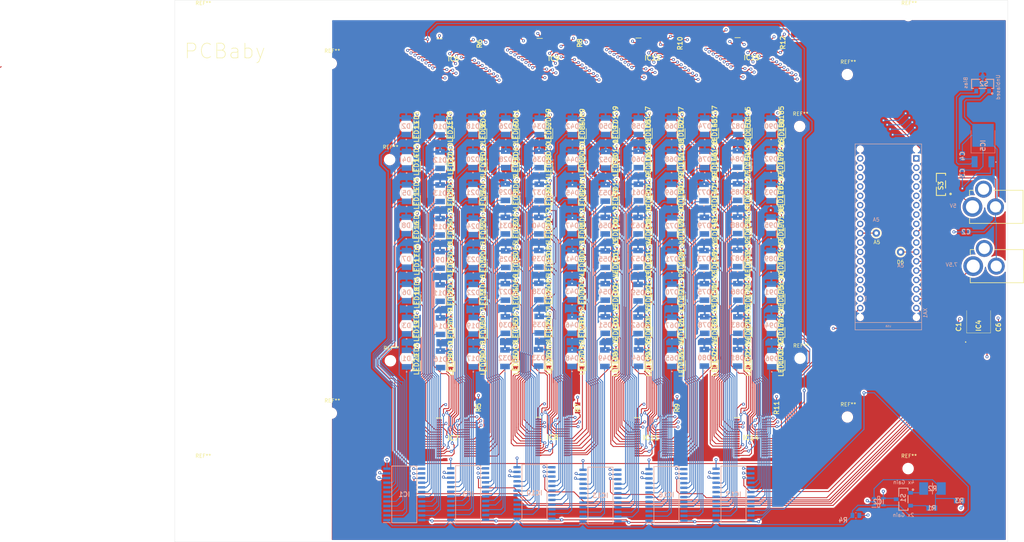
<source format=kicad_pcb>
(kicad_pcb (version 20171130) (host pcbnew "(5.1.6)-1")
  (layers (0 F.Cu signal) (1 In1.Cu signal) (2 In2.Cu signal) (31 B.Cu signal) (34 B.Paste user) (35 F.Paste user) (36 B.SilkS user) (37 F.SilkS user) (38 B.Mask user) (39 F.Mask user) (44 Edge.Cuts user))
  (net 0 "")
  (net 1 GND)
  (net 2 +7.5V)
  (net 3 +5V)
  (net 4 "Net-(C4-Pad2)")
  (net 5 "Net-(D1-Pad2)")
  (net 6 "Net-(D1-Pad1)")
  (net 7 "Net-(D2-Pad1)")
  (net 8 "Net-(D3-Pad1)")
  (net 9 "Net-(D4-Pad1)")
  (net 10 "Net-(D5-Pad1)")
  (net 11 "Net-(D6-Pad1)")
  (net 12 "Net-(D7-Pad1)")
  (net 13 "Net-(D8-Pad1)")
  (net 14 "Net-(D9-Pad1)")
  (net 15 "Net-(D10-Pad1)")
  (net 16 "Net-(D11-Pad1)")
  (net 17 "Net-(D12-Pad1)")
  (net 18 "Net-(D13-Pad1)")
  (net 19 "Net-(D14-Pad1)")
  (net 20 "Net-(D15-Pad1)")
  (net 21 "Net-(D16-Pad1)")
  (net 22 "Net-(D17-Pad1)")
  (net 23 "Net-(D18-Pad1)")
  (net 24 "Net-(D19-Pad1)")
  (net 25 "Net-(D20-Pad1)")
  (net 26 "Net-(D21-Pad1)")
  (net 27 "Net-(D22-Pad1)")
  (net 28 "Net-(D23-Pad1)")
  (net 29 "Net-(D24-Pad1)")
  (net 30 "Net-(D25-Pad1)")
  (net 31 "Net-(D26-Pad1)")
  (net 32 "Net-(D27-Pad1)")
  (net 33 "Net-(D28-Pad1)")
  (net 34 "Net-(D29-Pad1)")
  (net 35 "Net-(D30-Pad1)")
  (net 36 "Net-(D31-Pad1)")
  (net 37 "Net-(D32-Pad1)")
  (net 38 "Net-(D33-Pad1)")
  (net 39 "Net-(D34-Pad1)")
  (net 40 "Net-(D35-Pad1)")
  (net 41 "Net-(D36-Pad1)")
  (net 42 "Net-(D37-Pad1)")
  (net 43 "Net-(D38-Pad1)")
  (net 44 "Net-(D39-Pad1)")
  (net 45 "Net-(D40-Pad1)")
  (net 46 "Net-(D41-Pad1)")
  (net 47 "Net-(D42-Pad1)")
  (net 48 "Net-(D43-Pad1)")
  (net 49 "Net-(D44-Pad1)")
  (net 50 "Net-(D45-Pad1)")
  (net 51 "Net-(D46-Pad1)")
  (net 52 "Net-(D47-Pad1)")
  (net 53 "Net-(D48-Pad1)")
  (net 54 "Net-(D49-Pad1)")
  (net 55 "Net-(D50-Pad1)")
  (net 56 "Net-(D51-Pad1)")
  (net 57 "Net-(D52-Pad1)")
  (net 58 "Net-(D53-Pad1)")
  (net 59 "Net-(D54-Pad1)")
  (net 60 "Net-(D55-Pad1)")
  (net 61 "Net-(D56-Pad1)")
  (net 62 "Net-(D57-Pad1)")
  (net 63 "Net-(D58-Pad1)")
  (net 64 "Net-(D59-Pad1)")
  (net 65 "Net-(D60-Pad1)")
  (net 66 "Net-(D61-Pad1)")
  (net 67 "Net-(D62-Pad1)")
  (net 68 "Net-(D63-Pad1)")
  (net 69 "Net-(D64-Pad1)")
  (net 70 "Net-(D65-Pad1)")
  (net 71 "Net-(D66-Pad1)")
  (net 72 "Net-(D67-Pad1)")
  (net 73 "Net-(D68-Pad1)")
  (net 74 "Net-(D69-Pad1)")
  (net 75 "Net-(D70-Pad1)")
  (net 76 "Net-(D71-Pad1)")
  (net 77 "Net-(D72-Pad1)")
  (net 78 "Net-(D73-Pad1)")
  (net 79 "Net-(D74-Pad1)")
  (net 80 "Net-(D75-Pad1)")
  (net 81 "Net-(D76-Pad1)")
  (net 82 "Net-(D77-Pad1)")
  (net 83 "Net-(D78-Pad1)")
  (net 84 "Net-(D79-Pad1)")
  (net 85 "Net-(D80-Pad1)")
  (net 86 "Net-(D81-Pad1)")
  (net 87 "Net-(D82-Pad1)")
  (net 88 "Net-(D83-Pad1)")
  (net 89 "Net-(D84-Pad1)")
  (net 90 "Net-(D85-Pad1)")
  (net 91 "Net-(D86-Pad1)")
  (net 92 "Net-(D87-Pad1)")
  (net 93 "Net-(D88-Pad1)")
  (net 94 "Net-(D89-Pad1)")
  (net 95 "Net-(D90-Pad1)")
  (net 96 "Net-(D91-Pad1)")
  (net 97 "Net-(D92-Pad1)")
  (net 98 "Net-(D93-Pad1)")
  (net 99 "Net-(D94-Pad1)")
  (net 100 "Net-(D95-Pad1)")
  (net 101 "Net-(D96-Pad1)")
  (net 102 "Net-(IC1-Pad1)")
  (net 103 "Net-(IC1-Pad10)")
  (net 104 "Net-(IC1-Pad11)")
  (net 105 "Net-(IC1-Pad13)")
  (net 106 "Net-(IC1-Pad14)")
  (net 107 "Net-(IC1-Pad15)")
  (net 108 "Net-(IC2-Pad3)")
  (net 109 "Net-(IC2-Pad4)")
  (net 110 "Net-(IC3-Pad15)")
  (net 111 "Net-(IC6-Pad31)")
  (net 112 "Net-(IC11-Pad30)")
  (net 113 "Net-(IC6-Pad29)")
  (net 114 "Net-(IC6-Pad28)")
  (net 115 "Net-(IC6-Pad27)")
  (net 116 "Net-(IC6-Pad26)")
  (net 117 "Net-(IC6-Pad25)")
  (net 118 "Net-(IC6-Pad24)")
  (net 119 "Net-(IC6-Pad23)")
  (net 120 "Net-(IC6-Pad22)")
  (net 121 "Net-(IC6-Pad21)")
  (net 122 "Net-(IC6-Pad20)")
  (net 123 "Net-(IC6-Pad19)")
  (net 124 "Net-(IC6-Pad18)")
  (net 125 "Net-(IC6-Pad17)")
  (net 126 "Net-(IC6-Pad16)")
  (net 127 "Net-(IC6-Pad15)")
  (net 128 "Net-(IC6-Pad14)")
  (net 129 "Net-(IC6-Pad13)")
  (net 130 "Net-(IC6-Pad12)")
  (net 131 "Net-(IC6-Pad11)")
  (net 132 "Net-(IC6-Pad10)")
  (net 133 "Net-(IC6-Pad9)")
  (net 134 "Net-(IC6-Pad8)")
  (net 135 "Net-(IC6-Pad7)")
  (net 136 "Net-(IC6-Pad6)")
  (net 137 "Net-(IC6-Pad5)")
  (net 138 "Net-(IC14-Pad29)")
  (net 139 "Net-(IC11-Pad3)")
  (net 140 "Net-(IC7-Pad4)")
  (net 141 "Net-(IC7-Pad5)")
  (net 142 "Net-(IC7-Pad6)")
  (net 143 "Net-(IC7-Pad7)")
  (net 144 "Net-(IC7-Pad8)")
  (net 145 "Net-(IC7-Pad9)")
  (net 146 "Net-(IC7-Pad10)")
  (net 147 "Net-(IC7-Pad11)")
  (net 148 "Net-(IC7-Pad12)")
  (net 149 "Net-(IC7-Pad13)")
  (net 150 "Net-(IC7-Pad14)")
  (net 151 "Net-(IC7-Pad15)")
  (net 152 "Net-(IC7-Pad16)")
  (net 153 "Net-(IC7-Pad17)")
  (net 154 "Net-(IC7-Pad18)")
  (net 155 "Net-(IC7-Pad19)")
  (net 156 "Net-(IC7-Pad20)")
  (net 157 "Net-(IC7-Pad21)")
  (net 158 "Net-(IC7-Pad22)")
  (net 159 "Net-(IC7-Pad23)")
  (net 160 "Net-(IC7-Pad24)")
  (net 161 "Net-(IC7-Pad25)")
  (net 162 "Net-(IC7-Pad26)")
  (net 163 "Net-(IC7-Pad27)")
  (net 164 "Net-(IC7-Pad28)")
  (net 165 "Net-(IC7-Pad29)")
  (net 166 "Net-(IC7-Pad31)")
  (net 167 "Net-(IC8-Pad5)")
  (net 168 "Net-(IC8-Pad6)")
  (net 169 "Net-(IC8-Pad7)")
  (net 170 "Net-(IC8-Pad8)")
  (net 171 "Net-(IC8-Pad9)")
  (net 172 "Net-(IC8-Pad10)")
  (net 173 "Net-(IC8-Pad11)")
  (net 174 "Net-(IC8-Pad12)")
  (net 175 "Net-(IC8-Pad13)")
  (net 176 "Net-(IC8-Pad14)")
  (net 177 "Net-(IC8-Pad15)")
  (net 178 "Net-(IC8-Pad16)")
  (net 179 "Net-(IC8-Pad17)")
  (net 180 "Net-(IC8-Pad18)")
  (net 181 "Net-(IC8-Pad19)")
  (net 182 "Net-(IC8-Pad20)")
  (net 183 "Net-(IC8-Pad21)")
  (net 184 "Net-(IC8-Pad22)")
  (net 185 "Net-(IC8-Pad23)")
  (net 186 "Net-(IC8-Pad24)")
  (net 187 "Net-(IC8-Pad25)")
  (net 188 "Net-(IC8-Pad26)")
  (net 189 "Net-(IC8-Pad27)")
  (net 190 "Net-(IC8-Pad28)")
  (net 191 "Net-(IC11-Pad4)")
  (net 192 "Net-(IC8-Pad31)")
  (net 193 "Net-(IC9-Pad5)")
  (net 194 "Net-(IC9-Pad6)")
  (net 195 "Net-(IC9-Pad7)")
  (net 196 "Net-(IC9-Pad8)")
  (net 197 "Net-(IC9-Pad9)")
  (net 198 "Net-(IC9-Pad10)")
  (net 199 "Net-(IC9-Pad11)")
  (net 200 "Net-(IC9-Pad12)")
  (net 201 "Net-(IC9-Pad13)")
  (net 202 "Net-(IC9-Pad14)")
  (net 203 "Net-(IC9-Pad15)")
  (net 204 "Net-(IC9-Pad16)")
  (net 205 "Net-(IC9-Pad17)")
  (net 206 "Net-(IC9-Pad18)")
  (net 207 "Net-(IC9-Pad19)")
  (net 208 "Net-(IC9-Pad20)")
  (net 209 "Net-(IC9-Pad21)")
  (net 210 "Net-(IC9-Pad22)")
  (net 211 "Net-(IC9-Pad23)")
  (net 212 "Net-(IC9-Pad24)")
  (net 213 "Net-(IC9-Pad25)")
  (net 214 "Net-(IC9-Pad26)")
  (net 215 "Net-(IC9-Pad27)")
  (net 216 "Net-(IC9-Pad28)")
  (net 217 "Net-(IC12-Pad4)")
  (net 218 "Net-(IC9-Pad31)")
  (net 219 "Net-(IC10-Pad15)")
  (net 220 "Net-(IC11-Pad31)")
  (net 221 "Net-(IC11-Pad29)")
  (net 222 "Net-(IC11-Pad28)")
  (net 223 "Net-(IC11-Pad27)")
  (net 224 "Net-(IC11-Pad26)")
  (net 225 "Net-(IC11-Pad25)")
  (net 226 "Net-(IC11-Pad24)")
  (net 227 "Net-(IC11-Pad23)")
  (net 228 "Net-(IC11-Pad22)")
  (net 229 "Net-(IC11-Pad21)")
  (net 230 "Net-(IC11-Pad20)")
  (net 231 "Net-(IC11-Pad19)")
  (net 232 "Net-(IC11-Pad18)")
  (net 233 "Net-(IC11-Pad17)")
  (net 234 "Net-(IC11-Pad16)")
  (net 235 "Net-(IC11-Pad15)")
  (net 236 "Net-(IC11-Pad14)")
  (net 237 "Net-(IC11-Pad13)")
  (net 238 "Net-(IC11-Pad12)")
  (net 239 "Net-(IC11-Pad11)")
  (net 240 "Net-(IC11-Pad10)")
  (net 241 "Net-(IC11-Pad9)")
  (net 242 "Net-(IC11-Pad8)")
  (net 243 "Net-(IC11-Pad7)")
  (net 244 "Net-(IC11-Pad6)")
  (net 245 "Net-(IC11-Pad5)")
  (net 246 "Net-(IC12-Pad31)")
  (net 247 "Net-(IC12-Pad29)")
  (net 248 "Net-(IC12-Pad28)")
  (net 249 "Net-(IC12-Pad27)")
  (net 250 "Net-(IC12-Pad26)")
  (net 251 "Net-(IC12-Pad25)")
  (net 252 "Net-(IC12-Pad24)")
  (net 253 "Net-(IC12-Pad23)")
  (net 254 "Net-(IC12-Pad22)")
  (net 255 "Net-(IC12-Pad21)")
  (net 256 "Net-(IC12-Pad20)")
  (net 257 "Net-(IC12-Pad19)")
  (net 258 "Net-(IC12-Pad18)")
  (net 259 "Net-(IC12-Pad17)")
  (net 260 "Net-(IC12-Pad16)")
  (net 261 "Net-(IC12-Pad15)")
  (net 262 "Net-(IC12-Pad14)")
  (net 263 "Net-(IC12-Pad13)")
  (net 264 "Net-(IC12-Pad12)")
  (net 265 "Net-(IC12-Pad11)")
  (net 266 "Net-(IC12-Pad10)")
  (net 267 "Net-(IC12-Pad9)")
  (net 268 "Net-(IC12-Pad8)")
  (net 269 "Net-(IC12-Pad7)")
  (net 270 "Net-(IC12-Pad6)")
  (net 271 "Net-(IC12-Pad5)")
  (net 272 "Net-(IC13-Pad15)")
  (net 273 "Net-(IC14-Pad31)")
  (net 274 "Net-(IC14-Pad28)")
  (net 275 "Net-(IC14-Pad27)")
  (net 276 "Net-(IC14-Pad26)")
  (net 277 "Net-(IC14-Pad25)")
  (net 278 "Net-(IC14-Pad24)")
  (net 279 "Net-(IC14-Pad23)")
  (net 280 "Net-(IC14-Pad22)")
  (net 281 "Net-(IC14-Pad21)")
  (net 282 "Net-(IC14-Pad20)")
  (net 283 "Net-(IC14-Pad19)")
  (net 284 "Net-(IC14-Pad18)")
  (net 285 "Net-(IC14-Pad17)")
  (net 286 "Net-(IC14-Pad16)")
  (net 287 "Net-(IC14-Pad15)")
  (net 288 "Net-(IC14-Pad14)")
  (net 289 "Net-(IC14-Pad13)")
  (net 290 "Net-(IC14-Pad12)")
  (net 291 "Net-(IC14-Pad11)")
  (net 292 "Net-(IC14-Pad10)")
  (net 293 "Net-(IC14-Pad9)")
  (net 294 "Net-(IC14-Pad8)")
  (net 295 "Net-(IC14-Pad7)")
  (net 296 "Net-(IC14-Pad6)")
  (net 297 "Net-(IC14-Pad5)")
  (net 298 "Net-(IC15-Pad5)")
  (net 299 "Net-(IC15-Pad6)")
  (net 300 "Net-(IC15-Pad7)")
  (net 301 "Net-(IC15-Pad8)")
  (net 302 "Net-(IC15-Pad9)")
  (net 303 "Net-(IC15-Pad10)")
  (net 304 "Net-(IC15-Pad11)")
  (net 305 "Net-(IC15-Pad12)")
  (net 306 "Net-(IC15-Pad13)")
  (net 307 "Net-(IC15-Pad14)")
  (net 308 "Net-(IC15-Pad15)")
  (net 309 "Net-(IC15-Pad16)")
  (net 310 "Net-(IC15-Pad17)")
  (net 311 "Net-(IC15-Pad18)")
  (net 312 "Net-(IC15-Pad19)")
  (net 313 "Net-(IC15-Pad20)")
  (net 314 "Net-(IC15-Pad21)")
  (net 315 "Net-(IC15-Pad22)")
  (net 316 "Net-(IC15-Pad23)")
  (net 317 "Net-(IC15-Pad24)")
  (net 318 "Net-(IC15-Pad25)")
  (net 319 "Net-(IC15-Pad26)")
  (net 320 "Net-(IC15-Pad27)")
  (net 321 "Net-(IC15-Pad28)")
  (net 322 "Net-(IC15-Pad29)")
  (net 323 "Net-(IC15-Pad31)")
  (net 324 "Net-(IC16-Pad15)")
  (net 325 "Net-(IC17-Pad15)")
  (net 326 "Net-(J1-Pad1)")
  (net 327 "Net-(J2-Pad1)")
  (net 328 "Net-(R1-Pad1)")
  (net 329 "Net-(R2-Pad1)")
  (net 330 "Net-(XA1-PadRST2)")
  (net 331 "Net-(XA1-PadMOSI)")
  (net 332 "Net-(XA1-PadSCK)")
  (net 333 "Net-(XA1-PadVIN)")
  (net 334 "Net-(XA1-PadGND2)")
  (net 335 "Net-(XA1-Pad5V)")
  (net 336 "Net-(XA1-Pad3V3)")
  (net 337 "Net-(XA1-PadRST1)")
  (net 338 "Net-(XA1-PadSS)")
  (net 339 "Net-(XA1-PadD0)")
  (net 340 "Net-(XA1-PadD1)")
  (net 341 "Net-(XA1-PadD2)")
  (net 342 "Net-(XA1-PadD3)")
  (net 343 "Net-(XA1-PadAREF)")
  (net 344 "Net-(XA1-PadA5)")
  (net 345 "Net-(XA1-PadMISO)")
  (net 346 "Net-(XA1-PadD6)")
  (net 347 "Net-(C2-Pad2)")
  (net 348 "Net-(J2-Pad3)")
  (module MountingHole:MountingHole_2.1mm (layer F.Cu) (at 18.29 13.58)
    (fp_text reference REF** (at 0.254 -3.4036) (layer F.SilkS))
    (fp_text value MountingHole_2.1mm)
    (pad "" np_thru_hole circle (at 0 0) (size 2.1 2.1) (drill 2.1) (layers *.Cu *.Mask))
  )
  (module MountingHole:MountingHole_2.1mm (layer F.Cu) (at 193.29 29.56)
    (fp_text reference REF** (at 0.254 -3.4036) (layer F.SilkS))
    (fp_text value MountingHole_2.1mm)
    (pad "" np_thru_hole circle (at 0 0) (size 2.1 2.1) (drill 2.1) (layers *.Cu *.Mask))
  )
  (module MountingHole:MountingHole_2.1mm (layer F.Cu) (at 180.36 43.65)
    (fp_text reference REF** (at 0.254 -3.4036) (layer F.SilkS))
    (fp_text value MountingHole_2.1mm)
    (pad "" np_thru_hole circle (at 0 0) (size 2.1 2.1) (drill 2.1) (layers *.Cu *.Mask))
  )
  (module MountingHole:MountingHole_2.1mm (layer F.Cu) (at 209.81 13.57)
    (fp_text reference REF** (at 0.254 -3.4036) (layer F.SilkS))
    (fp_text value MountingHole_2.1mm)
    (pad "" np_thru_hole circle (at 0 0) (size 2.1 2.1) (drill 2.1) (layers *.Cu *.Mask))
  )
  (module MountingHole:MountingHole_2.1mm (layer F.Cu) (at 18.28 136.55)
    (fp_text reference REF** (at 0.254 -3.4036) (layer F.SilkS))
    (fp_text value MountingHole_2.1mm)
    (pad "" np_thru_hole circle (at 0 0) (size 2.1 2.1) (drill 2.1) (layers *.Cu *.Mask))
  )
  (module MountingHole:MountingHole_2.1mm (layer F.Cu) (at 69.3 107.3)
    (fp_text reference REF** (at 0.254 -3.4036) (layer F.SilkS))
    (fp_text value MountingHole_2.1mm)
    (pad "" np_thru_hole circle (at 0 0) (size 2.1 2.1) (drill 2.1) (layers *.Cu *.Mask))
  )
  (module MountingHole:MountingHole_2.1mm (layer F.Cu) (at 69.1 52.68)
    (fp_text reference REF** (at 0.254 -3.4036) (layer F.SilkS))
    (fp_text value MountingHole_2.1mm)
    (pad "" np_thru_hole circle (at 0 0) (size 2.1 2.1) (drill 2.1) (layers *.Cu *.Mask))
  )
  (module MountingHole:MountingHole_2.1mm (layer F.Cu) (at 180.47 106.62)
    (fp_text reference REF** (at 0.254 -3.4036) (layer F.SilkS))
    (fp_text value MountingHole_2.1mm)
    (pad "" np_thru_hole circle (at 0 0) (size 2.1 2.1) (drill 2.1) (layers *.Cu *.Mask))
  )
  (module MountingHole:MountingHole_2.1mm (layer F.Cu) (at 53.29 121.55)
    (fp_text reference REF** (at 0.254 -3.4036) (layer F.SilkS))
    (fp_text value MountingHole_2.1mm)
    (pad "" np_thru_hole circle (at 0 0) (size 2.1 2.1) (drill 2.1) (layers *.Cu *.Mask))
  )
  (module MountingHole:MountingHole_2.1mm (layer F.Cu) (at 209.78 136.58)
    (fp_text reference REF** (at 0.254 -3.4036) (layer F.SilkS))
    (fp_text value MountingHole_2.1mm)
    (pad "" np_thru_hole circle (at 0 0) (size 2.1 2.1) (drill 2.1) (layers *.Cu *.Mask))
  )
  (module MountingHole:MountingHole_2.1mm (layer F.Cu) (at 193.3 122.57)
    (fp_text reference REF** (at 0.254 -3.4036) (layer F.SilkS))
    (fp_text value MountingHole_2.1mm)
    (pad "" np_thru_hole circle (at 0 0) (size 2.1 2.1) (drill 2.1) (layers *.Cu *.Mask))
  )
  (module MountingHole:MountingHole_2.1mm (layer F.Cu) (at 53.28 26.56)
    (fp_text reference REF** (at 0.254 -3.4036) (layer F.SilkS))
    (fp_text value MountingHole_2.1mm)
    (pad "" np_thru_hole circle (at 0 0) (size 2.1 2.1) (drill 2.1) (layers *.Cu *.Mask))
  )
  (module Connector_Pin:Pin_D1.0mm_L10.0mm (layer F.Cu) (at 207.75 77.77 180)
    (fp_text reference A5 (at -0.03 -3.66) (layer B.SilkS))
    (fp_text value Pin_D1.0mm_L10.0mm)
    (pad 1 thru_hole circle (at 0 0 180) (size 2 2) (drill 1) (layers *.Cu *.Mask))
  )
  (module Connector_Pin:Pin_D1.0mm_L10.0mm (layer F.Cu) (at 201.15 72.63)
    (fp_text reference A5 (at -0.03 -3.66) (layer B.SilkS))
    (fp_text value Pin_D1.0mm_L10.0mm)
    (pad 1 thru_hole circle (at 0 0) (size 2 2) (drill 1) (layers *.Cu *.Mask))
  )
  (module SamacSys_Parts:B-TYPE (layer F.Cu) (at 218.7 59.4 90)
    (fp_text reference S3 (at -0.338 -0.047 90) (layer F.SilkS) (effects (font (size 1.27 1.27) (thickness 0.254))))
    (fp_text value CJS-1200TB hide)
    (pad 3 smd rect (at 1.75 1.95 90) (size 1 1.3) (layers F.Cu F.Paste F.Mask) (net 1 GND))
    (pad 2 smd rect (at 0 -1.95 90) (size 1 1.3) (layers F.Cu F.Paste F.Mask) (net 3 +5V))
    (pad 1 smd rect (at -1.75 1.95 90) (size 1 1.3) (layers F.Cu F.Paste F.Mask) (net 348 "Net-(J2-Pad3)"))
  )
  (module SamacSys_Parts:SOP65P810X120-33N (layer F.Cu) (at 86.4 25.3)
    (fp_text reference IC6 (at 0 0) (layer F.SilkS) (effects (font (size 1.27 1.27) (thickness 0.254))))
    (fp_text value TLC5947DAP hide)
    (pad 32 smd rect (at 3.788 -4.875 90) (size 0.45 1.475) (layers F.Cu F.Paste F.Mask) (net 347 "Net-(C2-Pad2)"))
    (pad 31 smd rect (at 3.788 -4.225 90) (size 0.45 1.475) (layers F.Cu F.Paste F.Mask) (net 111 "Net-(IC6-Pad31)"))
    (pad 30 smd rect (at 3.788 -3.575 90) (size 0.45 1.475) (layers F.Cu F.Paste F.Mask) (net 112 "Net-(IC11-Pad30)"))
    (pad 29 smd rect (at 3.788 -2.925 90) (size 0.45 1.475) (layers F.Cu F.Paste F.Mask) (net 113 "Net-(IC6-Pad29)"))
    (pad 28 smd rect (at 3.788 -2.275 90) (size 0.45 1.475) (layers F.Cu F.Paste F.Mask) (net 114 "Net-(IC6-Pad28)"))
    (pad 27 smd rect (at 3.788 -1.625 90) (size 0.45 1.475) (layers F.Cu F.Paste F.Mask) (net 115 "Net-(IC6-Pad27)"))
    (pad 26 smd rect (at 3.788 -0.975 90) (size 0.45 1.475) (layers F.Cu F.Paste F.Mask) (net 116 "Net-(IC6-Pad26)"))
    (pad 25 smd rect (at 3.788 -0.325 90) (size 0.45 1.475) (layers F.Cu F.Paste F.Mask) (net 117 "Net-(IC6-Pad25)"))
    (pad 24 smd rect (at 3.788 0.325 90) (size 0.45 1.475) (layers F.Cu F.Paste F.Mask) (net 118 "Net-(IC6-Pad24)"))
    (pad 23 smd rect (at 3.788 0.975 90) (size 0.45 1.475) (layers F.Cu F.Paste F.Mask) (net 119 "Net-(IC6-Pad23)"))
    (pad 22 smd rect (at 3.788 1.625 90) (size 0.45 1.475) (layers F.Cu F.Paste F.Mask) (net 120 "Net-(IC6-Pad22)"))
    (pad 21 smd rect (at 3.788 2.275 90) (size 0.45 1.475) (layers F.Cu F.Paste F.Mask) (net 121 "Net-(IC6-Pad21)"))
    (pad 20 smd rect (at 3.788 2.925 90) (size 0.45 1.475) (layers F.Cu F.Paste F.Mask) (net 122 "Net-(IC6-Pad20)"))
    (pad 19 smd rect (at 3.788 3.575 90) (size 0.45 1.475) (layers F.Cu F.Paste F.Mask) (net 123 "Net-(IC6-Pad19)"))
    (pad 18 smd rect (at 3.788 4.225 90) (size 0.45 1.475) (layers F.Cu F.Paste F.Mask) (net 124 "Net-(IC6-Pad18)"))
    (pad 17 smd rect (at 3.788 4.875 90) (size 0.45 1.475) (layers F.Cu F.Paste F.Mask) (net 125 "Net-(IC6-Pad17)"))
    (pad 16 smd rect (at -3.788 4.875 90) (size 0.45 1.475) (layers F.Cu F.Paste F.Mask) (net 126 "Net-(IC6-Pad16)"))
    (pad 15 smd rect (at -3.788 4.225 90) (size 0.45 1.475) (layers F.Cu F.Paste F.Mask) (net 127 "Net-(IC6-Pad15)"))
    (pad 14 smd rect (at -3.788 3.575 90) (size 0.45 1.475) (layers F.Cu F.Paste F.Mask) (net 128 "Net-(IC6-Pad14)"))
    (pad 13 smd rect (at -3.788 2.925 90) (size 0.45 1.475) (layers F.Cu F.Paste F.Mask) (net 129 "Net-(IC6-Pad13)"))
    (pad 12 smd rect (at -3.788 2.275 90) (size 0.45 1.475) (layers F.Cu F.Paste F.Mask) (net 130 "Net-(IC6-Pad12)"))
    (pad 11 smd rect (at -3.788 1.625 90) (size 0.45 1.475) (layers F.Cu F.Paste F.Mask) (net 131 "Net-(IC6-Pad11)"))
    (pad 10 smd rect (at -3.788 0.975 90) (size 0.45 1.475) (layers F.Cu F.Paste F.Mask) (net 132 "Net-(IC6-Pad10)"))
    (pad 9 smd rect (at -3.788 0.325 90) (size 0.45 1.475) (layers F.Cu F.Paste F.Mask) (net 133 "Net-(IC6-Pad9)"))
    (pad 8 smd rect (at -3.788 -0.325 90) (size 0.45 1.475) (layers F.Cu F.Paste F.Mask) (net 134 "Net-(IC6-Pad8)"))
    (pad 7 smd rect (at -3.788 -0.975 90) (size 0.45 1.475) (layers F.Cu F.Paste F.Mask) (net 135 "Net-(IC6-Pad7)"))
    (pad 6 smd rect (at -3.788 -1.625 90) (size 0.45 1.475) (layers F.Cu F.Paste F.Mask) (net 136 "Net-(IC6-Pad6)"))
    (pad 5 smd rect (at -3.788 -2.275 90) (size 0.45 1.475) (layers F.Cu F.Paste F.Mask) (net 137 "Net-(IC6-Pad5)"))
    (pad 4 smd rect (at -3.788 -2.925 90) (size 0.45 1.475) (layers F.Cu F.Paste F.Mask) (net 138 "Net-(IC14-Pad29)"))
    (pad 3 smd rect (at -3.788 -3.575 90) (size 0.45 1.475) (layers F.Cu F.Paste F.Mask) (net 139 "Net-(IC11-Pad3)"))
    (pad 2 smd rect (at -3.788 -4.225 90) (size 0.45 1.475) (layers F.Cu F.Paste F.Mask) (net 1 GND))
    (pad 1 smd rect (at -3.788 -4.875 90) (size 0.45 1.475) (layers F.Cu F.Paste F.Mask) (net 1 GND))
  )
  (module SamacSys_Parts:SOP65P810X120-33N (layer F.Cu) (at 113.3 128.1)
    (fp_text reference IC8 (at 0 0) (layer F.SilkS) (effects (font (size 1.27 1.27) (thickness 0.254))))
    (fp_text value TLC5947DAP hide)
    (pad 32 smd rect (at 3.788 -4.875 90) (size 0.45 1.475) (layers F.Cu F.Paste F.Mask) (net 347 "Net-(C2-Pad2)"))
    (pad 31 smd rect (at 3.788 -4.225 90) (size 0.45 1.475) (layers F.Cu F.Paste F.Mask) (net 192 "Net-(IC8-Pad31)"))
    (pad 30 smd rect (at 3.788 -3.575 90) (size 0.45 1.475) (layers F.Cu F.Paste F.Mask) (net 112 "Net-(IC11-Pad30)"))
    (pad 29 smd rect (at 3.788 -2.925 90) (size 0.45 1.475) (layers F.Cu F.Paste F.Mask) (net 191 "Net-(IC11-Pad4)"))
    (pad 28 smd rect (at 3.788 -2.275 90) (size 0.45 1.475) (layers F.Cu F.Paste F.Mask) (net 190 "Net-(IC8-Pad28)"))
    (pad 27 smd rect (at 3.788 -1.625 90) (size 0.45 1.475) (layers F.Cu F.Paste F.Mask) (net 189 "Net-(IC8-Pad27)"))
    (pad 26 smd rect (at 3.788 -0.975 90) (size 0.45 1.475) (layers F.Cu F.Paste F.Mask) (net 188 "Net-(IC8-Pad26)"))
    (pad 25 smd rect (at 3.788 -0.325 90) (size 0.45 1.475) (layers F.Cu F.Paste F.Mask) (net 187 "Net-(IC8-Pad25)"))
    (pad 24 smd rect (at 3.788 0.325 90) (size 0.45 1.475) (layers F.Cu F.Paste F.Mask) (net 186 "Net-(IC8-Pad24)"))
    (pad 23 smd rect (at 3.788 0.975 90) (size 0.45 1.475) (layers F.Cu F.Paste F.Mask) (net 185 "Net-(IC8-Pad23)"))
    (pad 22 smd rect (at 3.788 1.625 90) (size 0.45 1.475) (layers F.Cu F.Paste F.Mask) (net 184 "Net-(IC8-Pad22)"))
    (pad 21 smd rect (at 3.788 2.275 90) (size 0.45 1.475) (layers F.Cu F.Paste F.Mask) (net 183 "Net-(IC8-Pad21)"))
    (pad 20 smd rect (at 3.788 2.925 90) (size 0.45 1.475) (layers F.Cu F.Paste F.Mask) (net 182 "Net-(IC8-Pad20)"))
    (pad 19 smd rect (at 3.788 3.575 90) (size 0.45 1.475) (layers F.Cu F.Paste F.Mask) (net 181 "Net-(IC8-Pad19)"))
    (pad 18 smd rect (at 3.788 4.225 90) (size 0.45 1.475) (layers F.Cu F.Paste F.Mask) (net 180 "Net-(IC8-Pad18)"))
    (pad 17 smd rect (at 3.788 4.875 90) (size 0.45 1.475) (layers F.Cu F.Paste F.Mask) (net 179 "Net-(IC8-Pad17)"))
    (pad 16 smd rect (at -3.788 4.875 90) (size 0.45 1.475) (layers F.Cu F.Paste F.Mask) (net 178 "Net-(IC8-Pad16)"))
    (pad 15 smd rect (at -3.788 4.225 90) (size 0.45 1.475) (layers F.Cu F.Paste F.Mask) (net 177 "Net-(IC8-Pad15)"))
    (pad 14 smd rect (at -3.788 3.575 90) (size 0.45 1.475) (layers F.Cu F.Paste F.Mask) (net 176 "Net-(IC8-Pad14)"))
    (pad 13 smd rect (at -3.788 2.925 90) (size 0.45 1.475) (layers F.Cu F.Paste F.Mask) (net 175 "Net-(IC8-Pad13)"))
    (pad 12 smd rect (at -3.788 2.275 90) (size 0.45 1.475) (layers F.Cu F.Paste F.Mask) (net 174 "Net-(IC8-Pad12)"))
    (pad 11 smd rect (at -3.788 1.625 90) (size 0.45 1.475) (layers F.Cu F.Paste F.Mask) (net 173 "Net-(IC8-Pad11)"))
    (pad 10 smd rect (at -3.788 0.975 90) (size 0.45 1.475) (layers F.Cu F.Paste F.Mask) (net 172 "Net-(IC8-Pad10)"))
    (pad 9 smd rect (at -3.788 0.325 90) (size 0.45 1.475) (layers F.Cu F.Paste F.Mask) (net 171 "Net-(IC8-Pad9)"))
    (pad 8 smd rect (at -3.788 -0.325 90) (size 0.45 1.475) (layers F.Cu F.Paste F.Mask) (net 170 "Net-(IC8-Pad8)"))
    (pad 7 smd rect (at -3.788 -0.975 90) (size 0.45 1.475) (layers F.Cu F.Paste F.Mask) (net 169 "Net-(IC8-Pad7)"))
    (pad 6 smd rect (at -3.788 -1.625 90) (size 0.45 1.475) (layers F.Cu F.Paste F.Mask) (net 168 "Net-(IC8-Pad6)"))
    (pad 5 smd rect (at -3.788 -2.275 90) (size 0.45 1.475) (layers F.Cu F.Paste F.Mask) (net 167 "Net-(IC8-Pad5)"))
    (pad 4 smd rect (at -3.788 -2.925 90) (size 0.45 1.475) (layers F.Cu F.Paste F.Mask) (net 165 "Net-(IC7-Pad29)"))
    (pad 3 smd rect (at -3.788 -3.575 90) (size 0.45 1.475) (layers F.Cu F.Paste F.Mask) (net 139 "Net-(IC11-Pad3)"))
    (pad 2 smd rect (at -3.788 -4.225 90) (size 0.45 1.475) (layers F.Cu F.Paste F.Mask) (net 1 GND))
    (pad 1 smd rect (at -3.788 -4.875 90) (size 0.45 1.475) (layers F.Cu F.Paste F.Mask) (net 1 GND))
  )
  (module SamacSys_Parts:SOP65P810X120-33N (layer F.Cu) (at 86.3 128.3)
    (fp_text reference IC7 (at 0 0) (layer F.SilkS) (effects (font (size 1.27 1.27) (thickness 0.254))))
    (fp_text value TLC5947DAP hide)
    (pad 32 smd rect (at 3.788 -4.875 90) (size 0.45 1.475) (layers F.Cu F.Paste F.Mask) (net 347 "Net-(C2-Pad2)"))
    (pad 31 smd rect (at 3.788 -4.225 90) (size 0.45 1.475) (layers F.Cu F.Paste F.Mask) (net 166 "Net-(IC7-Pad31)"))
    (pad 30 smd rect (at 3.788 -3.575 90) (size 0.45 1.475) (layers F.Cu F.Paste F.Mask) (net 112 "Net-(IC11-Pad30)"))
    (pad 29 smd rect (at 3.788 -2.925 90) (size 0.45 1.475) (layers F.Cu F.Paste F.Mask) (net 165 "Net-(IC7-Pad29)"))
    (pad 28 smd rect (at 3.788 -2.275 90) (size 0.45 1.475) (layers F.Cu F.Paste F.Mask) (net 164 "Net-(IC7-Pad28)"))
    (pad 27 smd rect (at 3.788 -1.625 90) (size 0.45 1.475) (layers F.Cu F.Paste F.Mask) (net 163 "Net-(IC7-Pad27)"))
    (pad 26 smd rect (at 3.788 -0.975 90) (size 0.45 1.475) (layers F.Cu F.Paste F.Mask) (net 162 "Net-(IC7-Pad26)"))
    (pad 25 smd rect (at 3.788 -0.325 90) (size 0.45 1.475) (layers F.Cu F.Paste F.Mask) (net 161 "Net-(IC7-Pad25)"))
    (pad 24 smd rect (at 3.788 0.325 90) (size 0.45 1.475) (layers F.Cu F.Paste F.Mask) (net 160 "Net-(IC7-Pad24)"))
    (pad 23 smd rect (at 3.788 0.975 90) (size 0.45 1.475) (layers F.Cu F.Paste F.Mask) (net 159 "Net-(IC7-Pad23)"))
    (pad 22 smd rect (at 3.788 1.625 90) (size 0.45 1.475) (layers F.Cu F.Paste F.Mask) (net 158 "Net-(IC7-Pad22)"))
    (pad 21 smd rect (at 3.788 2.275 90) (size 0.45 1.475) (layers F.Cu F.Paste F.Mask) (net 157 "Net-(IC7-Pad21)"))
    (pad 20 smd rect (at 3.788 2.925 90) (size 0.45 1.475) (layers F.Cu F.Paste F.Mask) (net 156 "Net-(IC7-Pad20)"))
    (pad 19 smd rect (at 3.788 3.575 90) (size 0.45 1.475) (layers F.Cu F.Paste F.Mask) (net 155 "Net-(IC7-Pad19)"))
    (pad 18 smd rect (at 3.788 4.225 90) (size 0.45 1.475) (layers F.Cu F.Paste F.Mask) (net 154 "Net-(IC7-Pad18)"))
    (pad 17 smd rect (at 3.788 4.875 90) (size 0.45 1.475) (layers F.Cu F.Paste F.Mask) (net 153 "Net-(IC7-Pad17)"))
    (pad 16 smd rect (at -3.788 4.875 90) (size 0.45 1.475) (layers F.Cu F.Paste F.Mask) (net 152 "Net-(IC7-Pad16)"))
    (pad 15 smd rect (at -3.788 4.225 90) (size 0.45 1.475) (layers F.Cu F.Paste F.Mask) (net 151 "Net-(IC7-Pad15)"))
    (pad 14 smd rect (at -3.788 3.575 90) (size 0.45 1.475) (layers F.Cu F.Paste F.Mask) (net 150 "Net-(IC7-Pad14)"))
    (pad 13 smd rect (at -3.788 2.925 90) (size 0.45 1.475) (layers F.Cu F.Paste F.Mask) (net 149 "Net-(IC7-Pad13)"))
    (pad 12 smd rect (at -3.788 2.275 90) (size 0.45 1.475) (layers F.Cu F.Paste F.Mask) (net 148 "Net-(IC7-Pad12)"))
    (pad 11 smd rect (at -3.788 1.625 90) (size 0.45 1.475) (layers F.Cu F.Paste F.Mask) (net 147 "Net-(IC7-Pad11)"))
    (pad 10 smd rect (at -3.788 0.975 90) (size 0.45 1.475) (layers F.Cu F.Paste F.Mask) (net 146 "Net-(IC7-Pad10)"))
    (pad 9 smd rect (at -3.788 0.325 90) (size 0.45 1.475) (layers F.Cu F.Paste F.Mask) (net 145 "Net-(IC7-Pad9)"))
    (pad 8 smd rect (at -3.788 -0.325 90) (size 0.45 1.475) (layers F.Cu F.Paste F.Mask) (net 144 "Net-(IC7-Pad8)"))
    (pad 7 smd rect (at -3.788 -0.975 90) (size 0.45 1.475) (layers F.Cu F.Paste F.Mask) (net 143 "Net-(IC7-Pad7)"))
    (pad 6 smd rect (at -3.788 -1.625 90) (size 0.45 1.475) (layers F.Cu F.Paste F.Mask) (net 142 "Net-(IC7-Pad6)"))
    (pad 5 smd rect (at -3.788 -2.275 90) (size 0.45 1.475) (layers F.Cu F.Paste F.Mask) (net 141 "Net-(IC7-Pad5)"))
    (pad 4 smd rect (at -3.788 -2.925 90) (size 0.45 1.475) (layers F.Cu F.Paste F.Mask) (net 140 "Net-(IC7-Pad4)"))
    (pad 3 smd rect (at -3.788 -3.575 90) (size 0.45 1.475) (layers F.Cu F.Paste F.Mask) (net 139 "Net-(IC11-Pad3)"))
    (pad 2 smd rect (at -3.788 -4.225 90) (size 0.45 1.475) (layers F.Cu F.Paste F.Mask) (net 1 GND))
    (pad 1 smd rect (at -3.788 -4.875 90) (size 0.45 1.475) (layers F.Cu F.Paste F.Mask) (net 1 GND))
  )
  (module SamacSys_Parts:CAPC2012X135N (layer F.Cu) (at 223.5 98.1 270)
    (fp_text reference C1 (at 0 0 90) (layer F.SilkS) (effects (font (size 1.27 1.27) (thickness 0.254))))
    (fp_text value UMK212B7105KG-T hide)
    (pad 2 smd rect (at 0.79 0 270) (size 0.96 1.39) (layers F.Cu F.Paste F.Mask) (net 2 +7.5V))
    (pad 1 smd rect (at -0.79 0 270) (size 0.96 1.39) (layers F.Cu F.Paste F.Mask) (net 1 GND))
  )
  (module SamacSys_Parts:CAPC2012X135N (layer B.Cu) (at 225.51 72.3 180)
    (fp_text reference C2 (at 0 0) (layer B.SilkS) (effects (font (size 1.27 1.27) (thickness 0.254)) (justify mirror)))
    (fp_text value UMK212B7105KG-T hide)
    (pad 2 smd rect (at 0.79 0 180) (size 0.96 1.39) (layers B.Cu B.Paste B.Mask) (net 347 "Net-(C2-Pad2)"))
    (pad 1 smd rect (at -0.79 0 180) (size 0.96 1.39) (layers B.Cu B.Paste B.Mask) (net 1 GND))
  )
  (module SamacSys_Parts:CAPC2012X135N (layer B.Cu) (at 224.5 56.31 270)
    (fp_text reference C3 (at 0 0 90) (layer B.SilkS) (effects (font (size 1.27 1.27) (thickness 0.254)) (justify mirror)))
    (fp_text value UMK212B7105KG-T hide)
    (pad 2 smd rect (at 0.79 0 270) (size 0.96 1.39) (layers B.Cu B.Paste B.Mask) (net 3 +5V))
    (pad 1 smd rect (at -0.79 0 270) (size 0.96 1.39) (layers B.Cu B.Paste B.Mask) (net 1 GND))
  )
  (module SamacSys_Parts:CAPC2012X135N (layer B.Cu) (at 224.5 51.7 270)
    (fp_text reference C4 (at 0 0 270) (layer B.SilkS) (effects (font (size 1.27 1.27) (thickness 0.254)) (justify mirror)))
    (fp_text value UMK212B7105KG-T hide)
    (pad 2 smd rect (at 0.79 0 270) (size 0.96 1.39) (layers B.Cu B.Paste B.Mask) (net 4 "Net-(C4-Pad2)"))
    (pad 1 smd rect (at -0.79 0 270) (size 0.96 1.39) (layers B.Cu B.Paste B.Mask) (net 1 GND))
  )
  (module SamacSys_Parts:CAPC2012X135N (layer F.Cu) (at 234.3 98.2 270)
    (fp_text reference C6 (at 0 0 90) (layer F.SilkS) (effects (font (size 1.27 1.27) (thickness 0.254))))
    (fp_text value GMK212BBJ106KG-T hide)
    (pad 2 smd rect (at 0.79 0 270) (size 0.96 1.39) (layers F.Cu F.Paste F.Mask) (net 347 "Net-(C2-Pad2)"))
    (pad 1 smd rect (at -0.79 0 270) (size 0.96 1.39) (layers F.Cu F.Paste F.Mask) (net 1 GND))
  )
  (module SamacSys_Parts:SFH2270R (layer B.Cu) (at 73.7 106.7)
    (fp_text reference D1 (at 0 0) (layer B.SilkS) (effects (font (size 1.27 1.27) (thickness 0.254)) (justify mirror)))
    (fp_text value SFH_2270R hide)
    (pad 3 np_thru_hole circle (at 0 0) (size 2.8 0) (drill 2.8) (layers *.Cu *.Mask))
    (pad 2 smd rect (at 0 -2.25 270) (size 1.5 2.6) (layers B.Cu B.Paste B.Mask) (net 5 "Net-(D1-Pad2)"))
    (pad 1 smd rect (at 0 2.25 270) (size 1.5 2.6) (layers B.Cu B.Paste B.Mask) (net 6 "Net-(D1-Pad1)"))
  )
  (module SamacSys_Parts:SFH2270R (layer B.Cu) (at 73.6 43.6)
    (fp_text reference D2 (at 0 0) (layer B.SilkS) (effects (font (size 1.27 1.27) (thickness 0.254)) (justify mirror)))
    (fp_text value SFH_2270R hide)
    (pad 3 np_thru_hole circle (at 0 0) (size 2.8 0) (drill 2.8) (layers *.Cu *.Mask))
    (pad 2 smd rect (at 0 -2.25 270) (size 1.5 2.6) (layers B.Cu B.Paste B.Mask) (net 5 "Net-(D1-Pad2)"))
    (pad 1 smd rect (at 0 2.25 270) (size 1.5 2.6) (layers B.Cu B.Paste B.Mask) (net 7 "Net-(D2-Pad1)"))
  )
  (module SamacSys_Parts:SFH2270R (layer B.Cu) (at 73.7 97.75)
    (fp_text reference D3 (at 0 0) (layer B.SilkS) (effects (font (size 1.27 1.27) (thickness 0.254)) (justify mirror)))
    (fp_text value SFH_2270R hide)
    (pad 3 np_thru_hole circle (at 0 0) (size 2.8 0) (drill 2.8) (layers *.Cu *.Mask))
    (pad 2 smd rect (at 0 -2.25 270) (size 1.5 2.6) (layers B.Cu B.Paste B.Mask) (net 5 "Net-(D1-Pad2)"))
    (pad 1 smd rect (at 0 2.25 270) (size 1.5 2.6) (layers B.Cu B.Paste B.Mask) (net 8 "Net-(D3-Pad1)"))
  )
  (module SamacSys_Parts:SFH2270R (layer B.Cu) (at 73.7 52.7)
    (fp_text reference D4 (at 0 0) (layer B.SilkS) (effects (font (size 1.27 1.27) (thickness 0.254)) (justify mirror)))
    (fp_text value SFH_2270R hide)
    (pad 3 np_thru_hole circle (at 0 0) (size 2.8 0) (drill 2.8) (layers *.Cu *.Mask))
    (pad 2 smd rect (at 0 -2.25 270) (size 1.5 2.6) (layers B.Cu B.Paste B.Mask) (net 5 "Net-(D1-Pad2)"))
    (pad 1 smd rect (at 0 2.25 270) (size 1.5 2.6) (layers B.Cu B.Paste B.Mask) (net 9 "Net-(D4-Pad1)"))
  )
  (module SamacSys_Parts:SFH2270R (layer B.Cu) (at 73.7 61.75)
    (fp_text reference D5 (at 0 0) (layer B.SilkS) (effects (font (size 1.27 1.27) (thickness 0.254)) (justify mirror)))
    (fp_text value SFH_2270R hide)
    (pad 3 np_thru_hole circle (at 0 0) (size 2.8 0) (drill 2.8) (layers *.Cu *.Mask))
    (pad 2 smd rect (at 0 -2.25 270) (size 1.5 2.6) (layers B.Cu B.Paste B.Mask) (net 5 "Net-(D1-Pad2)"))
    (pad 1 smd rect (at 0 2.25 270) (size 1.5 2.6) (layers B.Cu B.Paste B.Mask) (net 10 "Net-(D5-Pad1)"))
  )
  (module SamacSys_Parts:SFH2270R (layer B.Cu) (at 73.7 88.75)
    (fp_text reference D6 (at 0 0) (layer B.SilkS) (effects (font (size 1.27 1.27) (thickness 0.254)) (justify mirror)))
    (fp_text value SFH_2270R hide)
    (pad 3 np_thru_hole circle (at 0 0) (size 2.8 0) (drill 2.8) (layers *.Cu *.Mask))
    (pad 2 smd rect (at 0 -2.25 270) (size 1.5 2.6) (layers B.Cu B.Paste B.Mask) (net 5 "Net-(D1-Pad2)"))
    (pad 1 smd rect (at 0 2.25 270) (size 1.5 2.6) (layers B.Cu B.Paste B.Mask) (net 11 "Net-(D6-Pad1)"))
  )
  (module SamacSys_Parts:SFH2270R (layer B.Cu) (at 73.7 79.65)
    (fp_text reference D7 (at 0 0) (layer B.SilkS) (effects (font (size 1.27 1.27) (thickness 0.254)) (justify mirror)))
    (fp_text value SFH_2270R hide)
    (pad 3 np_thru_hole circle (at 0 0) (size 2.8 0) (drill 2.8) (layers *.Cu *.Mask))
    (pad 2 smd rect (at 0 -2.25 270) (size 1.5 2.6) (layers B.Cu B.Paste B.Mask) (net 5 "Net-(D1-Pad2)"))
    (pad 1 smd rect (at 0 2.25 270) (size 1.5 2.6) (layers B.Cu B.Paste B.Mask) (net 12 "Net-(D7-Pad1)"))
  )
  (module SamacSys_Parts:SFH2270R (layer B.Cu) (at 73.6 70.55)
    (fp_text reference D8 (at 0 0) (layer B.SilkS) (effects (font (size 1.27 1.27) (thickness 0.254)) (justify mirror)))
    (fp_text value SFH_2270R hide)
    (pad 3 np_thru_hole circle (at 0 0) (size 2.8 0) (drill 2.8) (layers *.Cu *.Mask))
    (pad 2 smd rect (at 0 -2.25 270) (size 1.5 2.6) (layers B.Cu B.Paste B.Mask) (net 5 "Net-(D1-Pad2)"))
    (pad 1 smd rect (at 0 2.25 270) (size 1.5 2.6) (layers B.Cu B.Paste B.Mask) (net 13 "Net-(D8-Pad1)"))
  )
  (module SamacSys_Parts:SFH2270R (layer B.Cu) (at 82.8 79.9)
    (fp_text reference D9 (at 0 0) (layer B.SilkS) (effects (font (size 1.27 1.27) (thickness 0.254)) (justify mirror)))
    (fp_text value SFH_2270R hide)
    (pad 3 np_thru_hole circle (at 0 0) (size 2.8 0) (drill 2.8) (layers *.Cu *.Mask))
    (pad 2 smd rect (at 0 -2.25 270) (size 1.5 2.6) (layers B.Cu B.Paste B.Mask) (net 5 "Net-(D1-Pad2)"))
    (pad 1 smd rect (at 0 2.25 270) (size 1.5 2.6) (layers B.Cu B.Paste B.Mask) (net 14 "Net-(D9-Pad1)"))
  )
  (module SamacSys_Parts:SFH2270R (layer B.Cu) (at 82.8 43.7)
    (fp_text reference D10 (at 0 0) (layer B.SilkS) (effects (font (size 1.27 1.27) (thickness 0.254)) (justify mirror)))
    (fp_text value SFH_2270R hide)
    (pad 3 np_thru_hole circle (at 0 0) (size 2.8 0) (drill 2.8) (layers *.Cu *.Mask))
    (pad 2 smd rect (at 0 -2.25 270) (size 1.5 2.6) (layers B.Cu B.Paste B.Mask) (net 5 "Net-(D1-Pad2)"))
    (pad 1 smd rect (at 0 2.25 270) (size 1.5 2.6) (layers B.Cu B.Paste B.Mask) (net 15 "Net-(D10-Pad1)"))
  )
  (module SamacSys_Parts:SFH2270R (layer B.Cu) (at 82.8 88.9)
    (fp_text reference D11 (at 0 0) (layer B.SilkS) (effects (font (size 1.27 1.27) (thickness 0.254)) (justify mirror)))
    (fp_text value SFH_2270R hide)
    (pad 3 np_thru_hole circle (at 0 0) (size 2.8 0) (drill 2.8) (layers *.Cu *.Mask))
    (pad 2 smd rect (at 0 -2.25 270) (size 1.5 2.6) (layers B.Cu B.Paste B.Mask) (net 5 "Net-(D1-Pad2)"))
    (pad 1 smd rect (at 0 2.25 270) (size 1.5 2.6) (layers B.Cu B.Paste B.Mask) (net 16 "Net-(D11-Pad1)"))
  )
  (module SamacSys_Parts:SFH2270R (layer B.Cu) (at 82.8 52.8)
    (fp_text reference D12 (at 0 0) (layer B.SilkS) (effects (font (size 1.27 1.27) (thickness 0.254)) (justify mirror)))
    (fp_text value SFH_2270R hide)
    (pad 3 np_thru_hole circle (at 0 0) (size 2.8 0) (drill 2.8) (layers *.Cu *.Mask))
    (pad 2 smd rect (at 0 -2.25 270) (size 1.5 2.6) (layers B.Cu B.Paste B.Mask) (net 5 "Net-(D1-Pad2)"))
    (pad 1 smd rect (at 0 2.25 270) (size 1.5 2.6) (layers B.Cu B.Paste B.Mask) (net 17 "Net-(D12-Pad1)"))
  )
  (module SamacSys_Parts:SFH2270R (layer B.Cu) (at 82.8 61.8)
    (fp_text reference D13 (at 0 0) (layer B.SilkS) (effects (font (size 1.27 1.27) (thickness 0.254)) (justify mirror)))
    (fp_text value SFH_2270R hide)
    (pad 3 np_thru_hole circle (at 0 0) (size 2.8 0) (drill 2.8) (layers *.Cu *.Mask))
    (pad 2 smd rect (at 0 -2.25 270) (size 1.5 2.6) (layers B.Cu B.Paste B.Mask) (net 5 "Net-(D1-Pad2)"))
    (pad 1 smd rect (at 0 2.25 270) (size 1.5 2.6) (layers B.Cu B.Paste B.Mask) (net 18 "Net-(D13-Pad1)"))
  )
  (module SamacSys_Parts:SFH2270R (layer B.Cu) (at 82.9 97.9)
    (fp_text reference D14 (at 0 0) (layer B.SilkS) (effects (font (size 1.27 1.27) (thickness 0.254)) (justify mirror)))
    (fp_text value SFH_2270R hide)
    (pad 3 np_thru_hole circle (at 0 0) (size 2.8 0) (drill 2.8) (layers *.Cu *.Mask))
    (pad 2 smd rect (at 0 -2.25 270) (size 1.5 2.6) (layers B.Cu B.Paste B.Mask) (net 5 "Net-(D1-Pad2)"))
    (pad 1 smd rect (at 0 2.25 270) (size 1.5 2.6) (layers B.Cu B.Paste B.Mask) (net 19 "Net-(D14-Pad1)"))
  )
  (module SamacSys_Parts:SFH2270R (layer B.Cu) (at 82.8 70.9)
    (fp_text reference D15 (at 0 0) (layer B.SilkS) (effects (font (size 1.27 1.27) (thickness 0.254)) (justify mirror)))
    (fp_text value SFH_2270R hide)
    (pad 3 np_thru_hole circle (at 0 0) (size 2.8 0) (drill 2.8) (layers *.Cu *.Mask))
    (pad 2 smd rect (at 0 -2.25 270) (size 1.5 2.6) (layers B.Cu B.Paste B.Mask) (net 5 "Net-(D1-Pad2)"))
    (pad 1 smd rect (at 0 2.25 270) (size 1.5 2.6) (layers B.Cu B.Paste B.Mask) (net 20 "Net-(D15-Pad1)"))
  )
  (module SamacSys_Parts:SFH2270R (layer B.Cu) (at 82.9 106.9)
    (fp_text reference D16 (at 0 0) (layer B.SilkS) (effects (font (size 1.27 1.27) (thickness 0.254)) (justify mirror)))
    (fp_text value SFH_2270R hide)
    (pad 3 np_thru_hole circle (at 0 0) (size 2.8 0) (drill 2.8) (layers *.Cu *.Mask))
    (pad 2 smd rect (at 0 -2.25 270) (size 1.5 2.6) (layers B.Cu B.Paste B.Mask) (net 5 "Net-(D1-Pad2)"))
    (pad 1 smd rect (at 0 2.25 270) (size 1.5 2.6) (layers B.Cu B.Paste B.Mask) (net 21 "Net-(D16-Pad1)"))
  )
  (module SamacSys_Parts:SFH2270R (layer B.Cu) (at 91.8 106.7)
    (fp_text reference D17 (at 0 0) (layer B.SilkS) (effects (font (size 1.27 1.27) (thickness 0.254)) (justify mirror)))
    (fp_text value SFH_2270R hide)
    (pad 3 np_thru_hole circle (at 0 0) (size 2.8 0) (drill 2.8) (layers *.Cu *.Mask))
    (pad 2 smd rect (at 0 -2.25 270) (size 1.5 2.6) (layers B.Cu B.Paste B.Mask) (net 5 "Net-(D1-Pad2)"))
    (pad 1 smd rect (at 0 2.25 270) (size 1.5 2.6) (layers B.Cu B.Paste B.Mask) (net 22 "Net-(D17-Pad1)"))
  )
  (module SamacSys_Parts:SFH2270R (layer B.Cu) (at 91.7 43.6)
    (fp_text reference D18 (at 0 0) (layer B.SilkS) (effects (font (size 1.27 1.27) (thickness 0.254)) (justify mirror)))
    (fp_text value SFH_2270R hide)
    (pad 3 np_thru_hole circle (at 0 0) (size 2.8 0) (drill 2.8) (layers *.Cu *.Mask))
    (pad 2 smd rect (at 0 -2.25 270) (size 1.5 2.6) (layers B.Cu B.Paste B.Mask) (net 5 "Net-(D1-Pad2)"))
    (pad 1 smd rect (at 0 2.25 270) (size 1.5 2.6) (layers B.Cu B.Paste B.Mask) (net 23 "Net-(D18-Pad1)"))
  )
  (module SamacSys_Parts:SFH2270R (layer B.Cu) (at 91.8 97.8)
    (fp_text reference D19 (at 0 0) (layer B.SilkS) (effects (font (size 1.27 1.27) (thickness 0.254)) (justify mirror)))
    (fp_text value SFH_2270R hide)
    (pad 3 np_thru_hole circle (at 0 0) (size 2.8 0) (drill 2.8) (layers *.Cu *.Mask))
    (pad 2 smd rect (at 0 -2.25 270) (size 1.5 2.6) (layers B.Cu B.Paste B.Mask) (net 5 "Net-(D1-Pad2)"))
    (pad 1 smd rect (at 0 2.25 270) (size 1.5 2.6) (layers B.Cu B.Paste B.Mask) (net 24 "Net-(D19-Pad1)"))
  )
  (module SamacSys_Parts:SFH2270R (layer B.Cu) (at 91.7 52.6)
    (fp_text reference D20 (at 0 0) (layer B.SilkS) (effects (font (size 1.27 1.27) (thickness 0.254)) (justify mirror)))
    (fp_text value SFH_2270R hide)
    (pad 3 np_thru_hole circle (at 0 0) (size 2.8 0) (drill 2.8) (layers *.Cu *.Mask))
    (pad 2 smd rect (at 0 -2.25 270) (size 1.5 2.6) (layers B.Cu B.Paste B.Mask) (net 5 "Net-(D1-Pad2)"))
    (pad 1 smd rect (at 0 2.25 270) (size 1.5 2.6) (layers B.Cu B.Paste B.Mask) (net 25 "Net-(D20-Pad1)"))
  )
  (module SamacSys_Parts:SFH2270R (layer B.Cu) (at 91.7 61.6)
    (fp_text reference D21 (at 0 0) (layer B.SilkS) (effects (font (size 1.27 1.27) (thickness 0.254)) (justify mirror)))
    (fp_text value SFH_2270R hide)
    (pad 3 np_thru_hole circle (at 0 0) (size 2.8 0) (drill 2.8) (layers *.Cu *.Mask))
    (pad 2 smd rect (at 0 -2.25 270) (size 1.5 2.6) (layers B.Cu B.Paste B.Mask) (net 5 "Net-(D1-Pad2)"))
    (pad 1 smd rect (at 0 2.25 270) (size 1.5 2.6) (layers B.Cu B.Paste B.Mask) (net 26 "Net-(D21-Pad1)"))
  )
  (module SamacSys_Parts:SFH2270R (layer B.Cu) (at 91.8 88.8)
    (fp_text reference D22 (at 0 0) (layer B.SilkS) (effects (font (size 1.27 1.27) (thickness 0.254)) (justify mirror)))
    (fp_text value SFH_2270R hide)
    (pad 3 np_thru_hole circle (at 0 0) (size 2.8 0) (drill 2.8) (layers *.Cu *.Mask))
    (pad 2 smd rect (at 0 -2.25 270) (size 1.5 2.6) (layers B.Cu B.Paste B.Mask) (net 5 "Net-(D1-Pad2)"))
    (pad 1 smd rect (at 0 2.25 270) (size 1.5 2.6) (layers B.Cu B.Paste B.Mask) (net 27 "Net-(D22-Pad1)"))
  )
  (module SamacSys_Parts:SFH2270R (layer B.Cu) (at 91.8 79.8)
    (fp_text reference D23 (at 0 0) (layer B.SilkS) (effects (font (size 1.27 1.27) (thickness 0.254)) (justify mirror)))
    (fp_text value SFH_2270R hide)
    (pad 3 np_thru_hole circle (at 0 0) (size 2.8 0) (drill 2.8) (layers *.Cu *.Mask))
    (pad 2 smd rect (at 0 -2.25 270) (size 1.5 2.6) (layers B.Cu B.Paste B.Mask) (net 5 "Net-(D1-Pad2)"))
    (pad 1 smd rect (at 0 2.25 270) (size 1.5 2.6) (layers B.Cu B.Paste B.Mask) (net 28 "Net-(D23-Pad1)"))
  )
  (module SamacSys_Parts:SFH2270R (layer B.Cu) (at 91.8 70.8)
    (fp_text reference D24 (at 0 0) (layer B.SilkS) (effects (font (size 1.27 1.27) (thickness 0.254)) (justify mirror)))
    (fp_text value SFH_2270R hide)
    (pad 3 np_thru_hole circle (at 0 0) (size 2.8 0) (drill 2.8) (layers *.Cu *.Mask))
    (pad 2 smd rect (at 0 -2.25 270) (size 1.5 2.6) (layers B.Cu B.Paste B.Mask) (net 5 "Net-(D1-Pad2)"))
    (pad 1 smd rect (at 0 2.25 270) (size 1.5 2.6) (layers B.Cu B.Paste B.Mask) (net 29 "Net-(D24-Pad1)"))
  )
  (module SamacSys_Parts:SFH2270R (layer B.Cu) (at 100.6 79.7)
    (fp_text reference D25 (at 0 0) (layer B.SilkS) (effects (font (size 1.27 1.27) (thickness 0.254)) (justify mirror)))
    (fp_text value SFH_2270R hide)
    (pad 3 np_thru_hole circle (at 0 0) (size 2.8 0) (drill 2.8) (layers *.Cu *.Mask))
    (pad 2 smd rect (at 0 -2.25 270) (size 1.5 2.6) (layers B.Cu B.Paste B.Mask) (net 5 "Net-(D1-Pad2)"))
    (pad 1 smd rect (at 0 2.25 270) (size 1.5 2.6) (layers B.Cu B.Paste B.Mask) (net 30 "Net-(D25-Pad1)"))
  )
  (module SamacSys_Parts:SFH2270R (layer B.Cu) (at 100.6 43.6)
    (fp_text reference D26 (at 0 0) (layer B.SilkS) (effects (font (size 1.27 1.27) (thickness 0.254)) (justify mirror)))
    (fp_text value SFH_2270R hide)
    (pad 3 np_thru_hole circle (at 0 0) (size 2.8 0) (drill 2.8) (layers *.Cu *.Mask))
    (pad 2 smd rect (at 0 -2.25 270) (size 1.5 2.6) (layers B.Cu B.Paste B.Mask) (net 5 "Net-(D1-Pad2)"))
    (pad 1 smd rect (at 0 2.25 270) (size 1.5 2.6) (layers B.Cu B.Paste B.Mask) (net 31 "Net-(D26-Pad1)"))
  )
  (module SamacSys_Parts:SFH2270R (layer B.Cu) (at 100.5 88.6)
    (fp_text reference D27 (at 0 0) (layer B.SilkS) (effects (font (size 1.27 1.27) (thickness 0.254)) (justify mirror)))
    (fp_text value SFH_2270R hide)
    (pad 3 np_thru_hole circle (at 0 0) (size 2.8 0) (drill 2.8) (layers *.Cu *.Mask))
    (pad 2 smd rect (at 0 -2.25 270) (size 1.5 2.6) (layers B.Cu B.Paste B.Mask) (net 5 "Net-(D1-Pad2)"))
    (pad 1 smd rect (at 0 2.25 270) (size 1.5 2.6) (layers B.Cu B.Paste B.Mask) (net 32 "Net-(D27-Pad1)"))
  )
  (module SamacSys_Parts:SFH2270R (layer B.Cu) (at 100.6 52.6)
    (fp_text reference D28 (at 0 0) (layer B.SilkS) (effects (font (size 1.27 1.27) (thickness 0.254)) (justify mirror)))
    (fp_text value SFH_2270R hide)
    (pad 3 np_thru_hole circle (at 0 0) (size 2.8 0) (drill 2.8) (layers *.Cu *.Mask))
    (pad 2 smd rect (at 0 -2.25 270) (size 1.5 2.6) (layers B.Cu B.Paste B.Mask) (net 5 "Net-(D1-Pad2)"))
    (pad 1 smd rect (at 0 2.25 270) (size 1.5 2.6) (layers B.Cu B.Paste B.Mask) (net 33 "Net-(D28-Pad1)"))
  )
  (module SamacSys_Parts:SFH2270R (layer B.Cu) (at 100.5 61.5)
    (fp_text reference D29 (at 0 0) (layer B.SilkS) (effects (font (size 1.27 1.27) (thickness 0.254)) (justify mirror)))
    (fp_text value SFH_2270R hide)
    (pad 3 np_thru_hole circle (at 0 0) (size 2.8 0) (drill 2.8) (layers *.Cu *.Mask))
    (pad 2 smd rect (at 0 -2.25 270) (size 1.5 2.6) (layers B.Cu B.Paste B.Mask) (net 5 "Net-(D1-Pad2)"))
    (pad 1 smd rect (at 0 2.25 270) (size 1.5 2.6) (layers B.Cu B.Paste B.Mask) (net 34 "Net-(D29-Pad1)"))
  )
  (module SamacSys_Parts:SFH2270R (layer B.Cu) (at 100.5 97.6)
    (fp_text reference D30 (at 0 0) (layer B.SilkS) (effects (font (size 1.27 1.27) (thickness 0.254)) (justify mirror)))
    (fp_text value SFH_2270R hide)
    (pad 3 np_thru_hole circle (at 0 0) (size 2.8 0) (drill 2.8) (layers *.Cu *.Mask))
    (pad 2 smd rect (at 0 -2.25 270) (size 1.5 2.6) (layers B.Cu B.Paste B.Mask) (net 5 "Net-(D1-Pad2)"))
    (pad 1 smd rect (at 0 2.25 270) (size 1.5 2.6) (layers B.Cu B.Paste B.Mask) (net 35 "Net-(D30-Pad1)"))
  )
  (module SamacSys_Parts:SFH2270R (layer B.Cu) (at 100.5 70.6)
    (fp_text reference D31 (at 0 0) (layer B.SilkS) (effects (font (size 1.27 1.27) (thickness 0.254)) (justify mirror)))
    (fp_text value SFH_2270R hide)
    (pad 3 np_thru_hole circle (at 0 0) (size 2.8 0) (drill 2.8) (layers *.Cu *.Mask))
    (pad 2 smd rect (at 0 -2.25 270) (size 1.5 2.6) (layers B.Cu B.Paste B.Mask) (net 5 "Net-(D1-Pad2)"))
    (pad 1 smd rect (at 0 2.25 270) (size 1.5 2.6) (layers B.Cu B.Paste B.Mask) (net 36 "Net-(D31-Pad1)"))
  )
  (module SamacSys_Parts:SFH2270R (layer B.Cu) (at 100.4 106.6)
    (fp_text reference D32 (at 0 0) (layer B.SilkS) (effects (font (size 1.27 1.27) (thickness 0.254)) (justify mirror)))
    (fp_text value SFH_2270R hide)
    (pad 3 np_thru_hole circle (at 0 0) (size 2.8 0) (drill 2.8) (layers *.Cu *.Mask))
    (pad 2 smd rect (at 0 -2.25 270) (size 1.5 2.6) (layers B.Cu B.Paste B.Mask) (net 5 "Net-(D1-Pad2)"))
    (pad 1 smd rect (at 0 2.25 270) (size 1.5 2.6) (layers B.Cu B.Paste B.Mask) (net 37 "Net-(D32-Pad1)"))
  )
  (module SamacSys_Parts:SFH2270R (layer B.Cu) (at 109.5 106.5)
    (fp_text reference D33 (at 0 0) (layer B.SilkS) (effects (font (size 1.27 1.27) (thickness 0.254)) (justify mirror)))
    (fp_text value SFH_2270R hide)
    (pad 3 np_thru_hole circle (at 0 0) (size 2.8 0) (drill 2.8) (layers *.Cu *.Mask))
    (pad 2 smd rect (at 0 -2.25 270) (size 1.5 2.6) (layers B.Cu B.Paste B.Mask) (net 5 "Net-(D1-Pad2)"))
    (pad 1 smd rect (at 0 2.25 270) (size 1.5 2.6) (layers B.Cu B.Paste B.Mask) (net 38 "Net-(D33-Pad1)"))
  )
  (module SamacSys_Parts:SFH2270R (layer B.Cu) (at 109.7 43.65)
    (fp_text reference D34 (at 0 0) (layer B.SilkS) (effects (font (size 1.27 1.27) (thickness 0.254)) (justify mirror)))
    (fp_text value SFH_2270R hide)
    (pad 3 np_thru_hole circle (at 0 0) (size 2.8 0) (drill 2.8) (layers *.Cu *.Mask))
    (pad 2 smd rect (at 0 -2.25 270) (size 1.5 2.6) (layers B.Cu B.Paste B.Mask) (net 5 "Net-(D1-Pad2)"))
    (pad 1 smd rect (at 0 2.25 270) (size 1.5 2.6) (layers B.Cu B.Paste B.Mask) (net 39 "Net-(D34-Pad1)"))
  )
  (module SamacSys_Parts:SFH2270R (layer B.Cu) (at 109.7 97.5)
    (fp_text reference D35 (at 0 0) (layer B.SilkS) (effects (font (size 1.27 1.27) (thickness 0.254)) (justify mirror)))
    (fp_text value SFH_2270R hide)
    (pad 3 np_thru_hole circle (at 0 0) (size 2.8 0) (drill 2.8) (layers *.Cu *.Mask))
    (pad 2 smd rect (at 0 -2.25 270) (size 1.5 2.6) (layers B.Cu B.Paste B.Mask) (net 5 "Net-(D1-Pad2)"))
    (pad 1 smd rect (at 0 2.25 270) (size 1.5 2.6) (layers B.Cu B.Paste B.Mask) (net 40 "Net-(D35-Pad1)"))
  )
  (module SamacSys_Parts:SFH2270R (layer B.Cu) (at 109.7 52.6)
    (fp_text reference D36 (at 0 0) (layer B.SilkS) (effects (font (size 1.27 1.27) (thickness 0.254)) (justify mirror)))
    (fp_text value SFH_2270R hide)
    (pad 3 np_thru_hole circle (at 0 0) (size 2.8 0) (drill 2.8) (layers *.Cu *.Mask))
    (pad 2 smd rect (at 0 -2.25 270) (size 1.5 2.6) (layers B.Cu B.Paste B.Mask) (net 5 "Net-(D1-Pad2)"))
    (pad 1 smd rect (at 0 2.25 270) (size 1.5 2.6) (layers B.Cu B.Paste B.Mask) (net 41 "Net-(D36-Pad1)"))
  )
  (module SamacSys_Parts:SFH2270R (layer B.Cu) (at 109.7 61.6)
    (fp_text reference D37 (at 0 0) (layer B.SilkS) (effects (font (size 1.27 1.27) (thickness 0.254)) (justify mirror)))
    (fp_text value SFH_2270R hide)
    (pad 3 np_thru_hole circle (at 0 0) (size 2.8 0) (drill 2.8) (layers *.Cu *.Mask))
    (pad 2 smd rect (at 0 -2.25 270) (size 1.5 2.6) (layers B.Cu B.Paste B.Mask) (net 5 "Net-(D1-Pad2)"))
    (pad 1 smd rect (at 0 2.25 270) (size 1.5 2.6) (layers B.Cu B.Paste B.Mask) (net 42 "Net-(D37-Pad1)"))
  )
  (module SamacSys_Parts:SFH2270R (layer B.Cu) (at 109.6 88.5)
    (fp_text reference D38 (at 0 0) (layer B.SilkS) (effects (font (size 1.27 1.27) (thickness 0.254)) (justify mirror)))
    (fp_text value SFH_2270R hide)
    (pad 3 np_thru_hole circle (at 0 0) (size 2.8 0) (drill 2.8) (layers *.Cu *.Mask))
    (pad 2 smd rect (at 0 -2.25 270) (size 1.5 2.6) (layers B.Cu B.Paste B.Mask) (net 5 "Net-(D1-Pad2)"))
    (pad 1 smd rect (at 0 2.25 270) (size 1.5 2.6) (layers B.Cu B.Paste B.Mask) (net 43 "Net-(D38-Pad1)"))
  )
  (module SamacSys_Parts:SFH2270R (layer B.Cu) (at 109.6 79.6)
    (fp_text reference D39 (at 0 0) (layer B.SilkS) (effects (font (size 1.27 1.27) (thickness 0.254)) (justify mirror)))
    (fp_text value SFH_2270R hide)
    (pad 3 np_thru_hole circle (at 0 0) (size 2.8 0) (drill 2.8) (layers *.Cu *.Mask))
    (pad 2 smd rect (at 0 -2.25 270) (size 1.5 2.6) (layers B.Cu B.Paste B.Mask) (net 5 "Net-(D1-Pad2)"))
    (pad 1 smd rect (at 0 2.25 270) (size 1.5 2.6) (layers B.Cu B.Paste B.Mask) (net 44 "Net-(D39-Pad1)"))
  )
  (module SamacSys_Parts:SFH2270R (layer B.Cu) (at 109.6 70.6)
    (fp_text reference D40 (at 0 0) (layer B.SilkS) (effects (font (size 1.27 1.27) (thickness 0.254)) (justify mirror)))
    (fp_text value SFH_2270R hide)
    (pad 3 np_thru_hole circle (at 0 0) (size 2.8 0) (drill 2.8) (layers *.Cu *.Mask))
    (pad 2 smd rect (at 0 -2.25 270) (size 1.5 2.6) (layers B.Cu B.Paste B.Mask) (net 5 "Net-(D1-Pad2)"))
    (pad 1 smd rect (at 0 2.25 270) (size 1.5 2.6) (layers B.Cu B.Paste B.Mask) (net 45 "Net-(D40-Pad1)"))
  )
  (module SamacSys_Parts:SFH2270R (layer B.Cu) (at 118.6 79.6)
    (fp_text reference D41 (at 0 0) (layer B.SilkS) (effects (font (size 1.27 1.27) (thickness 0.254)) (justify mirror)))
    (fp_text value SFH_2270R hide)
    (pad 3 np_thru_hole circle (at 0 0) (size 2.8 0) (drill 2.8) (layers *.Cu *.Mask))
    (pad 2 smd rect (at 0 -2.25 270) (size 1.5 2.6) (layers B.Cu B.Paste B.Mask) (net 5 "Net-(D1-Pad2)"))
    (pad 1 smd rect (at 0 2.25 270) (size 1.5 2.6) (layers B.Cu B.Paste B.Mask) (net 46 "Net-(D41-Pad1)"))
  )
  (module SamacSys_Parts:SFH2270R (layer B.Cu) (at 118.7 43.65)
    (fp_text reference D42 (at 0 0) (layer B.SilkS) (effects (font (size 1.27 1.27) (thickness 0.254)) (justify mirror)))
    (fp_text value SFH_2270R hide)
    (pad 3 np_thru_hole circle (at 0 0) (size 2.8 0) (drill 2.8) (layers *.Cu *.Mask))
    (pad 2 smd rect (at 0 -2.25 270) (size 1.5 2.6) (layers B.Cu B.Paste B.Mask) (net 5 "Net-(D1-Pad2)"))
    (pad 1 smd rect (at 0 2.25 270) (size 1.5 2.6) (layers B.Cu B.Paste B.Mask) (net 47 "Net-(D42-Pad1)"))
  )
  (module SamacSys_Parts:SFH2270R (layer B.Cu) (at 118.6 88.5)
    (fp_text reference D43 (at 0 0) (layer B.SilkS) (effects (font (size 1.27 1.27) (thickness 0.254)) (justify mirror)))
    (fp_text value SFH_2270R hide)
    (pad 3 np_thru_hole circle (at 0 0) (size 2.8 0) (drill 2.8) (layers *.Cu *.Mask))
    (pad 2 smd rect (at 0 -2.25 270) (size 1.5 2.6) (layers B.Cu B.Paste B.Mask) (net 5 "Net-(D1-Pad2)"))
    (pad 1 smd rect (at 0 2.25 270) (size 1.5 2.6) (layers B.Cu B.Paste B.Mask) (net 48 "Net-(D43-Pad1)"))
  )
  (module SamacSys_Parts:SFH2270R (layer B.Cu) (at 118.7 52.7)
    (fp_text reference D44 (at 0 0) (layer B.SilkS) (effects (font (size 1.27 1.27) (thickness 0.254)) (justify mirror)))
    (fp_text value SFH_2270R hide)
    (pad 3 np_thru_hole circle (at 0 0) (size 2.8 0) (drill 2.8) (layers *.Cu *.Mask))
    (pad 2 smd rect (at 0 -2.25 270) (size 1.5 2.6) (layers B.Cu B.Paste B.Mask) (net 5 "Net-(D1-Pad2)"))
    (pad 1 smd rect (at 0 2.25 270) (size 1.5 2.6) (layers B.Cu B.Paste B.Mask) (net 49 "Net-(D44-Pad1)"))
  )
  (module SamacSys_Parts:SFH2270R (layer B.Cu) (at 118.7 61.7)
    (fp_text reference D45 (at 0 0) (layer B.SilkS) (effects (font (size 1.27 1.27) (thickness 0.254)) (justify mirror)))
    (fp_text value SFH_2270R hide)
    (pad 3 np_thru_hole circle (at 0 0) (size 2.8 0) (drill 2.8) (layers *.Cu *.Mask))
    (pad 2 smd rect (at 0 -2.25 270) (size 1.5 2.6) (layers B.Cu B.Paste B.Mask) (net 5 "Net-(D1-Pad2)"))
    (pad 1 smd rect (at 0 2.25 270) (size 1.5 2.6) (layers B.Cu B.Paste B.Mask) (net 50 "Net-(D45-Pad1)"))
  )
  (module SamacSys_Parts:SFH2270R (layer B.Cu) (at 118.6 97.6)
    (fp_text reference D46 (at 0 0) (layer B.SilkS) (effects (font (size 1.27 1.27) (thickness 0.254)) (justify mirror)))
    (fp_text value SFH_2270R hide)
    (pad 3 np_thru_hole circle (at 0 0) (size 2.8 0) (drill 2.8) (layers *.Cu *.Mask))
    (pad 2 smd rect (at 0 -2.25 270) (size 1.5 2.6) (layers B.Cu B.Paste B.Mask) (net 5 "Net-(D1-Pad2)"))
    (pad 1 smd rect (at 0 2.25 270) (size 1.5 2.6) (layers B.Cu B.Paste B.Mask) (net 51 "Net-(D46-Pad1)"))
  )
  (module SamacSys_Parts:SFH2270R (layer B.Cu) (at 118.6 70.6)
    (fp_text reference D47 (at 0 0) (layer B.SilkS) (effects (font (size 1.27 1.27) (thickness 0.254)) (justify mirror)))
    (fp_text value SFH_2270R hide)
    (pad 3 np_thru_hole circle (at 0 0) (size 2.8 0) (drill 2.8) (layers *.Cu *.Mask))
    (pad 2 smd rect (at 0 -2.25 270) (size 1.5 2.6) (layers B.Cu B.Paste B.Mask) (net 5 "Net-(D1-Pad2)"))
    (pad 1 smd rect (at 0 2.25 270) (size 1.5 2.6) (layers B.Cu B.Paste B.Mask) (net 52 "Net-(D47-Pad1)"))
  )
  (module SamacSys_Parts:SFH2270R (layer B.Cu) (at 118.6 106.6)
    (fp_text reference D48 (at 0 0) (layer B.SilkS) (effects (font (size 1.27 1.27) (thickness 0.254)) (justify mirror)))
    (fp_text value SFH_2270R hide)
    (pad 3 np_thru_hole circle (at 0 0) (size 2.8 0) (drill 2.8) (layers *.Cu *.Mask))
    (pad 2 smd rect (at 0 -2.25 270) (size 1.5 2.6) (layers B.Cu B.Paste B.Mask) (net 5 "Net-(D1-Pad2)"))
    (pad 1 smd rect (at 0 2.25 270) (size 1.5 2.6) (layers B.Cu B.Paste B.Mask) (net 53 "Net-(D48-Pad1)"))
  )
  (module SamacSys_Parts:SFH2270R (layer B.Cu) (at 127.5 106.6)
    (fp_text reference D49 (at 0 0) (layer B.SilkS) (effects (font (size 1.27 1.27) (thickness 0.254)) (justify mirror)))
    (fp_text value SFH_2270R hide)
    (pad 3 np_thru_hole circle (at 0 0) (size 2.8 0) (drill 2.8) (layers *.Cu *.Mask))
    (pad 2 smd rect (at 0 -2.25 270) (size 1.5 2.6) (layers B.Cu B.Paste B.Mask) (net 5 "Net-(D1-Pad2)"))
    (pad 1 smd rect (at 0 2.25 270) (size 1.5 2.6) (layers B.Cu B.Paste B.Mask) (net 54 "Net-(D49-Pad1)"))
  )
  (module SamacSys_Parts:SFH2270R (layer B.Cu) (at 127.7 43.6)
    (fp_text reference D50 (at 0 0) (layer B.SilkS) (effects (font (size 1.27 1.27) (thickness 0.254)) (justify mirror)))
    (fp_text value SFH_2270R hide)
    (pad 3 np_thru_hole circle (at 0 0) (size 2.8 0) (drill 2.8) (layers *.Cu *.Mask))
    (pad 2 smd rect (at 0 -2.25 270) (size 1.5 2.6) (layers B.Cu B.Paste B.Mask) (net 5 "Net-(D1-Pad2)"))
    (pad 1 smd rect (at 0 2.25 270) (size 1.5 2.6) (layers B.Cu B.Paste B.Mask) (net 55 "Net-(D50-Pad1)"))
  )
  (module SamacSys_Parts:SFH2270R (layer B.Cu) (at 127.6 97.6)
    (fp_text reference D51 (at 0 0) (layer B.SilkS) (effects (font (size 1.27 1.27) (thickness 0.254)) (justify mirror)))
    (fp_text value SFH_2270R hide)
    (pad 3 np_thru_hole circle (at 0 0) (size 2.8 0) (drill 2.8) (layers *.Cu *.Mask))
    (pad 2 smd rect (at 0 -2.25 270) (size 1.5 2.6) (layers B.Cu B.Paste B.Mask) (net 5 "Net-(D1-Pad2)"))
    (pad 1 smd rect (at 0 2.25 270) (size 1.5 2.6) (layers B.Cu B.Paste B.Mask) (net 56 "Net-(D51-Pad1)"))
  )
  (module SamacSys_Parts:SFH2270R (layer B.Cu) (at 127.7 52.7)
    (fp_text reference D52 (at 0 0) (layer B.SilkS) (effects (font (size 1.27 1.27) (thickness 0.254)) (justify mirror)))
    (fp_text value SFH_2270R hide)
    (pad 3 np_thru_hole circle (at 0 0) (size 2.8 0) (drill 2.8) (layers *.Cu *.Mask))
    (pad 2 smd rect (at 0 -2.25 270) (size 1.5 2.6) (layers B.Cu B.Paste B.Mask) (net 5 "Net-(D1-Pad2)"))
    (pad 1 smd rect (at 0 2.25 270) (size 1.5 2.6) (layers B.Cu B.Paste B.Mask) (net 57 "Net-(D52-Pad1)"))
  )
  (module SamacSys_Parts:SFH2270R (layer B.Cu) (at 127.6 61.7)
    (fp_text reference D53 (at 0 0) (layer B.SilkS) (effects (font (size 1.27 1.27) (thickness 0.254)) (justify mirror)))
    (fp_text value SFH_2270R hide)
    (pad 3 np_thru_hole circle (at 0 0) (size 2.8 0) (drill 2.8) (layers *.Cu *.Mask))
    (pad 2 smd rect (at 0 -2.25 270) (size 1.5 2.6) (layers B.Cu B.Paste B.Mask) (net 5 "Net-(D1-Pad2)"))
    (pad 1 smd rect (at 0 2.25 270) (size 1.5 2.6) (layers B.Cu B.Paste B.Mask) (net 58 "Net-(D53-Pad1)"))
  )
  (module SamacSys_Parts:SFH2270R (layer B.Cu) (at 127.6 88.6)
    (fp_text reference D54 (at 0 0) (layer B.SilkS) (effects (font (size 1.27 1.27) (thickness 0.254)) (justify mirror)))
    (fp_text value SFH_2270R hide)
    (pad 3 np_thru_hole circle (at 0 0) (size 2.8 0) (drill 2.8) (layers *.Cu *.Mask))
    (pad 2 smd rect (at 0 -2.25 270) (size 1.5 2.6) (layers B.Cu B.Paste B.Mask) (net 5 "Net-(D1-Pad2)"))
    (pad 1 smd rect (at 0 2.25 270) (size 1.5 2.6) (layers B.Cu B.Paste B.Mask) (net 59 "Net-(D54-Pad1)"))
  )
  (module SamacSys_Parts:SFH2270R (layer B.Cu) (at 127.6 79.7)
    (fp_text reference D55 (at 0 0) (layer B.SilkS) (effects (font (size 1.27 1.27) (thickness 0.254)) (justify mirror)))
    (fp_text value SFH_2270R hide)
    (pad 3 np_thru_hole circle (at 0 0) (size 2.8 0) (drill 2.8) (layers *.Cu *.Mask))
    (pad 2 smd rect (at 0 -2.25 270) (size 1.5 2.6) (layers B.Cu B.Paste B.Mask) (net 5 "Net-(D1-Pad2)"))
    (pad 1 smd rect (at 0 2.25 270) (size 1.5 2.6) (layers B.Cu B.Paste B.Mask) (net 60 "Net-(D55-Pad1)"))
  )
  (module SamacSys_Parts:SFH2270R (layer B.Cu) (at 127.6 70.6)
    (fp_text reference D56 (at 0 0) (layer B.SilkS) (effects (font (size 1.27 1.27) (thickness 0.254)) (justify mirror)))
    (fp_text value SFH_2270R hide)
    (pad 3 np_thru_hole circle (at 0 0) (size 2.8 0) (drill 2.8) (layers *.Cu *.Mask))
    (pad 2 smd rect (at 0 -2.25 270) (size 1.5 2.6) (layers B.Cu B.Paste B.Mask) (net 5 "Net-(D1-Pad2)"))
    (pad 1 smd rect (at 0 2.25 270) (size 1.5 2.6) (layers B.Cu B.Paste B.Mask) (net 61 "Net-(D56-Pad1)"))
  )
  (module SamacSys_Parts:SFH2270R (layer B.Cu) (at 136.5 79.6)
    (fp_text reference D57 (at 0 0) (layer B.SilkS) (effects (font (size 1.27 1.27) (thickness 0.254)) (justify mirror)))
    (fp_text value SFH_2270R hide)
    (pad 3 np_thru_hole circle (at 0 0) (size 2.8 0) (drill 2.8) (layers *.Cu *.Mask))
    (pad 2 smd rect (at 0 -2.25 270) (size 1.5 2.6) (layers B.Cu B.Paste B.Mask) (net 5 "Net-(D1-Pad2)"))
    (pad 1 smd rect (at 0 2.25 270) (size 1.5 2.6) (layers B.Cu B.Paste B.Mask) (net 62 "Net-(D57-Pad1)"))
  )
  (module SamacSys_Parts:SFH2270R (layer B.Cu) (at 136.6 43.6)
    (fp_text reference D58 (at 0 0) (layer B.SilkS) (effects (font (size 1.27 1.27) (thickness 0.254)) (justify mirror)))
    (fp_text value SFH_2270R hide)
    (pad 3 np_thru_hole circle (at 0 0) (size 2.8 0) (drill 2.8) (layers *.Cu *.Mask))
    (pad 2 smd rect (at 0 -2.25 270) (size 1.5 2.6) (layers B.Cu B.Paste B.Mask) (net 5 "Net-(D1-Pad2)"))
    (pad 1 smd rect (at 0 2.25 270) (size 1.5 2.6) (layers B.Cu B.Paste B.Mask) (net 63 "Net-(D58-Pad1)"))
  )
  (module SamacSys_Parts:SFH2270R (layer B.Cu) (at 136.5 88.8)
    (fp_text reference D59 (at 0 0) (layer B.SilkS) (effects (font (size 1.27 1.27) (thickness 0.254)) (justify mirror)))
    (fp_text value SFH_2270R hide)
    (pad 3 np_thru_hole circle (at 0 0) (size 2.8 0) (drill 2.8) (layers *.Cu *.Mask))
    (pad 2 smd rect (at 0 -2.25 270) (size 1.5 2.6) (layers B.Cu B.Paste B.Mask) (net 5 "Net-(D1-Pad2)"))
    (pad 1 smd rect (at 0 2.25 270) (size 1.5 2.6) (layers B.Cu B.Paste B.Mask) (net 64 "Net-(D59-Pad1)"))
  )
  (module SamacSys_Parts:SFH2270R (layer B.Cu) (at 136.6 52.6)
    (fp_text reference D60 (at 0 0) (layer B.SilkS) (effects (font (size 1.27 1.27) (thickness 0.254)) (justify mirror)))
    (fp_text value SFH_2270R hide)
    (pad 3 np_thru_hole circle (at 0 0) (size 2.8 0) (drill 2.8) (layers *.Cu *.Mask))
    (pad 2 smd rect (at 0 -2.25 270) (size 1.5 2.6) (layers B.Cu B.Paste B.Mask) (net 5 "Net-(D1-Pad2)"))
    (pad 1 smd rect (at 0 2.25 270) (size 1.5 2.6) (layers B.Cu B.Paste B.Mask) (net 65 "Net-(D60-Pad1)"))
  )
  (module SamacSys_Parts:SFH2270R (layer B.Cu) (at 136.6 61.6)
    (fp_text reference D61 (at 0 0) (layer B.SilkS) (effects (font (size 1.27 1.27) (thickness 0.254)) (justify mirror)))
    (fp_text value SFH_2270R hide)
    (pad 3 np_thru_hole circle (at 0 0) (size 2.8 0) (drill 2.8) (layers *.Cu *.Mask))
    (pad 2 smd rect (at 0 -2.25 270) (size 1.5 2.6) (layers B.Cu B.Paste B.Mask) (net 5 "Net-(D1-Pad2)"))
    (pad 1 smd rect (at 0 2.25 270) (size 1.5 2.6) (layers B.Cu B.Paste B.Mask) (net 66 "Net-(D61-Pad1)"))
  )
  (module SamacSys_Parts:SFH2270R (layer B.Cu) (at 136.5 97.65)
    (fp_text reference D62 (at 0 0) (layer B.SilkS) (effects (font (size 1.27 1.27) (thickness 0.254)) (justify mirror)))
    (fp_text value SFH_2270R hide)
    (pad 3 np_thru_hole circle (at 0 0) (size 2.8 0) (drill 2.8) (layers *.Cu *.Mask))
    (pad 2 smd rect (at 0 -2.25 270) (size 1.5 2.6) (layers B.Cu B.Paste B.Mask) (net 5 "Net-(D1-Pad2)"))
    (pad 1 smd rect (at 0 2.25 270) (size 1.5 2.6) (layers B.Cu B.Paste B.Mask) (net 67 "Net-(D62-Pad1)"))
  )
  (module SamacSys_Parts:SFH2270R (layer B.Cu) (at 136.5 70.6)
    (fp_text reference D63 (at 0 0) (layer B.SilkS) (effects (font (size 1.27 1.27) (thickness 0.254)) (justify mirror)))
    (fp_text value SFH_2270R hide)
    (pad 3 np_thru_hole circle (at 0 0) (size 2.8 0) (drill 2.8) (layers *.Cu *.Mask))
    (pad 2 smd rect (at 0 -2.25 270) (size 1.5 2.6) (layers B.Cu B.Paste B.Mask) (net 5 "Net-(D1-Pad2)"))
    (pad 1 smd rect (at 0 2.25 270) (size 1.5 2.6) (layers B.Cu B.Paste B.Mask) (net 68 "Net-(D63-Pad1)"))
  )
  (module SamacSys_Parts:SFH2270R (layer B.Cu) (at 136.6 106.55)
    (fp_text reference D64 (at 0 0) (layer B.SilkS) (effects (font (size 1.27 1.27) (thickness 0.254)) (justify mirror)))
    (fp_text value SFH_2270R hide)
    (pad 3 np_thru_hole circle (at 0 0) (size 2.8 0) (drill 2.8) (layers *.Cu *.Mask))
    (pad 2 smd rect (at 0 -2.25 270) (size 1.5 2.6) (layers B.Cu B.Paste B.Mask) (net 5 "Net-(D1-Pad2)"))
    (pad 1 smd rect (at 0 2.25 270) (size 1.5 2.6) (layers B.Cu B.Paste B.Mask) (net 69 "Net-(D64-Pad1)"))
  )
  (module SamacSys_Parts:SFH2270R (layer B.Cu) (at 145.7 106.6)
    (fp_text reference D65 (at 0 0) (layer B.SilkS) (effects (font (size 1.27 1.27) (thickness 0.254)) (justify mirror)))
    (fp_text value SFH_2270R hide)
    (pad 3 np_thru_hole circle (at 0 0) (size 2.8 0) (drill 2.8) (layers *.Cu *.Mask))
    (pad 2 smd rect (at 0 -2.25 270) (size 1.5 2.6) (layers B.Cu B.Paste B.Mask) (net 5 "Net-(D1-Pad2)"))
    (pad 1 smd rect (at 0 2.25 270) (size 1.5 2.6) (layers B.Cu B.Paste B.Mask) (net 70 "Net-(D65-Pad1)"))
  )
  (module SamacSys_Parts:SFH2270R (layer B.Cu) (at 145.6 43.6)
    (fp_text reference D66 (at 0 0) (layer B.SilkS) (effects (font (size 1.27 1.27) (thickness 0.254)) (justify mirror)))
    (fp_text value SFH_2270R hide)
    (pad 3 np_thru_hole circle (at 0 0) (size 2.8 0) (drill 2.8) (layers *.Cu *.Mask))
    (pad 2 smd rect (at 0 -2.25 270) (size 1.5 2.6) (layers B.Cu B.Paste B.Mask) (net 5 "Net-(D1-Pad2)"))
    (pad 1 smd rect (at 0 2.25 270) (size 1.5 2.6) (layers B.Cu B.Paste B.Mask) (net 71 "Net-(D66-Pad1)"))
  )
  (module SamacSys_Parts:SFH2270R (layer B.Cu) (at 145.7 97.7)
    (fp_text reference D67 (at 0 0) (layer B.SilkS) (effects (font (size 1.27 1.27) (thickness 0.254)) (justify mirror)))
    (fp_text value SFH_2270R hide)
    (pad 3 np_thru_hole circle (at 0 0) (size 2.8 0) (drill 2.8) (layers *.Cu *.Mask))
    (pad 2 smd rect (at 0 -2.25 270) (size 1.5 2.6) (layers B.Cu B.Paste B.Mask) (net 5 "Net-(D1-Pad2)"))
    (pad 1 smd rect (at 0 2.25 270) (size 1.5 2.6) (layers B.Cu B.Paste B.Mask) (net 72 "Net-(D67-Pad1)"))
  )
  (module SamacSys_Parts:SFH2270R (layer B.Cu) (at 145.6 52.6)
    (fp_text reference D68 (at 0 0) (layer B.SilkS) (effects (font (size 1.27 1.27) (thickness 0.254)) (justify mirror)))
    (fp_text value SFH_2270R hide)
    (pad 3 np_thru_hole circle (at 0 0) (size 2.8 0) (drill 2.8) (layers *.Cu *.Mask))
    (pad 2 smd rect (at 0 -2.25 270) (size 1.5 2.6) (layers B.Cu B.Paste B.Mask) (net 5 "Net-(D1-Pad2)"))
    (pad 1 smd rect (at 0 2.25 270) (size 1.5 2.6) (layers B.Cu B.Paste B.Mask) (net 73 "Net-(D68-Pad1)"))
  )
  (module SamacSys_Parts:SFH2270R (layer B.Cu) (at 145.6 61.6)
    (fp_text reference D69 (at 0 0) (layer B.SilkS) (effects (font (size 1.27 1.27) (thickness 0.254)) (justify mirror)))
    (fp_text value SFH_2270R hide)
    (pad 3 np_thru_hole circle (at 0 0) (size 2.8 0) (drill 2.8) (layers *.Cu *.Mask))
    (pad 2 smd rect (at 0 -2.25 270) (size 1.5 2.6) (layers B.Cu B.Paste B.Mask) (net 5 "Net-(D1-Pad2)"))
    (pad 1 smd rect (at 0 2.25 270) (size 1.5 2.6) (layers B.Cu B.Paste B.Mask) (net 74 "Net-(D69-Pad1)"))
  )
  (module SamacSys_Parts:SFH2270R (layer B.Cu) (at 145.7 88.7)
    (fp_text reference D70 (at 0 0) (layer B.SilkS) (effects (font (size 1.27 1.27) (thickness 0.254)) (justify mirror)))
    (fp_text value SFH_2270R hide)
    (pad 3 np_thru_hole circle (at 0 0) (size 2.8 0) (drill 2.8) (layers *.Cu *.Mask))
    (pad 2 smd rect (at 0 -2.25 270) (size 1.5 2.6) (layers B.Cu B.Paste B.Mask) (net 5 "Net-(D1-Pad2)"))
    (pad 1 smd rect (at 0 2.25 270) (size 1.5 2.6) (layers B.Cu B.Paste B.Mask) (net 75 "Net-(D70-Pad1)"))
  )
  (module SamacSys_Parts:SFH2270R (layer B.Cu) (at 145.7 79.7)
    (fp_text reference D71 (at 0 0) (layer B.SilkS) (effects (font (size 1.27 1.27) (thickness 0.254)) (justify mirror)))
    (fp_text value SFH_2270R hide)
    (pad 3 np_thru_hole circle (at 0 0) (size 2.8 0) (drill 2.8) (layers *.Cu *.Mask))
    (pad 2 smd rect (at 0 -2.25 270) (size 1.5 2.6) (layers B.Cu B.Paste B.Mask) (net 5 "Net-(D1-Pad2)"))
    (pad 1 smd rect (at 0 2.25 270) (size 1.5 2.6) (layers B.Cu B.Paste B.Mask) (net 76 "Net-(D71-Pad1)"))
  )
  (module SamacSys_Parts:SFH2270R (layer B.Cu) (at 145.7 70.7)
    (fp_text reference D72 (at 0 0) (layer B.SilkS) (effects (font (size 1.27 1.27) (thickness 0.254)) (justify mirror)))
    (fp_text value SFH_2270R hide)
    (pad 3 np_thru_hole circle (at 0 0) (size 2.8 0) (drill 2.8) (layers *.Cu *.Mask))
    (pad 2 smd rect (at 0 -2.25 270) (size 1.5 2.6) (layers B.Cu B.Paste B.Mask) (net 5 "Net-(D1-Pad2)"))
    (pad 1 smd rect (at 0 2.25 270) (size 1.5 2.6) (layers B.Cu B.Paste B.Mask) (net 77 "Net-(D72-Pad1)"))
  )
  (module SamacSys_Parts:SFH2270R (layer B.Cu) (at 154.4 79.6)
    (fp_text reference D73 (at 0 0) (layer B.SilkS) (effects (font (size 1.27 1.27) (thickness 0.254)) (justify mirror)))
    (fp_text value SFH_2270R hide)
    (pad 3 np_thru_hole circle (at 0 0) (size 2.8 0) (drill 2.8) (layers *.Cu *.Mask))
    (pad 2 smd rect (at 0 -2.25 270) (size 1.5 2.6) (layers B.Cu B.Paste B.Mask) (net 5 "Net-(D1-Pad2)"))
    (pad 1 smd rect (at 0 2.25 270) (size 1.5 2.6) (layers B.Cu B.Paste B.Mask) (net 78 "Net-(D73-Pad1)"))
  )
  (module SamacSys_Parts:SFH2270R (layer B.Cu) (at 154.6 43.6)
    (fp_text reference D74 (at 0 0) (layer B.SilkS) (effects (font (size 1.27 1.27) (thickness 0.254)) (justify mirror)))
    (fp_text value SFH_2270R hide)
    (pad 3 np_thru_hole circle (at 0 0) (size 2.8 0) (drill 2.8) (layers *.Cu *.Mask))
    (pad 2 smd rect (at 0 -2.25 270) (size 1.5 2.6) (layers B.Cu B.Paste B.Mask) (net 5 "Net-(D1-Pad2)"))
    (pad 1 smd rect (at 0 2.25 270) (size 1.5 2.6) (layers B.Cu B.Paste B.Mask) (net 79 "Net-(D74-Pad1)"))
  )
  (module SamacSys_Parts:SFH2270R (layer B.Cu) (at 154.5 88.6)
    (fp_text reference D75 (at 0 0) (layer B.SilkS) (effects (font (size 1.27 1.27) (thickness 0.254)) (justify mirror)))
    (fp_text value SFH_2270R hide)
    (pad 3 np_thru_hole circle (at 0 0) (size 2.8 0) (drill 2.8) (layers *.Cu *.Mask))
    (pad 2 smd rect (at 0 -2.25 270) (size 1.5 2.6) (layers B.Cu B.Paste B.Mask) (net 5 "Net-(D1-Pad2)"))
    (pad 1 smd rect (at 0 2.25 270) (size 1.5 2.6) (layers B.Cu B.Paste B.Mask) (net 80 "Net-(D75-Pad1)"))
  )
  (module SamacSys_Parts:SFH2270R (layer B.Cu) (at 154.6 52.6)
    (fp_text reference D76 (at 0 0) (layer B.SilkS) (effects (font (size 1.27 1.27) (thickness 0.254)) (justify mirror)))
    (fp_text value SFH_2270R hide)
    (pad 3 np_thru_hole circle (at 0 0) (size 2.8 0) (drill 2.8) (layers *.Cu *.Mask))
    (pad 2 smd rect (at 0 -2.25 270) (size 1.5 2.6) (layers B.Cu B.Paste B.Mask) (net 5 "Net-(D1-Pad2)"))
    (pad 1 smd rect (at 0 2.25 270) (size 1.5 2.6) (layers B.Cu B.Paste B.Mask) (net 81 "Net-(D76-Pad1)"))
  )
  (module SamacSys_Parts:SFH2270R (layer B.Cu) (at 154.4 61.6)
    (fp_text reference D77 (at 0 0) (layer B.SilkS) (effects (font (size 1.27 1.27) (thickness 0.254)) (justify mirror)))
    (fp_text value SFH_2270R hide)
    (pad 3 np_thru_hole circle (at 0 0) (size 2.8 0) (drill 2.8) (layers *.Cu *.Mask))
    (pad 2 smd rect (at 0 -2.25 270) (size 1.5 2.6) (layers B.Cu B.Paste B.Mask) (net 5 "Net-(D1-Pad2)"))
    (pad 1 smd rect (at 0 2.25 270) (size 1.5 2.6) (layers B.Cu B.Paste B.Mask) (net 82 "Net-(D77-Pad1)"))
  )
  (module SamacSys_Parts:SFH2270R (layer B.Cu) (at 154.6 97.6)
    (fp_text reference D78 (at 0 0) (layer B.SilkS) (effects (font (size 1.27 1.27) (thickness 0.254)) (justify mirror)))
    (fp_text value SFH_2270R hide)
    (pad 3 np_thru_hole circle (at 0 0) (size 2.8 0) (drill 2.8) (layers *.Cu *.Mask))
    (pad 2 smd rect (at 0 -2.25 270) (size 1.5 2.6) (layers B.Cu B.Paste B.Mask) (net 5 "Net-(D1-Pad2)"))
    (pad 1 smd rect (at 0 2.25 270) (size 1.5 2.6) (layers B.Cu B.Paste B.Mask) (net 83 "Net-(D78-Pad1)"))
  )
  (module SamacSys_Parts:SFH2270R (layer B.Cu) (at 154.5 70.6)
    (fp_text reference D79 (at 0 0) (layer B.SilkS) (effects (font (size 1.27 1.27) (thickness 0.254)) (justify mirror)))
    (fp_text value SFH_2270R hide)
    (pad 3 np_thru_hole circle (at 0 0) (size 2.8 0) (drill 2.8) (layers *.Cu *.Mask))
    (pad 2 smd rect (at 0 -2.25 270) (size 1.5 2.6) (layers B.Cu B.Paste B.Mask) (net 5 "Net-(D1-Pad2)"))
    (pad 1 smd rect (at 0 2.25 270) (size 1.5 2.6) (layers B.Cu B.Paste B.Mask) (net 84 "Net-(D79-Pad1)"))
  )
  (module SamacSys_Parts:SFH2270R (layer B.Cu) (at 154.5 106.5)
    (fp_text reference D80 (at 0 0) (layer B.SilkS) (effects (font (size 1.27 1.27) (thickness 0.254)) (justify mirror)))
    (fp_text value SFH_2270R hide)
    (pad 3 np_thru_hole circle (at 0 0) (size 2.8 0) (drill 2.8) (layers *.Cu *.Mask))
    (pad 2 smd rect (at 0 -2.25 270) (size 1.5 2.6) (layers B.Cu B.Paste B.Mask) (net 5 "Net-(D1-Pad2)"))
    (pad 1 smd rect (at 0 2.25 270) (size 1.5 2.6) (layers B.Cu B.Paste B.Mask) (net 85 "Net-(D80-Pad1)"))
  )
  (module SamacSys_Parts:SFH2270R (layer B.Cu) (at 163.5 106.5)
    (fp_text reference D81 (at 0 0) (layer B.SilkS) (effects (font (size 1.27 1.27) (thickness 0.254)) (justify mirror)))
    (fp_text value SFH_2270R hide)
    (pad 3 np_thru_hole circle (at 0 0) (size 2.8 0) (drill 2.8) (layers *.Cu *.Mask))
    (pad 2 smd rect (at 0 -2.25 270) (size 1.5 2.6) (layers B.Cu B.Paste B.Mask) (net 5 "Net-(D1-Pad2)"))
    (pad 1 smd rect (at 0 2.25 270) (size 1.5 2.6) (layers B.Cu B.Paste B.Mask) (net 86 "Net-(D81-Pad1)"))
  )
  (module SamacSys_Parts:SFH2270R (layer B.Cu) (at 163.6 43.6)
    (fp_text reference D82 (at 0 0) (layer B.SilkS) (effects (font (size 1.27 1.27) (thickness 0.254)) (justify mirror)))
    (fp_text value SFH_2270R hide)
    (pad 3 np_thru_hole circle (at 0 0) (size 2.8 0) (drill 2.8) (layers *.Cu *.Mask))
    (pad 2 smd rect (at 0 -2.25 270) (size 1.5 2.6) (layers B.Cu B.Paste B.Mask) (net 5 "Net-(D1-Pad2)"))
    (pad 1 smd rect (at 0 2.25 270) (size 1.5 2.6) (layers B.Cu B.Paste B.Mask) (net 87 "Net-(D82-Pad1)"))
  )
  (module SamacSys_Parts:SFH2270R (layer B.Cu) (at 163.6 97.6)
    (fp_text reference D83 (at 0 0) (layer B.SilkS) (effects (font (size 1.27 1.27) (thickness 0.254)) (justify mirror)))
    (fp_text value SFH_2270R hide)
    (pad 3 np_thru_hole circle (at 0 0) (size 2.8 0) (drill 2.8) (layers *.Cu *.Mask))
    (pad 2 smd rect (at 0 -2.25 270) (size 1.5 2.6) (layers B.Cu B.Paste B.Mask) (net 5 "Net-(D1-Pad2)"))
    (pad 1 smd rect (at 0 2.25 270) (size 1.5 2.6) (layers B.Cu B.Paste B.Mask) (net 88 "Net-(D83-Pad1)"))
  )
  (module SamacSys_Parts:SFH2270R (layer B.Cu) (at 163.5 52.5)
    (fp_text reference D84 (at 0 0) (layer B.SilkS) (effects (font (size 1.27 1.27) (thickness 0.254)) (justify mirror)))
    (fp_text value SFH_2270R hide)
    (pad 3 np_thru_hole circle (at 0 0) (size 2.8 0) (drill 2.8) (layers *.Cu *.Mask))
    (pad 2 smd rect (at 0 -2.25 270) (size 1.5 2.6) (layers B.Cu B.Paste B.Mask) (net 5 "Net-(D1-Pad2)"))
    (pad 1 smd rect (at 0 2.25 270) (size 1.5 2.6) (layers B.Cu B.Paste B.Mask) (net 89 "Net-(D84-Pad1)"))
  )
  (module SamacSys_Parts:SFH2270R (layer B.Cu) (at 163.5 61.5)
    (fp_text reference D85 (at 0 0) (layer B.SilkS) (effects (font (size 1.27 1.27) (thickness 0.254)) (justify mirror)))
    (fp_text value SFH_2270R hide)
    (pad 3 np_thru_hole circle (at 0 0) (size 2.8 0) (drill 2.8) (layers *.Cu *.Mask))
    (pad 2 smd rect (at 0 -2.25 270) (size 1.5 2.6) (layers B.Cu B.Paste B.Mask) (net 5 "Net-(D1-Pad2)"))
    (pad 1 smd rect (at 0 2.25 270) (size 1.5 2.6) (layers B.Cu B.Paste B.Mask) (net 90 "Net-(D85-Pad1)"))
  )
  (module SamacSys_Parts:SFH2270R (layer B.Cu) (at 163.6 88.6)
    (fp_text reference D86 (at 0 0) (layer B.SilkS) (effects (font (size 1.27 1.27) (thickness 0.254)) (justify mirror)))
    (fp_text value SFH_2270R hide)
    (pad 3 np_thru_hole circle (at 0 0) (size 2.8 0) (drill 2.8) (layers *.Cu *.Mask))
    (pad 2 smd rect (at 0 -2.25 270) (size 1.5 2.6) (layers B.Cu B.Paste B.Mask) (net 5 "Net-(D1-Pad2)"))
    (pad 1 smd rect (at 0 2.25 270) (size 1.5 2.6) (layers B.Cu B.Paste B.Mask) (net 91 "Net-(D86-Pad1)"))
  )
  (module SamacSys_Parts:SFH2270R (layer B.Cu) (at 163.5 79.5)
    (fp_text reference D87 (at 0 0) (layer B.SilkS) (effects (font (size 1.27 1.27) (thickness 0.254)) (justify mirror)))
    (fp_text value SFH_2270R hide)
    (pad 3 np_thru_hole circle (at 0 0) (size 2.8 0) (drill 2.8) (layers *.Cu *.Mask))
    (pad 2 smd rect (at 0 -2.25 270) (size 1.5 2.6) (layers B.Cu B.Paste B.Mask) (net 5 "Net-(D1-Pad2)"))
    (pad 1 smd rect (at 0 2.25 270) (size 1.5 2.6) (layers B.Cu B.Paste B.Mask) (net 92 "Net-(D87-Pad1)"))
  )
  (module SamacSys_Parts:SFH2270R (layer B.Cu) (at 163.5 70.5)
    (fp_text reference D88 (at 0 0) (layer B.SilkS) (effects (font (size 1.27 1.27) (thickness 0.254)) (justify mirror)))
    (fp_text value SFH_2270R hide)
    (pad 3 np_thru_hole circle (at 0 0) (size 2.8 0) (drill 2.8) (layers *.Cu *.Mask))
    (pad 2 smd rect (at 0 -2.25 270) (size 1.5 2.6) (layers B.Cu B.Paste B.Mask) (net 5 "Net-(D1-Pad2)"))
    (pad 1 smd rect (at 0 2.25 270) (size 1.5 2.6) (layers B.Cu B.Paste B.Mask) (net 93 "Net-(D88-Pad1)"))
  )
  (module SamacSys_Parts:SFH2270R (layer B.Cu) (at 172.6 79.6)
    (fp_text reference D89 (at 0 0) (layer B.SilkS) (effects (font (size 1.27 1.27) (thickness 0.254)) (justify mirror)))
    (fp_text value SFH_2270R hide)
    (pad 3 np_thru_hole circle (at 0 0) (size 2.8 0) (drill 2.8) (layers *.Cu *.Mask))
    (pad 2 smd rect (at 0 -2.25 270) (size 1.5 2.6) (layers B.Cu B.Paste B.Mask) (net 5 "Net-(D1-Pad2)"))
    (pad 1 smd rect (at 0 2.25 270) (size 1.5 2.6) (layers B.Cu B.Paste B.Mask) (net 94 "Net-(D89-Pad1)"))
  )
  (module SamacSys_Parts:SFH2270R (layer B.Cu) (at 172.6 43.6)
    (fp_text reference D90 (at 0 0) (layer B.SilkS) (effects (font (size 1.27 1.27) (thickness 0.254)) (justify mirror)))
    (fp_text value SFH_2270R hide)
    (pad 3 np_thru_hole circle (at 0 0) (size 2.8 0) (drill 2.8) (layers *.Cu *.Mask))
    (pad 2 smd rect (at 0 -2.25 270) (size 1.5 2.6) (layers B.Cu B.Paste B.Mask) (net 5 "Net-(D1-Pad2)"))
    (pad 1 smd rect (at 0 2.25 270) (size 1.5 2.6) (layers B.Cu B.Paste B.Mask) (net 95 "Net-(D90-Pad1)"))
  )
  (module SamacSys_Parts:SFH2270R (layer B.Cu) (at 172.7 88.7)
    (fp_text reference D91 (at 0 0) (layer B.SilkS) (effects (font (size 1.27 1.27) (thickness 0.254)) (justify mirror)))
    (fp_text value SFH_2270R hide)
    (pad 3 np_thru_hole circle (at 0 0) (size 2.8 0) (drill 2.8) (layers *.Cu *.Mask))
    (pad 2 smd rect (at 0 -2.25 270) (size 1.5 2.6) (layers B.Cu B.Paste B.Mask) (net 5 "Net-(D1-Pad2)"))
    (pad 1 smd rect (at 0 2.25 270) (size 1.5 2.6) (layers B.Cu B.Paste B.Mask) (net 96 "Net-(D91-Pad1)"))
  )
  (module SamacSys_Parts:SFH2270R (layer B.Cu) (at 172.6 52.5)
    (fp_text reference D92 (at 0 0) (layer B.SilkS) (effects (font (size 1.27 1.27) (thickness 0.254)) (justify mirror)))
    (fp_text value SFH_2270R hide)
    (pad 3 np_thru_hole circle (at 0 0) (size 2.8 0) (drill 2.8) (layers *.Cu *.Mask))
    (pad 2 smd rect (at 0 -2.25 270) (size 1.5 2.6) (layers B.Cu B.Paste B.Mask) (net 5 "Net-(D1-Pad2)"))
    (pad 1 smd rect (at 0 2.25 270) (size 1.5 2.6) (layers B.Cu B.Paste B.Mask) (net 97 "Net-(D92-Pad1)"))
  )
  (module SamacSys_Parts:SFH2270R (layer B.Cu) (at 172.6 61.6)
    (fp_text reference D93 (at 0 0) (layer B.SilkS) (effects (font (size 1.27 1.27) (thickness 0.254)) (justify mirror)))
    (fp_text value SFH_2270R hide)
    (pad 3 np_thru_hole circle (at 0 0) (size 2.8 0) (drill 2.8) (layers *.Cu *.Mask))
    (pad 2 smd rect (at 0 -2.25 270) (size 1.5 2.6) (layers B.Cu B.Paste B.Mask) (net 5 "Net-(D1-Pad2)"))
    (pad 1 smd rect (at 0 2.25 270) (size 1.5 2.6) (layers B.Cu B.Paste B.Mask) (net 98 "Net-(D93-Pad1)"))
  )
  (module SamacSys_Parts:SFH2270R (layer B.Cu) (at 172.7 97.7)
    (fp_text reference D94 (at 0 0) (layer B.SilkS) (effects (font (size 1.27 1.27) (thickness 0.254)) (justify mirror)))
    (fp_text value SFH_2270R hide)
    (pad 3 np_thru_hole circle (at 0 0) (size 2.8 0) (drill 2.8) (layers *.Cu *.Mask))
    (pad 2 smd rect (at 0 -2.25 270) (size 1.5 2.6) (layers B.Cu B.Paste B.Mask) (net 5 "Net-(D1-Pad2)"))
    (pad 1 smd rect (at 0 2.25 270) (size 1.5 2.6) (layers B.Cu B.Paste B.Mask) (net 99 "Net-(D94-Pad1)"))
  )
  (module SamacSys_Parts:SFH2270R (layer B.Cu) (at 172.6 70.5)
    (fp_text reference D95 (at 0 0) (layer B.SilkS) (effects (font (size 1.27 1.27) (thickness 0.254)) (justify mirror)))
    (fp_text value SFH_2270R hide)
    (pad 3 np_thru_hole circle (at 0 0) (size 2.8 0) (drill 2.8) (layers *.Cu *.Mask))
    (pad 2 smd rect (at 0 -2.25 270) (size 1.5 2.6) (layers B.Cu B.Paste B.Mask) (net 5 "Net-(D1-Pad2)"))
    (pad 1 smd rect (at 0 2.25 270) (size 1.5 2.6) (layers B.Cu B.Paste B.Mask) (net 100 "Net-(D95-Pad1)"))
  )
  (module SamacSys_Parts:SFH2270R (layer B.Cu) (at 172.8 106.7)
    (fp_text reference D96 (at 0 0) (layer B.SilkS) (effects (font (size 1.27 1.27) (thickness 0.254)) (justify mirror)))
    (fp_text value SFH_2270R hide)
    (pad 3 np_thru_hole circle (at 0 0) (size 2.8 0) (drill 2.8) (layers *.Cu *.Mask))
    (pad 2 smd rect (at 0 -2.25 270) (size 1.5 2.6) (layers B.Cu B.Paste B.Mask) (net 5 "Net-(D1-Pad2)"))
    (pad 1 smd rect (at 0 2.25 270) (size 1.5 2.6) (layers B.Cu B.Paste B.Mask) (net 101 "Net-(D96-Pad1)"))
  )
  (module SamacSys_Parts:SOIC127P1030X265-24N (layer B.Cu) (at 73.075 143.585)
    (fp_text reference IC1 (at 0 0) (layer B.SilkS) (effects (font (size 1.27 1.27) (thickness 0.254)) (justify mirror)))
    (fp_text value CD74HCT4067M hide)
    (pad 24 smd rect (at 4.725 6.985 270) (size 0.65 1.95) (layers B.Cu B.Paste B.Mask) (net 347 "Net-(C2-Pad2)"))
    (pad 23 smd rect (at 4.725 5.715 270) (size 0.65 1.95) (layers B.Cu B.Paste B.Mask) (net 21 "Net-(D16-Pad1)"))
    (pad 22 smd rect (at 4.725 4.445 270) (size 0.65 1.95) (layers B.Cu B.Paste B.Mask) (net 19 "Net-(D14-Pad1)"))
    (pad 21 smd rect (at 4.725 3.175 270) (size 0.65 1.95) (layers B.Cu B.Paste B.Mask) (net 16 "Net-(D11-Pad1)"))
    (pad 20 smd rect (at 4.725 1.905 270) (size 0.65 1.95) (layers B.Cu B.Paste B.Mask) (net 14 "Net-(D9-Pad1)"))
    (pad 19 smd rect (at 4.725 0.635 270) (size 0.65 1.95) (layers B.Cu B.Paste B.Mask) (net 20 "Net-(D15-Pad1)"))
    (pad 18 smd rect (at 4.725 -0.635 270) (size 0.65 1.95) (layers B.Cu B.Paste B.Mask) (net 18 "Net-(D13-Pad1)"))
    (pad 17 smd rect (at 4.725 -1.905 270) (size 0.65 1.95) (layers B.Cu B.Paste B.Mask) (net 17 "Net-(D12-Pad1)"))
    (pad 16 smd rect (at 4.725 -3.175 270) (size 0.65 1.95) (layers B.Cu B.Paste B.Mask) (net 15 "Net-(D10-Pad1)"))
    (pad 15 smd rect (at 4.725 -4.445 270) (size 0.65 1.95) (layers B.Cu B.Paste B.Mask) (net 107 "Net-(IC1-Pad15)"))
    (pad 14 smd rect (at 4.725 -5.715 270) (size 0.65 1.95) (layers B.Cu B.Paste B.Mask) (net 106 "Net-(IC1-Pad14)"))
    (pad 13 smd rect (at 4.725 -6.985 270) (size 0.65 1.95) (layers B.Cu B.Paste B.Mask) (net 105 "Net-(IC1-Pad13)"))
    (pad 12 smd rect (at -4.725 -6.985 270) (size 0.65 1.95) (layers B.Cu B.Paste B.Mask) (net 1 GND))
    (pad 11 smd rect (at -4.725 -5.715 270) (size 0.65 1.95) (layers B.Cu B.Paste B.Mask) (net 104 "Net-(IC1-Pad11)"))
    (pad 10 smd rect (at -4.725 -4.445 270) (size 0.65 1.95) (layers B.Cu B.Paste B.Mask) (net 103 "Net-(IC1-Pad10)"))
    (pad 9 smd rect (at -4.725 -3.175 270) (size 0.65 1.95) (layers B.Cu B.Paste B.Mask) (net 7 "Net-(D2-Pad1)"))
    (pad 8 smd rect (at -4.725 -1.905 270) (size 0.65 1.95) (layers B.Cu B.Paste B.Mask) (net 9 "Net-(D4-Pad1)"))
    (pad 7 smd rect (at -4.725 -0.635 270) (size 0.65 1.95) (layers B.Cu B.Paste B.Mask) (net 10 "Net-(D5-Pad1)"))
    (pad 6 smd rect (at -4.725 0.635 270) (size 0.65 1.95) (layers B.Cu B.Paste B.Mask) (net 13 "Net-(D8-Pad1)"))
    (pad 5 smd rect (at -4.725 1.905 270) (size 0.65 1.95) (layers B.Cu B.Paste B.Mask) (net 12 "Net-(D7-Pad1)"))
    (pad 4 smd rect (at -4.725 3.175 270) (size 0.65 1.95) (layers B.Cu B.Paste B.Mask) (net 11 "Net-(D6-Pad1)"))
    (pad 3 smd rect (at -4.725 4.445 270) (size 0.65 1.95) (layers B.Cu B.Paste B.Mask) (net 8 "Net-(D3-Pad1)"))
    (pad 2 smd rect (at -4.725 5.715 270) (size 0.65 1.95) (layers B.Cu B.Paste B.Mask) (net 6 "Net-(D1-Pad1)"))
    (pad 1 smd rect (at -4.725 6.985 270) (size 0.65 1.95) (layers B.Cu B.Paste B.Mask) (net 102 "Net-(IC1-Pad1)"))
  )
  (module SamacSys_Parts:SOT95P275X110-5N (layer B.Cu) (at 201.8 145.6)
    (fp_text reference IC2 (at 0 0) (layer B.SilkS) (effects (font (size 1.27 1.27) (thickness 0.254)) (justify mirror)))
    (fp_text value NCV321SN3T1G hide)
    (pad 5 smd rect (at 1.25 0.95 270) (size 0.6 1.25) (layers B.Cu B.Paste B.Mask) (net 347 "Net-(C2-Pad2)"))
    (pad 4 smd rect (at 1.25 -0.95 270) (size 0.6 1.25) (layers B.Cu B.Paste B.Mask) (net 109 "Net-(IC2-Pad4)"))
    (pad 3 smd rect (at -1.25 -0.95 270) (size 0.6 1.25) (layers B.Cu B.Paste B.Mask) (net 108 "Net-(IC2-Pad3)"))
    (pad 2 smd rect (at -1.25 0 270) (size 0.6 1.25) (layers B.Cu B.Paste B.Mask) (net 1 GND))
    (pad 1 smd rect (at -1.25 0.95 270) (size 0.6 1.25) (layers B.Cu B.Paste B.Mask) (net 102 "Net-(IC1-Pad1)"))
  )
  (module SamacSys_Parts:SOIC127P1030X265-24N (layer B.Cu) (at 90.4 143.5)
    (fp_text reference IC3 (at 0 0) (layer B.SilkS) (effects (font (size 1.27 1.27) (thickness 0.254)) (justify mirror)))
    (fp_text value CD74HCT4067M hide)
    (pad 24 smd rect (at 4.725 6.985 270) (size 0.65 1.95) (layers B.Cu B.Paste B.Mask) (net 347 "Net-(C2-Pad2)"))
    (pad 23 smd rect (at 4.725 5.715 270) (size 0.65 1.95) (layers B.Cu B.Paste B.Mask) (net 37 "Net-(D32-Pad1)"))
    (pad 22 smd rect (at 4.725 4.445 270) (size 0.65 1.95) (layers B.Cu B.Paste B.Mask) (net 35 "Net-(D30-Pad1)"))
    (pad 21 smd rect (at 4.725 3.175 270) (size 0.65 1.95) (layers B.Cu B.Paste B.Mask) (net 32 "Net-(D27-Pad1)"))
    (pad 20 smd rect (at 4.725 1.905 270) (size 0.65 1.95) (layers B.Cu B.Paste B.Mask) (net 30 "Net-(D25-Pad1)"))
    (pad 19 smd rect (at 4.725 0.635 270) (size 0.65 1.95) (layers B.Cu B.Paste B.Mask) (net 36 "Net-(D31-Pad1)"))
    (pad 18 smd rect (at 4.725 -0.635 270) (size 0.65 1.95) (layers B.Cu B.Paste B.Mask) (net 34 "Net-(D29-Pad1)"))
    (pad 17 smd rect (at 4.725 -1.905 270) (size 0.65 1.95) (layers B.Cu B.Paste B.Mask) (net 33 "Net-(D28-Pad1)"))
    (pad 16 smd rect (at 4.725 -3.175 270) (size 0.65 1.95) (layers B.Cu B.Paste B.Mask) (net 31 "Net-(D26-Pad1)"))
    (pad 15 smd rect (at 4.725 -4.445 270) (size 0.65 1.95) (layers B.Cu B.Paste B.Mask) (net 110 "Net-(IC3-Pad15)"))
    (pad 14 smd rect (at 4.725 -5.715 270) (size 0.65 1.95) (layers B.Cu B.Paste B.Mask) (net 106 "Net-(IC1-Pad14)"))
    (pad 13 smd rect (at 4.725 -6.985 270) (size 0.65 1.95) (layers B.Cu B.Paste B.Mask) (net 105 "Net-(IC1-Pad13)"))
    (pad 12 smd rect (at -4.725 -6.985 270) (size 0.65 1.95) (layers B.Cu B.Paste B.Mask) (net 1 GND))
    (pad 11 smd rect (at -4.725 -5.715 270) (size 0.65 1.95) (layers B.Cu B.Paste B.Mask) (net 104 "Net-(IC1-Pad11)"))
    (pad 10 smd rect (at -4.725 -4.445 270) (size 0.65 1.95) (layers B.Cu B.Paste B.Mask) (net 103 "Net-(IC1-Pad10)"))
    (pad 9 smd rect (at -4.725 -3.175 270) (size 0.65 1.95) (layers B.Cu B.Paste B.Mask) (net 23 "Net-(D18-Pad1)"))
    (pad 8 smd rect (at -4.725 -1.905 270) (size 0.65 1.95) (layers B.Cu B.Paste B.Mask) (net 25 "Net-(D20-Pad1)"))
    (pad 7 smd rect (at -4.725 -0.635 270) (size 0.65 1.95) (layers B.Cu B.Paste B.Mask) (net 26 "Net-(D21-Pad1)"))
    (pad 6 smd rect (at -4.725 0.635 270) (size 0.65 1.95) (layers B.Cu B.Paste B.Mask) (net 29 "Net-(D24-Pad1)"))
    (pad 5 smd rect (at -4.725 1.905 270) (size 0.65 1.95) (layers B.Cu B.Paste B.Mask) (net 28 "Net-(D23-Pad1)"))
    (pad 4 smd rect (at -4.725 3.175 270) (size 0.65 1.95) (layers B.Cu B.Paste B.Mask) (net 27 "Net-(D22-Pad1)"))
    (pad 3 smd rect (at -4.725 4.445 270) (size 0.65 1.95) (layers B.Cu B.Paste B.Mask) (net 24 "Net-(D19-Pad1)"))
    (pad 2 smd rect (at -4.725 5.715 270) (size 0.65 1.95) (layers B.Cu B.Paste B.Mask) (net 22 "Net-(D17-Pad1)"))
    (pad 1 smd rect (at -4.725 6.985 270) (size 0.65 1.95) (layers B.Cu B.Paste B.Mask) (net 102 "Net-(IC1-Pad1)"))
  )
  (module SamacSys_Parts:NCP5501DT50RKG (layer F.Cu) (at 228.9 97.9 270)
    (fp_text reference IC4 (at -0.14 0 90) (layer F.SilkS) (effects (font (size 1.27 1.27) (thickness 0.254))))
    (fp_text value NCP5501DT15RKG hide)
    (pad 3 smd rect (at 4.25 -2.285) (size 1.6 3) (layers F.Cu F.Paste F.Mask) (net 347 "Net-(C2-Pad2)"))
    (pad 2 smd rect (at -2.93 0) (size 5.8 6.2) (layers F.Cu F.Paste F.Mask) (net 1 GND))
    (pad 1 smd rect (at 4.25 2.285) (size 1.6 3) (layers F.Cu F.Paste F.Mask) (net 2 +7.5V))
  )
  (module SamacSys_Parts:NCP5501DT50RKG (layer B.Cu) (at 230.1 49 270)
    (fp_text reference IC5 (at -0.14 0 270) (layer B.SilkS) (effects (font (size 1.27 1.27) (thickness 0.254)) (justify mirror)))
    (fp_text value NCP5501DT15RKG hide)
    (pad 3 smd rect (at 4.25 2.285 180) (size 1.6 3) (layers B.Cu B.Paste B.Mask) (net 4 "Net-(C4-Pad2)"))
    (pad 2 smd rect (at -2.93 0 180) (size 5.8 6.2) (layers B.Cu B.Paste B.Mask) (net 1 GND))
    (pad 1 smd rect (at 4.25 -2.285 180) (size 1.6 3) (layers B.Cu B.Paste B.Mask) (net 3 +5V))
  )
  (module SamacSys_Parts:SOP65P810X120-33N (layer F.Cu) (at 113.612 25.2)
    (fp_text reference IC9 (at 0 0) (layer F.SilkS) (effects (font (size 1.27 1.27) (thickness 0.254))))
    (fp_text value TLC5947DAP hide)
    (pad 32 smd rect (at 3.788 -4.875 90) (size 0.45 1.475) (layers F.Cu F.Paste F.Mask) (net 347 "Net-(C2-Pad2)"))
    (pad 31 smd rect (at 3.788 -4.225 90) (size 0.45 1.475) (layers F.Cu F.Paste F.Mask) (net 218 "Net-(IC9-Pad31)"))
    (pad 30 smd rect (at 3.788 -3.575 90) (size 0.45 1.475) (layers F.Cu F.Paste F.Mask) (net 112 "Net-(IC11-Pad30)"))
    (pad 29 smd rect (at 3.788 -2.925 90) (size 0.45 1.475) (layers F.Cu F.Paste F.Mask) (net 217 "Net-(IC12-Pad4)"))
    (pad 28 smd rect (at 3.788 -2.275 90) (size 0.45 1.475) (layers F.Cu F.Paste F.Mask) (net 216 "Net-(IC9-Pad28)"))
    (pad 27 smd rect (at 3.788 -1.625 90) (size 0.45 1.475) (layers F.Cu F.Paste F.Mask) (net 215 "Net-(IC9-Pad27)"))
    (pad 26 smd rect (at 3.788 -0.975 90) (size 0.45 1.475) (layers F.Cu F.Paste F.Mask) (net 214 "Net-(IC9-Pad26)"))
    (pad 25 smd rect (at 3.788 -0.325 90) (size 0.45 1.475) (layers F.Cu F.Paste F.Mask) (net 213 "Net-(IC9-Pad25)"))
    (pad 24 smd rect (at 3.788 0.325 90) (size 0.45 1.475) (layers F.Cu F.Paste F.Mask) (net 212 "Net-(IC9-Pad24)"))
    (pad 23 smd rect (at 3.788 0.975 90) (size 0.45 1.475) (layers F.Cu F.Paste F.Mask) (net 211 "Net-(IC9-Pad23)"))
    (pad 22 smd rect (at 3.788 1.625 90) (size 0.45 1.475) (layers F.Cu F.Paste F.Mask) (net 210 "Net-(IC9-Pad22)"))
    (pad 21 smd rect (at 3.788 2.275 90) (size 0.45 1.475) (layers F.Cu F.Paste F.Mask) (net 209 "Net-(IC9-Pad21)"))
    (pad 20 smd rect (at 3.788 2.925 90) (size 0.45 1.475) (layers F.Cu F.Paste F.Mask) (net 208 "Net-(IC9-Pad20)"))
    (pad 19 smd rect (at 3.788 3.575 90) (size 0.45 1.475) (layers F.Cu F.Paste F.Mask) (net 207 "Net-(IC9-Pad19)"))
    (pad 18 smd rect (at 3.788 4.225 90) (size 0.45 1.475) (layers F.Cu F.Paste F.Mask) (net 206 "Net-(IC9-Pad18)"))
    (pad 17 smd rect (at 3.788 4.875 90) (size 0.45 1.475) (layers F.Cu F.Paste F.Mask) (net 205 "Net-(IC9-Pad17)"))
    (pad 16 smd rect (at -3.788 4.875 90) (size 0.45 1.475) (layers F.Cu F.Paste F.Mask) (net 204 "Net-(IC9-Pad16)"))
    (pad 15 smd rect (at -3.788 4.225 90) (size 0.45 1.475) (layers F.Cu F.Paste F.Mask) (net 203 "Net-(IC9-Pad15)"))
    (pad 14 smd rect (at -3.788 3.575 90) (size 0.45 1.475) (layers F.Cu F.Paste F.Mask) (net 202 "Net-(IC9-Pad14)"))
    (pad 13 smd rect (at -3.788 2.925 90) (size 0.45 1.475) (layers F.Cu F.Paste F.Mask) (net 201 "Net-(IC9-Pad13)"))
    (pad 12 smd rect (at -3.788 2.275 90) (size 0.45 1.475) (layers F.Cu F.Paste F.Mask) (net 200 "Net-(IC9-Pad12)"))
    (pad 11 smd rect (at -3.788 1.625 90) (size 0.45 1.475) (layers F.Cu F.Paste F.Mask) (net 199 "Net-(IC9-Pad11)"))
    (pad 10 smd rect (at -3.788 0.975 90) (size 0.45 1.475) (layers F.Cu F.Paste F.Mask) (net 198 "Net-(IC9-Pad10)"))
    (pad 9 smd rect (at -3.788 0.325 90) (size 0.45 1.475) (layers F.Cu F.Paste F.Mask) (net 197 "Net-(IC9-Pad9)"))
    (pad 8 smd rect (at -3.788 -0.325 90) (size 0.45 1.475) (layers F.Cu F.Paste F.Mask) (net 196 "Net-(IC9-Pad8)"))
    (pad 7 smd rect (at -3.788 -0.975 90) (size 0.45 1.475) (layers F.Cu F.Paste F.Mask) (net 195 "Net-(IC9-Pad7)"))
    (pad 6 smd rect (at -3.788 -1.625 90) (size 0.45 1.475) (layers F.Cu F.Paste F.Mask) (net 194 "Net-(IC9-Pad6)"))
    (pad 5 smd rect (at -3.788 -2.275 90) (size 0.45 1.475) (layers F.Cu F.Paste F.Mask) (net 193 "Net-(IC9-Pad5)"))
    (pad 4 smd rect (at -3.788 -2.925 90) (size 0.45 1.475) (layers F.Cu F.Paste F.Mask) (net 113 "Net-(IC6-Pad29)"))
    (pad 3 smd rect (at -3.788 -3.575 90) (size 0.45 1.475) (layers F.Cu F.Paste F.Mask) (net 139 "Net-(IC11-Pad3)"))
    (pad 2 smd rect (at -3.788 -4.225 90) (size 0.45 1.475) (layers F.Cu F.Paste F.Mask) (net 1 GND))
    (pad 1 smd rect (at -3.788 -4.875 90) (size 0.45 1.475) (layers F.Cu F.Paste F.Mask) (net 1 GND))
  )
  (module SamacSys_Parts:SOIC127P1030X265-24N (layer B.Cu) (at 108.4 143.2)
    (fp_text reference IC10 (at 0 0) (layer B.SilkS) (effects (font (size 1.27 1.27) (thickness 0.254)) (justify mirror)))
    (fp_text value CD74HCT4067M hide)
    (pad 24 smd rect (at 4.725 6.985 270) (size 0.65 1.95) (layers B.Cu B.Paste B.Mask) (net 347 "Net-(C2-Pad2)"))
    (pad 23 smd rect (at 4.725 5.715 270) (size 0.65 1.95) (layers B.Cu B.Paste B.Mask) (net 53 "Net-(D48-Pad1)"))
    (pad 22 smd rect (at 4.725 4.445 270) (size 0.65 1.95) (layers B.Cu B.Paste B.Mask) (net 51 "Net-(D46-Pad1)"))
    (pad 21 smd rect (at 4.725 3.175 270) (size 0.65 1.95) (layers B.Cu B.Paste B.Mask) (net 48 "Net-(D43-Pad1)"))
    (pad 20 smd rect (at 4.725 1.905 270) (size 0.65 1.95) (layers B.Cu B.Paste B.Mask) (net 46 "Net-(D41-Pad1)"))
    (pad 19 smd rect (at 4.725 0.635 270) (size 0.65 1.95) (layers B.Cu B.Paste B.Mask) (net 52 "Net-(D47-Pad1)"))
    (pad 18 smd rect (at 4.725 -0.635 270) (size 0.65 1.95) (layers B.Cu B.Paste B.Mask) (net 50 "Net-(D45-Pad1)"))
    (pad 17 smd rect (at 4.725 -1.905 270) (size 0.65 1.95) (layers B.Cu B.Paste B.Mask) (net 49 "Net-(D44-Pad1)"))
    (pad 16 smd rect (at 4.725 -3.175 270) (size 0.65 1.95) (layers B.Cu B.Paste B.Mask) (net 47 "Net-(D42-Pad1)"))
    (pad 15 smd rect (at 4.725 -4.445 270) (size 0.65 1.95) (layers B.Cu B.Paste B.Mask) (net 219 "Net-(IC10-Pad15)"))
    (pad 14 smd rect (at 4.725 -5.715 270) (size 0.65 1.95) (layers B.Cu B.Paste B.Mask) (net 106 "Net-(IC1-Pad14)"))
    (pad 13 smd rect (at 4.725 -6.985 270) (size 0.65 1.95) (layers B.Cu B.Paste B.Mask) (net 105 "Net-(IC1-Pad13)"))
    (pad 12 smd rect (at -4.725 -6.985 270) (size 0.65 1.95) (layers B.Cu B.Paste B.Mask) (net 1 GND))
    (pad 11 smd rect (at -4.725 -5.715 270) (size 0.65 1.95) (layers B.Cu B.Paste B.Mask) (net 104 "Net-(IC1-Pad11)"))
    (pad 10 smd rect (at -4.725 -4.445 270) (size 0.65 1.95) (layers B.Cu B.Paste B.Mask) (net 103 "Net-(IC1-Pad10)"))
    (pad 9 smd rect (at -4.725 -3.175 270) (size 0.65 1.95) (layers B.Cu B.Paste B.Mask) (net 39 "Net-(D34-Pad1)"))
    (pad 8 smd rect (at -4.725 -1.905 270) (size 0.65 1.95) (layers B.Cu B.Paste B.Mask) (net 41 "Net-(D36-Pad1)"))
    (pad 7 smd rect (at -4.725 -0.635 270) (size 0.65 1.95) (layers B.Cu B.Paste B.Mask) (net 42 "Net-(D37-Pad1)"))
    (pad 6 smd rect (at -4.725 0.635 270) (size 0.65 1.95) (layers B.Cu B.Paste B.Mask) (net 45 "Net-(D40-Pad1)"))
    (pad 5 smd rect (at -4.725 1.905 270) (size 0.65 1.95) (layers B.Cu B.Paste B.Mask) (net 44 "Net-(D39-Pad1)"))
    (pad 4 smd rect (at -4.725 3.175 270) (size 0.65 1.95) (layers B.Cu B.Paste B.Mask) (net 43 "Net-(D38-Pad1)"))
    (pad 3 smd rect (at -4.725 4.445 270) (size 0.65 1.95) (layers B.Cu B.Paste B.Mask) (net 40 "Net-(D35-Pad1)"))
    (pad 2 smd rect (at -4.725 5.715 270) (size 0.65 1.95) (layers B.Cu B.Paste B.Mask) (net 38 "Net-(D33-Pad1)"))
    (pad 1 smd rect (at -4.725 6.985 270) (size 0.65 1.95) (layers B.Cu B.Paste B.Mask) (net 102 "Net-(IC1-Pad1)"))
  )
  (module SamacSys_Parts:SOP65P810X120-33N (layer F.Cu) (at 140 128.2)
    (fp_text reference IC11 (at 0 0) (layer F.SilkS) (effects (font (size 1.27 1.27) (thickness 0.254))))
    (fp_text value TLC5947DAP hide)
    (pad 32 smd rect (at 3.788 -4.875 90) (size 0.45 1.475) (layers F.Cu F.Paste F.Mask) (net 347 "Net-(C2-Pad2)"))
    (pad 31 smd rect (at 3.788 -4.225 90) (size 0.45 1.475) (layers F.Cu F.Paste F.Mask) (net 220 "Net-(IC11-Pad31)"))
    (pad 30 smd rect (at 3.788 -3.575 90) (size 0.45 1.475) (layers F.Cu F.Paste F.Mask) (net 112 "Net-(IC11-Pad30)"))
    (pad 29 smd rect (at 3.788 -2.925 90) (size 0.45 1.475) (layers F.Cu F.Paste F.Mask) (net 221 "Net-(IC11-Pad29)"))
    (pad 28 smd rect (at 3.788 -2.275 90) (size 0.45 1.475) (layers F.Cu F.Paste F.Mask) (net 222 "Net-(IC11-Pad28)"))
    (pad 27 smd rect (at 3.788 -1.625 90) (size 0.45 1.475) (layers F.Cu F.Paste F.Mask) (net 223 "Net-(IC11-Pad27)"))
    (pad 26 smd rect (at 3.788 -0.975 90) (size 0.45 1.475) (layers F.Cu F.Paste F.Mask) (net 224 "Net-(IC11-Pad26)"))
    (pad 25 smd rect (at 3.788 -0.325 90) (size 0.45 1.475) (layers F.Cu F.Paste F.Mask) (net 225 "Net-(IC11-Pad25)"))
    (pad 24 smd rect (at 3.788 0.325 90) (size 0.45 1.475) (layers F.Cu F.Paste F.Mask) (net 226 "Net-(IC11-Pad24)"))
    (pad 23 smd rect (at 3.788 0.975 90) (size 0.45 1.475) (layers F.Cu F.Paste F.Mask) (net 227 "Net-(IC11-Pad23)"))
    (pad 22 smd rect (at 3.788 1.625 90) (size 0.45 1.475) (layers F.Cu F.Paste F.Mask) (net 228 "Net-(IC11-Pad22)"))
    (pad 21 smd rect (at 3.788 2.275 90) (size 0.45 1.475) (layers F.Cu F.Paste F.Mask) (net 229 "Net-(IC11-Pad21)"))
    (pad 20 smd rect (at 3.788 2.925 90) (size 0.45 1.475) (layers F.Cu F.Paste F.Mask) (net 230 "Net-(IC11-Pad20)"))
    (pad 19 smd rect (at 3.788 3.575 90) (size 0.45 1.475) (layers F.Cu F.Paste F.Mask) (net 231 "Net-(IC11-Pad19)"))
    (pad 18 smd rect (at 3.788 4.225 90) (size 0.45 1.475) (layers F.Cu F.Paste F.Mask) (net 232 "Net-(IC11-Pad18)"))
    (pad 17 smd rect (at 3.788 4.875 90) (size 0.45 1.475) (layers F.Cu F.Paste F.Mask) (net 233 "Net-(IC11-Pad17)"))
    (pad 16 smd rect (at -3.788 4.875 90) (size 0.45 1.475) (layers F.Cu F.Paste F.Mask) (net 234 "Net-(IC11-Pad16)"))
    (pad 15 smd rect (at -3.788 4.225 90) (size 0.45 1.475) (layers F.Cu F.Paste F.Mask) (net 235 "Net-(IC11-Pad15)"))
    (pad 14 smd rect (at -3.788 3.575 90) (size 0.45 1.475) (layers F.Cu F.Paste F.Mask) (net 236 "Net-(IC11-Pad14)"))
    (pad 13 smd rect (at -3.788 2.925 90) (size 0.45 1.475) (layers F.Cu F.Paste F.Mask) (net 237 "Net-(IC11-Pad13)"))
    (pad 12 smd rect (at -3.788 2.275 90) (size 0.45 1.475) (layers F.Cu F.Paste F.Mask) (net 238 "Net-(IC11-Pad12)"))
    (pad 11 smd rect (at -3.788 1.625 90) (size 0.45 1.475) (layers F.Cu F.Paste F.Mask) (net 239 "Net-(IC11-Pad11)"))
    (pad 10 smd rect (at -3.788 0.975 90) (size 0.45 1.475) (layers F.Cu F.Paste F.Mask) (net 240 "Net-(IC11-Pad10)"))
    (pad 9 smd rect (at -3.788 0.325 90) (size 0.45 1.475) (layers F.Cu F.Paste F.Mask) (net 241 "Net-(IC11-Pad9)"))
    (pad 8 smd rect (at -3.788 -0.325 90) (size 0.45 1.475) (layers F.Cu F.Paste F.Mask) (net 242 "Net-(IC11-Pad8)"))
    (pad 7 smd rect (at -3.788 -0.975 90) (size 0.45 1.475) (layers F.Cu F.Paste F.Mask) (net 243 "Net-(IC11-Pad7)"))
    (pad 6 smd rect (at -3.788 -1.625 90) (size 0.45 1.475) (layers F.Cu F.Paste F.Mask) (net 244 "Net-(IC11-Pad6)"))
    (pad 5 smd rect (at -3.788 -2.275 90) (size 0.45 1.475) (layers F.Cu F.Paste F.Mask) (net 245 "Net-(IC11-Pad5)"))
    (pad 4 smd rect (at -3.788 -2.925 90) (size 0.45 1.475) (layers F.Cu F.Paste F.Mask) (net 191 "Net-(IC11-Pad4)"))
    (pad 3 smd rect (at -3.788 -3.575 90) (size 0.45 1.475) (layers F.Cu F.Paste F.Mask) (net 139 "Net-(IC11-Pad3)"))
    (pad 2 smd rect (at -3.788 -4.225 90) (size 0.45 1.475) (layers F.Cu F.Paste F.Mask) (net 1 GND))
    (pad 1 smd rect (at -3.788 -4.875 90) (size 0.45 1.475) (layers F.Cu F.Paste F.Mask) (net 1 GND))
  )
  (module SamacSys_Parts:SOP65P810X120-33N (layer F.Cu) (at 140.4 25.1)
    (fp_text reference IC12 (at 0 0) (layer F.SilkS) (effects (font (size 1.27 1.27) (thickness 0.254))))
    (fp_text value TLC5947DAP hide)
    (pad 32 smd rect (at 3.788 -4.875 90) (size 0.45 1.475) (layers F.Cu F.Paste F.Mask) (net 347 "Net-(C2-Pad2)"))
    (pad 31 smd rect (at 3.788 -4.225 90) (size 0.45 1.475) (layers F.Cu F.Paste F.Mask) (net 246 "Net-(IC12-Pad31)"))
    (pad 30 smd rect (at 3.788 -3.575 90) (size 0.45 1.475) (layers F.Cu F.Paste F.Mask) (net 112 "Net-(IC11-Pad30)"))
    (pad 29 smd rect (at 3.788 -2.925 90) (size 0.45 1.475) (layers F.Cu F.Paste F.Mask) (net 247 "Net-(IC12-Pad29)"))
    (pad 28 smd rect (at 3.788 -2.275 90) (size 0.45 1.475) (layers F.Cu F.Paste F.Mask) (net 248 "Net-(IC12-Pad28)"))
    (pad 27 smd rect (at 3.788 -1.625 90) (size 0.45 1.475) (layers F.Cu F.Paste F.Mask) (net 249 "Net-(IC12-Pad27)"))
    (pad 26 smd rect (at 3.788 -0.975 90) (size 0.45 1.475) (layers F.Cu F.Paste F.Mask) (net 250 "Net-(IC12-Pad26)"))
    (pad 25 smd rect (at 3.788 -0.325 90) (size 0.45 1.475) (layers F.Cu F.Paste F.Mask) (net 251 "Net-(IC12-Pad25)"))
    (pad 24 smd rect (at 3.788 0.325 90) (size 0.45 1.475) (layers F.Cu F.Paste F.Mask) (net 252 "Net-(IC12-Pad24)"))
    (pad 23 smd rect (at 3.788 0.975 90) (size 0.45 1.475) (layers F.Cu F.Paste F.Mask) (net 253 "Net-(IC12-Pad23)"))
    (pad 22 smd rect (at 3.788 1.625 90) (size 0.45 1.475) (layers F.Cu F.Paste F.Mask) (net 254 "Net-(IC12-Pad22)"))
    (pad 21 smd rect (at 3.788 2.275 90) (size 0.45 1.475) (layers F.Cu F.Paste F.Mask) (net 255 "Net-(IC12-Pad21)"))
    (pad 20 smd rect (at 3.788 2.925 90) (size 0.45 1.475) (layers F.Cu F.Paste F.Mask) (net 256 "Net-(IC12-Pad20)"))
    (pad 19 smd rect (at 3.788 3.575 90) (size 0.45 1.475) (layers F.Cu F.Paste F.Mask) (net 257 "Net-(IC12-Pad19)"))
    (pad 18 smd rect (at 3.788 4.225 90) (size 0.45 1.475) (layers F.Cu F.Paste F.Mask) (net 258 "Net-(IC12-Pad18)"))
    (pad 17 smd rect (at 3.788 4.875 90) (size 0.45 1.475) (layers F.Cu F.Paste F.Mask) (net 259 "Net-(IC12-Pad17)"))
    (pad 16 smd rect (at -3.788 4.875 90) (size 0.45 1.475) (layers F.Cu F.Paste F.Mask) (net 260 "Net-(IC12-Pad16)"))
    (pad 15 smd rect (at -3.788 4.225 90) (size 0.45 1.475) (layers F.Cu F.Paste F.Mask) (net 261 "Net-(IC12-Pad15)"))
    (pad 14 smd rect (at -3.788 3.575 90) (size 0.45 1.475) (layers F.Cu F.Paste F.Mask) (net 262 "Net-(IC12-Pad14)"))
    (pad 13 smd rect (at -3.788 2.925 90) (size 0.45 1.475) (layers F.Cu F.Paste F.Mask) (net 263 "Net-(IC12-Pad13)"))
    (pad 12 smd rect (at -3.788 2.275 90) (size 0.45 1.475) (layers F.Cu F.Paste F.Mask) (net 264 "Net-(IC12-Pad12)"))
    (pad 11 smd rect (at -3.788 1.625 90) (size 0.45 1.475) (layers F.Cu F.Paste F.Mask) (net 265 "Net-(IC12-Pad11)"))
    (pad 10 smd rect (at -3.788 0.975 90) (size 0.45 1.475) (layers F.Cu F.Paste F.Mask) (net 266 "Net-(IC12-Pad10)"))
    (pad 9 smd rect (at -3.788 0.325 90) (size 0.45 1.475) (layers F.Cu F.Paste F.Mask) (net 267 "Net-(IC12-Pad9)"))
    (pad 8 smd rect (at -3.788 -0.325 90) (size 0.45 1.475) (layers F.Cu F.Paste F.Mask) (net 268 "Net-(IC12-Pad8)"))
    (pad 7 smd rect (at -3.788 -0.975 90) (size 0.45 1.475) (layers F.Cu F.Paste F.Mask) (net 269 "Net-(IC12-Pad7)"))
    (pad 6 smd rect (at -3.788 -1.625 90) (size 0.45 1.475) (layers F.Cu F.Paste F.Mask) (net 270 "Net-(IC12-Pad6)"))
    (pad 5 smd rect (at -3.788 -2.275 90) (size 0.45 1.475) (layers F.Cu F.Paste F.Mask) (net 271 "Net-(IC12-Pad5)"))
    (pad 4 smd rect (at -3.788 -2.925 90) (size 0.45 1.475) (layers F.Cu F.Paste F.Mask) (net 217 "Net-(IC12-Pad4)"))
    (pad 3 smd rect (at -3.788 -3.575 90) (size 0.45 1.475) (layers F.Cu F.Paste F.Mask) (net 139 "Net-(IC11-Pad3)"))
    (pad 2 smd rect (at -3.788 -4.225 90) (size 0.45 1.475) (layers F.Cu F.Paste F.Mask) (net 1 GND))
    (pad 1 smd rect (at -3.788 -4.875 90) (size 0.45 1.475) (layers F.Cu F.Paste F.Mask) (net 1 GND))
  )
  (module SamacSys_Parts:SOIC127P1030X265-24N (layer B.Cu) (at 126.3 143.9)
    (fp_text reference IC13 (at 0 0) (layer B.SilkS) (effects (font (size 1.27 1.27) (thickness 0.254)) (justify mirror)))
    (fp_text value CD74HCT4067M hide)
    (pad 24 smd rect (at 4.725 6.985 270) (size 0.65 1.95) (layers B.Cu B.Paste B.Mask) (net 347 "Net-(C2-Pad2)"))
    (pad 23 smd rect (at 4.725 5.715 270) (size 0.65 1.95) (layers B.Cu B.Paste B.Mask) (net 69 "Net-(D64-Pad1)"))
    (pad 22 smd rect (at 4.725 4.445 270) (size 0.65 1.95) (layers B.Cu B.Paste B.Mask) (net 67 "Net-(D62-Pad1)"))
    (pad 21 smd rect (at 4.725 3.175 270) (size 0.65 1.95) (layers B.Cu B.Paste B.Mask) (net 64 "Net-(D59-Pad1)"))
    (pad 20 smd rect (at 4.725 1.905 270) (size 0.65 1.95) (layers B.Cu B.Paste B.Mask) (net 62 "Net-(D57-Pad1)"))
    (pad 19 smd rect (at 4.725 0.635 270) (size 0.65 1.95) (layers B.Cu B.Paste B.Mask) (net 68 "Net-(D63-Pad1)"))
    (pad 18 smd rect (at 4.725 -0.635 270) (size 0.65 1.95) (layers B.Cu B.Paste B.Mask) (net 66 "Net-(D61-Pad1)"))
    (pad 17 smd rect (at 4.725 -1.905 270) (size 0.65 1.95) (layers B.Cu B.Paste B.Mask) (net 65 "Net-(D60-Pad1)"))
    (pad 16 smd rect (at 4.725 -3.175 270) (size 0.65 1.95) (layers B.Cu B.Paste B.Mask) (net 63 "Net-(D58-Pad1)"))
    (pad 15 smd rect (at 4.725 -4.445 270) (size 0.65 1.95) (layers B.Cu B.Paste B.Mask) (net 272 "Net-(IC13-Pad15)"))
    (pad 14 smd rect (at 4.725 -5.715 270) (size 0.65 1.95) (layers B.Cu B.Paste B.Mask) (net 106 "Net-(IC1-Pad14)"))
    (pad 13 smd rect (at 4.725 -6.985 270) (size 0.65 1.95) (layers B.Cu B.Paste B.Mask) (net 105 "Net-(IC1-Pad13)"))
    (pad 12 smd rect (at -4.725 -6.985 270) (size 0.65 1.95) (layers B.Cu B.Paste B.Mask) (net 1 GND))
    (pad 11 smd rect (at -4.725 -5.715 270) (size 0.65 1.95) (layers B.Cu B.Paste B.Mask) (net 104 "Net-(IC1-Pad11)"))
    (pad 10 smd rect (at -4.725 -4.445 270) (size 0.65 1.95) (layers B.Cu B.Paste B.Mask) (net 103 "Net-(IC1-Pad10)"))
    (pad 9 smd rect (at -4.725 -3.175 270) (size 0.65 1.95) (layers B.Cu B.Paste B.Mask) (net 55 "Net-(D50-Pad1)"))
    (pad 8 smd rect (at -4.725 -1.905 270) (size 0.65 1.95) (layers B.Cu B.Paste B.Mask) (net 57 "Net-(D52-Pad1)"))
    (pad 7 smd rect (at -4.725 -0.635 270) (size 0.65 1.95) (layers B.Cu B.Paste B.Mask) (net 58 "Net-(D53-Pad1)"))
    (pad 6 smd rect (at -4.725 0.635 270) (size 0.65 1.95) (layers B.Cu B.Paste B.Mask) (net 61 "Net-(D56-Pad1)"))
    (pad 5 smd rect (at -4.725 1.905 270) (size 0.65 1.95) (layers B.Cu B.Paste B.Mask) (net 60 "Net-(D55-Pad1)"))
    (pad 4 smd rect (at -4.725 3.175 270) (size 0.65 1.95) (layers B.Cu B.Paste B.Mask) (net 59 "Net-(D54-Pad1)"))
    (pad 3 smd rect (at -4.725 4.445 270) (size 0.65 1.95) (layers B.Cu B.Paste B.Mask) (net 56 "Net-(D51-Pad1)"))
    (pad 2 smd rect (at -4.725 5.715 270) (size 0.65 1.95) (layers B.Cu B.Paste B.Mask) (net 54 "Net-(D49-Pad1)"))
    (pad 1 smd rect (at -4.725 6.985 270) (size 0.65 1.95) (layers B.Cu B.Paste B.Mask) (net 102 "Net-(IC1-Pad1)"))
  )
  (module SamacSys_Parts:SOP65P810X120-33N (layer F.Cu) (at 167.1 128.2)
    (fp_text reference IC14 (at 0 0) (layer F.SilkS) (effects (font (size 1.27 1.27) (thickness 0.254))))
    (fp_text value TLC5947DAP hide)
    (pad 32 smd rect (at 3.788 -4.875 90) (size 0.45 1.475) (layers F.Cu F.Paste F.Mask) (net 347 "Net-(C2-Pad2)"))
    (pad 31 smd rect (at 3.788 -4.225 90) (size 0.45 1.475) (layers F.Cu F.Paste F.Mask) (net 273 "Net-(IC14-Pad31)"))
    (pad 30 smd rect (at 3.788 -3.575 90) (size 0.45 1.475) (layers F.Cu F.Paste F.Mask) (net 112 "Net-(IC11-Pad30)"))
    (pad 29 smd rect (at 3.788 -2.925 90) (size 0.45 1.475) (layers F.Cu F.Paste F.Mask) (net 138 "Net-(IC14-Pad29)"))
    (pad 28 smd rect (at 3.788 -2.275 90) (size 0.45 1.475) (layers F.Cu F.Paste F.Mask) (net 274 "Net-(IC14-Pad28)"))
    (pad 27 smd rect (at 3.788 -1.625 90) (size 0.45 1.475) (layers F.Cu F.Paste F.Mask) (net 275 "Net-(IC14-Pad27)"))
    (pad 26 smd rect (at 3.788 -0.975 90) (size 0.45 1.475) (layers F.Cu F.Paste F.Mask) (net 276 "Net-(IC14-Pad26)"))
    (pad 25 smd rect (at 3.788 -0.325 90) (size 0.45 1.475) (layers F.Cu F.Paste F.Mask) (net 277 "Net-(IC14-Pad25)"))
    (pad 24 smd rect (at 3.788 0.325 90) (size 0.45 1.475) (layers F.Cu F.Paste F.Mask) (net 278 "Net-(IC14-Pad24)"))
    (pad 23 smd rect (at 3.788 0.975 90) (size 0.45 1.475) (layers F.Cu F.Paste F.Mask) (net 279 "Net-(IC14-Pad23)"))
    (pad 22 smd rect (at 3.788 1.625 90) (size 0.45 1.475) (layers F.Cu F.Paste F.Mask) (net 280 "Net-(IC14-Pad22)"))
    (pad 21 smd rect (at 3.788 2.275 90) (size 0.45 1.475) (layers F.Cu F.Paste F.Mask) (net 281 "Net-(IC14-Pad21)"))
    (pad 20 smd rect (at 3.788 2.925 90) (size 0.45 1.475) (layers F.Cu F.Paste F.Mask) (net 282 "Net-(IC14-Pad20)"))
    (pad 19 smd rect (at 3.788 3.575 90) (size 0.45 1.475) (layers F.Cu F.Paste F.Mask) (net 283 "Net-(IC14-Pad19)"))
    (pad 18 smd rect (at 3.788 4.225 90) (size 0.45 1.475) (layers F.Cu F.Paste F.Mask) (net 284 "Net-(IC14-Pad18)"))
    (pad 17 smd rect (at 3.788 4.875 90) (size 0.45 1.475) (layers F.Cu F.Paste F.Mask) (net 285 "Net-(IC14-Pad17)"))
    (pad 16 smd rect (at -3.788 4.875 90) (size 0.45 1.475) (layers F.Cu F.Paste F.Mask) (net 286 "Net-(IC14-Pad16)"))
    (pad 15 smd rect (at -3.788 4.225 90) (size 0.45 1.475) (layers F.Cu F.Paste F.Mask) (net 287 "Net-(IC14-Pad15)"))
    (pad 14 smd rect (at -3.788 3.575 90) (size 0.45 1.475) (layers F.Cu F.Paste F.Mask) (net 288 "Net-(IC14-Pad14)"))
    (pad 13 smd rect (at -3.788 2.925 90) (size 0.45 1.475) (layers F.Cu F.Paste F.Mask) (net 289 "Net-(IC14-Pad13)"))
    (pad 12 smd rect (at -3.788 2.275 90) (size 0.45 1.475) (layers F.Cu F.Paste F.Mask) (net 290 "Net-(IC14-Pad12)"))
    (pad 11 smd rect (at -3.788 1.625 90) (size 0.45 1.475) (layers F.Cu F.Paste F.Mask) (net 291 "Net-(IC14-Pad11)"))
    (pad 10 smd rect (at -3.788 0.975 90) (size 0.45 1.475) (layers F.Cu F.Paste F.Mask) (net 292 "Net-(IC14-Pad10)"))
    (pad 9 smd rect (at -3.788 0.325 90) (size 0.45 1.475) (layers F.Cu F.Paste F.Mask) (net 293 "Net-(IC14-Pad9)"))
    (pad 8 smd rect (at -3.788 -0.325 90) (size 0.45 1.475) (layers F.Cu F.Paste F.Mask) (net 294 "Net-(IC14-Pad8)"))
    (pad 7 smd rect (at -3.788 -0.975 90) (size 0.45 1.475) (layers F.Cu F.Paste F.Mask) (net 295 "Net-(IC14-Pad7)"))
    (pad 6 smd rect (at -3.788 -1.625 90) (size 0.45 1.475) (layers F.Cu F.Paste F.Mask) (net 296 "Net-(IC14-Pad6)"))
    (pad 5 smd rect (at -3.788 -2.275 90) (size 0.45 1.475) (layers F.Cu F.Paste F.Mask) (net 297 "Net-(IC14-Pad5)"))
    (pad 4 smd rect (at -3.788 -2.925 90) (size 0.45 1.475) (layers F.Cu F.Paste F.Mask) (net 221 "Net-(IC11-Pad29)"))
    (pad 3 smd rect (at -3.788 -3.575 90) (size 0.45 1.475) (layers F.Cu F.Paste F.Mask) (net 139 "Net-(IC11-Pad3)"))
    (pad 2 smd rect (at -3.788 -4.225 90) (size 0.45 1.475) (layers F.Cu F.Paste F.Mask) (net 1 GND))
    (pad 1 smd rect (at -3.788 -4.875 90) (size 0.45 1.475) (layers F.Cu F.Paste F.Mask) (net 1 GND))
  )
  (module SamacSys_Parts:SOP65P810X120-33N (layer F.Cu) (at 167.3 25)
    (fp_text reference IC15 (at 0 0) (layer F.SilkS) (effects (font (size 1.27 1.27) (thickness 0.254))))
    (fp_text value TLC5947DAP hide)
    (pad 32 smd rect (at 3.788 -4.875 90) (size 0.45 1.475) (layers F.Cu F.Paste F.Mask) (net 347 "Net-(C2-Pad2)"))
    (pad 31 smd rect (at 3.788 -4.225 90) (size 0.45 1.475) (layers F.Cu F.Paste F.Mask) (net 323 "Net-(IC15-Pad31)"))
    (pad 30 smd rect (at 3.788 -3.575 90) (size 0.45 1.475) (layers F.Cu F.Paste F.Mask) (net 112 "Net-(IC11-Pad30)"))
    (pad 29 smd rect (at 3.788 -2.925 90) (size 0.45 1.475) (layers F.Cu F.Paste F.Mask) (net 322 "Net-(IC15-Pad29)"))
    (pad 28 smd rect (at 3.788 -2.275 90) (size 0.45 1.475) (layers F.Cu F.Paste F.Mask) (net 321 "Net-(IC15-Pad28)"))
    (pad 27 smd rect (at 3.788 -1.625 90) (size 0.45 1.475) (layers F.Cu F.Paste F.Mask) (net 320 "Net-(IC15-Pad27)"))
    (pad 26 smd rect (at 3.788 -0.975 90) (size 0.45 1.475) (layers F.Cu F.Paste F.Mask) (net 319 "Net-(IC15-Pad26)"))
    (pad 25 smd rect (at 3.788 -0.325 90) (size 0.45 1.475) (layers F.Cu F.Paste F.Mask) (net 318 "Net-(IC15-Pad25)"))
    (pad 24 smd rect (at 3.788 0.325 90) (size 0.45 1.475) (layers F.Cu F.Paste F.Mask) (net 317 "Net-(IC15-Pad24)"))
    (pad 23 smd rect (at 3.788 0.975 90) (size 0.45 1.475) (layers F.Cu F.Paste F.Mask) (net 316 "Net-(IC15-Pad23)"))
    (pad 22 smd rect (at 3.788 1.625 90) (size 0.45 1.475) (layers F.Cu F.Paste F.Mask) (net 315 "Net-(IC15-Pad22)"))
    (pad 21 smd rect (at 3.788 2.275 90) (size 0.45 1.475) (layers F.Cu F.Paste F.Mask) (net 314 "Net-(IC15-Pad21)"))
    (pad 20 smd rect (at 3.788 2.925 90) (size 0.45 1.475) (layers F.Cu F.Paste F.Mask) (net 313 "Net-(IC15-Pad20)"))
    (pad 19 smd rect (at 3.788 3.575 90) (size 0.45 1.475) (layers F.Cu F.Paste F.Mask) (net 312 "Net-(IC15-Pad19)"))
    (pad 18 smd rect (at 3.788 4.225 90) (size 0.45 1.475) (layers F.Cu F.Paste F.Mask) (net 311 "Net-(IC15-Pad18)"))
    (pad 17 smd rect (at 3.788 4.875 90) (size 0.45 1.475) (layers F.Cu F.Paste F.Mask) (net 310 "Net-(IC15-Pad17)"))
    (pad 16 smd rect (at -3.788 4.875 90) (size 0.45 1.475) (layers F.Cu F.Paste F.Mask) (net 309 "Net-(IC15-Pad16)"))
    (pad 15 smd rect (at -3.788 4.225 90) (size 0.45 1.475) (layers F.Cu F.Paste F.Mask) (net 308 "Net-(IC15-Pad15)"))
    (pad 14 smd rect (at -3.788 3.575 90) (size 0.45 1.475) (layers F.Cu F.Paste F.Mask) (net 307 "Net-(IC15-Pad14)"))
    (pad 13 smd rect (at -3.788 2.925 90) (size 0.45 1.475) (layers F.Cu F.Paste F.Mask) (net 306 "Net-(IC15-Pad13)"))
    (pad 12 smd rect (at -3.788 2.275 90) (size 0.45 1.475) (layers F.Cu F.Paste F.Mask) (net 305 "Net-(IC15-Pad12)"))
    (pad 11 smd rect (at -3.788 1.625 90) (size 0.45 1.475) (layers F.Cu F.Paste F.Mask) (net 304 "Net-(IC15-Pad11)"))
    (pad 10 smd rect (at -3.788 0.975 90) (size 0.45 1.475) (layers F.Cu F.Paste F.Mask) (net 303 "Net-(IC15-Pad10)"))
    (pad 9 smd rect (at -3.788 0.325 90) (size 0.45 1.475) (layers F.Cu F.Paste F.Mask) (net 302 "Net-(IC15-Pad9)"))
    (pad 8 smd rect (at -3.788 -0.325 90) (size 0.45 1.475) (layers F.Cu F.Paste F.Mask) (net 301 "Net-(IC15-Pad8)"))
    (pad 7 smd rect (at -3.788 -0.975 90) (size 0.45 1.475) (layers F.Cu F.Paste F.Mask) (net 300 "Net-(IC15-Pad7)"))
    (pad 6 smd rect (at -3.788 -1.625 90) (size 0.45 1.475) (layers F.Cu F.Paste F.Mask) (net 299 "Net-(IC15-Pad6)"))
    (pad 5 smd rect (at -3.788 -2.275 90) (size 0.45 1.475) (layers F.Cu F.Paste F.Mask) (net 298 "Net-(IC15-Pad5)"))
    (pad 4 smd rect (at -3.788 -2.925 90) (size 0.45 1.475) (layers F.Cu F.Paste F.Mask) (net 247 "Net-(IC12-Pad29)"))
    (pad 3 smd rect (at -3.788 -3.575 90) (size 0.45 1.475) (layers F.Cu F.Paste F.Mask) (net 139 "Net-(IC11-Pad3)"))
    (pad 2 smd rect (at -3.788 -4.225 90) (size 0.45 1.475) (layers F.Cu F.Paste F.Mask) (net 1 GND))
    (pad 1 smd rect (at -3.788 -4.875 90) (size 0.45 1.475) (layers F.Cu F.Paste F.Mask) (net 1 GND))
  )
  (module SamacSys_Parts:SOIC127P1030X265-24N (layer B.Cu) (at 144.2 143.7)
    (fp_text reference IC16 (at 0 0) (layer B.SilkS) (effects (font (size 1.27 1.27) (thickness 0.254)) (justify mirror)))
    (fp_text value CD74HCT4067M hide)
    (pad 24 smd rect (at 4.725 6.985 270) (size 0.65 1.95) (layers B.Cu B.Paste B.Mask) (net 347 "Net-(C2-Pad2)"))
    (pad 23 smd rect (at 4.725 5.715 270) (size 0.65 1.95) (layers B.Cu B.Paste B.Mask) (net 85 "Net-(D80-Pad1)"))
    (pad 22 smd rect (at 4.725 4.445 270) (size 0.65 1.95) (layers B.Cu B.Paste B.Mask) (net 83 "Net-(D78-Pad1)"))
    (pad 21 smd rect (at 4.725 3.175 270) (size 0.65 1.95) (layers B.Cu B.Paste B.Mask) (net 80 "Net-(D75-Pad1)"))
    (pad 20 smd rect (at 4.725 1.905 270) (size 0.65 1.95) (layers B.Cu B.Paste B.Mask) (net 78 "Net-(D73-Pad1)"))
    (pad 19 smd rect (at 4.725 0.635 270) (size 0.65 1.95) (layers B.Cu B.Paste B.Mask) (net 84 "Net-(D79-Pad1)"))
    (pad 18 smd rect (at 4.725 -0.635 270) (size 0.65 1.95) (layers B.Cu B.Paste B.Mask) (net 82 "Net-(D77-Pad1)"))
    (pad 17 smd rect (at 4.725 -1.905 270) (size 0.65 1.95) (layers B.Cu B.Paste B.Mask) (net 81 "Net-(D76-Pad1)"))
    (pad 16 smd rect (at 4.725 -3.175 270) (size 0.65 1.95) (layers B.Cu B.Paste B.Mask) (net 79 "Net-(D74-Pad1)"))
    (pad 15 smd rect (at 4.725 -4.445 270) (size 0.65 1.95) (layers B.Cu B.Paste B.Mask) (net 324 "Net-(IC16-Pad15)"))
    (pad 14 smd rect (at 4.725 -5.715 270) (size 0.65 1.95) (layers B.Cu B.Paste B.Mask) (net 106 "Net-(IC1-Pad14)"))
    (pad 13 smd rect (at 4.725 -6.985 270) (size 0.65 1.95) (layers B.Cu B.Paste B.Mask) (net 105 "Net-(IC1-Pad13)"))
    (pad 12 smd rect (at -4.725 -6.985 270) (size 0.65 1.95) (layers B.Cu B.Paste B.Mask) (net 1 GND))
    (pad 11 smd rect (at -4.725 -5.715 270) (size 0.65 1.95) (layers B.Cu B.Paste B.Mask) (net 104 "Net-(IC1-Pad11)"))
    (pad 10 smd rect (at -4.725 -4.445 270) (size 0.65 1.95) (layers B.Cu B.Paste B.Mask) (net 103 "Net-(IC1-Pad10)"))
    (pad 9 smd rect (at -4.725 -3.175 270) (size 0.65 1.95) (layers B.Cu B.Paste B.Mask) (net 71 "Net-(D66-Pad1)"))
    (pad 8 smd rect (at -4.725 -1.905 270) (size 0.65 1.95) (layers B.Cu B.Paste B.Mask) (net 73 "Net-(D68-Pad1)"))
    (pad 7 smd rect (at -4.725 -0.635 270) (size 0.65 1.95) (layers B.Cu B.Paste B.Mask) (net 74 "Net-(D69-Pad1)"))
    (pad 6 smd rect (at -4.725 0.635 270) (size 0.65 1.95) (layers B.Cu B.Paste B.Mask) (net 77 "Net-(D72-Pad1)"))
    (pad 5 smd rect (at -4.725 1.905 270) (size 0.65 1.95) (layers B.Cu B.Paste B.Mask) (net 76 "Net-(D71-Pad1)"))
    (pad 4 smd rect (at -4.725 3.175 270) (size 0.65 1.95) (layers B.Cu B.Paste B.Mask) (net 75 "Net-(D70-Pad1)"))
    (pad 3 smd rect (at -4.725 4.445 270) (size 0.65 1.95) (layers B.Cu B.Paste B.Mask) (net 72 "Net-(D67-Pad1)"))
    (pad 2 smd rect (at -4.725 5.715 270) (size 0.65 1.95) (layers B.Cu B.Paste B.Mask) (net 70 "Net-(D65-Pad1)"))
    (pad 1 smd rect (at -4.725 6.985 270) (size 0.65 1.95) (layers B.Cu B.Paste B.Mask) (net 102 "Net-(IC1-Pad1)"))
  )
  (module SamacSys_Parts:SOIC127P1030X265-24N (layer B.Cu) (at 162.4 143.6)
    (fp_text reference IC17 (at 0 0) (layer B.SilkS) (effects (font (size 1.27 1.27) (thickness 0.254)) (justify mirror)))
    (fp_text value CD74HCT4067M hide)
    (pad 24 smd rect (at 4.725 6.985 270) (size 0.65 1.95) (layers B.Cu B.Paste B.Mask) (net 347 "Net-(C2-Pad2)"))
    (pad 23 smd rect (at 4.725 5.715 270) (size 0.65 1.95) (layers B.Cu B.Paste B.Mask) (net 101 "Net-(D96-Pad1)"))
    (pad 22 smd rect (at 4.725 4.445 270) (size 0.65 1.95) (layers B.Cu B.Paste B.Mask) (net 99 "Net-(D94-Pad1)"))
    (pad 21 smd rect (at 4.725 3.175 270) (size 0.65 1.95) (layers B.Cu B.Paste B.Mask) (net 96 "Net-(D91-Pad1)"))
    (pad 20 smd rect (at 4.725 1.905 270) (size 0.65 1.95) (layers B.Cu B.Paste B.Mask) (net 94 "Net-(D89-Pad1)"))
    (pad 19 smd rect (at 4.725 0.635 270) (size 0.65 1.95) (layers B.Cu B.Paste B.Mask) (net 100 "Net-(D95-Pad1)"))
    (pad 18 smd rect (at 4.725 -0.635 270) (size 0.65 1.95) (layers B.Cu B.Paste B.Mask) (net 98 "Net-(D93-Pad1)"))
    (pad 17 smd rect (at 4.725 -1.905 270) (size 0.65 1.95) (layers B.Cu B.Paste B.Mask) (net 97 "Net-(D92-Pad1)"))
    (pad 16 smd rect (at 4.725 -3.175 270) (size 0.65 1.95) (layers B.Cu B.Paste B.Mask) (net 95 "Net-(D90-Pad1)"))
    (pad 15 smd rect (at 4.725 -4.445 270) (size 0.65 1.95) (layers B.Cu B.Paste B.Mask) (net 325 "Net-(IC17-Pad15)"))
    (pad 14 smd rect (at 4.725 -5.715 270) (size 0.65 1.95) (layers B.Cu B.Paste B.Mask) (net 106 "Net-(IC1-Pad14)"))
    (pad 13 smd rect (at 4.725 -6.985 270) (size 0.65 1.95) (layers B.Cu B.Paste B.Mask) (net 105 "Net-(IC1-Pad13)"))
    (pad 12 smd rect (at -4.725 -6.985 270) (size 0.65 1.95) (layers B.Cu B.Paste B.Mask) (net 1 GND))
    (pad 11 smd rect (at -4.725 -5.715 270) (size 0.65 1.95) (layers B.Cu B.Paste B.Mask) (net 104 "Net-(IC1-Pad11)"))
    (pad 10 smd rect (at -4.725 -4.445 270) (size 0.65 1.95) (layers B.Cu B.Paste B.Mask) (net 103 "Net-(IC1-Pad10)"))
    (pad 9 smd rect (at -4.725 -3.175 270) (size 0.65 1.95) (layers B.Cu B.Paste B.Mask) (net 87 "Net-(D82-Pad1)"))
    (pad 8 smd rect (at -4.725 -1.905 270) (size 0.65 1.95) (layers B.Cu B.Paste B.Mask) (net 89 "Net-(D84-Pad1)"))
    (pad 7 smd rect (at -4.725 -0.635 270) (size 0.65 1.95) (layers B.Cu B.Paste B.Mask) (net 90 "Net-(D85-Pad1)"))
    (pad 6 smd rect (at -4.725 0.635 270) (size 0.65 1.95) (layers B.Cu B.Paste B.Mask) (net 93 "Net-(D88-Pad1)"))
    (pad 5 smd rect (at -4.725 1.905 270) (size 0.65 1.95) (layers B.Cu B.Paste B.Mask) (net 92 "Net-(D87-Pad1)"))
    (pad 4 smd rect (at -4.725 3.175 270) (size 0.65 1.95) (layers B.Cu B.Paste B.Mask) (net 91 "Net-(D86-Pad1)"))
    (pad 3 smd rect (at -4.725 4.445 270) (size 0.65 1.95) (layers B.Cu B.Paste B.Mask) (net 88 "Net-(D83-Pad1)"))
    (pad 2 smd rect (at -4.725 5.715 270) (size 0.65 1.95) (layers B.Cu B.Paste B.Mask) (net 86 "Net-(D81-Pad1)"))
    (pad 1 smd rect (at -4.725 6.985 270) (size 0.65 1.95) (layers B.Cu B.Paste B.Mask) (net 102 "Net-(IC1-Pad1)"))
  )
  (module SamacSys_Parts:RAPC722X (layer F.Cu) (at 233.7 81.6 90)
    (fp_text reference J1 (at -0.375 0.366 90) (layer F.SilkS) (effects (font (size 1.27 1.27) (thickness 0.254))))
    (fp_text value RAPC722X hide)
    (pad 3 thru_hole circle (at 0 -6.25 90) (size 5.36 5.36) (drill 3.56) (layers *.Cu *.Mask) (net 2 +7.5V))
    (pad 2 thru_hole circle (at 0 0 90) (size 4.6 4.6) (drill 3.05) (layers *.Cu *.Mask) (net 1 GND))
    (pad 1 thru_hole circle (at 4.8 -3.25 90) (size 4.6 4.6) (drill 3.05) (layers *.Cu *.Mask) (net 326 "Net-(J1-Pad1)"))
  )
  (module SamacSys_Parts:RAPC722X (layer F.Cu) (at 233.5 65.5 90)
    (fp_text reference J2 (at -0.375 0.366 90) (layer F.SilkS) (effects (font (size 1.27 1.27) (thickness 0.254))))
    (fp_text value RAPC722X hide)
    (pad 3 thru_hole circle (at 0 -6.25 90) (size 5.36 5.36) (drill 3.56) (layers *.Cu *.Mask) (net 348 "Net-(J2-Pad3)"))
    (pad 2 thru_hole circle (at 0 0 90) (size 4.6 4.6) (drill 3.05) (layers *.Cu *.Mask) (net 1 GND))
    (pad 1 thru_hole circle (at 4.8 -3.25 90) (size 4.6 4.6) (drill 3.05) (layers *.Cu *.Mask) (net 327 "Net-(J2-Pad1)"))
  )
  (module SamacSys_Parts:ATS2012UV395 (layer F.Cu) (at 76.4 42 270)
    (fp_text reference LED1 (at -0.3 0 90) (layer F.SilkS) (effects (font (size 1.27 1.27) (thickness 0.254))))
    (fp_text value ATS2012UV395 hide)
    (pad 2 smd rect (at 0.575 0 270) (size 0.65 1.06) (layers F.Cu F.Paste F.Mask) (net 3 +5V))
    (pad 1 smd rect (at -0.575 0 270) (size 0.65 1.06) (layers F.Cu F.Paste F.Mask) (net 137 "Net-(IC6-Pad5)"))
  )
  (module SamacSys_Parts:ATS2012UV395 (layer F.Cu) (at 76.4 51 270)
    (fp_text reference LED2 (at -0.3 0 90) (layer F.SilkS) (effects (font (size 1.27 1.27) (thickness 0.254))))
    (fp_text value ATS2012UV395 hide)
    (pad 2 smd rect (at 0.575 0 270) (size 0.65 1.06) (layers F.Cu F.Paste F.Mask) (net 3 +5V))
    (pad 1 smd rect (at -0.575 0 270) (size 0.65 1.06) (layers F.Cu F.Paste F.Mask) (net 136 "Net-(IC6-Pad6)"))
  )
  (module SamacSys_Parts:ATS2012UV395 (layer F.Cu) (at 76.4 60.1 270)
    (fp_text reference LED3 (at -0.3 0 90) (layer F.SilkS) (effects (font (size 1.27 1.27) (thickness 0.254))))
    (fp_text value ATS2012UV395 hide)
    (pad 2 smd rect (at 0.575 0 270) (size 0.65 1.06) (layers F.Cu F.Paste F.Mask) (net 3 +5V))
    (pad 1 smd rect (at -0.575 0 270) (size 0.65 1.06) (layers F.Cu F.Paste F.Mask) (net 135 "Net-(IC6-Pad7)"))
  )
  (module SamacSys_Parts:ATS2012UV395 (layer F.Cu) (at 76.4 69.075 270)
    (fp_text reference LED4 (at -0.3 0 90) (layer F.SilkS) (effects (font (size 1.27 1.27) (thickness 0.254))))
    (fp_text value ATS2012UV395 hide)
    (pad 2 smd rect (at 0.575 0 270) (size 0.65 1.06) (layers F.Cu F.Paste F.Mask) (net 3 +5V))
    (pad 1 smd rect (at -0.575 0 270) (size 0.65 1.06) (layers F.Cu F.Paste F.Mask) (net 134 "Net-(IC6-Pad8)"))
  )
  (module SamacSys_Parts:ATS2012UV395 (layer F.Cu) (at 76.5 78.175 270)
    (fp_text reference LED5 (at -0.3 0 90) (layer F.SilkS) (effects (font (size 1.27 1.27) (thickness 0.254))))
    (fp_text value ATS2012UV395 hide)
    (pad 2 smd rect (at 0.575 0 270) (size 0.65 1.06) (layers F.Cu F.Paste F.Mask) (net 3 +5V))
    (pad 1 smd rect (at -0.575 0 270) (size 0.65 1.06) (layers F.Cu F.Paste F.Mask) (net 133 "Net-(IC6-Pad9)"))
  )
  (module SamacSys_Parts:ATS2012UV395 (layer F.Cu) (at 76.5 87.1 270)
    (fp_text reference LED6 (at -0.3 0 90) (layer F.SilkS) (effects (font (size 1.27 1.27) (thickness 0.254))))
    (fp_text value ATS2012UV395 hide)
    (pad 2 smd rect (at 0.575 0 270) (size 0.65 1.06) (layers F.Cu F.Paste F.Mask) (net 3 +5V))
    (pad 1 smd rect (at -0.575 0 270) (size 0.65 1.06) (layers F.Cu F.Paste F.Mask) (net 132 "Net-(IC6-Pad10)"))
  )
  (module SamacSys_Parts:ATS2012UV395 (layer F.Cu) (at 76.4 96.1 270)
    (fp_text reference LED7 (at -0.3 0 90) (layer F.SilkS) (effects (font (size 1.27 1.27) (thickness 0.254))))
    (fp_text value ATS2012UV395 hide)
    (pad 2 smd rect (at 0.575 0 270) (size 0.65 1.06) (layers F.Cu F.Paste F.Mask) (net 3 +5V))
    (pad 1 smd rect (at -0.575 0 270) (size 0.65 1.06) (layers F.Cu F.Paste F.Mask) (net 131 "Net-(IC6-Pad11)"))
  )
  (module SamacSys_Parts:ATS2012UV395 (layer F.Cu) (at 76.4 105.1 270)
    (fp_text reference LED8 (at -0.3 0 90) (layer F.SilkS) (effects (font (size 1.27 1.27) (thickness 0.254))))
    (fp_text value ATS2012UV395 hide)
    (pad 2 smd rect (at 0.575 0 270) (size 0.65 1.06) (layers F.Cu F.Paste F.Mask) (net 3 +5V))
    (pad 1 smd rect (at -0.575 0 270) (size 0.65 1.06) (layers F.Cu F.Paste F.Mask) (net 130 "Net-(IC6-Pad12)"))
  )
  (module SamacSys_Parts:ATS2012UV395 (layer F.Cu) (at 85.4 42.1 270)
    (fp_text reference LED9 (at -0.3 0 90) (layer F.SilkS) (effects (font (size 1.27 1.27) (thickness 0.254))))
    (fp_text value ATS2012UV395 hide)
    (pad 2 smd rect (at 0.575 0 270) (size 0.65 1.06) (layers F.Cu F.Paste F.Mask) (net 3 +5V))
    (pad 1 smd rect (at -0.575 0 270) (size 0.65 1.06) (layers F.Cu F.Paste F.Mask) (net 129 "Net-(IC6-Pad13)"))
  )
  (module SamacSys_Parts:ATS2012UV395 (layer F.Cu) (at 85.6 51.225 270)
    (fp_text reference LED10 (at -0.3 0 90) (layer F.SilkS) (effects (font (size 1.27 1.27) (thickness 0.254))))
    (fp_text value ATS2012UV395 hide)
    (pad 2 smd rect (at 0.575 0 270) (size 0.65 1.06) (layers F.Cu F.Paste F.Mask) (net 3 +5V))
    (pad 1 smd rect (at -0.575 0 270) (size 0.65 1.06) (layers F.Cu F.Paste F.Mask) (net 128 "Net-(IC6-Pad14)"))
  )
  (module SamacSys_Parts:ATS2012UV395 (layer F.Cu) (at 85.5 60.075 270)
    (fp_text reference LED11 (at -0.3 0 90) (layer F.SilkS) (effects (font (size 1.27 1.27) (thickness 0.254))))
    (fp_text value ATS2012UV395 hide)
    (pad 2 smd rect (at 0.575 0 270) (size 0.65 1.06) (layers F.Cu F.Paste F.Mask) (net 3 +5V))
    (pad 1 smd rect (at -0.575 0 270) (size 0.65 1.06) (layers F.Cu F.Paste F.Mask) (net 127 "Net-(IC6-Pad15)"))
  )
  (module SamacSys_Parts:ATS2012UV395 (layer F.Cu) (at 85.6 69.2 270)
    (fp_text reference LED12 (at -0.3 0 90) (layer F.SilkS) (effects (font (size 1.27 1.27) (thickness 0.254))))
    (fp_text value ATS2012UV395 hide)
    (pad 2 smd rect (at 0.575 0 270) (size 0.65 1.06) (layers F.Cu F.Paste F.Mask) (net 3 +5V))
    (pad 1 smd rect (at -0.575 0 270) (size 0.65 1.06) (layers F.Cu F.Paste F.Mask) (net 126 "Net-(IC6-Pad16)"))
  )
  (module SamacSys_Parts:ATS2012UV395 (layer F.Cu) (at 85.6 87.225 270)
    (fp_text reference LED37 (at -0.3 0 90) (layer F.SilkS) (effects (font (size 1.27 1.27) (thickness 0.254))))
    (fp_text value ATS2012UV395 hide)
    (pad 2 smd rect (at 0.575 0 270) (size 0.65 1.06) (layers F.Cu F.Paste F.Mask) (net 3 +5V))
    (pad 1 smd rect (at -0.575 0 270) (size 0.65 1.06) (layers F.Cu F.Paste F.Mask) (net 114 "Net-(IC6-Pad28)"))
  )
  (module SamacSys_Parts:ATS2012UV395 (layer F.Cu) (at 85.6 78.3 270)
    (fp_text reference LED38 (at -0.3 0 90) (layer F.SilkS) (effects (font (size 1.27 1.27) (thickness 0.254))))
    (fp_text value ATS2012UV395 hide)
    (pad 2 smd rect (at 0.575 0 270) (size 0.65 1.06) (layers F.Cu F.Paste F.Mask) (net 3 +5V))
    (pad 1 smd rect (at -0.575 0 270) (size 0.65 1.06) (layers F.Cu F.Paste F.Mask) (net 115 "Net-(IC6-Pad27)"))
  )
  (module SamacSys_Parts:ATS2012UV395 (layer F.Cu) (at 85.6 96.2 270)
    (fp_text reference LED39 (at -0.3 0 90) (layer F.SilkS) (effects (font (size 1.27 1.27) (thickness 0.254))))
    (fp_text value ATS2012UV395 hide)
    (pad 2 smd rect (at 0.575 0 270) (size 0.65 1.06) (layers F.Cu F.Paste F.Mask) (net 3 +5V))
    (pad 1 smd rect (at -0.575 0 270) (size 0.65 1.06) (layers F.Cu F.Paste F.Mask) (net 116 "Net-(IC6-Pad26)"))
  )
  (module SamacSys_Parts:ATS2012UV395 (layer F.Cu) (at 85.6 105.225 270)
    (fp_text reference LED40 (at -0.3 0 90) (layer F.SilkS) (effects (font (size 1.27 1.27) (thickness 0.254))))
    (fp_text value ATS2012UV395 hide)
    (pad 2 smd rect (at 0.575 0 270) (size 0.65 1.06) (layers F.Cu F.Paste F.Mask) (net 3 +5V))
    (pad 1 smd rect (at -0.575 0 270) (size 0.65 1.06) (layers F.Cu F.Paste F.Mask) (net 117 "Net-(IC6-Pad25)"))
  )
  (module SamacSys_Parts:ATS2012UV395 (layer F.Cu) (at 94.5 42.2 270)
    (fp_text reference LED41 (at -0.3 0 90) (layer F.SilkS) (effects (font (size 1.27 1.27) (thickness 0.254))))
    (fp_text value ATS2012UV395 hide)
    (pad 2 smd rect (at 0.575 0 270) (size 0.65 1.06) (layers F.Cu F.Paste F.Mask) (net 3 +5V))
    (pad 1 smd rect (at -0.575 0 270) (size 0.65 1.06) (layers F.Cu F.Paste F.Mask) (net 118 "Net-(IC6-Pad24)"))
  )
  (module SamacSys_Parts:ATS2012UV395 (layer F.Cu) (at 94.5 51.225 270)
    (fp_text reference LED42 (at -0.3 0 90) (layer F.SilkS) (effects (font (size 1.27 1.27) (thickness 0.254))))
    (fp_text value ATS2012UV395 hide)
    (pad 2 smd rect (at 0.575 0 270) (size 0.65 1.06) (layers F.Cu F.Paste F.Mask) (net 3 +5V))
    (pad 1 smd rect (at -0.575 0 270) (size 0.65 1.06) (layers F.Cu F.Paste F.Mask) (net 119 "Net-(IC6-Pad23)"))
  )
  (module SamacSys_Parts:ATS2012UV395 (layer F.Cu) (at 94.5 60.2 270)
    (fp_text reference LED43 (at -0.3 0 90) (layer F.SilkS) (effects (font (size 1.27 1.27) (thickness 0.254))))
    (fp_text value ATS2012UV395 hide)
    (pad 2 smd rect (at 0.575 0 270) (size 0.65 1.06) (layers F.Cu F.Paste F.Mask) (net 3 +5V))
    (pad 1 smd rect (at -0.575 0 270) (size 0.65 1.06) (layers F.Cu F.Paste F.Mask) (net 120 "Net-(IC6-Pad22)"))
  )
  (module SamacSys_Parts:ATS2012UV395 (layer F.Cu) (at 94.5 69.225 270)
    (fp_text reference LED44 (at -0.3 0 90) (layer F.SilkS) (effects (font (size 1.27 1.27) (thickness 0.254))))
    (fp_text value ATS2012UV395 hide)
    (pad 2 smd rect (at 0.575 0 270) (size 0.65 1.06) (layers F.Cu F.Paste F.Mask) (net 3 +5V))
    (pad 1 smd rect (at -0.575 0 270) (size 0.65 1.06) (layers F.Cu F.Paste F.Mask) (net 121 "Net-(IC6-Pad21)"))
  )
  (module SamacSys_Parts:ATS2012UV395 (layer F.Cu) (at 94.5 78.2 270)
    (fp_text reference LED45 (at -0.3 0 90) (layer F.SilkS) (effects (font (size 1.27 1.27) (thickness 0.254))))
    (fp_text value ATS2012UV395 hide)
    (pad 2 smd rect (at 0.575 0 270) (size 0.65 1.06) (layers F.Cu F.Paste F.Mask) (net 3 +5V))
    (pad 1 smd rect (at -0.575 0 270) (size 0.65 1.06) (layers F.Cu F.Paste F.Mask) (net 122 "Net-(IC6-Pad20)"))
  )
  (module SamacSys_Parts:ATS2012UV395 (layer F.Cu) (at 94.4 87.1 270)
    (fp_text reference LED46 (at -0.3 0 90) (layer F.SilkS) (effects (font (size 1.27 1.27) (thickness 0.254))))
    (fp_text value ATS2012UV395 hide)
    (pad 2 smd rect (at 0.575 0 270) (size 0.65 1.06) (layers F.Cu F.Paste F.Mask) (net 3 +5V))
    (pad 1 smd rect (at -0.575 0 270) (size 0.65 1.06) (layers F.Cu F.Paste F.Mask) (net 123 "Net-(IC6-Pad19)"))
  )
  (module SamacSys_Parts:ATS2012UV395 (layer F.Cu) (at 94.4 96.1 270)
    (fp_text reference LED47 (at -0.3 0 90) (layer F.SilkS) (effects (font (size 1.27 1.27) (thickness 0.254))))
    (fp_text value ATS2012UV395 hide)
    (pad 2 smd rect (at 0.575 0 270) (size 0.65 1.06) (layers F.Cu F.Paste F.Mask) (net 3 +5V))
    (pad 1 smd rect (at -0.575 0 270) (size 0.65 1.06) (layers F.Cu F.Paste F.Mask) (net 124 "Net-(IC6-Pad18)"))
  )
  (module SamacSys_Parts:ATS2012UV395 (layer F.Cu) (at 94.4 105.1 270)
    (fp_text reference LED48 (at -0.3 0 90) (layer F.SilkS) (effects (font (size 1.27 1.27) (thickness 0.254))))
    (fp_text value ATS2012UV395 hide)
    (pad 2 smd rect (at 0.575 0 270) (size 0.65 1.06) (layers F.Cu F.Paste F.Mask) (net 3 +5V))
    (pad 1 smd rect (at -0.575 0 270) (size 0.65 1.06) (layers F.Cu F.Paste F.Mask) (net 125 "Net-(IC6-Pad17)"))
  )
  (module SamacSys_Parts:ATS2012UV395 (layer F.Cu) (at 103.4 42.2 270)
    (fp_text reference LED61 (at -0.3 0 90) (layer F.SilkS) (effects (font (size 1.27 1.27) (thickness 0.254))))
    (fp_text value ATS2012UV395 hide)
    (pad 2 smd rect (at 0.575 0 270) (size 0.65 1.06) (layers F.Cu F.Paste F.Mask) (net 3 +5V))
    (pad 1 smd rect (at -0.575 0 270) (size 0.65 1.06) (layers F.Cu F.Paste F.Mask) (net 193 "Net-(IC9-Pad5)"))
  )
  (module SamacSys_Parts:ATS2012UV395 (layer F.Cu) (at 103.4 51.2 270)
    (fp_text reference LED62 (at -0.3 0 90) (layer F.SilkS) (effects (font (size 1.27 1.27) (thickness 0.254))))
    (fp_text value ATS2012UV395 hide)
    (pad 2 smd rect (at 0.575 0 270) (size 0.65 1.06) (layers F.Cu F.Paste F.Mask) (net 3 +5V))
    (pad 1 smd rect (at -0.575 0 270) (size 0.65 1.06) (layers F.Cu F.Paste F.Mask) (net 194 "Net-(IC9-Pad6)"))
  )
  (module SamacSys_Parts:ATS2012UV395 (layer F.Cu) (at 103.4 60.075 270)
    (fp_text reference LED63 (at -0.3 0 90) (layer F.SilkS) (effects (font (size 1.27 1.27) (thickness 0.254))))
    (fp_text value ATS2012UV395 hide)
    (pad 2 smd rect (at 0.575 0 270) (size 0.65 1.06) (layers F.Cu F.Paste F.Mask) (net 3 +5V))
    (pad 1 smd rect (at -0.575 0 270) (size 0.65 1.06) (layers F.Cu F.Paste F.Mask) (net 195 "Net-(IC9-Pad7)"))
  )
  (module SamacSys_Parts:ATS2012UV395 (layer F.Cu) (at 103.3 69.1 270)
    (fp_text reference LED64 (at -0.3 0 90) (layer F.SilkS) (effects (font (size 1.27 1.27) (thickness 0.254))))
    (fp_text value ATS2012UV395 hide)
    (pad 2 smd rect (at 0.575 0 270) (size 0.65 1.06) (layers F.Cu F.Paste F.Mask) (net 3 +5V))
    (pad 1 smd rect (at -0.575 0 270) (size 0.65 1.06) (layers F.Cu F.Paste F.Mask) (net 196 "Net-(IC9-Pad8)"))
  )
  (module SamacSys_Parts:ATS2012UV395 (layer F.Cu) (at 103.3 78.1 270)
    (fp_text reference LED65 (at -0.3 0 90) (layer F.SilkS) (effects (font (size 1.27 1.27) (thickness 0.254))))
    (fp_text value ATS2012UV395 hide)
    (pad 2 smd rect (at 0.575 0 270) (size 0.65 1.06) (layers F.Cu F.Paste F.Mask) (net 3 +5V))
    (pad 1 smd rect (at -0.575 0 270) (size 0.65 1.06) (layers F.Cu F.Paste F.Mask) (net 197 "Net-(IC9-Pad9)"))
  )
  (module SamacSys_Parts:ATS2012UV395 (layer F.Cu) (at 103.3 87 270)
    (fp_text reference LED66 (at -0.3 0 90) (layer F.SilkS) (effects (font (size 1.27 1.27) (thickness 0.254))))
    (fp_text value ATS2012UV395 hide)
    (pad 2 smd rect (at 0.575 0 270) (size 0.65 1.06) (layers F.Cu F.Paste F.Mask) (net 3 +5V))
    (pad 1 smd rect (at -0.575 0 270) (size 0.65 1.06) (layers F.Cu F.Paste F.Mask) (net 198 "Net-(IC9-Pad10)"))
  )
  (module SamacSys_Parts:ATS2012UV395 (layer F.Cu) (at 103.3 96.1 270)
    (fp_text reference LED67 (at -0.3 0 90) (layer F.SilkS) (effects (font (size 1.27 1.27) (thickness 0.254))))
    (fp_text value ATS2012UV395 hide)
    (pad 2 smd rect (at 0.575 0 270) (size 0.65 1.06) (layers F.Cu F.Paste F.Mask) (net 3 +5V))
    (pad 1 smd rect (at -0.575 0 270) (size 0.65 1.06) (layers F.Cu F.Paste F.Mask) (net 199 "Net-(IC9-Pad11)"))
  )
  (module SamacSys_Parts:ATS2012UV395 (layer F.Cu) (at 103.3 105.1 270)
    (fp_text reference LED68 (at -0.3 0 90) (layer F.SilkS) (effects (font (size 1.27 1.27) (thickness 0.254))))
    (fp_text value ATS2012UV395 hide)
    (pad 2 smd rect (at 0.575 0 270) (size 0.65 1.06) (layers F.Cu F.Paste F.Mask) (net 3 +5V))
    (pad 1 smd rect (at -0.575 0 270) (size 0.65 1.06) (layers F.Cu F.Paste F.Mask) (net 200 "Net-(IC9-Pad12)"))
  )
  (module SamacSys_Parts:ATS2012UV395 (layer F.Cu) (at 112.2 42 270)
    (fp_text reference LED69 (at -0.3 0 90) (layer F.SilkS) (effects (font (size 1.27 1.27) (thickness 0.254))))
    (fp_text value ATS2012UV395 hide)
    (pad 2 smd rect (at 0.575 0 270) (size 0.65 1.06) (layers F.Cu F.Paste F.Mask) (net 3 +5V))
    (pad 1 smd rect (at -0.575 0 270) (size 0.65 1.06) (layers F.Cu F.Paste F.Mask) (net 201 "Net-(IC9-Pad13)"))
  )
  (module SamacSys_Parts:ATS2012UV395 (layer F.Cu) (at 112.2 51.1 270)
    (fp_text reference LED70 (at -0.3 0 90) (layer F.SilkS) (effects (font (size 1.27 1.27) (thickness 0.254))))
    (fp_text value ATS2012UV395 hide)
    (pad 2 smd rect (at 0.575 0 270) (size 0.65 1.06) (layers F.Cu F.Paste F.Mask) (net 3 +5V))
    (pad 1 smd rect (at -0.575 0 270) (size 0.65 1.06) (layers F.Cu F.Paste F.Mask) (net 202 "Net-(IC9-Pad14)"))
  )
  (module SamacSys_Parts:ATS2012UV395 (layer F.Cu) (at 112.2 60.1 270)
    (fp_text reference LED71 (at -0.3 0 90) (layer F.SilkS) (effects (font (size 1.27 1.27) (thickness 0.254))))
    (fp_text value ATS2012UV395 hide)
    (pad 2 smd rect (at 0.575 0 270) (size 0.65 1.06) (layers F.Cu F.Paste F.Mask) (net 3 +5V))
    (pad 1 smd rect (at -0.575 0 270) (size 0.65 1.06) (layers F.Cu F.Paste F.Mask) (net 203 "Net-(IC9-Pad15)"))
  )
  (module SamacSys_Parts:ATS2012UV395 (layer F.Cu) (at 112.2 69 270)
    (fp_text reference LED72 (at -0.3 0 90) (layer F.SilkS) (effects (font (size 1.27 1.27) (thickness 0.254))))
    (fp_text value ATS2012UV395 hide)
    (pad 2 smd rect (at 0.575 0 270) (size 0.65 1.06) (layers F.Cu F.Paste F.Mask) (net 3 +5V))
    (pad 1 smd rect (at -0.575 0 270) (size 0.65 1.06) (layers F.Cu F.Paste F.Mask) (net 204 "Net-(IC9-Pad16)"))
  )
  (module SamacSys_Parts:ATS2012UV395 (layer F.Cu) (at 112.3 87 270)
    (fp_text reference LED85 (at -0.3 0 90) (layer F.SilkS) (effects (font (size 1.27 1.27) (thickness 0.254))))
    (fp_text value ATS2012UV395 hide)
    (pad 2 smd rect (at 0.575 0 270) (size 0.65 1.06) (layers F.Cu F.Paste F.Mask) (net 3 +5V))
    (pad 1 smd rect (at -0.575 0 270) (size 0.65 1.06) (layers F.Cu F.Paste F.Mask) (net 216 "Net-(IC9-Pad28)"))
  )
  (module SamacSys_Parts:ATS2012UV395 (layer F.Cu) (at 112.3 78.1 270)
    (fp_text reference LED86 (at -0.3 0 90) (layer F.SilkS) (effects (font (size 1.27 1.27) (thickness 0.254))))
    (fp_text value ATS2012UV395 hide)
    (pad 2 smd rect (at 0.575 0 270) (size 0.65 1.06) (layers F.Cu F.Paste F.Mask) (net 3 +5V))
    (pad 1 smd rect (at -0.575 0 270) (size 0.65 1.06) (layers F.Cu F.Paste F.Mask) (net 215 "Net-(IC9-Pad27)"))
  )
  (module SamacSys_Parts:ATS2012UV395 (layer F.Cu) (at 112.3 96 270)
    (fp_text reference LED87 (at -0.3 0 90) (layer F.SilkS) (effects (font (size 1.27 1.27) (thickness 0.254))))
    (fp_text value ATS2012UV395 hide)
    (pad 2 smd rect (at 0.575 0 270) (size 0.65 1.06) (layers F.Cu F.Paste F.Mask) (net 3 +5V))
    (pad 1 smd rect (at -0.575 0 270) (size 0.65 1.06) (layers F.Cu F.Paste F.Mask) (net 214 "Net-(IC9-Pad26)"))
  )
  (module SamacSys_Parts:ATS2012UV395 (layer F.Cu) (at 112.4 105.1 270)
    (fp_text reference LED88 (at -0.3 0 90) (layer F.SilkS) (effects (font (size 1.27 1.27) (thickness 0.254))))
    (fp_text value ATS2012UV395 hide)
    (pad 2 smd rect (at 0.575 0 270) (size 0.65 1.06) (layers F.Cu F.Paste F.Mask) (net 3 +5V))
    (pad 1 smd rect (at -0.575 0 270) (size 0.65 1.06) (layers F.Cu F.Paste F.Mask) (net 213 "Net-(IC9-Pad25)"))
  )
  (module SamacSys_Parts:ATS2012UV395 (layer F.Cu) (at 121.4 42 270)
    (fp_text reference LED89 (at -0.3 0 90) (layer F.SilkS) (effects (font (size 1.27 1.27) (thickness 0.254))))
    (fp_text value ATS2012UV395 hide)
    (pad 2 smd rect (at 0.575 0 270) (size 0.65 1.06) (layers F.Cu F.Paste F.Mask) (net 3 +5V))
    (pad 1 smd rect (at -0.575 0 270) (size 0.65 1.06) (layers F.Cu F.Paste F.Mask) (net 212 "Net-(IC9-Pad24)"))
  )
  (module SamacSys_Parts:ATS2012UV395 (layer F.Cu) (at 121.4 51 270)
    (fp_text reference LED90 (at -0.3 0 90) (layer F.SilkS) (effects (font (size 1.27 1.27) (thickness 0.254))))
    (fp_text value ATS2012UV395 hide)
    (pad 2 smd rect (at 0.575 0 270) (size 0.65 1.06) (layers F.Cu F.Paste F.Mask) (net 3 +5V))
    (pad 1 smd rect (at -0.575 0 270) (size 0.65 1.06) (layers F.Cu F.Paste F.Mask) (net 211 "Net-(IC9-Pad23)"))
  )
  (module SamacSys_Parts:ATS2012UV395 (layer F.Cu) (at 121.5 60.125 270)
    (fp_text reference LED91 (at -0.3 0 90) (layer F.SilkS) (effects (font (size 1.27 1.27) (thickness 0.254))))
    (fp_text value ATS2012UV395 hide)
    (pad 2 smd rect (at 0.575 0 270) (size 0.65 1.06) (layers F.Cu F.Paste F.Mask) (net 3 +5V))
    (pad 1 smd rect (at -0.575 0 270) (size 0.65 1.06) (layers F.Cu F.Paste F.Mask) (net 210 "Net-(IC9-Pad22)"))
  )
  (module SamacSys_Parts:ATS2012UV395 (layer F.Cu) (at 121.4 69.1 270)
    (fp_text reference LED92 (at -0.3 0 90) (layer F.SilkS) (effects (font (size 1.27 1.27) (thickness 0.254))))
    (fp_text value ATS2012UV395 hide)
    (pad 2 smd rect (at 0.575 0 270) (size 0.65 1.06) (layers F.Cu F.Paste F.Mask) (net 3 +5V))
    (pad 1 smd rect (at -0.575 0 270) (size 0.65 1.06) (layers F.Cu F.Paste F.Mask) (net 209 "Net-(IC9-Pad21)"))
  )
  (module SamacSys_Parts:ATS2012UV395 (layer F.Cu) (at 121.4 78 270)
    (fp_text reference LED93 (at -0.3 0 90) (layer F.SilkS) (effects (font (size 1.27 1.27) (thickness 0.254))))
    (fp_text value ATS2012UV395 hide)
    (pad 2 smd rect (at 0.575 0 270) (size 0.65 1.06) (layers F.Cu F.Paste F.Mask) (net 3 +5V))
    (pad 1 smd rect (at -0.575 0 270) (size 0.65 1.06) (layers F.Cu F.Paste F.Mask) (net 208 "Net-(IC9-Pad20)"))
  )
  (module SamacSys_Parts:ATS2012UV395 (layer F.Cu) (at 121.3 87 270)
    (fp_text reference LED94 (at -0.3 0 90) (layer F.SilkS) (effects (font (size 1.27 1.27) (thickness 0.254))))
    (fp_text value ATS2012UV395 hide)
    (pad 2 smd rect (at 0.575 0 270) (size 0.65 1.06) (layers F.Cu F.Paste F.Mask) (net 3 +5V))
    (pad 1 smd rect (at -0.575 0 270) (size 0.65 1.06) (layers F.Cu F.Paste F.Mask) (net 207 "Net-(IC9-Pad19)"))
  )
  (module SamacSys_Parts:ATS2012UV395 (layer F.Cu) (at 121.3 96.1 270)
    (fp_text reference LED95 (at -0.3 0 90) (layer F.SilkS) (effects (font (size 1.27 1.27) (thickness 0.254))))
    (fp_text value ATS2012UV395 hide)
    (pad 2 smd rect (at 0.575 0 270) (size 0.65 1.06) (layers F.Cu F.Paste F.Mask) (net 3 +5V))
    (pad 1 smd rect (at -0.575 0 270) (size 0.65 1.06) (layers F.Cu F.Paste F.Mask) (net 206 "Net-(IC9-Pad18)"))
  )
  (module SamacSys_Parts:ATS2012UV395 (layer F.Cu) (at 121.3 105.1 270)
    (fp_text reference LED96 (at -0.3 0 90) (layer F.SilkS) (effects (font (size 1.27 1.27) (thickness 0.254))))
    (fp_text value ATS2012UV395 hide)
    (pad 2 smd rect (at 0.575 0 270) (size 0.65 1.06) (layers F.Cu F.Paste F.Mask) (net 3 +5V))
    (pad 1 smd rect (at -0.575 0 270) (size 0.65 1.06) (layers F.Cu F.Paste F.Mask) (net 205 "Net-(IC9-Pad17)"))
  )
  (module SamacSys_Parts:ATS2012UV395 (layer F.Cu) (at 130.4 41.9 270)
    (fp_text reference LED109 (at -0.3 0 90) (layer F.SilkS) (effects (font (size 1.27 1.27) (thickness 0.254))))
    (fp_text value ATS2012UV395 hide)
    (pad 2 smd rect (at 0.575 0 270) (size 0.65 1.06) (layers F.Cu F.Paste F.Mask) (net 3 +5V))
    (pad 1 smd rect (at -0.575 0 270) (size 0.65 1.06) (layers F.Cu F.Paste F.Mask) (net 271 "Net-(IC12-Pad5)"))
  )
  (module SamacSys_Parts:ATS2012UV395 (layer F.Cu) (at 130.4 50.975 270)
    (fp_text reference LED110 (at -0.3 0 90) (layer F.SilkS) (effects (font (size 1.27 1.27) (thickness 0.254))))
    (fp_text value ATS2012UV395 hide)
    (pad 2 smd rect (at 0.575 0 270) (size 0.65 1.06) (layers F.Cu F.Paste F.Mask) (net 3 +5V))
    (pad 1 smd rect (at -0.575 0 270) (size 0.65 1.06) (layers F.Cu F.Paste F.Mask) (net 270 "Net-(IC12-Pad6)"))
  )
  (module SamacSys_Parts:ATS2012UV395 (layer F.Cu) (at 130.4 60.075 270)
    (fp_text reference LED111 (at -0.3 0 90) (layer F.SilkS) (effects (font (size 1.27 1.27) (thickness 0.254))))
    (fp_text value ATS2012UV395 hide)
    (pad 2 smd rect (at 0.575 0 270) (size 0.65 1.06) (layers F.Cu F.Paste F.Mask) (net 3 +5V))
    (pad 1 smd rect (at -0.575 0 270) (size 0.65 1.06) (layers F.Cu F.Paste F.Mask) (net 269 "Net-(IC12-Pad7)"))
  )
  (module SamacSys_Parts:ATS2012UV395 (layer F.Cu) (at 130.4 69.1 270)
    (fp_text reference LED112 (at -0.3 0 90) (layer F.SilkS) (effects (font (size 1.27 1.27) (thickness 0.254))))
    (fp_text value ATS2012UV395 hide)
    (pad 2 smd rect (at 0.575 0 270) (size 0.65 1.06) (layers F.Cu F.Paste F.Mask) (net 3 +5V))
    (pad 1 smd rect (at -0.575 0 270) (size 0.65 1.06) (layers F.Cu F.Paste F.Mask) (net 268 "Net-(IC12-Pad8)"))
  )
  (module SamacSys_Parts:ATS2012UV395 (layer F.Cu) (at 130.5 78.1 270)
    (fp_text reference LED113 (at -0.3 0 90) (layer F.SilkS) (effects (font (size 1.27 1.27) (thickness 0.254))))
    (fp_text value ATS2012UV395 hide)
    (pad 2 smd rect (at 0.575 0 270) (size 0.65 1.06) (layers F.Cu F.Paste F.Mask) (net 3 +5V))
    (pad 1 smd rect (at -0.575 0 270) (size 0.65 1.06) (layers F.Cu F.Paste F.Mask) (net 267 "Net-(IC12-Pad9)"))
  )
  (module SamacSys_Parts:ATS2012UV395 (layer F.Cu) (at 130.5 87 270)
    (fp_text reference LED114 (at -0.3 0 90) (layer F.SilkS) (effects (font (size 1.27 1.27) (thickness 0.254))))
    (fp_text value ATS2012UV395 hide)
    (pad 2 smd rect (at 0.575 0 270) (size 0.65 1.06) (layers F.Cu F.Paste F.Mask) (net 3 +5V))
    (pad 1 smd rect (at -0.575 0 270) (size 0.65 1.06) (layers F.Cu F.Paste F.Mask) (net 266 "Net-(IC12-Pad10)"))
  )
  (module SamacSys_Parts:ATS2012UV395 (layer F.Cu) (at 130.5 96 270)
    (fp_text reference LED115 (at -0.3 0 90) (layer F.SilkS) (effects (font (size 1.27 1.27) (thickness 0.254))))
    (fp_text value ATS2012UV395 hide)
    (pad 2 smd rect (at 0.575 0 270) (size 0.65 1.06) (layers F.Cu F.Paste F.Mask) (net 3 +5V))
    (pad 1 smd rect (at -0.575 0 270) (size 0.65 1.06) (layers F.Cu F.Paste F.Mask) (net 265 "Net-(IC12-Pad11)"))
  )
  (module SamacSys_Parts:ATS2012UV395 (layer F.Cu) (at 130.4 105 270)
    (fp_text reference LED116 (at -0.3 0 90) (layer F.SilkS) (effects (font (size 1.27 1.27) (thickness 0.254))))
    (fp_text value ATS2012UV395 hide)
    (pad 2 smd rect (at 0.575 0 270) (size 0.65 1.06) (layers F.Cu F.Paste F.Mask) (net 3 +5V))
    (pad 1 smd rect (at -0.575 0 270) (size 0.65 1.06) (layers F.Cu F.Paste F.Mask) (net 264 "Net-(IC12-Pad12)"))
  )
  (module SamacSys_Parts:ATS2012UV395 (layer F.Cu) (at 139.2 42 270)
    (fp_text reference LED117 (at -0.3 0 90) (layer F.SilkS) (effects (font (size 1.27 1.27) (thickness 0.254))))
    (fp_text value ATS2012UV395 hide)
    (pad 2 smd rect (at 0.575 0 270) (size 0.65 1.06) (layers F.Cu F.Paste F.Mask) (net 3 +5V))
    (pad 1 smd rect (at -0.575 0 270) (size 0.65 1.06) (layers F.Cu F.Paste F.Mask) (net 263 "Net-(IC12-Pad13)"))
  )
  (module SamacSys_Parts:ATS2012UV395 (layer F.Cu) (at 139.3 51 270)
    (fp_text reference LED118 (at -0.3 0 90) (layer F.SilkS) (effects (font (size 1.27 1.27) (thickness 0.254))))
    (fp_text value ATS2012UV395 hide)
    (pad 2 smd rect (at 0.575 0 270) (size 0.65 1.06) (layers F.Cu F.Paste F.Mask) (net 3 +5V))
    (pad 1 smd rect (at -0.575 0 270) (size 0.65 1.06) (layers F.Cu F.Paste F.Mask) (net 262 "Net-(IC12-Pad14)"))
  )
  (module SamacSys_Parts:ATS2012UV395 (layer F.Cu) (at 139.3 60.175 270)
    (fp_text reference LED119 (at -0.3 0 90) (layer F.SilkS) (effects (font (size 1.27 1.27) (thickness 0.254))))
    (fp_text value ATS2012UV395 hide)
    (pad 2 smd rect (at 0.575 0 270) (size 0.65 1.06) (layers F.Cu F.Paste F.Mask) (net 3 +5V))
    (pad 1 smd rect (at -0.575 0 270) (size 0.65 1.06) (layers F.Cu F.Paste F.Mask) (net 261 "Net-(IC12-Pad15)"))
  )
  (module SamacSys_Parts:ATS2012UV395 (layer F.Cu) (at 139.4 69.1 270)
    (fp_text reference LED120 (at -0.3 0 90) (layer F.SilkS) (effects (font (size 1.27 1.27) (thickness 0.254))))
    (fp_text value ATS2012UV395 hide)
    (pad 2 smd rect (at 0.575 0 270) (size 0.65 1.06) (layers F.Cu F.Paste F.Mask) (net 3 +5V))
    (pad 1 smd rect (at -0.575 0 270) (size 0.65 1.06) (layers F.Cu F.Paste F.Mask) (net 260 "Net-(IC12-Pad16)"))
  )
  (module SamacSys_Parts:ATS2012UV395 (layer F.Cu) (at 139.5 87 270)
    (fp_text reference LED133 (at -0.3 0 90) (layer F.SilkS) (effects (font (size 1.27 1.27) (thickness 0.254))))
    (fp_text value ATS2012UV395 hide)
    (pad 2 smd rect (at 0.575 0 270) (size 0.65 1.06) (layers F.Cu F.Paste F.Mask) (net 3 +5V))
    (pad 1 smd rect (at -0.575 0 270) (size 0.65 1.06) (layers F.Cu F.Paste F.Mask) (net 248 "Net-(IC12-Pad28)"))
  )
  (module SamacSys_Parts:ATS2012UV395 (layer F.Cu) (at 139.5 78.075 270)
    (fp_text reference LED134 (at -0.3 0 90) (layer F.SilkS) (effects (font (size 1.27 1.27) (thickness 0.254))))
    (fp_text value ATS2012UV395 hide)
    (pad 2 smd rect (at 0.575 0 270) (size 0.65 1.06) (layers F.Cu F.Paste F.Mask) (net 3 +5V))
    (pad 1 smd rect (at -0.575 0 270) (size 0.65 1.06) (layers F.Cu F.Paste F.Mask) (net 249 "Net-(IC12-Pad27)"))
  )
  (module SamacSys_Parts:ATS2012UV395 (layer F.Cu) (at 139.3 96.1 270)
    (fp_text reference LED135 (at -0.3 0 90) (layer F.SilkS) (effects (font (size 1.27 1.27) (thickness 0.254))))
    (fp_text value ATS2012UV395 hide)
    (pad 2 smd rect (at 0.575 0 270) (size 0.65 1.06) (layers F.Cu F.Paste F.Mask) (net 3 +5V))
    (pad 1 smd rect (at -0.575 0 270) (size 0.65 1.06) (layers F.Cu F.Paste F.Mask) (net 250 "Net-(IC12-Pad26)"))
  )
  (module SamacSys_Parts:ATS2012UV395 (layer F.Cu) (at 139.2 105 270)
    (fp_text reference LED136 (at -0.3 0 90) (layer F.SilkS) (effects (font (size 1.27 1.27) (thickness 0.254))))
    (fp_text value ATS2012UV395 hide)
    (pad 2 smd rect (at 0.575 0 270) (size 0.65 1.06) (layers F.Cu F.Paste F.Mask) (net 3 +5V))
    (pad 1 smd rect (at -0.575 0 270) (size 0.65 1.06) (layers F.Cu F.Paste F.Mask) (net 251 "Net-(IC12-Pad25)"))
  )
  (module SamacSys_Parts:ATS2012UV395 (layer F.Cu) (at 148.2 42.1 270)
    (fp_text reference LED137 (at -0.3 0 90) (layer F.SilkS) (effects (font (size 1.27 1.27) (thickness 0.254))))
    (fp_text value ATS2012UV395 hide)
    (pad 2 smd rect (at 0.575 0 270) (size 0.65 1.06) (layers F.Cu F.Paste F.Mask) (net 3 +5V))
    (pad 1 smd rect (at -0.575 0 270) (size 0.65 1.06) (layers F.Cu F.Paste F.Mask) (net 252 "Net-(IC12-Pad24)"))
  )
  (module SamacSys_Parts:ATS2012UV395 (layer F.Cu) (at 148.3 50.9 270)
    (fp_text reference LED138 (at -0.3 0 90) (layer F.SilkS) (effects (font (size 1.27 1.27) (thickness 0.254))))
    (fp_text value ATS2012UV395 hide)
    (pad 2 smd rect (at 0.575 0 270) (size 0.65 1.06) (layers F.Cu F.Paste F.Mask) (net 3 +5V))
    (pad 1 smd rect (at -0.575 0 270) (size 0.65 1.06) (layers F.Cu F.Paste F.Mask) (net 253 "Net-(IC12-Pad23)"))
  )
  (module SamacSys_Parts:ATS2012UV395 (layer F.Cu) (at 148.2 60 270)
    (fp_text reference LED139 (at -0.3 0 90) (layer F.SilkS) (effects (font (size 1.27 1.27) (thickness 0.254))))
    (fp_text value ATS2012UV395 hide)
    (pad 2 smd rect (at 0.575 0 270) (size 0.65 1.06) (layers F.Cu F.Paste F.Mask) (net 3 +5V))
    (pad 1 smd rect (at -0.575 0 270) (size 0.65 1.06) (layers F.Cu F.Paste F.Mask) (net 254 "Net-(IC12-Pad22)"))
  )
  (module SamacSys_Parts:ATS2012UV395 (layer F.Cu) (at 148.2 69 270)
    (fp_text reference LED140 (at -0.3 0 90) (layer F.SilkS) (effects (font (size 1.27 1.27) (thickness 0.254))))
    (fp_text value ATS2012UV395 hide)
    (pad 2 smd rect (at 0.575 0 270) (size 0.65 1.06) (layers F.Cu F.Paste F.Mask) (net 3 +5V))
    (pad 1 smd rect (at -0.575 0 270) (size 0.65 1.06) (layers F.Cu F.Paste F.Mask) (net 255 "Net-(IC12-Pad21)"))
  )
  (module SamacSys_Parts:ATS2012UV395 (layer F.Cu) (at 148.5 78.075 270)
    (fp_text reference LED141 (at -0.3 0 90) (layer F.SilkS) (effects (font (size 1.27 1.27) (thickness 0.254))))
    (fp_text value ATS2012UV395 hide)
    (pad 2 smd rect (at 0.575 0 270) (size 0.65 1.06) (layers F.Cu F.Paste F.Mask) (net 3 +5V))
    (pad 1 smd rect (at -0.575 0 270) (size 0.65 1.06) (layers F.Cu F.Paste F.Mask) (net 256 "Net-(IC12-Pad20)"))
  )
  (module SamacSys_Parts:ATS2012UV395 (layer F.Cu) (at 148.3 87.3 270)
    (fp_text reference LED142 (at -0.3 0 90) (layer F.SilkS) (effects (font (size 1.27 1.27) (thickness 0.254))))
    (fp_text value ATS2012UV395 hide)
    (pad 2 smd rect (at 0.575 0 270) (size 0.65 1.06) (layers F.Cu F.Paste F.Mask) (net 3 +5V))
    (pad 1 smd rect (at -0.575 0 270) (size 0.65 1.06) (layers F.Cu F.Paste F.Mask) (net 257 "Net-(IC12-Pad19)"))
  )
  (module SamacSys_Parts:ATS2012UV395 (layer F.Cu) (at 148.4 96 270)
    (fp_text reference LED143 (at -0.3 0 90) (layer F.SilkS) (effects (font (size 1.27 1.27) (thickness 0.254))))
    (fp_text value ATS2012UV395 hide)
    (pad 2 smd rect (at 0.575 0 270) (size 0.65 1.06) (layers F.Cu F.Paste F.Mask) (net 3 +5V))
    (pad 1 smd rect (at -0.575 0 270) (size 0.65 1.06) (layers F.Cu F.Paste F.Mask) (net 258 "Net-(IC12-Pad18)"))
  )
  (module SamacSys_Parts:ATS2012UV395 (layer F.Cu) (at 148.3 105.175 270)
    (fp_text reference LED144 (at -0.3 0 90) (layer F.SilkS) (effects (font (size 1.27 1.27) (thickness 0.254))))
    (fp_text value ATS2012UV395 hide)
    (pad 2 smd rect (at 0.575 0 270) (size 0.65 1.06) (layers F.Cu F.Paste F.Mask) (net 3 +5V))
    (pad 1 smd rect (at -0.575 0 270) (size 0.65 1.06) (layers F.Cu F.Paste F.Mask) (net 259 "Net-(IC12-Pad17)"))
  )
  (module SamacSys_Parts:ATS2012UV395 (layer F.Cu) (at 157.3 41.8 270)
    (fp_text reference LED157 (at -0.3 0 90) (layer F.SilkS) (effects (font (size 1.27 1.27) (thickness 0.254))))
    (fp_text value ATS2012UV395 hide)
    (pad 2 smd rect (at 0.575 0 270) (size 0.65 1.06) (layers F.Cu F.Paste F.Mask) (net 3 +5V))
    (pad 1 smd rect (at -0.575 0 270) (size 0.65 1.06) (layers F.Cu F.Paste F.Mask) (net 298 "Net-(IC15-Pad5)"))
  )
  (module SamacSys_Parts:ATS2012UV395 (layer F.Cu) (at 157.2 51 270)
    (fp_text reference LED158 (at -0.3 0 90) (layer F.SilkS) (effects (font (size 1.27 1.27) (thickness 0.254))))
    (fp_text value ATS2012UV395 hide)
    (pad 2 smd rect (at 0.575 0 270) (size 0.65 1.06) (layers F.Cu F.Paste F.Mask) (net 3 +5V))
    (pad 1 smd rect (at -0.575 0 270) (size 0.65 1.06) (layers F.Cu F.Paste F.Mask) (net 299 "Net-(IC15-Pad6)"))
  )
  (module SamacSys_Parts:ATS2012UV395 (layer F.Cu) (at 157.3 60 270)
    (fp_text reference LED159 (at -0.3 0 90) (layer F.SilkS) (effects (font (size 1.27 1.27) (thickness 0.254))))
    (fp_text value ATS2012UV395 hide)
    (pad 2 smd rect (at 0.575 0 270) (size 0.65 1.06) (layers F.Cu F.Paste F.Mask) (net 3 +5V))
    (pad 1 smd rect (at -0.575 0 270) (size 0.65 1.06) (layers F.Cu F.Paste F.Mask) (net 300 "Net-(IC15-Pad7)"))
  )
  (module SamacSys_Parts:ATS2012UV395 (layer F.Cu) (at 157.2 68.9 270)
    (fp_text reference LED160 (at -0.3 0 90) (layer F.SilkS) (effects (font (size 1.27 1.27) (thickness 0.254))))
    (fp_text value ATS2012UV395 hide)
    (pad 2 smd rect (at 0.575 0 270) (size 0.65 1.06) (layers F.Cu F.Paste F.Mask) (net 3 +5V))
    (pad 1 smd rect (at -0.575 0 270) (size 0.65 1.06) (layers F.Cu F.Paste F.Mask) (net 301 "Net-(IC15-Pad8)"))
  )
  (module SamacSys_Parts:ATS2012UV395 (layer F.Cu) (at 157.4 77.975 270)
    (fp_text reference LED161 (at -0.3 0 90) (layer F.SilkS) (effects (font (size 1.27 1.27) (thickness 0.254))))
    (fp_text value ATS2012UV395 hide)
    (pad 2 smd rect (at 0.575 0 270) (size 0.65 1.06) (layers F.Cu F.Paste F.Mask) (net 3 +5V))
    (pad 1 smd rect (at -0.575 0 270) (size 0.65 1.06) (layers F.Cu F.Paste F.Mask) (net 302 "Net-(IC15-Pad9)"))
  )
  (module SamacSys_Parts:ATS2012UV395 (layer F.Cu) (at 157.3 87.1 270)
    (fp_text reference LED162 (at -0.3 0 90) (layer F.SilkS) (effects (font (size 1.27 1.27) (thickness 0.254))))
    (fp_text value ATS2012UV395 hide)
    (pad 2 smd rect (at 0.575 0 270) (size 0.65 1.06) (layers F.Cu F.Paste F.Mask) (net 3 +5V))
    (pad 1 smd rect (at -0.575 0 270) (size 0.65 1.06) (layers F.Cu F.Paste F.Mask) (net 303 "Net-(IC15-Pad10)"))
  )
  (module SamacSys_Parts:ATS2012UV395 (layer F.Cu) (at 157.2 96 270)
    (fp_text reference LED163 (at -0.3 0 90) (layer F.SilkS) (effects (font (size 1.27 1.27) (thickness 0.254))))
    (fp_text value ATS2012UV395 hide)
    (pad 2 smd rect (at 0.575 0 270) (size 0.65 1.06) (layers F.Cu F.Paste F.Mask) (net 3 +5V))
    (pad 1 smd rect (at -0.575 0 270) (size 0.65 1.06) (layers F.Cu F.Paste F.Mask) (net 304 "Net-(IC15-Pad11)"))
  )
  (module SamacSys_Parts:ATS2012UV395 (layer F.Cu) (at 157.3 104.9 270)
    (fp_text reference LED164 (at -0.3 0 90) (layer F.SilkS) (effects (font (size 1.27 1.27) (thickness 0.254))))
    (fp_text value ATS2012UV395 hide)
    (pad 2 smd rect (at 0.575 0 270) (size 0.65 1.06) (layers F.Cu F.Paste F.Mask) (net 3 +5V))
    (pad 1 smd rect (at -0.575 0 270) (size 0.65 1.06) (layers F.Cu F.Paste F.Mask) (net 305 "Net-(IC15-Pad12)"))
  )
  (module SamacSys_Parts:ATS2012UV395 (layer F.Cu) (at 166.3 42.1 270)
    (fp_text reference LED165 (at -0.3 0 90) (layer F.SilkS) (effects (font (size 1.27 1.27) (thickness 0.254))))
    (fp_text value ATS2012UV395 hide)
    (pad 2 smd rect (at 0.575 0 270) (size 0.65 1.06) (layers F.Cu F.Paste F.Mask) (net 3 +5V))
    (pad 1 smd rect (at -0.575 0 270) (size 0.65 1.06) (layers F.Cu F.Paste F.Mask) (net 306 "Net-(IC15-Pad13)"))
  )
  (module SamacSys_Parts:ATS2012UV395 (layer F.Cu) (at 166.2 51 270)
    (fp_text reference LED166 (at -0.3 0 90) (layer F.SilkS) (effects (font (size 1.27 1.27) (thickness 0.254))))
    (fp_text value ATS2012UV395 hide)
    (pad 2 smd rect (at 0.575 0 270) (size 0.65 1.06) (layers F.Cu F.Paste F.Mask) (net 3 +5V))
    (pad 1 smd rect (at -0.575 0 270) (size 0.65 1.06) (layers F.Cu F.Paste F.Mask) (net 307 "Net-(IC15-Pad14)"))
  )
  (module SamacSys_Parts:ATS2012UV395 (layer F.Cu) (at 166.2 60 270)
    (fp_text reference LED167 (at -0.3 0 90) (layer F.SilkS) (effects (font (size 1.27 1.27) (thickness 0.254))))
    (fp_text value ATS2012UV395 hide)
    (pad 2 smd rect (at 0.575 0 270) (size 0.65 1.06) (layers F.Cu F.Paste F.Mask) (net 3 +5V))
    (pad 1 smd rect (at -0.575 0 270) (size 0.65 1.06) (layers F.Cu F.Paste F.Mask) (net 308 "Net-(IC15-Pad15)"))
  )
  (module SamacSys_Parts:ATS2012UV395 (layer F.Cu) (at 166.3 69 270)
    (fp_text reference LED168 (at -0.3 0 90) (layer F.SilkS) (effects (font (size 1.27 1.27) (thickness 0.254))))
    (fp_text value ATS2012UV395 hide)
    (pad 2 smd rect (at 0.575 0 270) (size 0.65 1.06) (layers F.Cu F.Paste F.Mask) (net 3 +5V))
    (pad 1 smd rect (at -0.575 0 270) (size 0.65 1.06) (layers F.Cu F.Paste F.Mask) (net 309 "Net-(IC15-Pad16)"))
  )
  (module SamacSys_Parts:ATS2012UV395 (layer F.Cu) (at 166.2 87.1 270)
    (fp_text reference LED181 (at -0.3 0 90) (layer F.SilkS) (effects (font (size 1.27 1.27) (thickness 0.254))))
    (fp_text value ATS2012UV395 hide)
    (pad 2 smd rect (at 0.575 0 270) (size 0.65 1.06) (layers F.Cu F.Paste F.Mask) (net 3 +5V))
    (pad 1 smd rect (at -0.575 0 270) (size 0.65 1.06) (layers F.Cu F.Paste F.Mask) (net 321 "Net-(IC15-Pad28)"))
  )
  (module SamacSys_Parts:ATS2012UV395 (layer F.Cu) (at 166.3 78.1 270)
    (fp_text reference LED182 (at -0.3 0 90) (layer F.SilkS) (effects (font (size 1.27 1.27) (thickness 0.254))))
    (fp_text value ATS2012UV395 hide)
    (pad 2 smd rect (at 0.575 0 270) (size 0.65 1.06) (layers F.Cu F.Paste F.Mask) (net 3 +5V))
    (pad 1 smd rect (at -0.575 0 270) (size 0.65 1.06) (layers F.Cu F.Paste F.Mask) (net 320 "Net-(IC15-Pad27)"))
  )
  (module SamacSys_Parts:ATS2012UV395 (layer F.Cu) (at 166.3 96.1 270)
    (fp_text reference LED183 (at -0.3 0 90) (layer F.SilkS) (effects (font (size 1.27 1.27) (thickness 0.254))))
    (fp_text value ATS2012UV395 hide)
    (pad 2 smd rect (at 0.575 0 270) (size 0.65 1.06) (layers F.Cu F.Paste F.Mask) (net 3 +5V))
    (pad 1 smd rect (at -0.575 0 270) (size 0.65 1.06) (layers F.Cu F.Paste F.Mask) (net 319 "Net-(IC15-Pad26)"))
  )
  (module SamacSys_Parts:ATS2012UV395 (layer F.Cu) (at 166.3 105 270)
    (fp_text reference LED184 (at -0.3 0 90) (layer F.SilkS) (effects (font (size 1.27 1.27) (thickness 0.254))))
    (fp_text value ATS2012UV395 hide)
    (pad 2 smd rect (at 0.575 0 270) (size 0.65 1.06) (layers F.Cu F.Paste F.Mask) (net 3 +5V))
    (pad 1 smd rect (at -0.575 0 270) (size 0.65 1.06) (layers F.Cu F.Paste F.Mask) (net 318 "Net-(IC15-Pad25)"))
  )
  (module SamacSys_Parts:ATS2012UV395 (layer F.Cu) (at 175.4 41.9 270)
    (fp_text reference LED185 (at -0.3 0 90) (layer F.SilkS) (effects (font (size 1.27 1.27) (thickness 0.254))))
    (fp_text value ATS2012UV395 hide)
    (pad 2 smd rect (at 0.575 0 270) (size 0.65 1.06) (layers F.Cu F.Paste F.Mask) (net 3 +5V))
    (pad 1 smd rect (at -0.575 0 270) (size 0.65 1.06) (layers F.Cu F.Paste F.Mask) (net 317 "Net-(IC15-Pad24)"))
  )
  (module SamacSys_Parts:ATS2012UV395 (layer F.Cu) (at 175.3 50.9 270)
    (fp_text reference LED186 (at -0.3 0 90) (layer F.SilkS) (effects (font (size 1.27 1.27) (thickness 0.254))))
    (fp_text value ATS2012UV395 hide)
    (pad 2 smd rect (at 0.575 0 270) (size 0.65 1.06) (layers F.Cu F.Paste F.Mask) (net 3 +5V))
    (pad 1 smd rect (at -0.575 0 270) (size 0.65 1.06) (layers F.Cu F.Paste F.Mask) (net 316 "Net-(IC15-Pad23)"))
  )
  (module SamacSys_Parts:ATS2012UV395 (layer F.Cu) (at 175.3 59.975 270)
    (fp_text reference LED187 (at -0.3 0 90) (layer F.SilkS) (effects (font (size 1.27 1.27) (thickness 0.254))))
    (fp_text value ATS2012UV395 hide)
    (pad 2 smd rect (at 0.575 0 270) (size 0.65 1.06) (layers F.Cu F.Paste F.Mask) (net 3 +5V))
    (pad 1 smd rect (at -0.575 0 270) (size 0.65 1.06) (layers F.Cu F.Paste F.Mask) (net 315 "Net-(IC15-Pad22)"))
  )
  (module SamacSys_Parts:ATS2012UV395 (layer F.Cu) (at 175.4 69.075 270)
    (fp_text reference LED188 (at -0.3 0 90) (layer F.SilkS) (effects (font (size 1.27 1.27) (thickness 0.254))))
    (fp_text value ATS2012UV395 hide)
    (pad 2 smd rect (at 0.575 0 270) (size 0.65 1.06) (layers F.Cu F.Paste F.Mask) (net 3 +5V))
    (pad 1 smd rect (at -0.575 0 270) (size 0.65 1.06) (layers F.Cu F.Paste F.Mask) (net 314 "Net-(IC15-Pad21)"))
  )
  (module SamacSys_Parts:ATS2012UV395 (layer F.Cu) (at 175.3 78.1 270)
    (fp_text reference LED189 (at -0.3 0 90) (layer F.SilkS) (effects (font (size 1.27 1.27) (thickness 0.254))))
    (fp_text value ATS2012UV395 hide)
    (pad 2 smd rect (at 0.575 0 270) (size 0.65 1.06) (layers F.Cu F.Paste F.Mask) (net 3 +5V))
    (pad 1 smd rect (at -0.575 0 270) (size 0.65 1.06) (layers F.Cu F.Paste F.Mask) (net 313 "Net-(IC15-Pad20)"))
  )
  (module SamacSys_Parts:ATS2012UV395 (layer F.Cu) (at 175.4 87.1 270)
    (fp_text reference LED190 (at -0.3 0 90) (layer F.SilkS) (effects (font (size 1.27 1.27) (thickness 0.254))))
    (fp_text value ATS2012UV395 hide)
    (pad 2 smd rect (at 0.575 0 270) (size 0.65 1.06) (layers F.Cu F.Paste F.Mask) (net 3 +5V))
    (pad 1 smd rect (at -0.575 0 270) (size 0.65 1.06) (layers F.Cu F.Paste F.Mask) (net 312 "Net-(IC15-Pad19)"))
  )
  (module SamacSys_Parts:ATS2012UV395 (layer F.Cu) (at 175.3 96.025 270)
    (fp_text reference LED191 (at -0.3 0 90) (layer F.SilkS) (effects (font (size 1.27 1.27) (thickness 0.254))))
    (fp_text value ATS2012UV395 hide)
    (pad 2 smd rect (at 0.575 0 270) (size 0.65 1.06) (layers F.Cu F.Paste F.Mask) (net 3 +5V))
    (pad 1 smd rect (at -0.575 0 270) (size 0.65 1.06) (layers F.Cu F.Paste F.Mask) (net 311 "Net-(IC15-Pad18)"))
  )
  (module SamacSys_Parts:ATS2012UV395 (layer F.Cu) (at 175.2 105.1 270)
    (fp_text reference LED192 (at -0.3 0 90) (layer F.SilkS) (effects (font (size 1.27 1.27) (thickness 0.254))))
    (fp_text value ATS2012UV395 hide)
    (pad 2 smd rect (at 0.575 0 270) (size 0.65 1.06) (layers F.Cu F.Paste F.Mask) (net 3 +5V))
    (pad 1 smd rect (at -0.575 0 270) (size 0.65 1.06) (layers F.Cu F.Paste F.Mask) (net 310 "Net-(IC15-Pad17)"))
  )
  (module SamacSys_Parts:RESC2012X60N (layer B.Cu) (at 216.2 147.3)
    (fp_text reference R1 (at 0 0 180) (layer B.SilkS) (effects (font (size 1.27 1.27) (thickness 0.254)) (justify mirror)))
    (fp_text value RC0805JR-07130RL hide)
    (pad 2 smd rect (at 1 0) (size 0.95 1.45) (layers B.Cu B.Paste B.Mask) (net 108 "Net-(IC2-Pad3)"))
    (pad 1 smd rect (at -1 0) (size 0.95 1.45) (layers B.Cu B.Paste B.Mask) (net 328 "Net-(R1-Pad1)"))
  )
  (module SamacSys_Parts:RESC6432X65N (layer B.Cu) (at 216.4 142)
    (fp_text reference R2 (at 0 0 180) (layer B.SilkS) (effects (font (size 1.27 1.27) (thickness 0.254)) (justify mirror)))
    (fp_text value CRGH2512J390R hide)
    (pad 2 smd rect (at 2.4 0) (size 2.4 3.4) (layers B.Cu B.Paste B.Mask) (net 108 "Net-(IC2-Pad3)"))
    (pad 1 smd rect (at -2.4 0) (size 2.4 3.4) (layers B.Cu B.Paste B.Mask) (net 329 "Net-(R2-Pad1)"))
  )
  (module SamacSys_Parts:RESC2012X60N (layer B.Cu) (at 223.7 145.3)
    (fp_text reference R3 (at 0 0 180) (layer B.SilkS) (effects (font (size 1.27 1.27) (thickness 0.254)) (justify mirror)))
    (fp_text value RC0805JR-07130RL hide)
    (pad 2 smd rect (at 1 0) (size 0.95 1.45) (layers B.Cu B.Paste B.Mask) (net 1 GND))
    (pad 1 smd rect (at -1 0) (size 0.95 1.45) (layers B.Cu B.Paste B.Mask) (net 108 "Net-(IC2-Pad3)"))
  )
  (module SamacSys_Parts:RESC2013X65N (layer B.Cu) (at 195.6 149.3)
    (fp_text reference R4 (at -3.4544 1.27) (layer B.SilkS) (effects (font (size 1.27 1.27) (thickness 0.254)) (justify mirror)))
    (fp_text value CRCW080550M0JPEAHR hide)
    (pad 2 smd rect (at 0.9398 0) (size 1.016 1.397) (layers B.Cu B.Paste B.Mask) (net 1 GND))
    (pad 1 smd rect (at -0.9398 0) (size 1.016 1.397) (layers B.Cu B.Paste B.Mask) (net 102 "Net-(IC1-Pad1)"))
  )
  (module SamacSys_Parts:RESC2012X60N (layer F.Cu) (at 93.2 120 270)
    (fp_text reference R5 (at 0 0 90) (layer F.SilkS) (effects (font (size 1.27 1.27) (thickness 0.254))))
    (fp_text value RN732ATTD1651B25 hide)
    (pad 2 smd rect (at 1 0 270) (size 0.95 1.45) (layers F.Cu F.Paste F.Mask) (net 166 "Net-(IC7-Pad31)"))
    (pad 1 smd rect (at -1 0 270) (size 0.95 1.45) (layers F.Cu F.Paste F.Mask) (net 1 GND))
  )
  (module SamacSys_Parts:RESC2012X60N (layer F.Cu) (at 93.5 21.2 270)
    (fp_text reference R6 (at 0 0 90) (layer F.SilkS) (effects (font (size 1.27 1.27) (thickness 0.254))))
    (fp_text value RN732ATTD1651B25 hide)
    (pad 2 smd rect (at 1 0 270) (size 0.95 1.45) (layers F.Cu F.Paste F.Mask) (net 111 "Net-(IC6-Pad31)"))
    (pad 1 smd rect (at -1 0 270) (size 0.95 1.45) (layers F.Cu F.Paste F.Mask) (net 1 GND))
  )
  (module SamacSys_Parts:RESC2012X60N (layer F.Cu) (at 120.1 120.1 270)
    (fp_text reference R7 (at 0 0 90) (layer F.SilkS) (effects (font (size 1.27 1.27) (thickness 0.254))))
    (fp_text value RN732ATTD1651B25 hide)
    (pad 2 smd rect (at 1 0 270) (size 0.95 1.45) (layers F.Cu F.Paste F.Mask) (net 192 "Net-(IC8-Pad31)"))
    (pad 1 smd rect (at -1 0 270) (size 0.95 1.45) (layers F.Cu F.Paste F.Mask) (net 1 GND))
  )
  (module SamacSys_Parts:RESC2012X60N (layer F.Cu) (at 120.7 21 270)
    (fp_text reference R8 (at 0 0 90) (layer F.SilkS) (effects (font (size 1.27 1.27) (thickness 0.254))))
    (fp_text value RN732ATTD1651B25 hide)
    (pad 2 smd rect (at 1 0 270) (size 0.95 1.45) (layers F.Cu F.Paste F.Mask) (net 218 "Net-(IC9-Pad31)"))
    (pad 1 smd rect (at -1 0 270) (size 0.95 1.45) (layers F.Cu F.Paste F.Mask) (net 1 GND))
  )
  (module SamacSys_Parts:RESC2012X60N (layer F.Cu) (at 147.1 120.1 270)
    (fp_text reference R9 (at 0 0 90) (layer F.SilkS) (effects (font (size 1.27 1.27) (thickness 0.254))))
    (fp_text value RN732ATTD1651B25 hide)
    (pad 2 smd rect (at 1 0 270) (size 0.95 1.45) (layers F.Cu F.Paste F.Mask) (net 220 "Net-(IC11-Pad31)"))
    (pad 1 smd rect (at -1 0 270) (size 0.95 1.45) (layers F.Cu F.Paste F.Mask) (net 1 GND))
  )
  (module SamacSys_Parts:RESC2012X60N (layer F.Cu) (at 147.9 21.1 270)
    (fp_text reference R10 (at 0 0 90) (layer F.SilkS) (effects (font (size 1.27 1.27) (thickness 0.254))))
    (fp_text value RN732ATTD1651B25 hide)
    (pad 2 smd rect (at 1 0 270) (size 0.95 1.45) (layers F.Cu F.Paste F.Mask) (net 246 "Net-(IC12-Pad31)"))
    (pad 1 smd rect (at -1 0 270) (size 0.95 1.45) (layers F.Cu F.Paste F.Mask) (net 1 GND))
  )
  (module SamacSys_Parts:RESC2012X60N (layer F.Cu) (at 174.1 120.1 270)
    (fp_text reference R11 (at 0 0 90) (layer F.SilkS) (effects (font (size 1.27 1.27) (thickness 0.254))))
    (fp_text value RN732ATTD1651B25 hide)
    (pad 2 smd rect (at 1 0 270) (size 0.95 1.45) (layers F.Cu F.Paste F.Mask) (net 273 "Net-(IC14-Pad31)"))
    (pad 1 smd rect (at -1 0 270) (size 0.95 1.45) (layers F.Cu F.Paste F.Mask) (net 1 GND))
  )
  (module SamacSys_Parts:RESC2012X60N (layer F.Cu) (at 175.8 20.9 270)
    (fp_text reference R12 (at 0 0 90) (layer F.SilkS) (effects (font (size 1.27 1.27) (thickness 0.254))))
    (fp_text value RN732ATTD1651B25 hide)
    (pad 2 smd rect (at 1 0 270) (size 0.95 1.45) (layers F.Cu F.Paste F.Mask) (net 323 "Net-(IC15-Pad31)"))
    (pad 1 smd rect (at -1 0 270) (size 0.95 1.45) (layers F.Cu F.Paste F.Mask) (net 1 GND))
  )
  (module SamacSys_Parts:B-TYPE (layer B.Cu) (at 208.5 144.9 270)
    (fp_text reference S1 (at -0.338 0.047 90) (layer B.SilkS) (effects (font (size 1.27 1.27) (thickness 0.254)) (justify mirror)))
    (fp_text value CJS-1200TB hide)
    (pad 3 smd rect (at 1.75 -1.95 270) (size 1 1.3) (layers B.Cu B.Paste B.Mask) (net 328 "Net-(R1-Pad1)"))
    (pad 2 smd rect (at 0 1.95 270) (size 1 1.3) (layers B.Cu B.Paste B.Mask) (net 109 "Net-(IC2-Pad4)"))
    (pad 1 smd rect (at -1.75 -1.95 270) (size 1 1.3) (layers B.Cu B.Paste B.Mask) (net 329 "Net-(R2-Pad1)"))
  )
  (module SamacSys_Parts:B-TYPE (layer B.Cu) (at 230 32.1 180)
    (fp_text reference S2 (at -0.338 0.047) (layer B.SilkS) (effects (font (size 1.27 1.27) (thickness 0.254)) (justify mirror)))
    (fp_text value CJS-1200TB hide)
    (pad 3 smd rect (at 1.75 -1.95 180) (size 1 1.3) (layers B.Cu B.Paste B.Mask) (net 4 "Net-(C4-Pad2)"))
    (pad 2 smd rect (at 0 1.95 180) (size 1 1.3) (layers B.Cu B.Paste B.Mask) (net 5 "Net-(D1-Pad2)"))
    (pad 1 smd rect (at -1.75 -1.95 180) (size 1 1.3) (layers B.Cu B.Paste B.Mask) (net 1 GND))
  )
  (module Arduino:Arduino_Micro_Socket (layer B.Cu) (at 195.4 96.9 90)
    (fp_text reference XA1 (at 2.54 19.05 270) (layer B.SilkS) (effects (justify mirror)))
    (fp_text value Arduino_Micro_Socket)
    (fp_text user USB (at -1.016 9.017) (layer B.SilkS) (effects (font (size 0.5 0.5) (thickness 0.075)) (justify mirror)))
    (fp_text user 3.3V (at 6.46 2.794 270) (layer B.SilkS) (effects (font (size 0.5 0.5) (thickness 0.075)) (justify mirror)))
    (pad MISO thru_hole oval (at 42.02 1.38 90) (size 1.7272 1.7272) (drill 1.016) (layers *.Cu *.Mask) (net 345 "Net-(XA1-PadMISO)"))
    (pad A5 thru_hole oval (at 24.24 1.38 90) (size 1.7272 1.7272) (drill 1.016) (layers *.Cu *.Mask) (net 344 "Net-(XA1-PadA5)"))
    (pad A4 thru_hole oval (at 21.7 1.38 90) (size 1.7272 1.7272) (drill 1.016) (layers *.Cu *.Mask) (net 105 "Net-(IC1-Pad13)"))
    (pad A3 thru_hole oval (at 19.16 1.38 90) (size 1.7272 1.7272) (drill 1.016) (layers *.Cu *.Mask) (net 106 "Net-(IC1-Pad14)"))
    (pad A2 thru_hole oval (at 16.62 1.38 90) (size 1.7272 1.7272) (drill 1.016) (layers *.Cu *.Mask) (net 104 "Net-(IC1-Pad11)"))
    (pad A1 thru_hole oval (at 14.08 1.38 90) (size 1.7272 1.7272) (drill 1.016) (layers *.Cu *.Mask) (net 103 "Net-(IC1-Pad10)"))
    (pad "" thru_hole oval (at 29.32 1.38 90) (size 1.7272 1.7272) (drill 1.016) (layers *.Cu *.Mask))
    (pad D11 thru_hole oval (at 6.46 16.62 90) (size 1.7272 1.7272) (drill 1.016) (layers *.Cu *.Mask) (net 324 "Net-(IC16-Pad15)"))
    (pad D12 thru_hole oval (at 3.92 16.62 90) (size 1.7272 1.7272) (drill 1.016) (layers *.Cu *.Mask) (net 325 "Net-(IC17-Pad15)"))
    (pad D13 thru_hole oval (at 3.92 1.38 90) (size 1.7272 1.7272) (drill 1.016) (layers *.Cu *.Mask) (net 140 "Net-(IC7-Pad4)"))
    (pad AREF thru_hole oval (at 9 1.38 90) (size 1.7272 1.7272) (drill 1.016) (layers *.Cu *.Mask) (net 343 "Net-(XA1-PadAREF)"))
    (pad "" np_thru_hole circle (at 1.38 1.38 90) (size 1.016 1.016) (drill 1.016) (layers *.Cu *.Mask))
    (pad D10 thru_hole oval (at 9 16.62 90) (size 1.7272 1.7272) (drill 1.016) (layers *.Cu *.Mask) (net 272 "Net-(IC13-Pad15)"))
    (pad D9 thru_hole oval (at 11.54 16.62 90) (size 1.7272 1.7272) (drill 1.016) (layers *.Cu *.Mask) (net 219 "Net-(IC10-Pad15)"))
    (pad D8 thru_hole oval (at 14.08 16.62 90) (size 1.7272 1.7272) (drill 1.016) (layers *.Cu *.Mask) (net 110 "Net-(IC3-Pad15)"))
    (pad D7 thru_hole oval (at 16.62 16.62 90) (size 1.7272 1.7272) (drill 1.016) (layers *.Cu *.Mask) (net 107 "Net-(IC1-Pad15)"))
    (pad D6 thru_hole oval (at 19.16 16.62 90) (size 1.7272 1.7272) (drill 1.016) (layers *.Cu *.Mask) (net 346 "Net-(XA1-PadD6)"))
    (pad D5 thru_hole oval (at 21.7 16.62 90) (size 1.7272 1.7272) (drill 1.016) (layers *.Cu *.Mask) (net 139 "Net-(IC11-Pad3)"))
    (pad D4 thru_hole oval (at 24.24 16.62 90) (size 1.7272 1.7272) (drill 1.016) (layers *.Cu *.Mask) (net 112 "Net-(IC11-Pad30)"))
    (pad D3 thru_hole oval (at 26.78 16.62 90) (size 1.7272 1.7272) (drill 1.016) (layers *.Cu *.Mask) (net 342 "Net-(XA1-PadD3)"))
    (pad D2 thru_hole oval (at 29.32 16.62 90) (size 1.7272 1.7272) (drill 1.016) (layers *.Cu *.Mask) (net 341 "Net-(XA1-PadD2)"))
    (pad D1 thru_hole oval (at 39.48 16.62 90) (size 1.7272 1.7272) (drill 1.016) (layers *.Cu *.Mask) (net 340 "Net-(XA1-PadD1)"))
    (pad D0 thru_hole oval (at 36.94 16.62 90) (size 1.7272 1.7272) (drill 1.016) (layers *.Cu *.Mask) (net 339 "Net-(XA1-PadD0)"))
    (pad SS thru_hole oval (at 42.02 16.62 90) (size 1.7272 1.7272) (drill 1.016) (layers *.Cu *.Mask) (net 338 "Net-(XA1-PadSS)"))
    (pad RST1 thru_hole oval (at 34.4 1.38 90) (size 1.7272 1.7272) (drill 1.016) (layers *.Cu *.Mask) (net 337 "Net-(XA1-PadRST1)"))
    (pad 3V3 thru_hole oval (at 6.46 1.38 90) (size 1.7272 1.7272) (drill 1.016) (layers *.Cu *.Mask) (net 336 "Net-(XA1-Pad3V3)"))
    (pad 5V thru_hole oval (at 31.86 1.38 90) (size 1.7272 1.7272) (drill 1.016) (layers *.Cu *.Mask) (net 335 "Net-(XA1-Pad5V)"))
    (pad GND1 thru_hole oval (at 36.94 1.38 90) (size 1.7272 1.7272) (drill 1.016) (layers *.Cu *.Mask) (net 1 GND))
    (pad GND2 thru_hole oval (at 31.86 16.62 90) (size 1.7272 1.7272) (drill 1.016) (layers *.Cu *.Mask) (net 334 "Net-(XA1-PadGND2)"))
    (pad VIN thru_hole oval (at 39.48 1.38 90) (size 1.7272 1.7272) (drill 1.016) (layers *.Cu *.Mask) (net 333 "Net-(XA1-PadVIN)"))
    (pad A0 thru_hole oval (at 11.54 1.38 90) (size 1.7272 1.7272) (drill 1.016) (layers *.Cu *.Mask) (net 109 "Net-(IC2-Pad4)"))
    (pad SCK thru_hole oval (at 44.56 1.38 90) (size 1.7272 1.7272) (drill 1.016) (layers *.Cu *.Mask) (net 332 "Net-(XA1-PadSCK)"))
    (pad MOSI thru_hole rect (at 44.56 16.62 90) (size 1.7272 1.7272) (drill 1.016) (layers *.Cu *.Mask) (net 331 "Net-(XA1-PadMOSI)"))
    (pad RST2 thru_hole oval (at 34.4 16.62 90) (size 1.7272 1.7272) (drill 1.016) (layers *.Cu *.Mask) (net 330 "Net-(XA1-PadRST2)"))
    (pad "" thru_hole oval (at 26.78 1.38 90) (size 1.7272 1.7272) (drill 1.016) (layers *.Cu *.Mask))
    (pad "" np_thru_hole circle (at 47.1 1.38 90) (size 1.016 1.016) (drill 1.016) (layers *.Cu *.Mask))
    (pad "" np_thru_hole circle (at 1.38 16.62 90) (size 1.016 1.016) (drill 1.016) (layers *.Cu *.Mask))
    (pad "" np_thru_hole circle (at 47.1 16.62 90) (size 1.016 1.016) (drill 1.016) (layers *.Cu *.Mask))
  )
  (module SamacSys_Parts:LEDC2012X85N (layer F.Cu) (at 76.4 45.1 90)
    (fp_text reference LED13 (at 0 0 90) (layer F.SilkS) (effects (font (size 1.27 1.27) (thickness 0.254))))
    (fp_text value 155060BS75300 hide)
    (pad 2 smd rect (at 0.95 0 90) (size 0.9 1.4) (layers F.Cu F.Paste F.Mask) (net 3 +5V))
    (pad 1 smd rect (at -0.95 0 90) (size 0.9 1.4) (layers F.Cu F.Paste F.Mask) (net 141 "Net-(IC7-Pad5)"))
  )
  (module SamacSys_Parts:LEDC2012X85N (layer F.Cu) (at 76.4 54.1 90)
    (fp_text reference LED14 (at 0 0 90) (layer F.SilkS) (effects (font (size 1.27 1.27) (thickness 0.254))))
    (fp_text value 155060BS75300 hide)
    (pad 2 smd rect (at 0.95 0 90) (size 0.9 1.4) (layers F.Cu F.Paste F.Mask) (net 3 +5V))
    (pad 1 smd rect (at -0.95 0 90) (size 0.9 1.4) (layers F.Cu F.Paste F.Mask) (net 142 "Net-(IC7-Pad6)"))
  )
  (module SamacSys_Parts:LEDC2012X85N (layer F.Cu) (at 76.4 63.3 90)
    (fp_text reference LED15 (at 0 0 90) (layer F.SilkS) (effects (font (size 1.27 1.27) (thickness 0.254))))
    (fp_text value 155060BS75300 hide)
    (pad 2 smd rect (at 0.95 0 90) (size 0.9 1.4) (layers F.Cu F.Paste F.Mask) (net 3 +5V))
    (pad 1 smd rect (at -0.95 0 90) (size 0.9 1.4) (layers F.Cu F.Paste F.Mask) (net 143 "Net-(IC7-Pad7)"))
  )
  (module SamacSys_Parts:LEDC2012X85N (layer F.Cu) (at 76.4 72.3 90)
    (fp_text reference LED16 (at 0 0 90) (layer F.SilkS) (effects (font (size 1.27 1.27) (thickness 0.254))))
    (fp_text value 155060BS75300 hide)
    (pad 2 smd rect (at 0.95 0 90) (size 0.9 1.4) (layers F.Cu F.Paste F.Mask) (net 3 +5V))
    (pad 1 smd rect (at -0.95 0 90) (size 0.9 1.4) (layers F.Cu F.Paste F.Mask) (net 144 "Net-(IC7-Pad8)"))
  )
  (module SamacSys_Parts:LEDC2012X85N (layer F.Cu) (at 76.5 81.2 90)
    (fp_text reference LED17 (at 0 0 90) (layer F.SilkS) (effects (font (size 1.27 1.27) (thickness 0.254))))
    (fp_text value 155060BS75300 hide)
    (pad 2 smd rect (at 0.95 0 90) (size 0.9 1.4) (layers F.Cu F.Paste F.Mask) (net 3 +5V))
    (pad 1 smd rect (at -0.95 0 90) (size 0.9 1.4) (layers F.Cu F.Paste F.Mask) (net 145 "Net-(IC7-Pad9)"))
  )
  (module SamacSys_Parts:LEDC2012X85N (layer F.Cu) (at 76.5 90.2 90)
    (fp_text reference LED18 (at 0 0 90) (layer F.SilkS) (effects (font (size 1.27 1.27) (thickness 0.254))))
    (fp_text value 155060BS75300 hide)
    (pad 2 smd rect (at 0.95 0 90) (size 0.9 1.4) (layers F.Cu F.Paste F.Mask) (net 3 +5V))
    (pad 1 smd rect (at -0.95 0 90) (size 0.9 1.4) (layers F.Cu F.Paste F.Mask) (net 146 "Net-(IC7-Pad10)"))
  )
  (module SamacSys_Parts:LEDC2012X85N (layer F.Cu) (at 76.4 99.2 90)
    (fp_text reference LED19 (at 0 0 90) (layer F.SilkS) (effects (font (size 1.27 1.27) (thickness 0.254))))
    (fp_text value 155060BS75300 hide)
    (pad 2 smd rect (at 0.95 0 90) (size 0.9 1.4) (layers F.Cu F.Paste F.Mask) (net 3 +5V))
    (pad 1 smd rect (at -0.95 0 90) (size 0.9 1.4) (layers F.Cu F.Paste F.Mask) (net 147 "Net-(IC7-Pad11)"))
  )
  (module SamacSys_Parts:LEDC2012X85N (layer F.Cu) (at 76.4 108.25 90)
    (fp_text reference LED20 (at 0 0 90) (layer F.SilkS) (effects (font (size 1.27 1.27) (thickness 0.254))))
    (fp_text value 155060BS75300 hide)
    (pad 2 smd rect (at 0.95 0 90) (size 0.9 1.4) (layers F.Cu F.Paste F.Mask) (net 3 +5V))
    (pad 1 smd rect (at -0.95 0 90) (size 0.9 1.4) (layers F.Cu F.Paste F.Mask) (net 148 "Net-(IC7-Pad12)"))
  )
  (module SamacSys_Parts:LEDC2012X85N (layer F.Cu) (at 85.6 45.1 90)
    (fp_text reference LED21 (at 0 0 90) (layer F.SilkS) (effects (font (size 1.27 1.27) (thickness 0.254))))
    (fp_text value 155060BS75300 hide)
    (pad 2 smd rect (at 0.95 0 90) (size 0.9 1.4) (layers F.Cu F.Paste F.Mask) (net 3 +5V))
    (pad 1 smd rect (at -0.95 0 90) (size 0.9 1.4) (layers F.Cu F.Paste F.Mask) (net 149 "Net-(IC7-Pad13)"))
  )
  (module SamacSys_Parts:LEDC2012X85N (layer F.Cu) (at 85.7 53.9 90)
    (fp_text reference LED22 (at 0 0 90) (layer F.SilkS) (effects (font (size 1.27 1.27) (thickness 0.254))))
    (fp_text value 155060BS75300 hide)
    (pad 2 smd rect (at 0.95 0 90) (size 0.9 1.4) (layers F.Cu F.Paste F.Mask) (net 3 +5V))
    (pad 1 smd rect (at -0.95 0 90) (size 0.9 1.4) (layers F.Cu F.Paste F.Mask) (net 150 "Net-(IC7-Pad14)"))
  )
  (module SamacSys_Parts:LEDC2012X85N (layer F.Cu) (at 85.6 63.35 90)
    (fp_text reference LED23 (at 0 0 90) (layer F.SilkS) (effects (font (size 1.27 1.27) (thickness 0.254))))
    (fp_text value 155060BS75300 hide)
    (pad 2 smd rect (at 0.95 0 90) (size 0.9 1.4) (layers F.Cu F.Paste F.Mask) (net 3 +5V))
    (pad 1 smd rect (at -0.95 0 90) (size 0.9 1.4) (layers F.Cu F.Paste F.Mask) (net 151 "Net-(IC7-Pad15)"))
  )
  (module SamacSys_Parts:LEDC2012X85N (layer F.Cu) (at 85.6 72.4 90)
    (fp_text reference LED24 (at 0 0 90) (layer F.SilkS) (effects (font (size 1.27 1.27) (thickness 0.254))))
    (fp_text value 155060BS75300 hide)
    (pad 2 smd rect (at 0.95 0 90) (size 0.9 1.4) (layers F.Cu F.Paste F.Mask) (net 3 +5V))
    (pad 1 smd rect (at -0.95 0 90) (size 0.9 1.4) (layers F.Cu F.Paste F.Mask) (net 152 "Net-(IC7-Pad16)"))
  )
  (module SamacSys_Parts:LEDC2012X85N (layer F.Cu) (at 85.6 81.4 90)
    (fp_text reference LED25 (at 0 0 90) (layer F.SilkS) (effects (font (size 1.27 1.27) (thickness 0.254))))
    (fp_text value 155060BS75300 hide)
    (pad 2 smd rect (at 0.95 0 90) (size 0.9 1.4) (layers F.Cu F.Paste F.Mask) (net 3 +5V))
    (pad 1 smd rect (at -0.95 0 90) (size 0.9 1.4) (layers F.Cu F.Paste F.Mask) (net 164 "Net-(IC7-Pad28)"))
  )
  (module SamacSys_Parts:LEDC2012X85N (layer F.Cu) (at 85.6 90.4 90)
    (fp_text reference LED26 (at 0 0 90) (layer F.SilkS) (effects (font (size 1.27 1.27) (thickness 0.254))))
    (fp_text value 155060BS75300 hide)
    (pad 2 smd rect (at 0.95 0 90) (size 0.9 1.4) (layers F.Cu F.Paste F.Mask) (net 3 +5V))
    (pad 1 smd rect (at -0.95 0 90) (size 0.9 1.4) (layers F.Cu F.Paste F.Mask) (net 163 "Net-(IC7-Pad27)"))
  )
  (module SamacSys_Parts:LEDC2012X85N (layer F.Cu) (at 85.7 99.4 90)
    (fp_text reference LED27 (at 0 0 90) (layer F.SilkS) (effects (font (size 1.27 1.27) (thickness 0.254))))
    (fp_text value 155060BS75300 hide)
    (pad 2 smd rect (at 0.95 0 90) (size 0.9 1.4) (layers F.Cu F.Paste F.Mask) (net 3 +5V))
    (pad 1 smd rect (at -0.95 0 90) (size 0.9 1.4) (layers F.Cu F.Paste F.Mask) (net 162 "Net-(IC7-Pad26)"))
  )
  (module SamacSys_Parts:LEDC2012X85N (layer F.Cu) (at 85.7 108.4 90)
    (fp_text reference LED28 (at 0 0 90) (layer F.SilkS) (effects (font (size 1.27 1.27) (thickness 0.254))))
    (fp_text value 155060BS75300 hide)
    (pad 2 smd rect (at 0.95 0 90) (size 0.9 1.4) (layers F.Cu F.Paste F.Mask) (net 3 +5V))
    (pad 1 smd rect (at -0.95 0 90) (size 0.9 1.4) (layers F.Cu F.Paste F.Mask) (net 161 "Net-(IC7-Pad25)"))
  )
  (module SamacSys_Parts:LEDC2012X85N (layer F.Cu) (at 94.5 108.3 90)
    (fp_text reference LED29 (at 0 0 90) (layer F.SilkS) (effects (font (size 1.27 1.27) (thickness 0.254))))
    (fp_text value 155060BS75300 hide)
    (pad 2 smd rect (at 0.95 0 90) (size 0.9 1.4) (layers F.Cu F.Paste F.Mask) (net 3 +5V))
    (pad 1 smd rect (at -0.95 0 90) (size 0.9 1.4) (layers F.Cu F.Paste F.Mask) (net 160 "Net-(IC7-Pad24)"))
  )
  (module SamacSys_Parts:LEDC2012X85N (layer F.Cu) (at 94.5 99.4 90)
    (fp_text reference LED30 (at 0 0 90) (layer F.SilkS) (effects (font (size 1.27 1.27) (thickness 0.254))))
    (fp_text value 155060BS75300 hide)
    (pad 2 smd rect (at 0.95 0 90) (size 0.9 1.4) (layers F.Cu F.Paste F.Mask) (net 3 +5V))
    (pad 1 smd rect (at -0.95 0 90) (size 0.9 1.4) (layers F.Cu F.Paste F.Mask) (net 159 "Net-(IC7-Pad23)"))
  )
  (module SamacSys_Parts:LEDC2012X85N (layer F.Cu) (at 94.5 90.3 90)
    (fp_text reference LED31 (at 0 0 90) (layer F.SilkS) (effects (font (size 1.27 1.27) (thickness 0.254))))
    (fp_text value 155060BS75300 hide)
    (pad 2 smd rect (at 0.95 0 90) (size 0.9 1.4) (layers F.Cu F.Paste F.Mask) (net 3 +5V))
    (pad 1 smd rect (at -0.95 0 90) (size 0.9 1.4) (layers F.Cu F.Paste F.Mask) (net 158 "Net-(IC7-Pad22)"))
  )
  (module SamacSys_Parts:LEDC2012X85N (layer F.Cu) (at 94.5 81.4 90)
    (fp_text reference LED32 (at 0 0 90) (layer F.SilkS) (effects (font (size 1.27 1.27) (thickness 0.254))))
    (fp_text value 155060BS75300 hide)
    (pad 2 smd rect (at 0.95 0 90) (size 0.9 1.4) (layers F.Cu F.Paste F.Mask) (net 3 +5V))
    (pad 1 smd rect (at -0.95 0 90) (size 0.9 1.4) (layers F.Cu F.Paste F.Mask) (net 157 "Net-(IC7-Pad21)"))
  )
  (module SamacSys_Parts:LEDC2012X85N (layer F.Cu) (at 94.5 72.4 90)
    (fp_text reference LED33 (at 0 0 90) (layer F.SilkS) (effects (font (size 1.27 1.27) (thickness 0.254))))
    (fp_text value 155060BS75300 hide)
    (pad 2 smd rect (at 0.95 0 90) (size 0.9 1.4) (layers F.Cu F.Paste F.Mask) (net 3 +5V))
    (pad 1 smd rect (at -0.95 0 90) (size 0.9 1.4) (layers F.Cu F.Paste F.Mask) (net 156 "Net-(IC7-Pad20)"))
  )
  (module SamacSys_Parts:LEDC2012X85N (layer F.Cu) (at 94.5 63.3 90)
    (fp_text reference LED34 (at 0 0 90) (layer F.SilkS) (effects (font (size 1.27 1.27) (thickness 0.254))))
    (fp_text value 155060BS75300 hide)
    (pad 2 smd rect (at 0.95 0 90) (size 0.9 1.4) (layers F.Cu F.Paste F.Mask) (net 3 +5V))
    (pad 1 smd rect (at -0.95 0 90) (size 0.9 1.4) (layers F.Cu F.Paste F.Mask) (net 155 "Net-(IC7-Pad19)"))
  )
  (module SamacSys_Parts:LEDC2012X85N (layer F.Cu) (at 94.5 54.15 90)
    (fp_text reference LED35 (at 0 0 90) (layer F.SilkS) (effects (font (size 1.27 1.27) (thickness 0.254))))
    (fp_text value 155060BS75300 hide)
    (pad 2 smd rect (at 0.95 0 90) (size 0.9 1.4) (layers F.Cu F.Paste F.Mask) (net 3 +5V))
    (pad 1 smd rect (at -0.95 0 90) (size 0.9 1.4) (layers F.Cu F.Paste F.Mask) (net 154 "Net-(IC7-Pad18)"))
  )
  (module SamacSys_Parts:LEDC2012X85N (layer F.Cu) (at 94.4 45.2 90)
    (fp_text reference LED36 (at 0 0 90) (layer F.SilkS) (effects (font (size 1.27 1.27) (thickness 0.254))))
    (fp_text value 155060BS75300 hide)
    (pad 2 smd rect (at 0.95 0 90) (size 0.9 1.4) (layers F.Cu F.Paste F.Mask) (net 3 +5V))
    (pad 1 smd rect (at -0.95 0 90) (size 0.9 1.4) (layers F.Cu F.Paste F.Mask) (net 153 "Net-(IC7-Pad17)"))
  )
  (module SamacSys_Parts:LEDC2012X85N (layer F.Cu) (at 103.3 45.2 90)
    (fp_text reference LED49 (at 0 0 90) (layer F.SilkS) (effects (font (size 1.27 1.27) (thickness 0.254))))
    (fp_text value 155060BS75300 hide)
    (pad 2 smd rect (at 0.95 0 90) (size 0.9 1.4) (layers F.Cu F.Paste F.Mask) (net 3 +5V))
    (pad 1 smd rect (at -0.95 0 90) (size 0.9 1.4) (layers F.Cu F.Paste F.Mask) (net 167 "Net-(IC8-Pad5)"))
  )
  (module SamacSys_Parts:LEDC2012X85N (layer F.Cu) (at 103.3 54.15 90)
    (fp_text reference LED50 (at 0 0 90) (layer F.SilkS) (effects (font (size 1.27 1.27) (thickness 0.254))))
    (fp_text value 155060BS75300 hide)
    (pad 2 smd rect (at 0.95 0 90) (size 0.9 1.4) (layers F.Cu F.Paste F.Mask) (net 3 +5V))
    (pad 1 smd rect (at -0.95 0 90) (size 0.9 1.4) (layers F.Cu F.Paste F.Mask) (net 168 "Net-(IC8-Pad6)"))
  )
  (module SamacSys_Parts:LEDC2012X85N (layer F.Cu) (at 103.4 63.1 90)
    (fp_text reference LED51 (at 0 0 90) (layer F.SilkS) (effects (font (size 1.27 1.27) (thickness 0.254))))
    (fp_text value 155060BS75300 hide)
    (pad 2 smd rect (at 0.95 0 90) (size 0.9 1.4) (layers F.Cu F.Paste F.Mask) (net 3 +5V))
    (pad 1 smd rect (at -0.95 0 90) (size 0.9 1.4) (layers F.Cu F.Paste F.Mask) (net 169 "Net-(IC8-Pad7)"))
  )
  (module SamacSys_Parts:LEDC2012X85N (layer F.Cu) (at 103.4 72.15 90)
    (fp_text reference LED52 (at 0 0 90) (layer F.SilkS) (effects (font (size 1.27 1.27) (thickness 0.254))))
    (fp_text value 155060BS75300 hide)
    (pad 2 smd rect (at 0.95 0 90) (size 0.9 1.4) (layers F.Cu F.Paste F.Mask) (net 3 +5V))
    (pad 1 smd rect (at -0.95 0 90) (size 0.9 1.4) (layers F.Cu F.Paste F.Mask) (net 170 "Net-(IC8-Pad8)"))
  )
  (module SamacSys_Parts:LEDC2012X85N (layer F.Cu) (at 103.4 81.25 90)
    (fp_text reference LED53 (at 0 0 90) (layer F.SilkS) (effects (font (size 1.27 1.27) (thickness 0.254))))
    (fp_text value 155060BS75300 hide)
    (pad 2 smd rect (at 0.95 0 90) (size 0.9 1.4) (layers F.Cu F.Paste F.Mask) (net 3 +5V))
    (pad 1 smd rect (at -0.95 0 90) (size 0.9 1.4) (layers F.Cu F.Paste F.Mask) (net 171 "Net-(IC8-Pad9)"))
  )
  (module SamacSys_Parts:LEDC2012X85N (layer F.Cu) (at 103.4 90.2 90)
    (fp_text reference LED54 (at 0 0 90) (layer F.SilkS) (effects (font (size 1.27 1.27) (thickness 0.254))))
    (fp_text value 155060BS75300 hide)
    (pad 2 smd rect (at 0.95 0 90) (size 0.9 1.4) (layers F.Cu F.Paste F.Mask) (net 3 +5V))
    (pad 1 smd rect (at -0.95 0 90) (size 0.9 1.4) (layers F.Cu F.Paste F.Mask) (net 172 "Net-(IC8-Pad10)"))
  )
  (module SamacSys_Parts:LEDC2012X85N (layer F.Cu) (at 103.3 99.2 90)
    (fp_text reference LED55 (at 0 0 90) (layer F.SilkS) (effects (font (size 1.27 1.27) (thickness 0.254))))
    (fp_text value 155060BS75300 hide)
    (pad 2 smd rect (at 0.95 0 90) (size 0.9 1.4) (layers F.Cu F.Paste F.Mask) (net 3 +5V))
    (pad 1 smd rect (at -0.95 0 90) (size 0.9 1.4) (layers F.Cu F.Paste F.Mask) (net 173 "Net-(IC8-Pad11)"))
  )
  (module SamacSys_Parts:LEDC2012X85N (layer F.Cu) (at 103.3 108.2 90)
    (fp_text reference LED56 (at 0 0 90) (layer F.SilkS) (effects (font (size 1.27 1.27) (thickness 0.254))))
    (fp_text value 155060BS75300 hide)
    (pad 2 smd rect (at 0.95 0 90) (size 0.9 1.4) (layers F.Cu F.Paste F.Mask) (net 3 +5V))
    (pad 1 smd rect (at -0.95 0 90) (size 0.9 1.4) (layers F.Cu F.Paste F.Mask) (net 174 "Net-(IC8-Pad12)"))
  )
  (module SamacSys_Parts:LEDC2012X85N (layer F.Cu) (at 112.3 45.2 90)
    (fp_text reference LED57 (at 0 0 90) (layer F.SilkS) (effects (font (size 1.27 1.27) (thickness 0.254))))
    (fp_text value 155060BS75300 hide)
    (pad 2 smd rect (at 0.95 0 90) (size 0.9 1.4) (layers F.Cu F.Paste F.Mask) (net 3 +5V))
    (pad 1 smd rect (at -0.95 0 90) (size 0.9 1.4) (layers F.Cu F.Paste F.Mask) (net 175 "Net-(IC8-Pad13)"))
  )
  (module SamacSys_Parts:LEDC2012X85N (layer F.Cu) (at 112.3 54.2 90)
    (fp_text reference LED58 (at 0 0 90) (layer F.SilkS) (effects (font (size 1.27 1.27) (thickness 0.254))))
    (fp_text value 155060BS75300 hide)
    (pad 2 smd rect (at 0.95 0 90) (size 0.9 1.4) (layers F.Cu F.Paste F.Mask) (net 3 +5V))
    (pad 1 smd rect (at -0.95 0 90) (size 0.9 1.4) (layers F.Cu F.Paste F.Mask) (net 176 "Net-(IC8-Pad14)"))
  )
  (module SamacSys_Parts:LEDC2012X85N (layer F.Cu) (at 112.3 63.2 90)
    (fp_text reference LED59 (at 0 0 90) (layer F.SilkS) (effects (font (size 1.27 1.27) (thickness 0.254))))
    (fp_text value 155060BS75300 hide)
    (pad 2 smd rect (at 0.95 0 90) (size 0.9 1.4) (layers F.Cu F.Paste F.Mask) (net 3 +5V))
    (pad 1 smd rect (at -0.95 0 90) (size 0.9 1.4) (layers F.Cu F.Paste F.Mask) (net 177 "Net-(IC8-Pad15)"))
  )
  (module SamacSys_Parts:LEDC2012X85N (layer F.Cu) (at 112.2 72.15 90)
    (fp_text reference LED60 (at 0 0 90) (layer F.SilkS) (effects (font (size 1.27 1.27) (thickness 0.254))))
    (fp_text value 155060BS75300 hide)
    (pad 2 smd rect (at 0.95 0 90) (size 0.9 1.4) (layers F.Cu F.Paste F.Mask) (net 3 +5V))
    (pad 1 smd rect (at -0.95 0 90) (size 0.9 1.4) (layers F.Cu F.Paste F.Mask) (net 178 "Net-(IC8-Pad16)"))
  )
  (module SamacSys_Parts:LEDC2012X85N (layer F.Cu) (at 112.3 81.1 90)
    (fp_text reference LED73 (at 0 0 90) (layer F.SilkS) (effects (font (size 1.27 1.27) (thickness 0.254))))
    (fp_text value 155060BS75300 hide)
    (pad 2 smd rect (at 0.95 0 90) (size 0.9 1.4) (layers F.Cu F.Paste F.Mask) (net 3 +5V))
    (pad 1 smd rect (at -0.95 0 90) (size 0.9 1.4) (layers F.Cu F.Paste F.Mask) (net 190 "Net-(IC8-Pad28)"))
  )
  (module SamacSys_Parts:LEDC2012X85N (layer F.Cu) (at 112.2 90.05 90)
    (fp_text reference LED74 (at 0 0 90) (layer F.SilkS) (effects (font (size 1.27 1.27) (thickness 0.254))))
    (fp_text value 155060BS75300 hide)
    (pad 2 smd rect (at 0.95 0 90) (size 0.9 1.4) (layers F.Cu F.Paste F.Mask) (net 3 +5V))
    (pad 1 smd rect (at -0.95 0 90) (size 0.9 1.4) (layers F.Cu F.Paste F.Mask) (net 189 "Net-(IC8-Pad27)"))
  )
  (module SamacSys_Parts:LEDC2012X85N (layer F.Cu) (at 112.2 99.1 90)
    (fp_text reference LED75 (at 0 0 90) (layer F.SilkS) (effects (font (size 1.27 1.27) (thickness 0.254))))
    (fp_text value 155060BS75300 hide)
    (pad 2 smd rect (at 0.95 0 90) (size 0.9 1.4) (layers F.Cu F.Paste F.Mask) (net 3 +5V))
    (pad 1 smd rect (at -0.95 0 90) (size 0.9 1.4) (layers F.Cu F.Paste F.Mask) (net 188 "Net-(IC8-Pad26)"))
  )
  (module SamacSys_Parts:LEDC2012X85N (layer F.Cu) (at 112.3 108.05 90)
    (fp_text reference LED76 (at 0 0 90) (layer F.SilkS) (effects (font (size 1.27 1.27) (thickness 0.254))))
    (fp_text value 155060BS75300 hide)
    (pad 2 smd rect (at 0.95 0 90) (size 0.9 1.4) (layers F.Cu F.Paste F.Mask) (net 3 +5V))
    (pad 1 smd rect (at -0.95 0 90) (size 0.9 1.4) (layers F.Cu F.Paste F.Mask) (net 187 "Net-(IC8-Pad25)"))
  )
  (module SamacSys_Parts:LEDC2012X85N (layer F.Cu) (at 121.3 108.25 90)
    (fp_text reference LED77 (at 0 0 90) (layer F.SilkS) (effects (font (size 1.27 1.27) (thickness 0.254))))
    (fp_text value 155060BS75300 hide)
    (pad 2 smd rect (at 0.95 0 90) (size 0.9 1.4) (layers F.Cu F.Paste F.Mask) (net 3 +5V))
    (pad 1 smd rect (at -0.95 0 90) (size 0.9 1.4) (layers F.Cu F.Paste F.Mask) (net 186 "Net-(IC8-Pad24)"))
  )
  (module SamacSys_Parts:LEDC2012X85N (layer F.Cu) (at 121.3 99.15 90)
    (fp_text reference LED78 (at 0 0 90) (layer F.SilkS) (effects (font (size 1.27 1.27) (thickness 0.254))))
    (fp_text value 155060BS75300 hide)
    (pad 2 smd rect (at 0.95 0 90) (size 0.9 1.4) (layers F.Cu F.Paste F.Mask) (net 3 +5V))
    (pad 1 smd rect (at -0.95 0 90) (size 0.9 1.4) (layers F.Cu F.Paste F.Mask) (net 185 "Net-(IC8-Pad23)"))
  )
  (module SamacSys_Parts:LEDC2012X85N (layer F.Cu) (at 121.3 90.1 90)
    (fp_text reference LED79 (at 0 0 90) (layer F.SilkS) (effects (font (size 1.27 1.27) (thickness 0.254))))
    (fp_text value 155060BS75300 hide)
    (pad 2 smd rect (at 0.95 0 90) (size 0.9 1.4) (layers F.Cu F.Paste F.Mask) (net 3 +5V))
    (pad 1 smd rect (at -0.95 0 90) (size 0.9 1.4) (layers F.Cu F.Paste F.Mask) (net 184 "Net-(IC8-Pad22)"))
  )
  (module SamacSys_Parts:LEDC2012X85N (layer F.Cu) (at 121.3 81.2 90)
    (fp_text reference LED80 (at 0 0 90) (layer F.SilkS) (effects (font (size 1.27 1.27) (thickness 0.254))))
    (fp_text value 155060BS75300 hide)
    (pad 2 smd rect (at 0.95 0 90) (size 0.9 1.4) (layers F.Cu F.Paste F.Mask) (net 3 +5V))
    (pad 1 smd rect (at -0.95 0 90) (size 0.9 1.4) (layers F.Cu F.Paste F.Mask) (net 183 "Net-(IC8-Pad21)"))
  )
  (module SamacSys_Parts:LEDC2012X85N (layer F.Cu) (at 121.4 72.2 90)
    (fp_text reference LED81 (at 0 0 90) (layer F.SilkS) (effects (font (size 1.27 1.27) (thickness 0.254))))
    (fp_text value 155060BS75300 hide)
    (pad 2 smd rect (at 0.95 0 90) (size 0.9 1.4) (layers F.Cu F.Paste F.Mask) (net 3 +5V))
    (pad 1 smd rect (at -0.95 0 90) (size 0.9 1.4) (layers F.Cu F.Paste F.Mask) (net 182 "Net-(IC8-Pad20)"))
  )
  (module SamacSys_Parts:LEDC2012X85N (layer F.Cu) (at 121.4 63.35 90)
    (fp_text reference LED82 (at 0 0 90) (layer F.SilkS) (effects (font (size 1.27 1.27) (thickness 0.254))))
    (fp_text value 155060BS75300 hide)
    (pad 2 smd rect (at 0.95 0 90) (size 0.9 1.4) (layers F.Cu F.Paste F.Mask) (net 3 +5V))
    (pad 1 smd rect (at -0.95 0 90) (size 0.9 1.4) (layers F.Cu F.Paste F.Mask) (net 181 "Net-(IC8-Pad19)"))
  )
  (module SamacSys_Parts:LEDC2012X85N (layer F.Cu) (at 121.4 54.2 90)
    (fp_text reference LED83 (at 0 0 90) (layer F.SilkS) (effects (font (size 1.27 1.27) (thickness 0.254))))
    (fp_text value 155060BS75300 hide)
    (pad 2 smd rect (at 0.95 0 90) (size 0.9 1.4) (layers F.Cu F.Paste F.Mask) (net 3 +5V))
    (pad 1 smd rect (at -0.95 0 90) (size 0.9 1.4) (layers F.Cu F.Paste F.Mask) (net 180 "Net-(IC8-Pad18)"))
  )
  (module SamacSys_Parts:LEDC2012X85N (layer F.Cu) (at 121.4 45.2 90)
    (fp_text reference LED84 (at 0 0 90) (layer F.SilkS) (effects (font (size 1.27 1.27) (thickness 0.254))))
    (fp_text value 155060BS75300 hide)
    (pad 2 smd rect (at 0.95 0 90) (size 0.9 1.4) (layers F.Cu F.Paste F.Mask) (net 3 +5V))
    (pad 1 smd rect (at -0.95 0 90) (size 0.9 1.4) (layers F.Cu F.Paste F.Mask) (net 179 "Net-(IC8-Pad17)"))
  )
  (module SamacSys_Parts:LEDC2012X85N (layer F.Cu) (at 130.4 45.1 90)
    (fp_text reference LED97 (at 0 0 90) (layer F.SilkS) (effects (font (size 1.27 1.27) (thickness 0.254))))
    (fp_text value 155060BS75300 hide)
    (pad 2 smd rect (at 0.95 0 90) (size 0.9 1.4) (layers F.Cu F.Paste F.Mask) (net 3 +5V))
    (pad 1 smd rect (at -0.95 0 90) (size 0.9 1.4) (layers F.Cu F.Paste F.Mask) (net 245 "Net-(IC11-Pad5)"))
  )
  (module SamacSys_Parts:LEDC2012X85N (layer F.Cu) (at 130.4 54.25 90)
    (fp_text reference LED98 (at 0 0 90) (layer F.SilkS) (effects (font (size 1.27 1.27) (thickness 0.254))))
    (fp_text value 155060BS75300 hide)
    (pad 2 smd rect (at 0.95 0 90) (size 0.9 1.4) (layers F.Cu F.Paste F.Mask) (net 3 +5V))
    (pad 1 smd rect (at -0.95 0 90) (size 0.9 1.4) (layers F.Cu F.Paste F.Mask) (net 244 "Net-(IC11-Pad6)"))
  )
  (module SamacSys_Parts:LEDC2012X85N (layer F.Cu) (at 130.4 63.25 90)
    (fp_text reference LED99 (at 0 0 90) (layer F.SilkS) (effects (font (size 1.27 1.27) (thickness 0.254))))
    (fp_text value 155060BS75300 hide)
    (pad 2 smd rect (at 0.95 0 90) (size 0.9 1.4) (layers F.Cu F.Paste F.Mask) (net 3 +5V))
    (pad 1 smd rect (at -0.95 0 90) (size 0.9 1.4) (layers F.Cu F.Paste F.Mask) (net 243 "Net-(IC11-Pad7)"))
  )
  (module SamacSys_Parts:LEDC2012X85N (layer F.Cu) (at 130.4 72.2 90)
    (fp_text reference LED100 (at 0 0 90) (layer F.SilkS) (effects (font (size 1.27 1.27) (thickness 0.254))))
    (fp_text value 155060BS75300 hide)
    (pad 2 smd rect (at 0.95 0 90) (size 0.9 1.4) (layers F.Cu F.Paste F.Mask) (net 3 +5V))
    (pad 1 smd rect (at -0.95 0 90) (size 0.9 1.4) (layers F.Cu F.Paste F.Mask) (net 242 "Net-(IC11-Pad8)"))
  )
  (module SamacSys_Parts:LEDC2012X85N (layer F.Cu) (at 130.4 81.1 90)
    (fp_text reference LED101 (at 0 0 90) (layer F.SilkS) (effects (font (size 1.27 1.27) (thickness 0.254))))
    (fp_text value 155060BS75300 hide)
    (pad 2 smd rect (at 0.95 0 90) (size 0.9 1.4) (layers F.Cu F.Paste F.Mask) (net 3 +5V))
    (pad 1 smd rect (at -0.95 0 90) (size 0.9 1.4) (layers F.Cu F.Paste F.Mask) (net 241 "Net-(IC11-Pad9)"))
  )
  (module SamacSys_Parts:LEDC2012X85N (layer F.Cu) (at 130.4 90.1 90)
    (fp_text reference LED102 (at 0 0 90) (layer F.SilkS) (effects (font (size 1.27 1.27) (thickness 0.254))))
    (fp_text value 155060BS75300 hide)
    (pad 2 smd rect (at 0.95 0 90) (size 0.9 1.4) (layers F.Cu F.Paste F.Mask) (net 3 +5V))
    (pad 1 smd rect (at -0.95 0 90) (size 0.9 1.4) (layers F.Cu F.Paste F.Mask) (net 240 "Net-(IC11-Pad10)"))
  )
  (module SamacSys_Parts:LEDC2012X85N (layer F.Cu) (at 130.4 99.05 90)
    (fp_text reference LED103 (at 0 0 90) (layer F.SilkS) (effects (font (size 1.27 1.27) (thickness 0.254))))
    (fp_text value 155060BS75300 hide)
    (pad 2 smd rect (at 0.95 0 90) (size 0.9 1.4) (layers F.Cu F.Paste F.Mask) (net 3 +5V))
    (pad 1 smd rect (at -0.95 0 90) (size 0.9 1.4) (layers F.Cu F.Paste F.Mask) (net 239 "Net-(IC11-Pad11)"))
  )
  (module SamacSys_Parts:LEDC2012X85N (layer F.Cu) (at 130.3 108.1 90)
    (fp_text reference LED104 (at 0 0 90) (layer F.SilkS) (effects (font (size 1.27 1.27) (thickness 0.254))))
    (fp_text value 155060BS75300 hide)
    (pad 2 smd rect (at 0.95 0 90) (size 0.9 1.4) (layers F.Cu F.Paste F.Mask) (net 3 +5V))
    (pad 1 smd rect (at -0.95 0 90) (size 0.9 1.4) (layers F.Cu F.Paste F.Mask) (net 238 "Net-(IC11-Pad12)"))
  )
  (module SamacSys_Parts:LEDC2012X85N (layer F.Cu) (at 139.3 45.1 90)
    (fp_text reference LED105 (at 0 0 90) (layer F.SilkS) (effects (font (size 1.27 1.27) (thickness 0.254))))
    (fp_text value 155060BS75300 hide)
    (pad 2 smd rect (at 0.95 0 90) (size 0.9 1.4) (layers F.Cu F.Paste F.Mask) (net 3 +5V))
    (pad 1 smd rect (at -0.95 0 90) (size 0.9 1.4) (layers F.Cu F.Paste F.Mask) (net 237 "Net-(IC11-Pad13)"))
  )
  (module SamacSys_Parts:LEDC2012X85N (layer F.Cu) (at 139.3 54.05 90)
    (fp_text reference LED106 (at 0 0 90) (layer F.SilkS) (effects (font (size 1.27 1.27) (thickness 0.254))))
    (fp_text value 155060BS75300 hide)
    (pad 2 smd rect (at 0.95 0 90) (size 0.9 1.4) (layers F.Cu F.Paste F.Mask) (net 3 +5V))
    (pad 1 smd rect (at -0.95 0 90) (size 0.9 1.4) (layers F.Cu F.Paste F.Mask) (net 236 "Net-(IC11-Pad14)"))
  )
  (module SamacSys_Parts:LEDC2012X85N (layer F.Cu) (at 139.4 63.1 90)
    (fp_text reference LED107 (at 0 0 90) (layer F.SilkS) (effects (font (size 1.27 1.27) (thickness 0.254))))
    (fp_text value 155060BS75300 hide)
    (pad 2 smd rect (at 0.95 0 90) (size 0.9 1.4) (layers F.Cu F.Paste F.Mask) (net 3 +5V))
    (pad 1 smd rect (at -0.95 0 90) (size 0.9 1.4) (layers F.Cu F.Paste F.Mask) (net 235 "Net-(IC11-Pad15)"))
  )
  (module SamacSys_Parts:LEDC2012X85N (layer F.Cu) (at 139.3 72.1 90)
    (fp_text reference LED108 (at 0 0 90) (layer F.SilkS) (effects (font (size 1.27 1.27) (thickness 0.254))))
    (fp_text value 155060BS75300 hide)
    (pad 2 smd rect (at 0.95 0 90) (size 0.9 1.4) (layers F.Cu F.Paste F.Mask) (net 3 +5V))
    (pad 1 smd rect (at -0.95 0 90) (size 0.9 1.4) (layers F.Cu F.Paste F.Mask) (net 234 "Net-(IC11-Pad16)"))
  )
  (module SamacSys_Parts:LEDC2012X85N (layer F.Cu) (at 139.3 81.1 90)
    (fp_text reference LED121 (at 0 0 90) (layer F.SilkS) (effects (font (size 1.27 1.27) (thickness 0.254))))
    (fp_text value 155060BS75300 hide)
    (pad 2 smd rect (at 0.95 0 90) (size 0.9 1.4) (layers F.Cu F.Paste F.Mask) (net 3 +5V))
    (pad 1 smd rect (at -0.95 0 90) (size 0.9 1.4) (layers F.Cu F.Paste F.Mask) (net 222 "Net-(IC11-Pad28)"))
  )
  (module SamacSys_Parts:LEDC2012X85N (layer F.Cu) (at 139.3 90.1 90)
    (fp_text reference LED122 (at 0 0 90) (layer F.SilkS) (effects (font (size 1.27 1.27) (thickness 0.254))))
    (fp_text value 155060BS75300 hide)
    (pad 2 smd rect (at 0.95 0 90) (size 0.9 1.4) (layers F.Cu F.Paste F.Mask) (net 3 +5V))
    (pad 1 smd rect (at -0.95 0 90) (size 0.9 1.4) (layers F.Cu F.Paste F.Mask) (net 223 "Net-(IC11-Pad27)"))
  )
  (module SamacSys_Parts:LEDC2012X85N (layer F.Cu) (at 139.3 99.05 90)
    (fp_text reference LED123 (at 0 0 90) (layer F.SilkS) (effects (font (size 1.27 1.27) (thickness 0.254))))
    (fp_text value 155060BS75300 hide)
    (pad 2 smd rect (at 0.95 0 90) (size 0.9 1.4) (layers F.Cu F.Paste F.Mask) (net 3 +5V))
    (pad 1 smd rect (at -0.95 0 90) (size 0.9 1.4) (layers F.Cu F.Paste F.Mask) (net 224 "Net-(IC11-Pad26)"))
  )
  (module SamacSys_Parts:LEDC2012X85N (layer F.Cu) (at 139.4 108.1 90)
    (fp_text reference LED124 (at 0 0 90) (layer F.SilkS) (effects (font (size 1.27 1.27) (thickness 0.254))))
    (fp_text value 155060BS75300 hide)
    (pad 2 smd rect (at 0.95 0 90) (size 0.9 1.4) (layers F.Cu F.Paste F.Mask) (net 3 +5V))
    (pad 1 smd rect (at -0.95 0 90) (size 0.9 1.4) (layers F.Cu F.Paste F.Mask) (net 225 "Net-(IC11-Pad25)"))
  )
  (module SamacSys_Parts:LEDC2012X85N (layer F.Cu) (at 148.3 108.2 90)
    (fp_text reference LED125 (at 0 0 90) (layer F.SilkS) (effects (font (size 1.27 1.27) (thickness 0.254))))
    (fp_text value 155060BS75300 hide)
    (pad 2 smd rect (at 0.95 0 90) (size 0.9 1.4) (layers F.Cu F.Paste F.Mask) (net 3 +5V))
    (pad 1 smd rect (at -0.95 0 90) (size 0.9 1.4) (layers F.Cu F.Paste F.Mask) (net 226 "Net-(IC11-Pad24)"))
  )
  (module SamacSys_Parts:LEDC2012X85N (layer F.Cu) (at 148.3 99.25 90)
    (fp_text reference LED126 (at 0 0 90) (layer F.SilkS) (effects (font (size 1.27 1.27) (thickness 0.254))))
    (fp_text value 155060BS75300 hide)
    (pad 2 smd rect (at 0.95 0 90) (size 0.9 1.4) (layers F.Cu F.Paste F.Mask) (net 3 +5V))
    (pad 1 smd rect (at -0.95 0 90) (size 0.9 1.4) (layers F.Cu F.Paste F.Mask) (net 227 "Net-(IC11-Pad23)"))
  )
  (module SamacSys_Parts:LEDC2012X85N (layer F.Cu) (at 148.3 90.25 90)
    (fp_text reference LED127 (at 0 0 90) (layer F.SilkS) (effects (font (size 1.27 1.27) (thickness 0.254))))
    (fp_text value 155060BS75300 hide)
    (pad 2 smd rect (at 0.95 0 90) (size 0.9 1.4) (layers F.Cu F.Paste F.Mask) (net 3 +5V))
    (pad 1 smd rect (at -0.95 0 90) (size 0.9 1.4) (layers F.Cu F.Paste F.Mask) (net 228 "Net-(IC11-Pad22)"))
  )
  (module SamacSys_Parts:LEDC2012X85N (layer F.Cu) (at 148.2 81.1 90)
    (fp_text reference LED128 (at 0 0 90) (layer F.SilkS) (effects (font (size 1.27 1.27) (thickness 0.254))))
    (fp_text value 155060BS75300 hide)
    (pad 2 smd rect (at 0.95 0 90) (size 0.9 1.4) (layers F.Cu F.Paste F.Mask) (net 3 +5V))
    (pad 1 smd rect (at -0.95 0 90) (size 0.9 1.4) (layers F.Cu F.Paste F.Mask) (net 229 "Net-(IC11-Pad21)"))
  )
  (module SamacSys_Parts:LEDC2012X85N (layer F.Cu) (at 148.2 72.1 90)
    (fp_text reference LED129 (at 0 0 90) (layer F.SilkS) (effects (font (size 1.27 1.27) (thickness 0.254))))
    (fp_text value 155060BS75300 hide)
    (pad 2 smd rect (at 0.95 0 90) (size 0.9 1.4) (layers F.Cu F.Paste F.Mask) (net 3 +5V))
    (pad 1 smd rect (at -0.95 0 90) (size 0.9 1.4) (layers F.Cu F.Paste F.Mask) (net 230 "Net-(IC11-Pad20)"))
  )
  (module SamacSys_Parts:LEDC2012X85N (layer F.Cu) (at 148.2 63.1 90)
    (fp_text reference LED130 (at 0 0 90) (layer F.SilkS) (effects (font (size 1.27 1.27) (thickness 0.254))))
    (fp_text value 155060BS75300 hide)
    (pad 2 smd rect (at 0.95 0 90) (size 0.9 1.4) (layers F.Cu F.Paste F.Mask) (net 3 +5V))
    (pad 1 smd rect (at -0.95 0 90) (size 0.9 1.4) (layers F.Cu F.Paste F.Mask) (net 231 "Net-(IC11-Pad19)"))
  )
  (module SamacSys_Parts:LEDC2012X85N (layer F.Cu) (at 148.2 54.1 90)
    (fp_text reference LED131 (at 0 0 90) (layer F.SilkS) (effects (font (size 1.27 1.27) (thickness 0.254))))
    (fp_text value 155060BS75300 hide)
    (pad 2 smd rect (at 0.95 0 90) (size 0.9 1.4) (layers F.Cu F.Paste F.Mask) (net 3 +5V))
    (pad 1 smd rect (at -0.95 0 90) (size 0.9 1.4) (layers F.Cu F.Paste F.Mask) (net 232 "Net-(IC11-Pad18)"))
  )
  (module SamacSys_Parts:LEDC2012X85N (layer F.Cu) (at 148.2 45.2 90)
    (fp_text reference LED132 (at 0 0 90) (layer F.SilkS) (effects (font (size 1.27 1.27) (thickness 0.254))))
    (fp_text value 155060BS75300 hide)
    (pad 2 smd rect (at 0.95 0 90) (size 0.9 1.4) (layers F.Cu F.Paste F.Mask) (net 3 +5V))
    (pad 1 smd rect (at -0.95 0 90) (size 0.9 1.4) (layers F.Cu F.Paste F.Mask) (net 233 "Net-(IC11-Pad17)"))
  )
  (module SamacSys_Parts:LEDC2012X85N (layer F.Cu) (at 157.3 45.05 90)
    (fp_text reference LED145 (at 0 0 90) (layer F.SilkS) (effects (font (size 1.27 1.27) (thickness 0.254))))
    (fp_text value 155060BS75300 hide)
    (pad 2 smd rect (at 0.95 0 90) (size 0.9 1.4) (layers F.Cu F.Paste F.Mask) (net 3 +5V))
    (pad 1 smd rect (at -0.95 0 90) (size 0.9 1.4) (layers F.Cu F.Paste F.Mask) (net 297 "Net-(IC14-Pad5)"))
  )
  (module SamacSys_Parts:LEDC2012X85N (layer F.Cu) (at 157.3 54.1 90)
    (fp_text reference LED146 (at 0 0 90) (layer F.SilkS) (effects (font (size 1.27 1.27) (thickness 0.254))))
    (fp_text value 155060BS75300 hide)
    (pad 2 smd rect (at 0.95 0 90) (size 0.9 1.4) (layers F.Cu F.Paste F.Mask) (net 3 +5V))
    (pad 1 smd rect (at -0.95 0 90) (size 0.9 1.4) (layers F.Cu F.Paste F.Mask) (net 296 "Net-(IC14-Pad6)"))
  )
  (module SamacSys_Parts:LEDC2012X85N (layer F.Cu) (at 157.3 63.1 90)
    (fp_text reference LED147 (at 0 0 90) (layer F.SilkS) (effects (font (size 1.27 1.27) (thickness 0.254))))
    (fp_text value 155060BS75300 hide)
    (pad 2 smd rect (at 0.95 0 90) (size 0.9 1.4) (layers F.Cu F.Paste F.Mask) (net 3 +5V))
    (pad 1 smd rect (at -0.95 0 90) (size 0.9 1.4) (layers F.Cu F.Paste F.Mask) (net 295 "Net-(IC14-Pad7)"))
  )
  (module SamacSys_Parts:LEDC2012X85N (layer F.Cu) (at 157.4 72.1 90)
    (fp_text reference LED148 (at 0 0 90) (layer F.SilkS) (effects (font (size 1.27 1.27) (thickness 0.254))))
    (fp_text value 155060BS75300 hide)
    (pad 2 smd rect (at 0.95 0 90) (size 0.9 1.4) (layers F.Cu F.Paste F.Mask) (net 3 +5V))
    (pad 1 smd rect (at -0.95 0 90) (size 0.9 1.4) (layers F.Cu F.Paste F.Mask) (net 294 "Net-(IC14-Pad8)"))
  )
  (module SamacSys_Parts:LEDC2012X85N (layer F.Cu) (at 157.3 81.05 90)
    (fp_text reference LED149 (at 0 0 90) (layer F.SilkS) (effects (font (size 1.27 1.27) (thickness 0.254))))
    (fp_text value 155060BS75300 hide)
    (pad 2 smd rect (at 0.95 0 90) (size 0.9 1.4) (layers F.Cu F.Paste F.Mask) (net 3 +5V))
    (pad 1 smd rect (at -0.95 0 90) (size 0.9 1.4) (layers F.Cu F.Paste F.Mask) (net 293 "Net-(IC14-Pad9)"))
  )
  (module SamacSys_Parts:LEDC2012X85N (layer F.Cu) (at 157.3 90.1 90)
    (fp_text reference LED150 (at 0 0 90) (layer F.SilkS) (effects (font (size 1.27 1.27) (thickness 0.254))))
    (fp_text value 155060BS75300 hide)
    (pad 2 smd rect (at 0.95 0 90) (size 0.9 1.4) (layers F.Cu F.Paste F.Mask) (net 3 +5V))
    (pad 1 smd rect (at -0.95 0 90) (size 0.9 1.4) (layers F.Cu F.Paste F.Mask) (net 292 "Net-(IC14-Pad10)"))
  )
  (module SamacSys_Parts:LEDC2012X85N (layer F.Cu) (at 157.4 99.05 90)
    (fp_text reference LED151 (at 0 0 90) (layer F.SilkS) (effects (font (size 1.27 1.27) (thickness 0.254))))
    (fp_text value 155060BS75300 hide)
    (pad 2 smd rect (at 0.95 0 90) (size 0.9 1.4) (layers F.Cu F.Paste F.Mask) (net 3 +5V))
    (pad 1 smd rect (at -0.95 0 90) (size 0.9 1.4) (layers F.Cu F.Paste F.Mask) (net 291 "Net-(IC14-Pad11)"))
  )
  (module SamacSys_Parts:LEDC2012X85N (layer F.Cu) (at 157.3 108 90)
    (fp_text reference LED152 (at 0 0 90) (layer F.SilkS) (effects (font (size 1.27 1.27) (thickness 0.254))))
    (fp_text value 155060BS75300 hide)
    (pad 2 smd rect (at 0.95 0 90) (size 0.9 1.4) (layers F.Cu F.Paste F.Mask) (net 3 +5V))
    (pad 1 smd rect (at -0.95 0 90) (size 0.9 1.4) (layers F.Cu F.Paste F.Mask) (net 290 "Net-(IC14-Pad12)"))
  )
  (module SamacSys_Parts:LEDC2012X85N (layer F.Cu) (at 166.4 45.05 90)
    (fp_text reference LED153 (at 0 0 90) (layer F.SilkS) (effects (font (size 1.27 1.27) (thickness 0.254))))
    (fp_text value 155060BS75300 hide)
    (pad 2 smd rect (at 0.95 0 90) (size 0.9 1.4) (layers F.Cu F.Paste F.Mask) (net 3 +5V))
    (pad 1 smd rect (at -0.95 0 90) (size 0.9 1.4) (layers F.Cu F.Paste F.Mask) (net 289 "Net-(IC14-Pad13)"))
  )
  (module SamacSys_Parts:LEDC2012X85N (layer F.Cu) (at 166.3 54 90)
    (fp_text reference LED154 (at 0 0 90) (layer F.SilkS) (effects (font (size 1.27 1.27) (thickness 0.254))))
    (fp_text value 155060BS75300 hide)
    (pad 2 smd rect (at 0.95 0 90) (size 0.9 1.4) (layers F.Cu F.Paste F.Mask) (net 3 +5V))
    (pad 1 smd rect (at -0.95 0 90) (size 0.9 1.4) (layers F.Cu F.Paste F.Mask) (net 288 "Net-(IC14-Pad14)"))
  )
  (module SamacSys_Parts:LEDC2012X85N (layer F.Cu) (at 166.3 62.95 90)
    (fp_text reference LED155 (at 0 0 90) (layer F.SilkS) (effects (font (size 1.27 1.27) (thickness 0.254))))
    (fp_text value 155060BS75300 hide)
    (pad 2 smd rect (at 0.95 0 90) (size 0.9 1.4) (layers F.Cu F.Paste F.Mask) (net 3 +5V))
    (pad 1 smd rect (at -0.95 0 90) (size 0.9 1.4) (layers F.Cu F.Paste F.Mask) (net 287 "Net-(IC14-Pad15)"))
  )
  (module SamacSys_Parts:LEDC2012X85N (layer F.Cu) (at 166.3 71.95 90)
    (fp_text reference LED156 (at 0 0 90) (layer F.SilkS) (effects (font (size 1.27 1.27) (thickness 0.254))))
    (fp_text value 155060BS75300 hide)
    (pad 2 smd rect (at 0.95 0 90) (size 0.9 1.4) (layers F.Cu F.Paste F.Mask) (net 3 +5V))
    (pad 1 smd rect (at -0.95 0 90) (size 0.9 1.4) (layers F.Cu F.Paste F.Mask) (net 286 "Net-(IC14-Pad16)"))
  )
  (module SamacSys_Parts:LEDC2012X85N (layer F.Cu) (at 166.3 80.95 90)
    (fp_text reference LED169 (at 0 0 90) (layer F.SilkS) (effects (font (size 1.27 1.27) (thickness 0.254))))
    (fp_text value 155060BS75300 hide)
    (pad 2 smd rect (at 0.95 0 90) (size 0.9 1.4) (layers F.Cu F.Paste F.Mask) (net 3 +5V))
    (pad 1 smd rect (at -0.95 0 90) (size 0.9 1.4) (layers F.Cu F.Paste F.Mask) (net 274 "Net-(IC14-Pad28)"))
  )
  (module SamacSys_Parts:LEDC2012X85N (layer F.Cu) (at 166.4 90.1 90)
    (fp_text reference LED170 (at 0 0 90) (layer F.SilkS) (effects (font (size 1.27 1.27) (thickness 0.254))))
    (fp_text value 155060BS75300 hide)
    (pad 2 smd rect (at 0.95 0 90) (size 0.9 1.4) (layers F.Cu F.Paste F.Mask) (net 3 +5V))
    (pad 1 smd rect (at -0.95 0 90) (size 0.9 1.4) (layers F.Cu F.Paste F.Mask) (net 275 "Net-(IC14-Pad27)"))
  )
  (module SamacSys_Parts:LEDC2012X85N (layer F.Cu) (at 166.4 99.05 90)
    (fp_text reference LED171 (at 0 0 90) (layer F.SilkS) (effects (font (size 1.27 1.27) (thickness 0.254))))
    (fp_text value 155060BS75300 hide)
    (pad 2 smd rect (at 0.95 0 90) (size 0.9 1.4) (layers F.Cu F.Paste F.Mask) (net 3 +5V))
    (pad 1 smd rect (at -0.95 0 90) (size 0.9 1.4) (layers F.Cu F.Paste F.Mask) (net 276 "Net-(IC14-Pad26)"))
  )
  (module SamacSys_Parts:LEDC2012X85N (layer F.Cu) (at 166.4 108 90)
    (fp_text reference LED172 (at 0 0 90) (layer F.SilkS) (effects (font (size 1.27 1.27) (thickness 0.254))))
    (fp_text value 155060BS75300 hide)
    (pad 2 smd rect (at 0.95 0 90) (size 0.9 1.4) (layers F.Cu F.Paste F.Mask) (net 3 +5V))
    (pad 1 smd rect (at -0.95 0 90) (size 0.9 1.4) (layers F.Cu F.Paste F.Mask) (net 277 "Net-(IC14-Pad25)"))
  )
  (module SamacSys_Parts:LEDC2012X85N (layer F.Cu) (at 175.3 108.1 90)
    (fp_text reference LED173 (at 0 0 90) (layer F.SilkS) (effects (font (size 1.27 1.27) (thickness 0.254))))
    (fp_text value 155060BS75300 hide)
    (pad 2 smd rect (at 0.95 0 90) (size 0.9 1.4) (layers F.Cu F.Paste F.Mask) (net 3 +5V))
    (pad 1 smd rect (at -0.95 0 90) (size 0.9 1.4) (layers F.Cu F.Paste F.Mask) (net 278 "Net-(IC14-Pad24)"))
  )
  (module SamacSys_Parts:LEDC2012X85N (layer F.Cu) (at 175.3 99.2 90)
    (fp_text reference LED174 (at 0 0 90) (layer F.SilkS) (effects (font (size 1.27 1.27) (thickness 0.254))))
    (fp_text value 155060BS75300 hide)
    (pad 2 smd rect (at 0.95 0 90) (size 0.9 1.4) (layers F.Cu F.Paste F.Mask) (net 3 +5V))
    (pad 1 smd rect (at -0.95 0 90) (size 0.9 1.4) (layers F.Cu F.Paste F.Mask) (net 279 "Net-(IC14-Pad23)"))
  )
  (module SamacSys_Parts:LEDC2012X85N (layer F.Cu) (at 175.3 90.1 90)
    (fp_text reference LED175 (at 0 0 90) (layer F.SilkS) (effects (font (size 1.27 1.27) (thickness 0.254))))
    (fp_text value 155060BS75300 hide)
    (pad 2 smd rect (at 0.95 0 90) (size 0.9 1.4) (layers F.Cu F.Paste F.Mask) (net 3 +5V))
    (pad 1 smd rect (at -0.95 0 90) (size 0.9 1.4) (layers F.Cu F.Paste F.Mask) (net 280 "Net-(IC14-Pad22)"))
  )
  (module SamacSys_Parts:LEDC2012X85N (layer F.Cu) (at 175.3 81.2 90)
    (fp_text reference LED176 (at 0 0 90) (layer F.SilkS) (effects (font (size 1.27 1.27) (thickness 0.254))))
    (fp_text value 155060BS75300 hide)
    (pad 2 smd rect (at 0.95 0 90) (size 0.9 1.4) (layers F.Cu F.Paste F.Mask) (net 3 +5V))
    (pad 1 smd rect (at -0.95 0 90) (size 0.9 1.4) (layers F.Cu F.Paste F.Mask) (net 281 "Net-(IC14-Pad21)"))
  )
  (module SamacSys_Parts:LEDC2012X85N (layer F.Cu) (at 175.3 72.15 90)
    (fp_text reference LED177 (at 0 0 90) (layer F.SilkS) (effects (font (size 1.27 1.27) (thickness 0.254))))
    (fp_text value 155060BS75300 hide)
    (pad 2 smd rect (at 0.95 0 90) (size 0.9 1.4) (layers F.Cu F.Paste F.Mask) (net 3 +5V))
    (pad 1 smd rect (at -0.95 0 90) (size 0.9 1.4) (layers F.Cu F.Paste F.Mask) (net 282 "Net-(IC14-Pad20)"))
  )
  (module SamacSys_Parts:LEDC2012X85N (layer F.Cu) (at 175.2 63.2 90)
    (fp_text reference LED178 (at 0 0 90) (layer F.SilkS) (effects (font (size 1.27 1.27) (thickness 0.254))))
    (fp_text value 155060BS75300 hide)
    (pad 2 smd rect (at 0.95 0 90) (size 0.9 1.4) (layers F.Cu F.Paste F.Mask) (net 3 +5V))
    (pad 1 smd rect (at -0.95 0 90) (size 0.9 1.4) (layers F.Cu F.Paste F.Mask) (net 283 "Net-(IC14-Pad19)"))
  )
  (module SamacSys_Parts:LEDC2012X85N (layer F.Cu) (at 175.2 54.05 90)
    (fp_text reference LED179 (at 0 0 90) (layer F.SilkS) (effects (font (size 1.27 1.27) (thickness 0.254))))
    (fp_text value 155060BS75300 hide)
    (pad 2 smd rect (at 0.95 0 90) (size 0.9 1.4) (layers F.Cu F.Paste F.Mask) (net 3 +5V))
    (pad 1 smd rect (at -0.95 0 90) (size 0.9 1.4) (layers F.Cu F.Paste F.Mask) (net 284 "Net-(IC14-Pad18)"))
  )
  (module SamacSys_Parts:LEDC2012X85N (layer F.Cu) (at 175.5 45 90)
    (fp_text reference LED180 (at 0 0 90) (layer F.SilkS) (effects (font (size 1.27 1.27) (thickness 0.254))))
    (fp_text value 155060BS75300 hide)
    (pad 2 smd rect (at 0.95 0 90) (size 0.9 1.4) (layers F.Cu F.Paste F.Mask) (net 3 +5V))
    (pad 1 smd rect (at -0.95 0 90) (size 0.9 1.4) (layers F.Cu F.Paste F.Mask) (net 285 "Net-(IC14-Pad17)"))
  )
  (gr_text "PCBaby\n" (at 24.4 23.2) (layer F.SilkS) (effects (font (size 4 4))))
  (gr_text D6 (at 207.7 80.5) (layer F.SilkS) (effects (font (size 1 1))))
  (gr_text A5 (at 201.3 75.1) (layer F.SilkS) (effects (font (size 1 1))))
  (gr_line (start 10.8 156.5) (end 11 156.5) (layer Edge.Cuts) (width 0.05))
  (gr_line (start 11 156.5) (end 10.9 156.5) (layer Edge.Cuts) (width 0.05))
  (gr_line (start 10.8 153.9) (end 10.8 156.5) (layer Edge.Cuts) (width 0.05))
  (gr_line (start 53.5 156.5) (end 10.9 156.5) (layer Edge.Cuts) (width 0.05))
  (gr_line (start 10.8 9.4) (end 10.8 153.9) (layer Edge.Cuts) (width 0.05))
  (gr_line (start 236.8 9.4) (end 10.8 9.4) (layer Edge.Cuts) (width 0.05))
  (gr_line (start 236.8 14.8) (end 236.8 9.4) (layer Edge.Cuts) (width 0.05))
  (gr_text 7.5V (at 221.6 81.2) (layer B.SilkS) (effects (font (size 1 1)) (justify mirror)))
  (gr_text 5V (at 222 65.2) (layer B.SilkS) (effects (font (size 1 1)) (justify mirror)))
  (gr_text Bias (at 225.4 31.8 90) (layer B.SilkS) (effects (font (size 1 1)) (justify mirror)))
  (gr_text Unbiased (at 234.2 33 90) (layer B.SilkS) (effects (font (size 1 1)) (justify mirror)))
  (gr_text "2x Gain" (at 208.5 149.2) (layer B.SilkS) (effects (font (size 1 1)) (justify mirror)))
  (gr_text "4x Gain" (at 208.6 140.3) (layer B.SilkS) (effects (font (size 1 1)) (justify mirror)))
  (gr_line (start 236.8 18.8) (end 236.8 14.8) (layer Edge.Cuts) (width 0.05))
  (gr_line (start 236.8 156.5) (end 53.5 156.5) (layer Edge.Cuts) (width 0.05))
  (gr_line (start 236.8 67.3) (end 236.8 156.5) (layer Edge.Cuts) (width 0.05))
  (gr_line (start 236.8 63.3) (end 236.8 18.8) (layer Edge.Cuts) (width 0.05))
  (gr_line (start 236.8 67.3) (end 236.8 63.3) (layer Edge.Cuts) (width 0.05))
  (segment (start -36.3 27.4) (end -36.5 27.6) (width 0.25) (layer F.Cu) (net 0))
  (segment (start 201.15 72.63) (end 197.03 72.63) (width 0.25) (layer F.Cu) (net 0))
  (segment (start 207.75 77.77) (end 211.87 77.77) (width 0.25) (layer F.Cu) (net 0))
  (segment (start 163.312 120.288) (end 164.5 119.1) (width 0.25) (layer F.Cu) (net 1))
  (segment (start 163.312 123.325) (end 163.312 120.288) (width 0.25) (layer F.Cu) (net 1))
  (segment (start 164.5 119.1) (end 165.1 119.1) (width 0.25) (layer F.Cu) (net 1))
  (via (at 165.1 119.1) (size 0.8) (drill 0.4) (layers F.Cu B.Cu) (net 1))
  (segment (start 136.312 120.288) (end 137.5 119.1) (width 0.25) (layer F.Cu) (net 1))
  (segment (start 136.312 123.325) (end 136.312 120.288) (width 0.25) (layer F.Cu) (net 1))
  (segment (start 137.5 119.1) (end 138.1 119.1) (width 0.25) (layer F.Cu) (net 1))
  (via (at 138.1 119.1) (size 0.8) (drill 0.4) (layers F.Cu B.Cu) (net 1))
  (segment (start 109.312 120.188) (end 110.5 119) (width 0.25) (layer F.Cu) (net 1))
  (segment (start 109.312 123.225) (end 109.312 120.188) (width 0.25) (layer F.Cu) (net 1))
  (segment (start 110.5 119) (end 111.1 119) (width 0.25) (layer F.Cu) (net 1))
  (via (at 111.1 119) (size 0.8) (drill 0.4) (layers F.Cu B.Cu) (net 1))
  (segment (start 68.375 136.615) (end 68.375 134.125) (width 0.25) (layer B.Cu) (net 1))
  (via (at 68.375 134.125) (size 0.8) (drill 0.4) (layers F.Cu B.Cu) (net 1))
  (segment (start 85.675 136.515) (end 85.675 134.025) (width 0.25) (layer B.Cu) (net 1))
  (via (at 85.675 134.025) (size 0.8) (drill 0.4) (layers F.Cu B.Cu) (net 1))
  (segment (start 103.675 136.215) (end 103.675 133.725) (width 0.25) (layer B.Cu) (net 1))
  (via (at 103.675 133.725) (size 0.8) (drill 0.4) (layers F.Cu B.Cu) (net 1))
  (segment (start 121.575 136.915) (end 121.575 134.425) (width 0.25) (layer B.Cu) (net 1))
  (via (at 121.575 134.425) (size 0.8) (drill 0.4) (layers F.Cu B.Cu) (net 1))
  (segment (start 139.475 136.715) (end 139.475 134.225) (width 0.25) (layer B.Cu) (net 1))
  (via (at 139.475 134.225) (size 0.8) (drill 0.4) (layers F.Cu B.Cu) (net 1))
  (segment (start 163.312 123.975) (end 163.312 123.325) (width 0.25) (layer F.Cu) (net 1))
  (segment (start 136.212 123.975) (end 136.212 123.325) (width 0.25) (layer F.Cu) (net 1))
  (segment (start 109.512 123.875) (end 109.512 123.225) (width 0.25) (layer F.Cu) (net 1))
  (segment (start 82.512 124.075) (end 82.512 123.425) (width 0.25) (layer F.Cu) (net 1))
  (segment (start 82.612 21.075) (end 82.612 20.425) (width 0.25) (layer F.Cu) (net 1))
  (segment (start 109.824 20.975) (end 109.824 20.325) (width 0.25) (layer F.Cu) (net 1))
  (segment (start 136.612 20.875) (end 136.612 20.225) (width 0.25) (layer F.Cu) (net 1))
  (segment (start 163.512 20.775) (end 163.512 20.125) (width 0.25) (layer F.Cu) (net 1))
  (segment (start 233.5 65.5) (end 233.9 65.1) (width 0.25) (layer B.Cu) (net 1))
  (segment (start 233.9 49.87) (end 230.1 46.07) (width 0.25) (layer B.Cu) (net 1))
  (segment (start 233.9 65.1) (end 233.9 49.87) (width 0.25) (layer B.Cu) (net 1))
  (segment (start 224.5 50.91) (end 224.5 48.6) (width 0.25) (layer B.Cu) (net 1))
  (segment (start 227.03 46.07) (end 230.1 46.07) (width 0.25) (layer B.Cu) (net 1))
  (segment (start 224.5 48.6) (end 227.03 46.07) (width 0.25) (layer B.Cu) (net 1))
  (segment (start 225.55 36.45) (end 225.1 36.9) (width 0.25) (layer B.Cu) (net 1))
  (segment (start 225.1 41.07) (end 230.1 46.07) (width 0.25) (layer B.Cu) (net 1))
  (segment (start 225.1 36.9) (end 225.1 41.07) (width 0.25) (layer B.Cu) (net 1))
  (segment (start 233.7 69.7) (end 233.7 81.6) (width 0.25) (layer B.Cu) (net 1))
  (segment (start 233.5 69.5) (end 233.7 69.7) (width 0.25) (layer B.Cu) (net 1))
  (segment (start 229.35 36.45) (end 231.75 34.05) (width 0.25) (layer B.Cu) (net 1))
  (segment (start 225.55 36.45) (end 229.35 36.45) (width 0.25) (layer B.Cu) (net 1))
  (segment (start 224.5 55.52) (end 229.08 55.52) (width 0.25) (layer B.Cu) (net 1))
  (segment (start 230.1 54.5) (end 230.1 46.07) (width 0.25) (layer B.Cu) (net 1))
  (segment (start 229.08 55.52) (end 230.1 54.5) (width 0.25) (layer B.Cu) (net 1))
  (segment (start 230.4 72.3) (end 233.5 69.2) (width 0.25) (layer B.Cu) (net 1))
  (segment (start 226.3 72.3) (end 230.4 72.3) (width 0.25) (layer B.Cu) (net 1))
  (segment (start 233.5 65.5) (end 233.5 69.2) (width 0.25) (layer B.Cu) (net 1))
  (segment (start 233.5 69.2) (end 233.5 69.5) (width 0.25) (layer B.Cu) (net 1))
  (segment (start 231.34 97.41) (end 228.9 94.97) (width 0.25) (layer F.Cu) (net 1))
  (segment (start 234.3 97.41) (end 231.34 97.41) (width 0.25) (layer F.Cu) (net 1))
  (segment (start 164.4995 20.775) (end 165.1245 21.4) (width 0.25) (layer F.Cu) (net 1))
  (segment (start 163.512 20.775) (end 164.4995 20.775) (width 0.25) (layer F.Cu) (net 1))
  (segment (start 165.1245 21.4) (end 165.3 21.4) (width 0.25) (layer F.Cu) (net 1))
  (segment (start 147.9 20.1) (end 149.9 20.1) (width 0.25) (layer F.Cu) (net 1))
  (segment (start 136.612 20.875) (end 135.375 20.875) (width 0.25) (layer F.Cu) (net 1))
  (segment (start 135.375 20.875) (end 135 20.5) (width 0.25) (layer F.Cu) (net 1))
  (segment (start 120.7 20) (end 121.7 20) (width 0.25) (layer F.Cu) (net 1))
  (segment (start 121.7 20) (end 122.45 20.75) (width 0.25) (layer F.Cu) (net 1))
  (segment (start 109.824 20.325) (end 109.824 18.924) (width 0.25) (layer F.Cu) (net 1))
  (segment (start 109.824 18.924) (end 109.3 18.4) (width 0.25) (layer F.Cu) (net 1))
  (segment (start 93.5 20.2) (end 94.6 20.2) (width 0.25) (layer F.Cu) (net 1))
  (segment (start 94.6 20.2) (end 95.2 20.8) (width 0.25) (layer F.Cu) (net 1))
  (segment (start 82.612 20.425) (end 82.612 19.012) (width 0.25) (layer F.Cu) (net 1))
  (segment (start 175.8 19.9) (end 175.8 19) (width 0.25) (layer F.Cu) (net 1))
  (segment (start 175.8 19) (end 176.2 18.6) (width 0.25) (layer F.Cu) (net 1))
  (segment (start 176.2 18.6) (end 176.2 18.6) (width 0.25) (layer F.Cu) (net 1))
  (via (at 176.2 18.6) (size 0.8) (drill 0.4) (layers F.Cu B.Cu) (net 1))
  (segment (start 165.3 21.4) (end 165.3 21.4) (width 0.25) (layer F.Cu) (net 1))
  (via (at 165.3 21.4) (size 0.8) (drill 0.4) (layers F.Cu B.Cu) (net 1))
  (segment (start 149.9 20.1) (end 149.9 20.1) (width 0.25) (layer F.Cu) (net 1))
  (via (at 149.9 20.1) (size 0.8) (drill 0.4) (layers F.Cu B.Cu) (net 1))
  (segment (start 135 20.5) (end 135 20.5) (width 0.25) (layer F.Cu) (net 1))
  (via (at 135 20.5) (size 0.8) (drill 0.4) (layers F.Cu B.Cu) (net 1))
  (segment (start 122.45 20.75) (end 122.5 20.8) (width 0.25) (layer F.Cu) (net 1))
  (via (at 122.45 20.75) (size 0.8) (drill 0.4) (layers F.Cu B.Cu) (net 1))
  (segment (start 109.3 18.4) (end 109.3 18.4) (width 0.25) (layer F.Cu) (net 1))
  (via (at 109.3 18.4) (size 0.8) (drill 0.4) (layers F.Cu B.Cu) (net 1))
  (segment (start 95.2 20.8) (end 95.2 20.8) (width 0.25) (layer F.Cu) (net 1))
  (via (at 95.2 20.8) (size 0.8) (drill 0.4) (layers F.Cu B.Cu) (net 1))
  (segment (start 82.612 19.012) (end 82.612 19.012) (width 0.25) (layer F.Cu) (net 1))
  (via (at 82.612 19.012) (size 0.8) (drill 0.4) (layers F.Cu B.Cu) (net 1))
  (segment (start 223.5 97.31) (end 223.5 96.2) (width 0.25) (layer F.Cu) (net 1))
  (segment (start 223.5 96.2) (end 223.8 95.9) (width 0.25) (layer F.Cu) (net 1))
  (segment (start 234.3 97.41) (end 234.3 95.8) (width 0.25) (layer F.Cu) (net 1))
  (segment (start 234.3 95.8) (end 234.2 95.7) (width 0.25) (layer F.Cu) (net 1))
  (segment (start 234.2 95.7) (end 234.2 95.7) (width 0.25) (layer F.Cu) (net 1))
  (via (at 234.2 95.7) (size 0.8) (drill 0.4) (layers F.Cu B.Cu) (net 1))
  (segment (start 223.8 95.9) (end 223.8 95.9) (width 0.25) (layer F.Cu) (net 1))
  (via (at 223.8 95.9) (size 0.8) (drill 0.4) (layers F.Cu B.Cu) (net 1))
  (segment (start 200.55 145.6) (end 199 145.6) (width 0.25) (layer B.Cu) (net 1))
  (segment (start 199 145.6) (end 198.7 145.3) (width 0.25) (layer B.Cu) (net 1))
  (segment (start 196.5398 149.3) (end 198.8 149.3) (width 0.25) (layer B.Cu) (net 1))
  (segment (start 198.8 149.3) (end 198.9 149.2) (width 0.25) (layer B.Cu) (net 1))
  (segment (start 224.7 145.3) (end 224.7 146.7) (width 0.25) (layer B.Cu) (net 1))
  (segment (start 224.7 146.7) (end 224.1 147.3) (width 0.25) (layer B.Cu) (net 1))
  (segment (start 224.1 147.3) (end 224.1 147.3) (width 0.25) (layer B.Cu) (net 1))
  (via (at 224.1 147.3) (size 0.8) (drill 0.4) (layers F.Cu B.Cu) (net 1))
  (segment (start 198.7 145.3) (end 198.7 145.3) (width 0.25) (layer B.Cu) (net 1))
  (via (at 198.7 145.3) (size 0.8) (drill 0.4) (layers F.Cu B.Cu) (net 1))
  (segment (start 198.9 149.2) (end 198.9 149.2) (width 0.25) (layer B.Cu) (net 1))
  (via (at 198.9 149.2) (size 0.8) (drill 0.4) (layers F.Cu B.Cu) (net 1))
  (segment (start 157.675 136.615) (end 157.675 134.125) (width 0.25) (layer B.Cu) (net 1))
  (segment (start 157.675 134.125) (end 157.675 134.125) (width 0.25) (layer B.Cu) (net 1))
  (via (at 157.675 134.125) (size 0.8) (drill 0.4) (layers F.Cu B.Cu) (net 1))
  (segment (start 93.2 119) (end 93.2 116.7) (width 0.25) (layer F.Cu) (net 1))
  (segment (start 120.1 119.1) (end 120.1 117.2) (width 0.25) (layer F.Cu) (net 1))
  (segment (start 147.1 119.1) (end 147.1 117) (width 0.25) (layer F.Cu) (net 1))
  (segment (start 174.1 119.1) (end 174.1 117) (width 0.25) (layer F.Cu) (net 1))
  (segment (start 174.1 117) (end 174.1 117) (width 0.25) (layer F.Cu) (net 1))
  (via (at 174.1 117) (size 0.8) (drill 0.4) (layers F.Cu B.Cu) (net 1))
  (segment (start 147.1 117) (end 147.1 117) (width 0.25) (layer F.Cu) (net 1))
  (via (at 147.1 117) (size 0.8) (drill 0.4) (layers F.Cu B.Cu) (net 1))
  (segment (start 120.1 117.2) (end 120.1 117.2) (width 0.25) (layer F.Cu) (net 1))
  (via (at 120.1 117.2) (size 0.8) (drill 0.4) (layers F.Cu B.Cu) (net 1))
  (segment (start 93.2 116.7) (end 93.2 116.7) (width 0.25) (layer F.Cu) (net 1))
  (via (at 93.2 116.7) (size 0.8) (drill 0.4) (layers F.Cu B.Cu) (net 1))
  (segment (start 82.512 123.425) (end 82.512 120.388) (width 0.25) (layer F.Cu) (net 1))
  (segment (start 82.512 120.388) (end 83.7 119.2) (width 0.25) (layer F.Cu) (net 1))
  (segment (start 83.7 119.2) (end 84.3 119.2) (width 0.25) (layer F.Cu) (net 1))
  (segment (start 84.3 119.2) (end 84.3 119.2) (width 0.25) (layer F.Cu) (net 1))
  (via (at 84.3 119.2) (size 0.8) (drill 0.4) (layers F.Cu B.Cu) (net 1))
  (segment (start 220.65 57.65) (end 233.15 57.65) (width 0.25) (layer F.Cu) (net 1))
  (segment (start 233.5 58) (end 233.5 65.5) (width 0.25) (layer F.Cu) (net 1))
  (segment (start 233.15 57.65) (end 233.5 58) (width 0.25) (layer F.Cu) (net 1))
  (segment (start 226.615 102.15) (end 225.05 102.15) (width 0.25) (layer F.Cu) (net 2))
  (segment (start 225.05 84) (end 227.45 81.6) (width 0.25) (layer F.Cu) (net 2))
  (segment (start 225.05 102.15) (end 225.05 84) (width 0.25) (layer F.Cu) (net 2))
  (segment (start 223.5 100.6) (end 225.05 102.15) (width 0.25) (layer F.Cu) (net 2))
  (segment (start 223.5 98.89) (end 223.5 100.6) (width 0.25) (layer F.Cu) (net 2))
  (segment (start 71.9 53.8) (end 71.9 51.1) (width 0.25) (layer F.Cu) (net 3))
  (segment (start 71.9 51.1) (end 72.1 50.9) (width 0.25) (layer F.Cu) (net 3))
  (via (at 112.3 53.3) (size 0.8) (drill 0.4) (layers F.Cu B.Cu) (net 3))
  (via (at 121.2 107.3) (size 0.8) (drill 0.4) (layers F.Cu B.Cu) (net 3))
  (via (at 120.9 98.2) (size 0.8) (drill 0.4) (layers F.Cu B.Cu) (net 3))
  (segment (start 209 44.4) (end 210.9 42.5) (width 0.25) (layer B.Cu) (net 3))
  (segment (start 204.9 44.4) (end 209 44.4) (width 0.25) (layer B.Cu) (net 3))
  (via (at 210.9 42.5) (size 0.8) (drill 0.4) (layers F.Cu B.Cu) (net 3))
  (via (at 204.9 44.4) (size 0.8) (drill 0.4) (layers F.Cu B.Cu) (net 3))
  (segment (start 208.2 43.2) (end 210.1 41.3) (width 0.25) (layer B.Cu) (net 3))
  (segment (start 204.1 43.2) (end 208.2 43.2) (width 0.25) (layer B.Cu) (net 3))
  (via (at 210.1 41.3) (size 0.8) (drill 0.4) (layers F.Cu B.Cu) (net 3))
  (via (at 204.1 43.2) (size 0.8) (drill 0.4) (layers F.Cu B.Cu) (net 3))
  (segment (start 207.2 42) (end 209.1 40.1) (width 0.25) (layer B.Cu) (net 3))
  (segment (start 203.1 42) (end 207.2 42) (width 0.25) (layer B.Cu) (net 3))
  (via (at 209.1 40.1) (size 0.8) (drill 0.4) (layers F.Cu B.Cu) (net 3))
  (via (at 203.1 42) (size 0.8) (drill 0.4) (layers F.Cu B.Cu) (net 3))
  (via (at 166.3 89) (size 0.8) (drill 0.4) (layers F.Cu B.Cu) (net 3))
  (via (at 166.3 80) (size 0.8) (drill 0.4) (layers F.Cu B.Cu) (net 3))
  (via (at 166.3 98.1) (size 0.8) (drill 0.4) (layers F.Cu B.Cu) (net 3))
  (via (at 166.3 107) (size 0.8) (drill 0.4) (layers F.Cu B.Cu) (net 3))
  (via (at 157.3 62.2) (size 0.8) (drill 0.4) (layers F.Cu B.Cu) (net 3))
  (via (at 157.3 89.1) (size 0.8) (drill 0.4) (layers F.Cu B.Cu) (net 3))
  (via (at 157.3 80.1) (size 0.8) (drill 0.4) (layers F.Cu B.Cu) (net 3))
  (via (at 157.3 98.2) (size 0.8) (drill 0.4) (layers F.Cu B.Cu) (net 3))
  (via (at 157.3 107.1) (size 0.8) (drill 0.4) (layers F.Cu B.Cu) (net 3))
  (via (at 139.3 62.2) (size 0.8) (drill 0.4) (layers F.Cu B.Cu) (net 3))
  (via (at 139.2 89.1) (size 0.8) (drill 0.4) (layers F.Cu B.Cu) (net 3))
  (via (at 139.2 80.1) (size 0.8) (drill 0.4) (layers F.Cu B.Cu) (net 3))
  (via (at 139.2 98.2) (size 0.8) (drill 0.4) (layers F.Cu B.Cu) (net 3))
  (via (at 139.2 107.1) (size 0.8) (drill 0.4) (layers F.Cu B.Cu) (net 3))
  (via (at 130.4 53.3) (size 0.8) (drill 0.4) (layers F.Cu B.Cu) (net 3))
  (via (at 130.4 80.1) (size 0.8) (drill 0.4) (layers F.Cu B.Cu) (net 3))
  (via (at 130.4 107.2) (size 0.8) (drill 0.4) (layers F.Cu B.Cu) (net 3))
  (via (at 130.4 71.1) (size 0.8) (drill 0.4) (layers F.Cu B.Cu) (net 3))
  (via (at 130.4 89.2) (size 0.8) (drill 0.4) (layers F.Cu B.Cu) (net 3))
  (via (at 130.4 98.1) (size 0.8) (drill 0.4) (layers F.Cu B.Cu) (net 3))
  (via (at 112.2 62.2) (size 0.8) (drill 0.4) (layers F.Cu B.Cu) (net 3))
  (via (at 112.2 89.2) (size 0.8) (drill 0.4) (layers F.Cu B.Cu) (net 3))
  (via (at 112.2 80.2) (size 0.8) (drill 0.4) (layers F.Cu B.Cu) (net 3))
  (via (at 112.2 98.3) (size 0.8) (drill 0.4) (layers F.Cu B.Cu) (net 3))
  (via (at 112.2 107.2) (size 0.8) (drill 0.4) (layers F.Cu B.Cu) (net 3))
  (via (at 103.2 62.1) (size 0.8) (drill 0.4) (layers F.Cu B.Cu) (net 3))
  (via (at 103.3 89.3) (size 0.8) (drill 0.4) (layers F.Cu B.Cu) (net 3))
  (via (at 103.3 80.3) (size 0.8) (drill 0.4) (layers F.Cu B.Cu) (net 3))
  (via (at 103.3 98.4) (size 0.8) (drill 0.4) (layers F.Cu B.Cu) (net 3))
  (via (at 103.3 107.3) (size 0.8) (drill 0.4) (layers F.Cu B.Cu) (net 3))
  (via (at 85.7 52.9) (size 0.8) (drill 0.4) (layers F.Cu B.Cu) (net 3))
  (via (at 85.6 107.5) (size 0.8) (drill 0.4) (layers F.Cu B.Cu) (net 3))
  (via (at 85.6 98.4) (size 0.8) (drill 0.4) (layers F.Cu B.Cu) (net 3))
  (via (at 85.6 89.5) (size 0.8) (drill 0.4) (layers F.Cu B.Cu) (net 3))
  (via (at 85.6 80.4) (size 0.8) (drill 0.4) (layers F.Cu B.Cu) (net 3))
  (via (at 85.6 71.4) (size 0.8) (drill 0.4) (layers F.Cu B.Cu) (net 3))
  (via (at 85.5 62.4) (size 0.8) (drill 0.4) (layers F.Cu B.Cu) (net 3))
  (segment (start 224.3 60.5) (end 228.4 56.4) (width 0.25) (layer B.Cu) (net 3))
  (segment (start 228.4 56.4) (end 232.1 56.4) (width 0.25) (layer B.Cu) (net 3))
  (segment (start 232.1 53.535) (end 232.385 53.25) (width 0.25) (layer B.Cu) (net 3))
  (segment (start 232.1 56.4) (end 232.1 53.535) (width 0.25) (layer B.Cu) (net 3))
  (segment (start 224.5 57.1) (end 224.5 60.5) (width 0.25) (layer B.Cu) (net 3))
  (via (at 211.6 44) (size 0.8) (drill 0.4) (layers F.Cu B.Cu) (net 3))
  (via (at 205.6 45.9) (size 0.8) (drill 0.4) (layers F.Cu B.Cu) (net 3))
  (segment (start 209.7 45.9) (end 211.6 44) (width 0.25) (layer B.Cu) (net 3))
  (segment (start 205.6 45.9) (end 209.7 45.9) (width 0.25) (layer B.Cu) (net 3))
  (via (at 166.3 65.6) (size 0.8) (drill 0.4) (layers F.Cu B.Cu) (net 3))
  (via (at 172.5 66.4) (size 0.8) (drill 0.4) (layers F.Cu B.Cu) (net 3))
  (segment (start 76.4 105.675) (end 75.775 105.675) (width 0.25) (layer F.Cu) (net 3))
  (segment (start 75.775 105.675) (end 75.2 105.1) (width 0.25) (layer F.Cu) (net 3))
  (segment (start 76.4 96.675) (end 75.675 96.675) (width 0.25) (layer F.Cu) (net 3))
  (segment (start 75.675 96.675) (end 75.3 96.3) (width 0.25) (layer F.Cu) (net 3))
  (via (at 103.2 71.3) (size 0.8) (drill 0.4) (layers F.Cu B.Cu) (net 3))
  (via (at 112.1 71.2) (size 0.8) (drill 0.4) (layers F.Cu B.Cu) (net 3))
  (via (at 130.3 62.1) (size 0.8) (drill 0.4) (layers F.Cu B.Cu) (net 3))
  (via (at 139.1 71.1) (size 0.8) (drill 0.4) (layers F.Cu B.Cu) (net 3))
  (via (at 157.2 71.1) (size 0.8) (drill 0.4) (layers F.Cu B.Cu) (net 3))
  (segment (start 157.3 53.15) (end 157.05 53.15) (width 0.25) (layer F.Cu) (net 3))
  (segment (start 157.05 53.15) (end 156 54.2) (width 0.25) (layer F.Cu) (net 3))
  (via (at 166.2 71) (size 0.8) (drill 0.4) (layers F.Cu B.Cu) (net 3))
  (via (at 166.3 62) (size 0.8) (drill 0.4) (layers F.Cu B.Cu) (net 3))
  (via (at 103.2 53.3) (size 0.8) (drill 0.4) (layers F.Cu B.Cu) (net 3))
  (via (at 120.6 93) (size 0.8) (drill 0.4) (layers F.Cu B.Cu) (net 3))
  (segment (start 174.52 96.6) (end 174 96.08) (width 0.25) (layer F.Cu) (net 3))
  (segment (start 175.3 96.6) (end 174.52 96.6) (width 0.25) (layer F.Cu) (net 3))
  (segment (start 174 96.08) (end 174 95.4) (width 0.25) (layer F.Cu) (net 3))
  (segment (start 174.42 105.675) (end 173.9 105.155) (width 0.25) (layer F.Cu) (net 3))
  (segment (start 175.2 105.675) (end 174.42 105.675) (width 0.25) (layer F.Cu) (net 3))
  (segment (start 173.9 105.155) (end 173.9 104.4) (width 0.25) (layer F.Cu) (net 3))
  (segment (start 94.4 96.675) (end 93.675 96.675) (width 0.25) (layer F.Cu) (net 3))
  (segment (start 93.675 96.675) (end 93.2 96.2) (width 0.25) (layer F.Cu) (net 3))
  (segment (start 94.4 105.675) (end 93.775 105.675) (width 0.25) (layer F.Cu) (net 3))
  (segment (start 93.775 105.675) (end 93.2 105.1) (width 0.25) (layer F.Cu) (net 3))
  (segment (start 148.4 96.575) (end 147.775 96.575) (width 0.25) (layer F.Cu) (net 3))
  (segment (start 147.775 96.575) (end 147.1 95.9) (width 0.25) (layer F.Cu) (net 3))
  (segment (start 147.1 95.9) (end 147 95.8) (width 0.25) (layer F.Cu) (net 3))
  (segment (start 148.3 105.75) (end 147.95 105.75) (width 0.25) (layer F.Cu) (net 3))
  (segment (start 147.95 105.75) (end 147 104.8) (width 0.25) (layer F.Cu) (net 3))
  (segment (start 130.3 105.775) (end 130.5 105.575) (width 0.25) (layer F.Cu) (net 3))
  (segment (start 130.3 107.15) (end 130.3 105.775) (width 0.25) (layer F.Cu) (net 3))
  (segment (start 130.4 53.3) (end 130.4 51.55) (width 0.25) (layer F.Cu) (net 3))
  (segment (start 139.4 105.775) (end 139.2 105.575) (width 0.25) (layer F.Cu) (net 3))
  (segment (start 139.4 107.15) (end 139.4 105.775) (width 0.25) (layer F.Cu) (net 3))
  (segment (start 157.2 98.1) (end 157.3 98.2) (width 0.25) (layer F.Cu) (net 3))
  (segment (start 157.2 96.575) (end 157.2 98.1) (width 0.25) (layer F.Cu) (net 3))
  (segment (start 76.4 51.575) (end 75.575 51.575) (width 0.25) (layer F.Cu) (net 3))
  (segment (start 75.575 51.575) (end 75.1 51.1) (width 0.25) (layer F.Cu) (net 3))
  (segment (start 224.5 60.5) (end 224.5 60.8) (width 0.25) (layer B.Cu) (net 3))
  (via (at 224.5 60.5) (size 0.8) (drill 0.4) (layers F.Cu B.Cu) (net 3))
  (segment (start 227.055 52.49) (end 227.815 53.25) (width 0.25) (layer B.Cu) (net 4))
  (segment (start 224.5 52.49) (end 227.055 52.49) (width 0.25) (layer B.Cu) (net 4))
  (segment (start 227.815 53.25) (end 227.35 53.25) (width 0.25) (layer B.Cu) (net 4))
  (segment (start 227.35 53.25) (end 226.7 53.9) (width 0.25) (layer B.Cu) (net 4))
  (segment (start 226.7 53.9) (end 223.4 53.9) (width 0.25) (layer B.Cu) (net 4))
  (segment (start 223.4 53.9) (end 222.9 53.4) (width 0.25) (layer B.Cu) (net 4))
  (segment (start 222.9 53.4) (end 222.9 35.7) (width 0.25) (layer B.Cu) (net 4))
  (segment (start 222.9 35.7) (end 224 34.6) (width 0.25) (layer B.Cu) (net 4))
  (segment (start 227.7 34.6) (end 228.25 34.05) (width 0.25) (layer B.Cu) (net 4))
  (segment (start 224 34.6) (end 227.7 34.6) (width 0.25) (layer B.Cu) (net 4))
  (via (at 109.6 50.2) (size 0.8) (drill 0.4) (layers F.Cu B.Cu) (net 5))
  (via (at 100.7 77.3) (size 0.8) (drill 0.4) (layers F.Cu B.Cu) (net 5))
  (via (at 100.5 59.3) (size 0.8) (drill 0.4) (layers F.Cu B.Cu) (net 5))
  (via (at 100.4 104.2) (size 0.8) (drill 0.4) (layers F.Cu B.Cu) (net 5))
  (via (at 100.4 86.1) (size 0.8) (drill 0.4) (layers F.Cu B.Cu) (net 5))
  (via (at 100.4 95.2) (size 0.8) (drill 0.4) (layers F.Cu B.Cu) (net 5))
  (via (at 128 68.4) (size 0.8) (drill 0.4) (layers F.Cu B.Cu) (net 5))
  (via (at 127.7 86.3) (size 0.8) (drill 0.4) (layers F.Cu B.Cu) (net 5))
  (via (at 127.7 77.2) (size 0.8) (drill 0.4) (layers F.Cu B.Cu) (net 5))
  (via (at 127.8 50.4) (size 0.8) (drill 0.4) (layers F.Cu B.Cu) (net 5))
  (via (at 127.8 59.4) (size 0.8) (drill 0.4) (layers F.Cu B.Cu) (net 5))
  (via (at 127.7 95.3) (size 0.8) (drill 0.4) (layers F.Cu B.Cu) (net 5))
  (via (at 127.7 104.3) (size 0.8) (drill 0.4) (layers F.Cu B.Cu) (net 5))
  (via (at 154.4 104.2) (size 0.8) (drill 0.4) (layers F.Cu B.Cu) (net 5))
  (via (at 154.5 68.3) (size 0.8) (drill 0.4) (layers F.Cu B.Cu) (net 5))
  (via (at 154.7 77.3) (size 0.8) (drill 0.4) (layers F.Cu B.Cu) (net 5))
  (via (at 154.4 95.2) (size 0.8) (drill 0.4) (layers F.Cu B.Cu) (net 5))
  (via (at 154.4 86.1) (size 0.8) (drill 0.4) (layers F.Cu B.Cu) (net 5))
  (via (at 154.5 59.3) (size 0.8) (drill 0.4) (layers F.Cu B.Cu) (net 5))
  (via (at 163.3 86) (size 0.8) (drill 0.4) (layers F.Cu B.Cu) (net 5))
  (via (at 163.4 59.1) (size 0.8) (drill 0.4) (layers F.Cu B.Cu) (net 5))
  (via (at 163.3 76.9) (size 0.8) (drill 0.4) (layers F.Cu B.Cu) (net 5))
  (via (at 163.3 104) (size 0.8) (drill 0.4) (layers F.Cu B.Cu) (net 5))
  (via (at 163.3 95) (size 0.8) (drill 0.4) (layers F.Cu B.Cu) (net 5))
  (via (at 163.4 50.1) (size 0.8) (drill 0.4) (layers F.Cu B.Cu) (net 5))
  (via (at 163.6 68.1) (size 0.8) (drill 0.4) (layers F.Cu B.Cu) (net 5))
  (via (at 136.5 86.2) (size 0.8) (drill 0.4) (layers F.Cu B.Cu) (net 5))
  (via (at 136.6 59.3) (size 0.8) (drill 0.4) (layers F.Cu B.Cu) (net 5))
  (via (at 136.5 77.1) (size 0.8) (drill 0.4) (layers F.Cu B.Cu) (net 5))
  (via (at 136.5 104.2) (size 0.8) (drill 0.4) (layers F.Cu B.Cu) (net 5))
  (via (at 136.5 95.2) (size 0.8) (drill 0.4) (layers F.Cu B.Cu) (net 5))
  (via (at 136.6 50.3) (size 0.8) (drill 0.4) (layers F.Cu B.Cu) (net 5))
  (via (at 136.8 68.3) (size 0.8) (drill 0.4) (layers F.Cu B.Cu) (net 5))
  (via (at 118.6 104.4) (size 0.8) (drill 0.4) (layers F.Cu B.Cu) (net 5))
  (via (at 118.7 68.5) (size 0.8) (drill 0.4) (layers F.Cu B.Cu) (net 5))
  (via (at 118.9 77.5) (size 0.8) (drill 0.4) (layers F.Cu B.Cu) (net 5))
  (via (at 118.6 95.4) (size 0.8) (drill 0.4) (layers F.Cu B.Cu) (net 5))
  (via (at 118.6 86.3) (size 0.8) (drill 0.4) (layers F.Cu B.Cu) (net 5))
  (via (at 118.7 59.5) (size 0.8) (drill 0.4) (layers F.Cu B.Cu) (net 5))
  (via (at 83 68.5) (size 0.8) (drill 0.4) (layers F.Cu B.Cu) (net 5))
  (via (at 82.8 59.5) (size 0.8) (drill 0.4) (layers F.Cu B.Cu) (net 5))
  (via (at 82.8 50.5) (size 0.8) (drill 0.4) (layers F.Cu B.Cu) (net 5))
  (via (at 82.7 95.4) (size 0.8) (drill 0.4) (layers F.Cu B.Cu) (net 5))
  (via (at 82.7 77.3) (size 0.8) (drill 0.4) (layers F.Cu B.Cu) (net 5))
  (via (at 82.7 86.4) (size 0.8) (drill 0.4) (layers F.Cu B.Cu) (net 5))
  (via (at 109.5 104.2) (size 0.8) (drill 0.4) (layers F.Cu B.Cu) (net 5))
  (via (at 100.6 68.3) (size 0.8) (drill 0.4) (layers F.Cu B.Cu) (net 5))
  (via (at 82.8 104.5) (size 0.8) (drill 0.4) (layers F.Cu B.Cu) (net 5))
  (via (at 100.6 50.4) (size 0.8) (drill 0.4) (layers F.Cu B.Cu) (net 5))
  (via (at 109.5 86.1) (size 0.8) (drill 0.4) (layers F.Cu B.Cu) (net 5))
  (via (at 109.5 95.2) (size 0.8) (drill 0.4) (layers F.Cu B.Cu) (net 5))
  (via (at 109.6 59.3) (size 0.8) (drill 0.4) (layers F.Cu B.Cu) (net 5))
  (via (at 109.8 77.3) (size 0.8) (drill 0.4) (layers F.Cu B.Cu) (net 5))
  (via (at 109.6 68.3) (size 0.8) (drill 0.4) (layers F.Cu B.Cu) (net 5))
  (segment (start 145.7 86.45) (end 146.95 86.45) (width 0.25) (layer B.Cu) (net 5))
  (segment (start 146.95 86.45) (end 147.7 87.2) (width 0.25) (layer B.Cu) (net 5))
  (segment (start 145.7 86.45) (end 146.65 86.45) (width 0.25) (layer B.Cu) (net 5))
  (segment (start 146.65 86.45) (end 147.6 87.4) (width 0.25) (layer B.Cu) (net 5))
  (segment (start 73.7 148.2) (end 73.7 148.3) (width 0.25) (layer B.Cu) (net 6))
  (segment (start 73.7 108.95) (end 73.7 148.2) (width 0.25) (layer B.Cu) (net 6))
  (segment (start 72.7 149.3) (end 68.35 149.3) (width 0.25) (layer B.Cu) (net 6))
  (segment (start 73.7 148.3) (end 72.7 149.3) (width 0.25) (layer B.Cu) (net 6))
  (segment (start 64.649945 105.404412) (end 64.649945 109.195589) (width 0.25) (layer B.Cu) (net 7))
  (segment (start 70.2 114.745644) (end 70.2 140) (width 0.25) (layer B.Cu) (net 7))
  (segment (start 73.6 45.85) (end 72.45 45.85) (width 0.25) (layer B.Cu) (net 7))
  (segment (start 69.79 140.41) (end 68.35 140.41) (width 0.25) (layer B.Cu) (net 7))
  (segment (start 68.7 49.6) (end 68.7 50.4) (width 0.25) (layer B.Cu) (net 7))
  (segment (start 64.649945 109.195589) (end 70.2 114.745644) (width 0.25) (layer B.Cu) (net 7))
  (segment (start 68.7 101.354357) (end 64.649945 105.404412) (width 0.25) (layer B.Cu) (net 7))
  (segment (start 66.8 51.6) (end 66.8 54) (width 0.25) (layer B.Cu) (net 7))
  (segment (start 70.2 140) (end 69.79 140.41) (width 0.25) (layer B.Cu) (net 7))
  (segment (start 68.5 55.7) (end 68.7 55.7) (width 0.25) (layer B.Cu) (net 7))
  (segment (start 72.45 45.85) (end 68.7 49.6) (width 0.25) (layer B.Cu) (net 7))
  (segment (start 68.7 50.4) (end 68 50.4) (width 0.25) (layer B.Cu) (net 7))
  (segment (start 68.7 55.7) (end 68.7 101.354357) (width 0.25) (layer B.Cu) (net 7))
  (segment (start 66.8 54) (end 68.5 55.7) (width 0.25) (layer B.Cu) (net 7))
  (segment (start 68 50.4) (end 66.8 51.6) (width 0.25) (layer B.Cu) (net 7))
  (segment (start 71.7 101.4) (end 73.1 100) (width 0.25) (layer B.Cu) (net 8))
  (segment (start 72.57 148.03) (end 73.2 147.4) (width 0.25) (layer B.Cu) (net 8))
  (segment (start 73.2 147.4) (end 73.2 112.6) (width 0.25) (layer B.Cu) (net 8))
  (segment (start 68.35 148.03) (end 72.57 148.03) (width 0.25) (layer B.Cu) (net 8))
  (segment (start 73.2 112.6) (end 71.7 111.1) (width 0.25) (layer B.Cu) (net 8))
  (segment (start 73.1 100) (end 73.7 100) (width 0.25) (layer B.Cu) (net 8))
  (segment (start 71.7 111.1) (end 71.7 101.4) (width 0.25) (layer B.Cu) (net 8))
  (segment (start 73.7 54.95) (end 72.15 54.95) (width 0.25) (layer B.Cu) (net 9))
  (segment (start 69.2 57.9) (end 69.2 101.490768) (width 0.25) (layer B.Cu) (net 9))
  (segment (start 72.15 54.95) (end 69.2 57.9) (width 0.25) (layer B.Cu) (net 9))
  (segment (start 69.2 101.490768) (end 65.099956 105.590812) (width 0.25) (layer B.Cu) (net 9))
  (segment (start 65.099956 105.590812) (end 65.099956 109.009189) (width 0.25) (layer B.Cu) (net 9))
  (segment (start 65.099956 109.009189) (end 70.7 114.609233) (width 0.25) (layer B.Cu) (net 9))
  (segment (start 70.7 114.609233) (end 70.7 140.555) (width 0.25) (layer B.Cu) (net 9))
  (segment (start 70.7 140.555) (end 69.575 141.68) (width 0.25) (layer B.Cu) (net 9))
  (segment (start 69.575 141.68) (end 68.35 141.68) (width 0.25) (layer B.Cu) (net 9))
  (segment (start 69.7 65.9) (end 69.7 101.627179) (width 0.25) (layer B.Cu) (net 10))
  (segment (start 71.2 141.325) (end 69.575 142.95) (width 0.25) (layer B.Cu) (net 10))
  (segment (start 69.575 142.95) (end 68.35 142.95) (width 0.25) (layer B.Cu) (net 10))
  (segment (start 65.549967 105.777212) (end 65.549967 108.822789) (width 0.25) (layer B.Cu) (net 10))
  (segment (start 65.549967 108.822789) (end 71.2 114.472822) (width 0.25) (layer B.Cu) (net 10))
  (segment (start 71.2 114.472822) (end 71.2 141.325) (width 0.25) (layer B.Cu) (net 10))
  (segment (start 69.7 101.627179) (end 65.549967 105.777212) (width 0.25) (layer B.Cu) (net 10))
  (segment (start 71.6 64) (end 69.7 65.9) (width 0.25) (layer B.Cu) (net 10))
  (segment (start 73.7 64) (end 71.6 64) (width 0.25) (layer B.Cu) (net 10))
  (segment (start 72.3 91) (end 73.7 91) (width 0.25) (layer B.Cu) (net 11))
  (segment (start 71.2 92.1) (end 72.3 91) (width 0.25) (layer B.Cu) (net 11))
  (segment (start 71.14 146.76) (end 72.7 145.2) (width 0.25) (layer B.Cu) (net 11))
  (segment (start 68.35 146.76) (end 71.14 146.76) (width 0.25) (layer B.Cu) (net 11))
  (segment (start 71.2 103.9) (end 69.6 103.9) (width 0.25) (layer B.Cu) (net 11))
  (segment (start 71.2 103.9) (end 71.2 92.1) (width 0.25) (layer B.Cu) (net 11))
  (segment (start 69.6 103.9) (end 66.9 106.6) (width 0.25) (layer B.Cu) (net 11))
  (segment (start 66.9 106.6) (end 66.9 107.8) (width 0.25) (layer B.Cu) (net 11))
  (segment (start 72.1 113) (end 72.7 113) (width 0.25) (layer B.Cu) (net 11))
  (segment (start 66.9 107.8) (end 72.1 113) (width 0.25) (layer B.Cu) (net 11))
  (segment (start 72.7 145.2) (end 72.7 113) (width 0.25) (layer B.Cu) (net 11))
  (segment (start 72.2 144.1) (end 70.81 145.49) (width 0.25) (layer B.Cu) (net 12))
  (segment (start 72.15 81.9) (end 70.7 83.35) (width 0.25) (layer B.Cu) (net 12))
  (segment (start 69.575 145.49) (end 68.35 145.49) (width 0.25) (layer B.Cu) (net 12))
  (segment (start 70.81 145.49) (end 69.575 145.49) (width 0.25) (layer B.Cu) (net 12))
  (segment (start 72.2 113.9) (end 72.2 144.1) (width 0.25) (layer B.Cu) (net 12))
  (segment (start 73.7 81.9) (end 72.15 81.9) (width 0.25) (layer B.Cu) (net 12))
  (segment (start 66.449989 108.149989) (end 72.2 113.9) (width 0.25) (layer B.Cu) (net 12))
  (segment (start 70.7 101.9) (end 66.449989 106.150011) (width 0.25) (layer B.Cu) (net 12))
  (segment (start 70.7 83.35) (end 70.7 101.9) (width 0.25) (layer B.Cu) (net 12))
  (segment (start 66.449989 106.150011) (end 66.449989 108.149989) (width 0.25) (layer B.Cu) (net 12))
  (segment (start 71.7 142.095) (end 69.575 144.22) (width 0.25) (layer B.Cu) (net 13))
  (segment (start 71.7 114.03641) (end 71.7 142.095) (width 0.25) (layer B.Cu) (net 13))
  (segment (start 65.999978 108.336388) (end 71.7 114.03641) (width 0.25) (layer B.Cu) (net 13))
  (segment (start 65.999978 105.963612) (end 65.999978 108.336388) (width 0.25) (layer B.Cu) (net 13))
  (segment (start 70.2 101.76359) (end 65.999978 105.963612) (width 0.25) (layer B.Cu) (net 13))
  (segment (start 70.2 76.2) (end 70.2 101.76359) (width 0.25) (layer B.Cu) (net 13))
  (segment (start 73.6 72.8) (end 70.2 76.2) (width 0.25) (layer B.Cu) (net 13))
  (segment (start 69.575 144.22) (end 68.35 144.22) (width 0.25) (layer B.Cu) (net 13))
  (segment (start 82.9 82.15) (end 81.35 82.15) (width 0.25) (layer B.Cu) (net 14))
  (segment (start 81.35 82.15) (end 80.2 83.3) (width 0.25) (layer B.Cu) (net 14))
  (segment (start 80.2 83.3) (end 80.2 110.6) (width 0.25) (layer B.Cu) (net 14))
  (segment (start 80.2 110.6) (end 81.4 111.8) (width 0.25) (layer B.Cu) (net 14))
  (segment (start 80.41 145.49) (end 77.8 145.49) (width 0.25) (layer B.Cu) (net 14))
  (segment (start 81.1 144.8) (end 80.41 145.49) (width 0.25) (layer B.Cu) (net 14))
  (segment (start 81.1 144.8) (end 81.4 144.5) (width 0.25) (layer B.Cu) (net 14))
  (segment (start 81.4 111.8) (end 81.4 144.5) (width 0.25) (layer B.Cu) (net 14))
  (segment (start 82.8 45.95) (end 81.25 45.95) (width 0.25) (layer B.Cu) (net 15))
  (segment (start 79.4 112.6) (end 79.4 140.035) (width 0.25) (layer B.Cu) (net 15))
  (segment (start 81.25 45.95) (end 78.2 49) (width 0.25) (layer B.Cu) (net 15))
  (segment (start 79.025 140.41) (end 77.8 140.41) (width 0.25) (layer B.Cu) (net 15))
  (segment (start 78.2 111.4) (end 79.4 112.6) (width 0.25) (layer B.Cu) (net 15))
  (segment (start 79.4 140.035) (end 79.025 140.41) (width 0.25) (layer B.Cu) (net 15))
  (segment (start 78.2 49) (end 78.2 111.4) (width 0.25) (layer B.Cu) (net 15))
  (segment (start 80.7 93.35) (end 80.7 110.4) (width 0.25) (layer B.Cu) (net 16))
  (segment (start 82.9 91.15) (end 80.7 93.35) (width 0.25) (layer B.Cu) (net 16))
  (segment (start 80.7 110.4) (end 81.9 111.6) (width 0.25) (layer B.Cu) (net 16))
  (segment (start 80.74 146.76) (end 81.9 145.6) (width 0.25) (layer B.Cu) (net 16))
  (segment (start 77.8 146.76) (end 80.74 146.76) (width 0.25) (layer B.Cu) (net 16))
  (segment (start 81.9 111.6) (end 81.9 145.6) (width 0.25) (layer B.Cu) (net 16))
  (segment (start 81.75 55.05) (end 78.7 58.1) (width 0.25) (layer B.Cu) (net 17))
  (segment (start 78.7 111.2) (end 79.9 112.4) (width 0.25) (layer B.Cu) (net 17))
  (segment (start 82.8 55.05) (end 81.75 55.05) (width 0.25) (layer B.Cu) (net 17))
  (segment (start 78.7 58.1) (end 78.7 111.2) (width 0.25) (layer B.Cu) (net 17))
  (segment (start 79.9 112.4) (end 79.9 140.8) (width 0.25) (layer B.Cu) (net 17))
  (segment (start 79.02 141.68) (end 77.8 141.68) (width 0.25) (layer B.Cu) (net 17))
  (segment (start 79.9 140.8) (end 79.02 141.68) (width 0.25) (layer B.Cu) (net 17))
  (segment (start 82.8 64.05) (end 81.55 64.05) (width 0.25) (layer B.Cu) (net 18))
  (segment (start 82.8 64.05) (end 81.95 64.05) (width 0.25) (layer B.Cu) (net 18))
  (segment (start 81.95 64.05) (end 79.2 66.8) (width 0.25) (layer B.Cu) (net 18))
  (segment (start 79.2 66.8) (end 79.2 111) (width 0.25) (layer B.Cu) (net 18))
  (segment (start 79.2 111) (end 80.4 112.2) (width 0.25) (layer B.Cu) (net 18))
  (segment (start 80.4 141.7) (end 80.4 142) (width 0.25) (layer B.Cu) (net 18))
  (segment (start 80.4 112.2) (end 80.4 141.7) (width 0.25) (layer B.Cu) (net 18))
  (segment (start 79.45 142.95) (end 77.8 142.95) (width 0.25) (layer B.Cu) (net 18))
  (segment (start 80.4 142) (end 79.45 142.95) (width 0.25) (layer B.Cu) (net 18))
  (segment (start 82.9 100.15) (end 81.35 100.15) (width 0.25) (layer B.Cu) (net 19))
  (segment (start 81.174999 110.238589) (end 82.4 111.46359) (width 0.25) (layer B.Cu) (net 19))
  (segment (start 81.174999 100.325001) (end 81.174999 110.238589) (width 0.25) (layer B.Cu) (net 19))
  (segment (start 81.35 100.15) (end 81.174999 100.325001) (width 0.25) (layer B.Cu) (net 19))
  (segment (start 82.4 111.46359) (end 82.4 146.7) (width 0.25) (layer B.Cu) (net 19))
  (segment (start 81.07 148.03) (end 77.8 148.03) (width 0.25) (layer B.Cu) (net 19))
  (segment (start 82.4 146.7) (end 81.07 148.03) (width 0.25) (layer B.Cu) (net 19))
  (segment (start 79.7 75.2) (end 79.7 110.8) (width 0.25) (layer B.Cu) (net 20))
  (segment (start 82.9 73.15) (end 81.75 73.15) (width 0.25) (layer B.Cu) (net 20))
  (segment (start 79.7 110.8) (end 80.9 112) (width 0.25) (layer B.Cu) (net 20))
  (segment (start 81.75 73.15) (end 79.7 75.2) (width 0.25) (layer B.Cu) (net 20))
  (segment (start 80.9 142.8) (end 80.9 143.1) (width 0.25) (layer B.Cu) (net 20))
  (segment (start 80.9 112) (end 80.9 142.8) (width 0.25) (layer B.Cu) (net 20))
  (segment (start 79.78 144.22) (end 77.8 144.22) (width 0.25) (layer B.Cu) (net 20))
  (segment (start 80.9 143.1) (end 79.78 144.22) (width 0.25) (layer B.Cu) (net 20))
  (segment (start 82.9 109.15) (end 82.9 147.4) (width 0.25) (layer B.Cu) (net 21))
  (segment (start 82.9 147.4) (end 82.9 147.7) (width 0.25) (layer B.Cu) (net 21))
  (segment (start 81.3 149.3) (end 77.8 149.3) (width 0.25) (layer B.Cu) (net 21))
  (segment (start 82.9 147.7) (end 81.3 149.3) (width 0.25) (layer B.Cu) (net 21))
  (segment (start 91.8 148) (end 91.8 148.1) (width 0.25) (layer B.Cu) (net 22))
  (segment (start 91.8 148.1) (end 90.8 149.1) (width 0.25) (layer B.Cu) (net 22))
  (segment (start 90.8 149.1) (end 86.45 149.1) (width 0.25) (layer B.Cu) (net 22))
  (segment (start 91.8 108.75) (end 91.8 148) (width 0.25) (layer B.Cu) (net 22))
  (segment (start 90.55 45.65) (end 86.8 49.4) (width 0.25) (layer B.Cu) (net 23))
  (segment (start 91.7 45.65) (end 90.55 45.65) (width 0.25) (layer B.Cu) (net 23))
  (segment (start 86.8 49.4) (end 86.8 112.1) (width 0.25) (layer B.Cu) (net 23))
  (segment (start 86.8 112.1) (end 88.3 113.6) (width 0.25) (layer B.Cu) (net 23))
  (segment (start 88.3 113.6) (end 88.3 139.6) (width 0.25) (layer B.Cu) (net 23))
  (segment (start 87.89 140.21) (end 86.45 140.21) (width 0.25) (layer B.Cu) (net 23))
  (segment (start 88.3 139.6) (end 88.3 139.8) (width 0.25) (layer B.Cu) (net 23))
  (segment (start 88.3 139.8) (end 87.89 140.21) (width 0.25) (layer B.Cu) (net 23))
  (segment (start 89.8 101.2) (end 91.2 99.8) (width 0.25) (layer B.Cu) (net 24))
  (segment (start 90.67 147.83) (end 91.3 147.2) (width 0.25) (layer B.Cu) (net 24))
  (segment (start 91.3 147.2) (end 91.3 112.4) (width 0.25) (layer B.Cu) (net 24))
  (segment (start 86.45 147.83) (end 90.67 147.83) (width 0.25) (layer B.Cu) (net 24))
  (segment (start 91.3 112.4) (end 89.8 110.9) (width 0.25) (layer B.Cu) (net 24))
  (segment (start 91.2 99.8) (end 91.8 99.8) (width 0.25) (layer B.Cu) (net 24))
  (segment (start 89.8 110.9) (end 89.8 101.2) (width 0.25) (layer B.Cu) (net 24))
  (segment (start 87.3 57.7) (end 87.3 111.9) (width 0.25) (layer B.Cu) (net 25))
  (segment (start 87.3 111.9) (end 88.8 113.4) (width 0.25) (layer B.Cu) (net 25))
  (segment (start 90.25 54.75) (end 87.3 57.7) (width 0.25) (layer B.Cu) (net 25))
  (segment (start 91.8 54.75) (end 90.25 54.75) (width 0.25) (layer B.Cu) (net 25))
  (segment (start 88.8 113.4) (end 88.8 140.6) (width 0.25) (layer B.Cu) (net 25))
  (segment (start 88.8 140.6) (end 87.92 141.48) (width 0.25) (layer B.Cu) (net 25))
  (segment (start 87.92 141.48) (end 86.45 141.48) (width 0.25) (layer B.Cu) (net 25))
  (segment (start 87.8 111.7) (end 89.3 113.2) (width 0.25) (layer B.Cu) (net 26))
  (segment (start 87.8 65.7) (end 87.8 111.7) (width 0.25) (layer B.Cu) (net 26))
  (segment (start 89.7 63.8) (end 87.8 65.7) (width 0.25) (layer B.Cu) (net 26))
  (segment (start 91.8 63.8) (end 89.7 63.8) (width 0.25) (layer B.Cu) (net 26))
  (segment (start 89.3 141.6) (end 88.15 142.75) (width 0.25) (layer B.Cu) (net 26))
  (segment (start 89.3 113.2) (end 89.3 141.5) (width 0.25) (layer B.Cu) (net 26))
  (segment (start 89.3 141.5) (end 89.3 141.6) (width 0.25) (layer B.Cu) (net 26))
  (segment (start 88.15 142.75) (end 86.45 142.75) (width 0.25) (layer B.Cu) (net 26))
  (segment (start 90.4 90.8) (end 91.8 90.8) (width 0.25) (layer B.Cu) (net 27))
  (segment (start 89.3 91.9) (end 90.4 90.8) (width 0.25) (layer B.Cu) (net 27))
  (segment (start 90.8 145) (end 90.8 112.6) (width 0.25) (layer B.Cu) (net 27))
  (segment (start 89.24 146.56) (end 90.8 145) (width 0.25) (layer B.Cu) (net 27))
  (segment (start 86.45 146.56) (end 89.24 146.56) (width 0.25) (layer B.Cu) (net 27))
  (segment (start 89.3 111.1) (end 89.3 91.9) (width 0.25) (layer B.Cu) (net 27))
  (segment (start 90.8 112.6) (end 89.3 111.1) (width 0.25) (layer B.Cu) (net 27))
  (segment (start 91.8 81.7) (end 90.9 81.7) (width 0.25) (layer B.Cu) (net 28))
  (segment (start 90.9 81.7) (end 88.8 83.8) (width 0.25) (layer B.Cu) (net 28))
  (segment (start 88.8 83.8) (end 88.8 111.3) (width 0.25) (layer B.Cu) (net 28))
  (segment (start 88.8 111.3) (end 90.3 112.8) (width 0.25) (layer B.Cu) (net 28))
  (segment (start 90.3 112.8) (end 90.3 143.9) (width 0.25) (layer B.Cu) (net 28))
  (segment (start 90.3 143.9) (end 90.2 143.9) (width 0.25) (layer B.Cu) (net 28))
  (segment (start 88.81 145.29) (end 86.45 145.29) (width 0.25) (layer B.Cu) (net 28))
  (segment (start 90.2 143.9) (end 88.81 145.29) (width 0.25) (layer B.Cu) (net 28))
  (segment (start 88.3 111.5) (end 89.8 113) (width 0.25) (layer B.Cu) (net 29))
  (segment (start 88.3 76) (end 88.3 111.5) (width 0.25) (layer B.Cu) (net 29))
  (segment (start 91.7 72.6) (end 88.3 76) (width 0.25) (layer B.Cu) (net 29))
  (segment (start 89.8 113) (end 89.8 142.3) (width 0.25) (layer B.Cu) (net 29))
  (segment (start 89.8 142.3) (end 88.08 144.02) (width 0.25) (layer B.Cu) (net 29))
  (segment (start 88.08 144.02) (end 86.45 144.02) (width 0.25) (layer B.Cu) (net 29))
  (segment (start 100.4 81.6) (end 99.5 81.6) (width 0.25) (layer B.Cu) (net 30))
  (segment (start 99.5 81.6) (end 97.4 83.7) (width 0.25) (layer B.Cu) (net 30))
  (segment (start 97.4 83.7) (end 97.4 111.2) (width 0.25) (layer B.Cu) (net 30))
  (segment (start 97.4 111.2) (end 98.9 112.7) (width 0.25) (layer B.Cu) (net 30))
  (segment (start 98.9 112.7) (end 98.9 143.8) (width 0.25) (layer B.Cu) (net 30))
  (segment (start 98.9 143.8) (end 98.8 143.8) (width 0.25) (layer B.Cu) (net 30))
  (segment (start 97.41 145.19) (end 95.05 145.19) (width 0.25) (layer B.Cu) (net 30))
  (segment (start 98.8 143.8) (end 97.41 145.19) (width 0.25) (layer B.Cu) (net 30))
  (segment (start 99.15 45.55) (end 95.4 49.3) (width 0.25) (layer B.Cu) (net 31))
  (segment (start 100.3 45.55) (end 99.15 45.55) (width 0.25) (layer B.Cu) (net 31))
  (segment (start 95.4 49.3) (end 95.4 112) (width 0.25) (layer B.Cu) (net 31))
  (segment (start 95.4 112) (end 96.9 113.5) (width 0.25) (layer B.Cu) (net 31))
  (segment (start 96.9 113.5) (end 96.9 139.5) (width 0.25) (layer B.Cu) (net 31))
  (segment (start 96.49 140.11) (end 95.05 140.11) (width 0.25) (layer B.Cu) (net 31))
  (segment (start 96.9 139.5) (end 96.9 139.7) (width 0.25) (layer B.Cu) (net 31))
  (segment (start 96.9 139.7) (end 96.49 140.11) (width 0.25) (layer B.Cu) (net 31))
  (segment (start 99 90.7) (end 100.4 90.7) (width 0.25) (layer B.Cu) (net 32))
  (segment (start 97.9 91.8) (end 99 90.7) (width 0.25) (layer B.Cu) (net 32))
  (segment (start 99.4 144.9) (end 99.4 112.5) (width 0.25) (layer B.Cu) (net 32))
  (segment (start 97.84 146.46) (end 99.4 144.9) (width 0.25) (layer B.Cu) (net 32))
  (segment (start 95.05 146.46) (end 97.84 146.46) (width 0.25) (layer B.Cu) (net 32))
  (segment (start 97.9 111) (end 97.9 91.8) (width 0.25) (layer B.Cu) (net 32))
  (segment (start 99.4 112.5) (end 97.9 111) (width 0.25) (layer B.Cu) (net 32))
  (segment (start 95.9 57.6) (end 95.9 111.8) (width 0.25) (layer B.Cu) (net 33))
  (segment (start 95.9 111.8) (end 97.4 113.3) (width 0.25) (layer B.Cu) (net 33))
  (segment (start 98.85 54.65) (end 95.9 57.6) (width 0.25) (layer B.Cu) (net 33))
  (segment (start 100.4 54.65) (end 98.85 54.65) (width 0.25) (layer B.Cu) (net 33))
  (segment (start 97.4 113.3) (end 97.4 140.5) (width 0.25) (layer B.Cu) (net 33))
  (segment (start 97.4 140.5) (end 96.52 141.38) (width 0.25) (layer B.Cu) (net 33))
  (segment (start 96.52 141.38) (end 95.05 141.38) (width 0.25) (layer B.Cu) (net 33))
  (segment (start 96.4 111.6) (end 97.9 113.1) (width 0.25) (layer B.Cu) (net 34))
  (segment (start 96.4 65.6) (end 96.4 111.6) (width 0.25) (layer B.Cu) (net 34))
  (segment (start 98.3 63.7) (end 96.4 65.6) (width 0.25) (layer B.Cu) (net 34))
  (segment (start 100.4 63.7) (end 98.3 63.7) (width 0.25) (layer B.Cu) (net 34))
  (segment (start 97.9 141.5) (end 96.75 142.65) (width 0.25) (layer B.Cu) (net 34))
  (segment (start 97.9 113.1) (end 97.9 141.4) (width 0.25) (layer B.Cu) (net 34))
  (segment (start 97.9 141.4) (end 97.9 141.5) (width 0.25) (layer B.Cu) (net 34))
  (segment (start 96.75 142.65) (end 95.05 142.65) (width 0.25) (layer B.Cu) (net 34))
  (segment (start 98.4 101.1) (end 99.8 99.7) (width 0.25) (layer B.Cu) (net 35))
  (segment (start 99.27 147.73) (end 99.9 147.1) (width 0.25) (layer B.Cu) (net 35))
  (segment (start 99.9 147.1) (end 99.9 112.3) (width 0.25) (layer B.Cu) (net 35))
  (segment (start 95.05 147.73) (end 99.27 147.73) (width 0.25) (layer B.Cu) (net 35))
  (segment (start 99.9 112.3) (end 98.4 110.8) (width 0.25) (layer B.Cu) (net 35))
  (segment (start 99.8 99.7) (end 100.4 99.7) (width 0.25) (layer B.Cu) (net 35))
  (segment (start 98.4 110.8) (end 98.4 101.1) (width 0.25) (layer B.Cu) (net 35))
  (segment (start 96.9 111.4) (end 98.4 112.9) (width 0.25) (layer B.Cu) (net 36))
  (segment (start 96.9 75.9) (end 96.9 111.4) (width 0.25) (layer B.Cu) (net 36))
  (segment (start 100.3 72.5) (end 96.9 75.9) (width 0.25) (layer B.Cu) (net 36))
  (segment (start 98.4 112.9) (end 98.4 142.2) (width 0.25) (layer B.Cu) (net 36))
  (segment (start 98.4 142.2) (end 96.68 143.92) (width 0.25) (layer B.Cu) (net 36))
  (segment (start 96.68 143.92) (end 95.05 143.92) (width 0.25) (layer B.Cu) (net 36))
  (segment (start 100.4 147.9) (end 100.4 148) (width 0.25) (layer B.Cu) (net 37))
  (segment (start 100.4 148) (end 99.4 149) (width 0.25) (layer B.Cu) (net 37))
  (segment (start 99.4 149) (end 95.05 149) (width 0.25) (layer B.Cu) (net 37))
  (segment (start 100.4 108.65) (end 100.4 147.9) (width 0.25) (layer B.Cu) (net 37))
  (segment (start 109.6 147.4) (end 108 149) (width 0.25) (layer B.Cu) (net 38))
  (segment (start 108 149) (end 104.5 149) (width 0.25) (layer B.Cu) (net 38))
  (segment (start 109.6 108.85) (end 109.6 147.1) (width 0.25) (layer B.Cu) (net 38))
  (segment (start 109.6 147.1) (end 109.6 147.4) (width 0.25) (layer B.Cu) (net 38))
  (segment (start 104.599934 104.9816) (end 104.599934 111.018399) (width 0.25) (layer B.Cu) (net 39))
  (segment (start 107.95 45.65) (end 104.9 48.7) (width 0.25) (layer B.Cu) (net 39))
  (segment (start 106.1 139.735) (end 105.725 140.11) (width 0.25) (layer B.Cu) (net 39))
  (segment (start 104.599934 111.018399) (end 106.1 112.518464) (width 0.25) (layer B.Cu) (net 39))
  (segment (start 106.1 112.518464) (end 106.1 139.735) (width 0.25) (layer B.Cu) (net 39))
  (segment (start 105.725 140.11) (end 104.5 140.11) (width 0.25) (layer B.Cu) (net 39))
  (segment (start 104.9 104.681534) (end 104.599934 104.9816) (width 0.25) (layer B.Cu) (net 39))
  (segment (start 104.9 48.7) (end 104.9 104.681534) (width 0.25) (layer B.Cu) (net 39))
  (segment (start 109.5 45.65) (end 107.95 45.65) (width 0.25) (layer B.Cu) (net 39))
  (segment (start 108.05 99.85) (end 109.6 99.85) (width 0.25) (layer B.Cu) (net 40))
  (segment (start 107.874999 109.938589) (end 107.838589 109.938589) (width 0.25) (layer B.Cu) (net 40))
  (segment (start 109.1 111.16359) (end 107.874999 109.938589) (width 0.25) (layer B.Cu) (net 40))
  (segment (start 109.1 146.4) (end 109.1 111.16359) (width 0.25) (layer B.Cu) (net 40))
  (segment (start 107.77 147.73) (end 109.1 146.4) (width 0.25) (layer B.Cu) (net 40))
  (segment (start 104.5 147.73) (end 107.77 147.73) (width 0.25) (layer B.Cu) (net 40))
  (segment (start 107.874999 105.474999) (end 107.874999 100.025001) (width 0.25) (layer B.Cu) (net 40))
  (segment (start 107.838589 109.938589) (end 107.5 109.6) (width 0.25) (layer B.Cu) (net 40))
  (segment (start 107.874999 100.025001) (end 108.05 99.85) (width 0.25) (layer B.Cu) (net 40))
  (segment (start 107.5 109.6) (end 107.5 105.9) (width 0.25) (layer B.Cu) (net 40))
  (segment (start 107.5 105.9) (end 107.9 105.5) (width 0.25) (layer B.Cu) (net 40))
  (segment (start 107.9 105.5) (end 107.874999 105.474999) (width 0.25) (layer B.Cu) (net 40))
  (segment (start 105.72 141.38) (end 104.5 141.38) (width 0.25) (layer B.Cu) (net 41))
  (segment (start 109.5 54.75) (end 108.45 54.75) (width 0.25) (layer B.Cu) (net 41))
  (segment (start 105.4 104.817945) (end 105.049945 105.168) (width 0.25) (layer B.Cu) (net 41))
  (segment (start 105.049945 110.831999) (end 106.6 112.382054) (width 0.25) (layer B.Cu) (net 41))
  (segment (start 106.6 112.382054) (end 106.6 140.5) (width 0.25) (layer B.Cu) (net 41))
  (segment (start 108.45 54.75) (end 105.4 57.8) (width 0.25) (layer B.Cu) (net 41))
  (segment (start 106.6 140.5) (end 105.72 141.38) (width 0.25) (layer B.Cu) (net 41))
  (segment (start 105.4 57.8) (end 105.4 104.817945) (width 0.25) (layer B.Cu) (net 41))
  (segment (start 105.049945 105.168) (end 105.049945 110.831999) (width 0.25) (layer B.Cu) (net 41))
  (segment (start 108.65 63.75) (end 105.9 66.5) (width 0.25) (layer B.Cu) (net 42))
  (segment (start 105.9 104.954356) (end 105.499956 105.3544) (width 0.25) (layer B.Cu) (net 42))
  (segment (start 105.499956 105.3544) (end 105.499956 110.645599) (width 0.25) (layer B.Cu) (net 42))
  (segment (start 107.1 112.245643) (end 107.1 141.7) (width 0.25) (layer B.Cu) (net 42))
  (segment (start 107.1 141.7) (end 106.15 142.65) (width 0.25) (layer B.Cu) (net 42))
  (segment (start 106.15 142.65) (end 104.5 142.65) (width 0.25) (layer B.Cu) (net 42))
  (segment (start 105.9 66.5) (end 105.9 104.954356) (width 0.25) (layer B.Cu) (net 42))
  (segment (start 105.499956 110.645599) (end 107.1 112.245643) (width 0.25) (layer B.Cu) (net 42))
  (segment (start 108.25 63.75) (end 108.65 63.75) (width 0.25) (layer B.Cu) (net 42))
  (segment (start 108.6 145.3) (end 107.44 146.46) (width 0.25) (layer B.Cu) (net 43))
  (segment (start 107.44 146.46) (end 104.5 146.46) (width 0.25) (layer B.Cu) (net 43))
  (segment (start 106.849989 110.086399) (end 108.6 111.83641) (width 0.25) (layer B.Cu) (net 43))
  (segment (start 108.6 111.83641) (end 108.6 145.3) (width 0.25) (layer B.Cu) (net 43))
  (segment (start 106.849989 105.913601) (end 106.849989 110.086399) (width 0.25) (layer B.Cu) (net 43))
  (segment (start 107.4 105.36359) (end 106.849989 105.913601) (width 0.25) (layer B.Cu) (net 43))
  (segment (start 107.4 93.05) (end 107.4 105.36359) (width 0.25) (layer B.Cu) (net 43))
  (segment (start 109.6 90.85) (end 107.4 93.05) (width 0.25) (layer B.Cu) (net 43))
  (segment (start 106.399978 110.272799) (end 108.1 111.972821) (width 0.25) (layer B.Cu) (net 44))
  (segment (start 108.1 111.972821) (end 108.1 144.2) (width 0.25) (layer B.Cu) (net 44))
  (segment (start 109.6 81.85) (end 108.05 81.85) (width 0.25) (layer B.Cu) (net 44))
  (segment (start 106.399978 105.727201) (end 106.399978 110.272799) (width 0.25) (layer B.Cu) (net 44))
  (segment (start 107.11 145.19) (end 104.5 145.19) (width 0.25) (layer B.Cu) (net 44))
  (segment (start 108.1 144.2) (end 107.11 145.19) (width 0.25) (layer B.Cu) (net 44))
  (segment (start 106.9 105.227179) (end 106.399978 105.727201) (width 0.25) (layer B.Cu) (net 44))
  (segment (start 106.9 83) (end 106.9 105.227179) (width 0.25) (layer B.Cu) (net 44))
  (segment (start 108.05 81.85) (end 106.9 83) (width 0.25) (layer B.Cu) (net 44))
  (segment (start 106.4 105.090767) (end 105.949967 105.5408) (width 0.25) (layer B.Cu) (net 45))
  (segment (start 107.6 112.109232) (end 107.6 142.8) (width 0.25) (layer B.Cu) (net 45))
  (segment (start 108.05 72.85) (end 106.4 74.5) (width 0.25) (layer B.Cu) (net 45))
  (segment (start 106.48 143.92) (end 104.5 143.92) (width 0.25) (layer B.Cu) (net 45))
  (segment (start 107.6 142.8) (end 106.48 143.92) (width 0.25) (layer B.Cu) (net 45))
  (segment (start 105.949967 110.459199) (end 107.6 112.109232) (width 0.25) (layer B.Cu) (net 45))
  (segment (start 105.949967 105.5408) (end 105.949967 110.459199) (width 0.25) (layer B.Cu) (net 45))
  (segment (start 106.4 74.5) (end 106.4 105.090767) (width 0.25) (layer B.Cu) (net 45))
  (segment (start 109.6 72.85) (end 108.05 72.85) (width 0.25) (layer B.Cu) (net 45))
  (segment (start 115.5 83.5) (end 115.5 111) (width 0.25) (layer B.Cu) (net 46))
  (segment (start 115.5 111) (end 117 112.5) (width 0.25) (layer B.Cu) (net 46))
  (segment (start 118.5 81.4) (end 117.6 81.4) (width 0.25) (layer B.Cu) (net 46))
  (segment (start 117.6 81.4) (end 115.5 83.5) (width 0.25) (layer B.Cu) (net 46))
  (segment (start 115.51 144.99) (end 113.15 144.99) (width 0.25) (layer B.Cu) (net 46))
  (segment (start 117 112.5) (end 117 143.6) (width 0.25) (layer B.Cu) (net 46))
  (segment (start 116.9 143.6) (end 115.51 144.99) (width 0.25) (layer B.Cu) (net 46))
  (segment (start 117 143.6) (end 116.9 143.6) (width 0.25) (layer B.Cu) (net 46))
  (segment (start 115 123.73641) (end 115 139.5) (width 0.25) (layer B.Cu) (net 47))
  (segment (start 115.050009 113.350009) (end 115.050009 123.686401) (width 0.25) (layer B.Cu) (net 47))
  (segment (start 118.4 45.35) (end 117.25 45.35) (width 0.25) (layer B.Cu) (net 47))
  (segment (start 115 139.5) (end 114.59 139.91) (width 0.25) (layer B.Cu) (net 47))
  (segment (start 114.59 139.91) (end 113.15 139.91) (width 0.25) (layer B.Cu) (net 47))
  (segment (start 115.050009 123.686401) (end 115 123.73641) (width 0.25) (layer B.Cu) (net 47))
  (segment (start 113.5 111.8) (end 115.050009 113.350009) (width 0.25) (layer B.Cu) (net 47))
  (segment (start 118.7 45.9) (end 116.9 45.9) (width 0.25) (layer B.Cu) (net 47))
  (segment (start 116.9 45.9) (end 114.6 48.2) (width 0.25) (layer B.Cu) (net 47))
  (segment (start 114.6 48.2) (end 114.6 50.8) (width 0.25) (layer B.Cu) (net 47))
  (segment (start 114.6 50.8) (end 114 51.4) (width 0.25) (layer B.Cu) (net 47))
  (segment (start 114 51.4) (end 114 56.7) (width 0.25) (layer B.Cu) (net 47))
  (segment (start 114 56.7) (end 113.5 57.2) (width 0.25) (layer B.Cu) (net 47))
  (segment (start 113.5 57.2) (end 113.5 111.8) (width 0.25) (layer B.Cu) (net 47))
  (segment (start 117.5 112.3) (end 116 110.8) (width 0.25) (layer B.Cu) (net 48))
  (segment (start 113.15 146.26) (end 115.94 146.26) (width 0.25) (layer B.Cu) (net 48))
  (segment (start 117.5 144.7) (end 117.5 112.3) (width 0.25) (layer B.Cu) (net 48))
  (segment (start 116 110.8) (end 116 91.6) (width 0.25) (layer B.Cu) (net 48))
  (segment (start 117.1 90.5) (end 118.5 90.5) (width 0.25) (layer B.Cu) (net 48))
  (segment (start 115.94 146.26) (end 117.5 144.7) (width 0.25) (layer B.Cu) (net 48))
  (segment (start 116 91.6) (end 117.1 90.5) (width 0.25) (layer B.Cu) (net 48))
  (segment (start 115.5 123.872821) (end 115.5 140.3) (width 0.25) (layer B.Cu) (net 49))
  (segment (start 118.5 54.45) (end 116.95 54.45) (width 0.25) (layer B.Cu) (net 49))
  (segment (start 116.95 54.45) (end 114 57.4) (width 0.25) (layer B.Cu) (net 49))
  (segment (start 115.5 140.3) (end 114.62 141.18) (width 0.25) (layer B.Cu) (net 49))
  (segment (start 114 57.4) (end 114 111.6) (width 0.25) (layer B.Cu) (net 49))
  (segment (start 114 111.6) (end 115.50002 113.10002) (width 0.25) (layer B.Cu) (net 49))
  (segment (start 114.62 141.18) (end 113.15 141.18) (width 0.25) (layer B.Cu) (net 49))
  (segment (start 115.50002 123.872801) (end 115.5 123.872821) (width 0.25) (layer B.Cu) (net 49))
  (segment (start 115.50002 113.10002) (end 115.50002 123.872801) (width 0.25) (layer B.Cu) (net 49))
  (segment (start 116.4 63.5) (end 114.5 65.4) (width 0.25) (layer B.Cu) (net 50))
  (segment (start 114.5 65.4) (end 114.5 111.4) (width 0.25) (layer B.Cu) (net 50))
  (segment (start 118.5 63.5) (end 116.4 63.5) (width 0.25) (layer B.Cu) (net 50))
  (segment (start 116 141.2) (end 116 141.3) (width 0.25) (layer B.Cu) (net 50))
  (segment (start 116 141.3) (end 114.85 142.45) (width 0.25) (layer B.Cu) (net 50))
  (segment (start 114.85 142.45) (end 113.15 142.45) (width 0.25) (layer B.Cu) (net 50))
  (segment (start 116 112.9) (end 116 141.2) (width 0.25) (layer B.Cu) (net 50))
  (segment (start 114.5 111.4) (end 116 112.9) (width 0.25) (layer B.Cu) (net 50))
  (segment (start 116.5 110.6) (end 116.5 100.9) (width 0.25) (layer B.Cu) (net 51))
  (segment (start 117.37 147.53) (end 118 146.9) (width 0.25) (layer B.Cu) (net 51))
  (segment (start 118 112.1) (end 116.5 110.6) (width 0.25) (layer B.Cu) (net 51))
  (segment (start 116.5 100.9) (end 117.9 99.5) (width 0.25) (layer B.Cu) (net 51))
  (segment (start 117.9 99.5) (end 118.5 99.5) (width 0.25) (layer B.Cu) (net 51))
  (segment (start 113.15 147.53) (end 117.37 147.53) (width 0.25) (layer B.Cu) (net 51))
  (segment (start 118 146.9) (end 118 112.1) (width 0.25) (layer B.Cu) (net 51))
  (segment (start 117.85 72.85) (end 118.6 72.85) (width 0.25) (layer B.Cu) (net 52))
  (segment (start 115 75.7) (end 117.85 72.85) (width 0.25) (layer B.Cu) (net 52))
  (segment (start 115 111.2) (end 115 75.7) (width 0.25) (layer B.Cu) (net 52))
  (segment (start 113.15 143.72) (end 114.78 143.72) (width 0.25) (layer B.Cu) (net 52))
  (segment (start 116.5 142) (end 116.5 112.7) (width 0.25) (layer B.Cu) (net 52))
  (segment (start 114.78 143.72) (end 116.5 142) (width 0.25) (layer B.Cu) (net 52))
  (segment (start 116.5 112.7) (end 115 111.2) (width 0.25) (layer B.Cu) (net 52))
  (segment (start 118.5 147.8) (end 117.5 148.8) (width 0.25) (layer B.Cu) (net 53))
  (segment (start 118.5 108.45) (end 118.5 147.7) (width 0.25) (layer B.Cu) (net 53))
  (segment (start 118.5 147.7) (end 118.5 147.8) (width 0.25) (layer B.Cu) (net 53))
  (segment (start 117.5 148.8) (end 113.15 148.8) (width 0.25) (layer B.Cu) (net 53))
  (segment (start 127.4 148.6) (end 127.4 148.7) (width 0.25) (layer B.Cu) (net 54))
  (segment (start 127.4 148.7) (end 126.4 149.7) (width 0.25) (layer B.Cu) (net 54))
  (segment (start 126.4 149.7) (end 122.05 149.7) (width 0.25) (layer B.Cu) (net 54))
  (segment (start 127.4 109.35) (end 127.4 148.6) (width 0.25) (layer B.Cu) (net 54))
  (segment (start 126.15 46.25) (end 122.4 50) (width 0.25) (layer B.Cu) (net 55))
  (segment (start 127.3 46.25) (end 126.15 46.25) (width 0.25) (layer B.Cu) (net 55))
  (segment (start 123.9 114.2) (end 123.9 140.2) (width 0.25) (layer B.Cu) (net 55))
  (segment (start 123.49 140.81) (end 122.05 140.81) (width 0.25) (layer B.Cu) (net 55))
  (segment (start 123.9 140.2) (end 123.9 140.4) (width 0.25) (layer B.Cu) (net 55))
  (segment (start 123.9 140.4) (end 123.49 140.81) (width 0.25) (layer B.Cu) (net 55))
  (segment (start 122.4 50) (end 122.4 57.6) (width 0.25) (layer B.Cu) (net 55))
  (segment (start 122.4 57.6) (end 122.5 57.7) (width 0.25) (layer B.Cu) (net 55))
  (segment (start 122.4 112.7) (end 122.65 112.95) (width 0.25) (layer B.Cu) (net 55))
  (segment (start 122.5 57.7) (end 122.5 112.8) (width 0.25) (layer B.Cu) (net 55))
  (segment (start 122.65 112.95) (end 123.9 114.2) (width 0.25) (layer B.Cu) (net 55))
  (segment (start 122.5 112.8) (end 122.65 112.95) (width 0.25) (layer B.Cu) (net 55))
  (segment (start 125.4 101.8) (end 126.8 100.4) (width 0.25) (layer B.Cu) (net 56))
  (segment (start 126.27 148.43) (end 126.9 147.8) (width 0.25) (layer B.Cu) (net 56))
  (segment (start 126.9 147.8) (end 126.9 113) (width 0.25) (layer B.Cu) (net 56))
  (segment (start 122.05 148.43) (end 126.27 148.43) (width 0.25) (layer B.Cu) (net 56))
  (segment (start 126.9 113) (end 125.4 111.5) (width 0.25) (layer B.Cu) (net 56))
  (segment (start 126.8 100.4) (end 127.4 100.4) (width 0.25) (layer B.Cu) (net 56))
  (segment (start 125.4 111.5) (end 125.4 101.8) (width 0.25) (layer B.Cu) (net 56))
  (segment (start 122.950011 112.550011) (end 124.4 114) (width 0.25) (layer B.Cu) (net 57))
  (segment (start 124.4 114) (end 124.4 141.2) (width 0.25) (layer B.Cu) (net 57))
  (segment (start 122.950011 58.3864) (end 122.950011 112.550011) (width 0.25) (layer B.Cu) (net 57))
  (segment (start 125.986411 55.35) (end 122.950011 58.3864) (width 0.25) (layer B.Cu) (net 57))
  (segment (start 124.4 141.2) (end 123.52 142.08) (width 0.25) (layer B.Cu) (net 57))
  (segment (start 123.52 142.08) (end 122.05 142.08) (width 0.25) (layer B.Cu) (net 57))
  (segment (start 127.4 55.35) (end 125.986411 55.35) (width 0.25) (layer B.Cu) (net 57))
  (segment (start 127.4 64.4) (end 127.172822 64.4) (width 0.25) (layer B.Cu) (net 58))
  (segment (start 123.400022 68.1728) (end 123.400022 112.300022) (width 0.25) (layer B.Cu) (net 58))
  (segment (start 124.9 142.2) (end 123.75 143.35) (width 0.25) (layer B.Cu) (net 58))
  (segment (start 127.172822 64.4) (end 123.400022 68.1728) (width 0.25) (layer B.Cu) (net 58))
  (segment (start 123.400022 112.300022) (end 124.9 113.8) (width 0.25) (layer B.Cu) (net 58))
  (segment (start 123.75 143.35) (end 122.05 143.35) (width 0.25) (layer B.Cu) (net 58))
  (segment (start 124.9 113.8) (end 124.9 142.2) (width 0.25) (layer B.Cu) (net 58))
  (segment (start 126 91.4) (end 127.4 91.4) (width 0.25) (layer B.Cu) (net 59))
  (segment (start 124.9 92.5) (end 126 91.4) (width 0.25) (layer B.Cu) (net 59))
  (segment (start 126.4 145.6) (end 126.4 113.2) (width 0.25) (layer B.Cu) (net 59))
  (segment (start 124.84 147.16) (end 126.4 145.6) (width 0.25) (layer B.Cu) (net 59))
  (segment (start 122.05 147.16) (end 124.84 147.16) (width 0.25) (layer B.Cu) (net 59))
  (segment (start 124.9 111.7) (end 124.9 92.5) (width 0.25) (layer B.Cu) (net 59))
  (segment (start 126.4 113.2) (end 124.9 111.7) (width 0.25) (layer B.Cu) (net 59))
  (segment (start 127.4 82.3) (end 126.5 82.3) (width 0.25) (layer B.Cu) (net 60))
  (segment (start 126.5 82.3) (end 124.4 84.4) (width 0.25) (layer B.Cu) (net 60))
  (segment (start 124.4 84.4) (end 124.4 111.9) (width 0.25) (layer B.Cu) (net 60))
  (segment (start 124.4 111.9) (end 125.9 113.4) (width 0.25) (layer B.Cu) (net 60))
  (segment (start 125.9 113.4) (end 125.9 144.5) (width 0.25) (layer B.Cu) (net 60))
  (segment (start 125.9 144.5) (end 125.8 144.5) (width 0.25) (layer B.Cu) (net 60))
  (segment (start 124.41 145.89) (end 122.05 145.89) (width 0.25) (layer B.Cu) (net 60))
  (segment (start 125.8 144.5) (end 124.41 145.89) (width 0.25) (layer B.Cu) (net 60))
  (segment (start 123.9 112.1) (end 125.4 113.6) (width 0.25) (layer B.Cu) (net 61))
  (segment (start 123.9 76.6) (end 123.9 112.1) (width 0.25) (layer B.Cu) (net 61))
  (segment (start 127.3 73.2) (end 123.9 76.6) (width 0.25) (layer B.Cu) (net 61))
  (segment (start 125.4 113.6) (end 125.4 142.9) (width 0.25) (layer B.Cu) (net 61))
  (segment (start 125.4 142.9) (end 123.68 144.62) (width 0.25) (layer B.Cu) (net 61))
  (segment (start 123.68 144.62) (end 122.05 144.62) (width 0.25) (layer B.Cu) (net 61))
  (segment (start 135.1 112.2) (end 135.1 123.954356) (width 0.25) (layer B.Cu) (net 62))
  (segment (start 135.05 82.55) (end 133.9 83.7) (width 0.25) (layer B.Cu) (net 62))
  (segment (start 135.1 123.954356) (end 134.899956 124.1544) (width 0.25) (layer B.Cu) (net 62))
  (segment (start 134.899956 124.1544) (end 134.899956 126.5456) (width 0.25) (layer B.Cu) (net 62))
  (segment (start 133.9 111) (end 135.1 112.2) (width 0.25) (layer B.Cu) (net 62))
  (segment (start 136.6 82.55) (end 135.05 82.55) (width 0.25) (layer B.Cu) (net 62))
  (segment (start 134.899956 126.5456) (end 135.1 126.745644) (width 0.25) (layer B.Cu) (net 62))
  (segment (start 135.1 126.745644) (end 135.1 144.9) (width 0.25) (layer B.Cu) (net 62))
  (segment (start 133.9 83.7) (end 133.9 111) (width 0.25) (layer B.Cu) (net 62))
  (segment (start 134.11 145.89) (end 131.5 145.89) (width 0.25) (layer B.Cu) (net 62))
  (segment (start 135.1 144.9) (end 134.11 145.89) (width 0.25) (layer B.Cu) (net 62))
  (segment (start 133.099912 123.4088) (end 133.099912 127.2912) (width 0.25) (layer B.Cu) (net 63))
  (segment (start 133.1 123.408712) (end 133.099912 123.4088) (width 0.25) (layer B.Cu) (net 63))
  (segment (start 133.1 127.291288) (end 133.1 140.435) (width 0.25) (layer B.Cu) (net 63))
  (segment (start 133.1 113) (end 133.1 123.408712) (width 0.25) (layer B.Cu) (net 63))
  (segment (start 133.1 140.435) (end 132.725 140.81) (width 0.25) (layer B.Cu) (net 63))
  (segment (start 132.725 140.81) (end 131.5 140.81) (width 0.25) (layer B.Cu) (net 63))
  (segment (start 131.9 111.8) (end 133.1 113) (width 0.25) (layer B.Cu) (net 63))
  (segment (start 131.9 49.4) (end 131.9 111.8) (width 0.25) (layer B.Cu) (net 63))
  (segment (start 136.5 46.35) (end 134.95 46.35) (width 0.25) (layer B.Cu) (net 63))
  (segment (start 133.099912 127.2912) (end 133.1 127.291288) (width 0.25) (layer B.Cu) (net 63))
  (segment (start 134.95 46.35) (end 131.9 49.4) (width 0.25) (layer B.Cu) (net 63))
  (segment (start 135.6 126.609233) (end 135.6 146) (width 0.25) (layer B.Cu) (net 64))
  (segment (start 136.6 91.55) (end 134.4 93.75) (width 0.25) (layer B.Cu) (net 64))
  (segment (start 135.6 124.090767) (end 135.349967 124.3408) (width 0.25) (layer B.Cu) (net 64))
  (segment (start 135.349967 126.3592) (end 135.6 126.609233) (width 0.25) (layer B.Cu) (net 64))
  (segment (start 135.6 112) (end 135.6 124.090767) (width 0.25) (layer B.Cu) (net 64))
  (segment (start 134.44 147.16) (end 131.5 147.16) (width 0.25) (layer B.Cu) (net 64))
  (segment (start 135.6 146) (end 134.44 147.16) (width 0.25) (layer B.Cu) (net 64))
  (segment (start 135.349967 124.3408) (end 135.349967 126.3592) (width 0.25) (layer B.Cu) (net 64))
  (segment (start 134.4 110.8) (end 135.6 112) (width 0.25) (layer B.Cu) (net 64))
  (segment (start 134.4 93.75) (end 134.4 110.8) (width 0.25) (layer B.Cu) (net 64))
  (segment (start 135.45 55.45) (end 132.4 58.5) (width 0.25) (layer B.Cu) (net 65))
  (segment (start 133.6 141.2) (end 132.72 142.08) (width 0.25) (layer B.Cu) (net 65))
  (segment (start 133.549923 123.5952) (end 133.549923 127.1048) (width 0.25) (layer B.Cu) (net 65))
  (segment (start 132.72 142.08) (end 131.5 142.08) (width 0.25) (layer B.Cu) (net 65))
  (segment (start 136.5 55.45) (end 135.45 55.45) (width 0.25) (layer B.Cu) (net 65))
  (segment (start 133.6 123.545123) (end 133.549923 123.5952) (width 0.25) (layer B.Cu) (net 65))
  (segment (start 132.4 111.6) (end 133.6 112.8) (width 0.25) (layer B.Cu) (net 65))
  (segment (start 133.549923 127.1048) (end 133.6 127.154877) (width 0.25) (layer B.Cu) (net 65))
  (segment (start 133.6 127.154877) (end 133.6 141.2) (width 0.25) (layer B.Cu) (net 65))
  (segment (start 133.6 112.8) (end 133.6 123.545123) (width 0.25) (layer B.Cu) (net 65))
  (segment (start 132.4 58.5) (end 132.4 111.6) (width 0.25) (layer B.Cu) (net 65))
  (segment (start 134.1 127.018466) (end 134.1 142.4) (width 0.25) (layer B.Cu) (net 66))
  (segment (start 133.15 143.35) (end 131.5 143.35) (width 0.25) (layer B.Cu) (net 66))
  (segment (start 132.9 67.2) (end 132.9 111.4) (width 0.25) (layer B.Cu) (net 66))
  (segment (start 134.1 142.4) (end 133.15 143.35) (width 0.25) (layer B.Cu) (net 66))
  (segment (start 134.1 123.681534) (end 133.999934 123.7816) (width 0.25) (layer B.Cu) (net 66))
  (segment (start 133.999934 123.7816) (end 133.999934 126.9184) (width 0.25) (layer B.Cu) (net 66))
  (segment (start 135.25 64.45) (end 135.65 64.45) (width 0.25) (layer B.Cu) (net 66))
  (segment (start 135.65 64.45) (end 132.9 67.2) (width 0.25) (layer B.Cu) (net 66))
  (segment (start 134.1 112.6) (end 134.1 123.681534) (width 0.25) (layer B.Cu) (net 66))
  (segment (start 133.999934 126.9184) (end 134.1 127.018466) (width 0.25) (layer B.Cu) (net 66))
  (segment (start 132.9 111.4) (end 134.1 112.6) (width 0.25) (layer B.Cu) (net 66))
  (segment (start 136.6 100.55) (end 135.05 100.55) (width 0.25) (layer B.Cu) (net 67))
  (segment (start 134.874999 100.725001) (end 134.874999 110.638589) (width 0.25) (layer B.Cu) (net 67))
  (segment (start 136.1 124.227178) (end 135.799978 124.5272) (width 0.25) (layer B.Cu) (net 67))
  (segment (start 134.874999 110.638589) (end 136.1 111.86359) (width 0.25) (layer B.Cu) (net 67))
  (segment (start 136.1 147.1) (end 134.77 148.43) (width 0.25) (layer B.Cu) (net 67))
  (segment (start 136.1 126.472822) (end 136.1 147.1) (width 0.25) (layer B.Cu) (net 67))
  (segment (start 134.77 148.43) (end 131.5 148.43) (width 0.25) (layer B.Cu) (net 67))
  (segment (start 135.799978 126.1728) (end 136.1 126.472822) (width 0.25) (layer B.Cu) (net 67))
  (segment (start 135.799978 124.5272) (end 135.799978 126.1728) (width 0.25) (layer B.Cu) (net 67))
  (segment (start 136.1 111.86359) (end 136.1 124.227178) (width 0.25) (layer B.Cu) (net 67))
  (segment (start 135.05 100.55) (end 134.874999 100.725001) (width 0.25) (layer B.Cu) (net 67))
  (segment (start 134.6 123.817945) (end 134.449945 123.968) (width 0.25) (layer B.Cu) (net 68))
  (segment (start 134.6 112.4) (end 134.6 123.817945) (width 0.25) (layer B.Cu) (net 68))
  (segment (start 133.4 75.6) (end 133.4 111.2) (width 0.25) (layer B.Cu) (net 68))
  (segment (start 135.45 73.55) (end 133.4 75.6) (width 0.25) (layer B.Cu) (net 68))
  (segment (start 136.6 73.55) (end 135.45 73.55) (width 0.25) (layer B.Cu) (net 68))
  (segment (start 134.6 126.882055) (end 134.6 143.5) (width 0.25) (layer B.Cu) (net 68))
  (segment (start 134.449945 126.732) (end 134.6 126.882055) (width 0.25) (layer B.Cu) (net 68))
  (segment (start 134.6 143.5) (end 133.48 144.62) (width 0.25) (layer B.Cu) (net 68))
  (segment (start 133.48 144.62) (end 131.5 144.62) (width 0.25) (layer B.Cu) (net 68))
  (segment (start 133.4 111.2) (end 134.6 112.4) (width 0.25) (layer B.Cu) (net 68))
  (segment (start 134.449945 123.968) (end 134.449945 126.732) (width 0.25) (layer B.Cu) (net 68))
  (segment (start 136.6 126.336411) (end 136.6 148.1) (width 0.25) (layer B.Cu) (net 69))
  (segment (start 136.6 109.55) (end 136.6 124.363589) (width 0.25) (layer B.Cu) (net 69))
  (segment (start 136.6 124.363589) (end 136.249989 124.7136) (width 0.25) (layer B.Cu) (net 69))
  (segment (start 136.249989 124.7136) (end 136.249989 125.9864) (width 0.25) (layer B.Cu) (net 69))
  (segment (start 136.249989 125.9864) (end 136.6 126.336411) (width 0.25) (layer B.Cu) (net 69))
  (segment (start 136.6 148.1) (end 135 149.7) (width 0.25) (layer B.Cu) (net 69))
  (segment (start 135 149.7) (end 131.5 149.7) (width 0.25) (layer B.Cu) (net 69))
  (segment (start 144.5 149.5) (end 140.15 149.5) (width 0.25) (layer B.Cu) (net 70))
  (segment (start 145.5 109.15) (end 145.5 121.245123) (width 0.25) (layer B.Cu) (net 70))
  (segment (start 145.5 121.245123) (end 145.650077 121.3952) (width 0.25) (layer B.Cu) (net 70))
  (segment (start 145.650077 121.3952) (end 145.650077 132.9048) (width 0.25) (layer B.Cu) (net 70))
  (segment (start 145.5 133.054877) (end 145.5 148.5) (width 0.25) (layer B.Cu) (net 70))
  (segment (start 145.5 148.5) (end 144.5 149.5) (width 0.25) (layer B.Cu) (net 70))
  (segment (start 145.650077 132.9048) (end 145.5 133.054877) (width 0.25) (layer B.Cu) (net 70))
  (segment (start 144.25 46.05) (end 140.5 49.8) (width 0.25) (layer B.Cu) (net 71))
  (segment (start 141.59 140.61) (end 140.15 140.61) (width 0.25) (layer B.Cu) (net 71))
  (segment (start 145.4 46.05) (end 144.25 46.05) (width 0.25) (layer B.Cu) (net 71))
  (segment (start 140.5 112.5) (end 142 114) (width 0.25) (layer B.Cu) (net 71))
  (segment (start 142 140.2) (end 141.59 140.61) (width 0.25) (layer B.Cu) (net 71))
  (segment (start 140.5 49.8) (end 140.5 112.5) (width 0.25) (layer B.Cu) (net 71))
  (segment (start 142 140) (end 142 140.2) (width 0.25) (layer B.Cu) (net 71))
  (segment (start 142 114) (end 142 122.2) (width 0.25) (layer B.Cu) (net 71))
  (segment (start 142 122.2) (end 142.5 122.7) (width 0.25) (layer B.Cu) (net 71))
  (segment (start 142.5 122.7) (end 142.5 131.6) (width 0.25) (layer B.Cu) (net 71))
  (segment (start 142 132.1) (end 142 140.2) (width 0.25) (layer B.Cu) (net 71))
  (segment (start 142.5 131.6) (end 142 132.1) (width 0.25) (layer B.Cu) (net 71))
  (segment (start 145 112.8) (end 143.5 111.3) (width 0.25) (layer B.Cu) (net 72))
  (segment (start 143.5 101.6) (end 144.9 100.2) (width 0.25) (layer B.Cu) (net 72))
  (segment (start 140.15 148.23) (end 144.37 148.23) (width 0.25) (layer B.Cu) (net 72))
  (segment (start 144.37 148.23) (end 145 147.6) (width 0.25) (layer B.Cu) (net 72))
  (segment (start 144.9 100.2) (end 145.5 100.2) (width 0.25) (layer B.Cu) (net 72))
  (segment (start 145.200066 121.5816) (end 145 121.381534) (width 0.25) (layer B.Cu) (net 72))
  (segment (start 145.200066 132.7184) (end 145.200066 121.5816) (width 0.25) (layer B.Cu) (net 72))
  (segment (start 145 147.6) (end 145 132.918466) (width 0.25) (layer B.Cu) (net 72))
  (segment (start 145 121.381534) (end 145 112.8) (width 0.25) (layer B.Cu) (net 72))
  (segment (start 145 132.918466) (end 145.200066 132.7184) (width 0.25) (layer B.Cu) (net 72))
  (segment (start 143.5 111.3) (end 143.5 101.6) (width 0.25) (layer B.Cu) (net 72))
  (segment (start 145.5 55.15) (end 143.95 55.15) (width 0.25) (layer B.Cu) (net 73))
  (segment (start 142.5 141) (end 141.62 141.88) (width 0.25) (layer B.Cu) (net 73))
  (segment (start 142.5 132.23641) (end 142.5 141) (width 0.25) (layer B.Cu) (net 73))
  (segment (start 143.95 55.15) (end 141 58.1) (width 0.25) (layer B.Cu) (net 73))
  (segment (start 141 58.1) (end 141 112.3) (width 0.25) (layer B.Cu) (net 73))
  (segment (start 141 112.3) (end 142.5 113.8) (width 0.25) (layer B.Cu) (net 73))
  (segment (start 142.5 113.8) (end 142.5 122.06359) (width 0.25) (layer B.Cu) (net 73))
  (segment (start 142.5 122.06359) (end 142.950011 122.5136) (width 0.25) (layer B.Cu) (net 73))
  (segment (start 142.950011 122.5136) (end 142.950011 131.7864) (width 0.25) (layer B.Cu) (net 73))
  (segment (start 142.950011 131.7864) (end 142.5 132.23641) (width 0.25) (layer B.Cu) (net 73))
  (segment (start 141.62 141.88) (end 140.15 141.88) (width 0.25) (layer B.Cu) (net 73))
  (segment (start 145.5 64.2) (end 143.4 64.2) (width 0.25) (layer B.Cu) (net 74))
  (segment (start 141.5 112.1) (end 143 113.6) (width 0.25) (layer B.Cu) (net 74))
  (segment (start 143.400022 122.3272) (end 143.400022 131.9728) (width 0.25) (layer B.Cu) (net 74))
  (segment (start 143 132.372821) (end 143 142) (width 0.25) (layer B.Cu) (net 74))
  (segment (start 143.400022 131.9728) (end 143 132.372821) (width 0.25) (layer B.Cu) (net 74))
  (segment (start 143.4 64.2) (end 141.5 66.1) (width 0.25) (layer B.Cu) (net 74))
  (segment (start 143 113.6) (end 143 121.927178) (width 0.25) (layer B.Cu) (net 74))
  (segment (start 141.85 143.15) (end 140.15 143.15) (width 0.25) (layer B.Cu) (net 74))
  (segment (start 143 142) (end 141.85 143.15) (width 0.25) (layer B.Cu) (net 74))
  (segment (start 143 121.927178) (end 143.400022 122.3272) (width 0.25) (layer B.Cu) (net 74))
  (segment (start 141.5 66.1) (end 141.5 112.1) (width 0.25) (layer B.Cu) (net 74))
  (segment (start 144.5 113) (end 143 111.5) (width 0.25) (layer B.Cu) (net 75))
  (segment (start 144.750055 132.532) (end 144.750055 121.768) (width 0.25) (layer B.Cu) (net 75))
  (segment (start 143 111.5) (end 143 92.3) (width 0.25) (layer B.Cu) (net 75))
  (segment (start 140.15 146.96) (end 142.94 146.96) (width 0.25) (layer B.Cu) (net 75))
  (segment (start 144.5 145.4) (end 144.5 132.782055) (width 0.25) (layer B.Cu) (net 75))
  (segment (start 144.5 132.782055) (end 144.750055 132.532) (width 0.25) (layer B.Cu) (net 75))
  (segment (start 142.94 146.96) (end 144.5 145.4) (width 0.25) (layer B.Cu) (net 75))
  (segment (start 144.750055 121.768) (end 144.5 121.517945) (width 0.25) (layer B.Cu) (net 75))
  (segment (start 144.5 121.517945) (end 144.5 113) (width 0.25) (layer B.Cu) (net 75))
  (segment (start 143 92.3) (end 144.1 91.2) (width 0.25) (layer B.Cu) (net 75))
  (segment (start 144.1 91.2) (end 145.5 91.2) (width 0.25) (layer B.Cu) (net 75))
  (segment (start 144.300044 132.3456) (end 144 132.645643) (width 0.25) (layer B.Cu) (net 76))
  (segment (start 142.51 145.69) (end 140.15 145.69) (width 0.25) (layer B.Cu) (net 76))
  (segment (start 144.300044 121.9544) (end 144.300044 132.3456) (width 0.25) (layer B.Cu) (net 76))
  (segment (start 143.9 144.3) (end 142.51 145.69) (width 0.25) (layer B.Cu) (net 76))
  (segment (start 144 121.654356) (end 144.300044 121.9544) (width 0.25) (layer B.Cu) (net 76))
  (segment (start 144 144.3) (end 143.9 144.3) (width 0.25) (layer B.Cu) (net 76))
  (segment (start 144 132.645643) (end 144 144.3) (width 0.25) (layer B.Cu) (net 76))
  (segment (start 144 113.2) (end 144 121.654356) (width 0.25) (layer B.Cu) (net 76))
  (segment (start 142.5 111.7) (end 144 113.2) (width 0.25) (layer B.Cu) (net 76))
  (segment (start 142.5 84.2) (end 142.5 111.7) (width 0.25) (layer B.Cu) (net 76))
  (segment (start 144.6 82.1) (end 142.5 84.2) (width 0.25) (layer B.Cu) (net 76))
  (segment (start 145.5 82.1) (end 144.6 82.1) (width 0.25) (layer B.Cu) (net 76))
  (segment (start 143.5 113.4) (end 143.5 121.790767) (width 0.25) (layer B.Cu) (net 77))
  (segment (start 143.850033 132.1592) (end 143.5 132.509232) (width 0.25) (layer B.Cu) (net 77))
  (segment (start 143.5 121.790767) (end 143.850033 122.1408) (width 0.25) (layer B.Cu) (net 77))
  (segment (start 145.4 73) (end 142 76.4) (width 0.25) (layer B.Cu) (net 77))
  (segment (start 141.78 144.42) (end 140.15 144.42) (width 0.25) (layer B.Cu) (net 77))
  (segment (start 143.5 142.7) (end 141.78 144.42) (width 0.25) (layer B.Cu) (net 77))
  (segment (start 143.5 132.509232) (end 143.5 142.7) (width 0.25) (layer B.Cu) (net 77))
  (segment (start 143.850033 122.1408) (end 143.850033 132.1592) (width 0.25) (layer B.Cu) (net 77))
  (segment (start 142 111.9) (end 143.5 113.4) (width 0.25) (layer B.Cu) (net 77))
  (segment (start 142 76.4) (end 142 111.9) (width 0.25) (layer B.Cu) (net 77))
  (segment (start 152.6 144.2) (end 152.5 144.2) (width 0.25) (layer B.Cu) (net 78))
  (segment (start 152.6 113.1) (end 152.6 144.2) (width 0.25) (layer B.Cu) (net 78))
  (segment (start 151.11 145.59) (end 148.75 145.59) (width 0.25) (layer B.Cu) (net 78))
  (segment (start 152.5 144.2) (end 151.11 145.59) (width 0.25) (layer B.Cu) (net 78))
  (segment (start 151.1 84.1) (end 151.1 111.6) (width 0.25) (layer B.Cu) (net 78))
  (segment (start 151.1 111.6) (end 152.6 113.1) (width 0.25) (layer B.Cu) (net 78))
  (segment (start 154.1 82) (end 153.2 82) (width 0.25) (layer B.Cu) (net 78))
  (segment (start 153.2 82) (end 151.1 84.1) (width 0.25) (layer B.Cu) (net 78))
  (segment (start 150.6 139.9) (end 150.6 140.1) (width 0.25) (layer B.Cu) (net 79))
  (segment (start 150.6 140.1) (end 150.19 140.51) (width 0.25) (layer B.Cu) (net 79))
  (segment (start 150.19 140.51) (end 148.75 140.51) (width 0.25) (layer B.Cu) (net 79))
  (segment (start 150.6 113.9) (end 150.6 139.9) (width 0.25) (layer B.Cu) (net 79))
  (segment (start 153.65 45.85) (end 154.6 45.85) (width 0.25) (layer B.Cu) (net 79))
  (segment (start 149.1 50.4) (end 149.2 50.3) (width 0.25) (layer B.Cu) (net 79))
  (segment (start 149.2 50.3) (end 153.65 45.85) (width 0.25) (layer B.Cu) (net 79))
  (segment (start 149.2 112.5) (end 149.65 112.95) (width 0.25) (layer B.Cu) (net 79))
  (segment (start 149.2 50.3) (end 149.2 112.5) (width 0.25) (layer B.Cu) (net 79))
  (segment (start 149.65 112.95) (end 150.6 113.9) (width 0.25) (layer B.Cu) (net 79))
  (segment (start 149.1 112.4) (end 149.65 112.95) (width 0.25) (layer B.Cu) (net 79))
  (segment (start 148.75 146.86) (end 151.54 146.86) (width 0.25) (layer B.Cu) (net 80))
  (segment (start 153.1 145.3) (end 153.1 112.9) (width 0.25) (layer B.Cu) (net 80))
  (segment (start 151.6 111.4) (end 151.6 92.2) (width 0.25) (layer B.Cu) (net 80))
  (segment (start 153.1 112.9) (end 151.6 111.4) (width 0.25) (layer B.Cu) (net 80))
  (segment (start 151.54 146.86) (end 153.1 145.3) (width 0.25) (layer B.Cu) (net 80))
  (segment (start 152.7 91.1) (end 154.1 91.1) (width 0.25) (layer B.Cu) (net 80))
  (segment (start 151.6 92.2) (end 152.7 91.1) (width 0.25) (layer B.Cu) (net 80))
  (segment (start 149.650011 57.949989) (end 149.650011 112.250011) (width 0.25) (layer B.Cu) (net 81))
  (segment (start 151.1 140.9) (end 150.22 141.78) (width 0.25) (layer B.Cu) (net 81))
  (segment (start 149.650011 112.250011) (end 151.1 113.7) (width 0.25) (layer B.Cu) (net 81))
  (segment (start 152.55 55.05) (end 149.650011 57.949989) (width 0.25) (layer B.Cu) (net 81))
  (segment (start 154.1 55.05) (end 152.55 55.05) (width 0.25) (layer B.Cu) (net 81))
  (segment (start 151.1 113.7) (end 151.1 140.9) (width 0.25) (layer B.Cu) (net 81))
  (segment (start 150.22 141.78) (end 148.75 141.78) (width 0.25) (layer B.Cu) (net 81))
  (segment (start 150.100022 65.999978) (end 150.100022 112.000022) (width 0.25) (layer B.Cu) (net 82))
  (segment (start 150.45 143.05) (end 148.75 143.05) (width 0.25) (layer B.Cu) (net 82))
  (segment (start 151.6 113.5) (end 151.6 141.9) (width 0.25) (layer B.Cu) (net 82))
  (segment (start 150.100022 112.000022) (end 151.6 113.5) (width 0.25) (layer B.Cu) (net 82))
  (segment (start 151.6 141.9) (end 150.45 143.05) (width 0.25) (layer B.Cu) (net 82))
  (segment (start 154.1 64.1) (end 152 64.1) (width 0.25) (layer B.Cu) (net 82))
  (segment (start 152 64.1) (end 150.100022 65.999978) (width 0.25) (layer B.Cu) (net 82))
  (segment (start 153.5 100.1) (end 154.1 100.1) (width 0.25) (layer B.Cu) (net 83))
  (segment (start 152.1 101.5) (end 153.5 100.1) (width 0.25) (layer B.Cu) (net 83))
  (segment (start 152.97 148.13) (end 153.6 147.5) (width 0.25) (layer B.Cu) (net 83))
  (segment (start 153.6 112.7) (end 152.1 111.2) (width 0.25) (layer B.Cu) (net 83))
  (segment (start 148.75 148.13) (end 152.97 148.13) (width 0.25) (layer B.Cu) (net 83))
  (segment (start 152.1 111.2) (end 152.1 101.5) (width 0.25) (layer B.Cu) (net 83))
  (segment (start 153.6 147.5) (end 153.6 112.7) (width 0.25) (layer B.Cu) (net 83))
  (segment (start 150.38 144.32) (end 148.75 144.32) (width 0.25) (layer B.Cu) (net 84))
  (segment (start 152.1 142.6) (end 150.38 144.32) (width 0.25) (layer B.Cu) (net 84))
  (segment (start 154 72.9) (end 150.6 76.3) (width 0.25) (layer B.Cu) (net 84))
  (segment (start 150.6 111.8) (end 152.1 113.3) (width 0.25) (layer B.Cu) (net 84))
  (segment (start 152.1 113.3) (end 152.1 142.6) (width 0.25) (layer B.Cu) (net 84))
  (segment (start 150.6 76.3) (end 150.6 111.8) (width 0.25) (layer B.Cu) (net 84))
  (segment (start 154.1 109.05) (end 154.1 148.3) (width 0.25) (layer B.Cu) (net 85))
  (segment (start 154.1 148.4) (end 153.1 149.4) (width 0.25) (layer B.Cu) (net 85))
  (segment (start 154.1 148.3) (end 154.1 148.4) (width 0.25) (layer B.Cu) (net 85))
  (segment (start 153.1 149.4) (end 148.75 149.4) (width 0.25) (layer B.Cu) (net 85))
  (segment (start 163.049989 125.8864) (end 163.3 126.136411) (width 0.25) (layer B.Cu) (net 86))
  (segment (start 161.7 149.4) (end 158.2 149.4) (width 0.25) (layer B.Cu) (net 86))
  (segment (start 163.3 147.8) (end 161.7 149.4) (width 0.25) (layer B.Cu) (net 86))
  (segment (start 163.3 126.136411) (end 163.3 147.8) (width 0.25) (layer B.Cu) (net 86))
  (segment (start 163.049989 124.1136) (end 163.049989 125.8864) (width 0.25) (layer B.Cu) (net 86))
  (segment (start 163.3 123.863589) (end 163.049989 124.1136) (width 0.25) (layer B.Cu) (net 86))
  (segment (start 163.3 109.25) (end 163.3 123.863589) (width 0.25) (layer B.Cu) (net 86))
  (segment (start 159.425 140.51) (end 158.2 140.51) (width 0.25) (layer B.Cu) (net 87))
  (segment (start 159.8 140.135) (end 159.425 140.51) (width 0.25) (layer B.Cu) (net 87))
  (segment (start 159.8 112.7) (end 159.8 140.135) (width 0.25) (layer B.Cu) (net 87))
  (segment (start 161.65 46.05) (end 158.6 49.1) (width 0.25) (layer B.Cu) (net 87))
  (segment (start 158.6 49.1) (end 158.6 111.5) (width 0.25) (layer B.Cu) (net 87))
  (segment (start 163.2 46.05) (end 161.65 46.05) (width 0.25) (layer B.Cu) (net 87))
  (segment (start 158.6 111.5) (end 159.8 112.7) (width 0.25) (layer B.Cu) (net 87))
  (segment (start 161.574999 100.425001) (end 161.574999 110.338589) (width 0.25) (layer B.Cu) (net 88))
  (segment (start 162.599978 123.9272) (end 162.599978 126.0728) (width 0.25) (layer B.Cu) (net 88))
  (segment (start 162.8 123.727178) (end 162.599978 123.9272) (width 0.25) (layer B.Cu) (net 88))
  (segment (start 161.574999 110.338589) (end 162.8 111.56359) (width 0.25) (layer B.Cu) (net 88))
  (segment (start 162.8 146.8) (end 161.47 148.13) (width 0.25) (layer B.Cu) (net 88))
  (segment (start 162.8 111.56359) (end 162.8 123.727178) (width 0.25) (layer B.Cu) (net 88))
  (segment (start 162.599978 126.0728) (end 162.8 126.272822) (width 0.25) (layer B.Cu) (net 88))
  (segment (start 161.47 148.13) (end 158.2 148.13) (width 0.25) (layer B.Cu) (net 88))
  (segment (start 163.3 100.25) (end 161.75 100.25) (width 0.25) (layer B.Cu) (net 88))
  (segment (start 162.8 126.272822) (end 162.8 146.8) (width 0.25) (layer B.Cu) (net 88))
  (segment (start 161.75 100.25) (end 161.574999 100.425001) (width 0.25) (layer B.Cu) (net 88))
  (segment (start 160.3 112.5) (end 160.3 140.9) (width 0.25) (layer B.Cu) (net 89))
  (segment (start 163.2 55.15) (end 162.15 55.15) (width 0.25) (layer B.Cu) (net 89))
  (segment (start 159.1 58.2) (end 159.1 111.3) (width 0.25) (layer B.Cu) (net 89))
  (segment (start 159.42 141.78) (end 158.2 141.78) (width 0.25) (layer B.Cu) (net 89))
  (segment (start 162.15 55.15) (end 159.1 58.2) (width 0.25) (layer B.Cu) (net 89))
  (segment (start 160.3 140.9) (end 159.42 141.78) (width 0.25) (layer B.Cu) (net 89))
  (segment (start 159.1 111.3) (end 160.3 112.5) (width 0.25) (layer B.Cu) (net 89))
  (segment (start 160.8 112.3) (end 160.8 123.181534) (width 0.25) (layer B.Cu) (net 90))
  (segment (start 160.8 123.181534) (end 160.799934 123.1816) (width 0.25) (layer B.Cu) (net 90))
  (segment (start 162.35 64.15) (end 159.6 66.9) (width 0.25) (layer B.Cu) (net 90))
  (segment (start 159.6 66.9) (end 159.6 111.1) (width 0.25) (layer B.Cu) (net 90))
  (segment (start 160.799934 123.1816) (end 160.799934 126.7184) (width 0.25) (layer B.Cu) (net 90))
  (segment (start 159.85 143.05) (end 158.2 143.05) (width 0.25) (layer B.Cu) (net 90))
  (segment (start 159.6 111.1) (end 160.8 112.3) (width 0.25) (layer B.Cu) (net 90))
  (segment (start 160.8 142.1) (end 159.85 143.05) (width 0.25) (layer B.Cu) (net 90))
  (segment (start 160.8 126.718466) (end 160.8 142.1) (width 0.25) (layer B.Cu) (net 90))
  (segment (start 160.799934 126.7184) (end 160.8 126.718466) (width 0.25) (layer B.Cu) (net 90))
  (segment (start 161.95 64.15) (end 162.35 64.15) (width 0.25) (layer B.Cu) (net 90))
  (segment (start 162.3 111.7) (end 162.3 123.590767) (width 0.25) (layer B.Cu) (net 91))
  (segment (start 162.3 123.590767) (end 162.149967 123.7408) (width 0.25) (layer B.Cu) (net 91))
  (segment (start 162.149967 123.7408) (end 162.149967 126.2592) (width 0.25) (layer B.Cu) (net 91))
  (segment (start 162.3 145.7) (end 161.14 146.86) (width 0.25) (layer B.Cu) (net 91))
  (segment (start 161.14 146.86) (end 158.2 146.86) (width 0.25) (layer B.Cu) (net 91))
  (segment (start 162.149967 126.2592) (end 162.3 126.409233) (width 0.25) (layer B.Cu) (net 91))
  (segment (start 161.1 110.5) (end 162.3 111.7) (width 0.25) (layer B.Cu) (net 91))
  (segment (start 162.3 126.409233) (end 162.3 145.7) (width 0.25) (layer B.Cu) (net 91))
  (segment (start 163.3 91.25) (end 161.1 93.45) (width 0.25) (layer B.Cu) (net 91))
  (segment (start 161.1 93.45) (end 161.1 110.5) (width 0.25) (layer B.Cu) (net 91))
  (segment (start 163.3 82.25) (end 161.75 82.25) (width 0.25) (layer B.Cu) (net 92))
  (segment (start 161.8 123.454356) (end 161.699956 123.5544) (width 0.25) (layer B.Cu) (net 92))
  (segment (start 161.699956 126.4456) (end 161.8 126.545644) (width 0.25) (layer B.Cu) (net 92))
  (segment (start 160.6 83.4) (end 160.6 110.7) (width 0.25) (layer B.Cu) (net 92))
  (segment (start 161.8 111.9) (end 161.8 123.454356) (width 0.25) (layer B.Cu) (net 92))
  (segment (start 160.81 145.59) (end 158.2 145.59) (width 0.25) (layer B.Cu) (net 92))
  (segment (start 161.8 144.6) (end 160.81 145.59) (width 0.25) (layer B.Cu) (net 92))
  (segment (start 161.699956 123.5544) (end 161.699956 126.4456) (width 0.25) (layer B.Cu) (net 92))
  (segment (start 161.8 126.545644) (end 161.8 144.6) (width 0.25) (layer B.Cu) (net 92))
  (segment (start 160.6 110.7) (end 161.8 111.9) (width 0.25) (layer B.Cu) (net 92))
  (segment (start 161.75 82.25) (end 160.6 83.4) (width 0.25) (layer B.Cu) (net 92))
  (segment (start 161.249945 126.632) (end 161.3 126.682055) (width 0.25) (layer B.Cu) (net 93))
  (segment (start 160.1 75.3) (end 160.1 110.9) (width 0.25) (layer B.Cu) (net 93))
  (segment (start 161.3 123.317945) (end 161.249945 123.368) (width 0.25) (layer B.Cu) (net 93))
  (segment (start 161.249945 123.368) (end 161.249945 126.632) (width 0.25) (layer B.Cu) (net 93))
  (segment (start 161.3 126.682055) (end 161.3 143.2) (width 0.25) (layer B.Cu) (net 93))
  (segment (start 161.3 143.2) (end 160.18 144.32) (width 0.25) (layer B.Cu) (net 93))
  (segment (start 161.3 112.1) (end 161.3 123.317945) (width 0.25) (layer B.Cu) (net 93))
  (segment (start 162.15 73.25) (end 160.1 75.3) (width 0.25) (layer B.Cu) (net 93))
  (segment (start 160.18 144.32) (end 158.2 144.32) (width 0.25) (layer B.Cu) (net 93))
  (segment (start 160.1 110.9) (end 161.3 112.1) (width 0.25) (layer B.Cu) (net 93))
  (segment (start 163.3 73.25) (end 162.15 73.25) (width 0.25) (layer B.Cu) (net 93))
  (segment (start 171.100044 126.4456) (end 170.900042 126.645602) (width 0.25) (layer B.Cu) (net 94))
  (segment (start 172.2 81.8) (end 169.500044 84.499956) (width 0.25) (layer B.Cu) (net 94))
  (segment (start 171.000044 122.0544) (end 171.000044 123.7544) (width 0.25) (layer B.Cu) (net 94))
  (segment (start 169.500044 84.499956) (end 169.500044 111.700044) (width 0.25) (layer B.Cu) (net 94))
  (segment (start 170.900042 143.699958) (end 169.21 145.39) (width 0.25) (layer B.Cu) (net 94))
  (segment (start 171.000044 123.7544) (end 171.100044 123.8544) (width 0.25) (layer B.Cu) (net 94))
  (segment (start 171.100044 123.8544) (end 171.100044 126.4456) (width 0.25) (layer B.Cu) (net 94))
  (segment (start 169.500044 111.700044) (end 170.7 112.9) (width 0.25) (layer B.Cu) (net 94))
  (segment (start 170.900042 126.645602) (end 170.900042 143.699958) (width 0.25) (layer B.Cu) (net 94))
  (segment (start 170.7 112.9) (end 170.7 121.754356) (width 0.25) (layer B.Cu) (net 94))
  (segment (start 169.21 145.39) (end 166.85 145.39) (width 0.25) (layer B.Cu) (net 94))
  (segment (start 170.7 121.754356) (end 171.000044 122.0544) (width 0.25) (layer B.Cu) (net 94))
  (segment (start 168.29 140.31) (end 166.85 140.31) (width 0.25) (layer B.Cu) (net 95))
  (segment (start 169.1 139.5) (end 168.35 140.25) (width 0.25) (layer B.Cu) (net 95))
  (segment (start 169.3 125.7) (end 169.1 125.9) (width 0.25) (layer B.Cu) (net 95))
  (segment (start 169.3 124.6) (end 169.3 125.7) (width 0.25) (layer B.Cu) (net 95))
  (segment (start 169.1 125.9) (end 169.1 139.5) (width 0.25) (layer B.Cu) (net 95))
  (segment (start 172.6 45.85) (end 171.65 45.85) (width 0.25) (layer B.Cu) (net 95))
  (segment (start 171.65 45.85) (end 167.4 50.1) (width 0.25) (layer B.Cu) (net 95))
  (segment (start 168.7 139.9) (end 168.35 140.25) (width 0.25) (layer B.Cu) (net 95))
  (segment (start 167.4 50.1) (end 167.2 50.1) (width 0.25) (layer B.Cu) (net 95))
  (segment (start 168.7 113.7) (end 168.7 122.3) (width 0.25) (layer B.Cu) (net 95))
  (segment (start 168.35 140.25) (end 168.29 140.31) (width 0.25) (layer B.Cu) (net 95))
  (segment (start 168.7 122.3) (end 169.2 122.8) (width 0.25) (layer B.Cu) (net 95))
  (segment (start 169.2 122.8) (end 169.2 124.5) (width 0.25) (layer B.Cu) (net 95))
  (segment (start 169.2 124.5) (end 169.3 124.6) (width 0.25) (layer B.Cu) (net 95))
  (segment (start 167.2 50.1) (end 167.2 57.3) (width 0.25) (layer B.Cu) (net 95))
  (segment (start 167.2 57.3) (end 167.4 57.5) (width 0.25) (layer B.Cu) (net 95))
  (segment (start 167.4 57.5) (end 167.4 75) (width 0.25) (layer B.Cu) (net 95))
  (segment (start 167.4 75) (end 167.7 75.3) (width 0.25) (layer B.Cu) (net 95))
  (segment (start 167.7 112.6) (end 167.65 112.65) (width 0.25) (layer B.Cu) (net 95))
  (segment (start 167.65 112.65) (end 168.7 113.7) (width 0.25) (layer B.Cu) (net 95))
  (segment (start 167.7 75.3) (end 167.7 112.6) (width 0.25) (layer B.Cu) (net 95))
  (segment (start 171.550055 126.632) (end 171.550055 123.668) (width 0.25) (layer B.Cu) (net 96))
  (segment (start 171.350053 144.949947) (end 171.350053 126.832002) (width 0.25) (layer B.Cu) (net 96))
  (segment (start 171.450055 123.568) (end 171.450055 121.868) (width 0.25) (layer B.Cu) (net 96))
  (segment (start 171.2 121.617945) (end 171.2 112.7) (width 0.25) (layer B.Cu) (net 96))
  (segment (start 166.85 146.66) (end 169.64 146.66) (width 0.25) (layer B.Cu) (net 96))
  (segment (start 171.2 112.7) (end 169.950055 111.450055) (width 0.25) (layer B.Cu) (net 96))
  (segment (start 171.550055 123.668) (end 171.450055 123.568) (width 0.25) (layer B.Cu) (net 96))
  (segment (start 171.450055 121.868) (end 171.2 121.617945) (width 0.25) (layer B.Cu) (net 96))
  (segment (start 169.950055 93.149945) (end 172.2 90.9) (width 0.25) (layer B.Cu) (net 96))
  (segment (start 169.950055 111.450055) (end 169.950055 93.149945) (width 0.25) (layer B.Cu) (net 96))
  (segment (start 169.64 146.66) (end 171.350053 144.949947) (width 0.25) (layer B.Cu) (net 96))
  (segment (start 171.350053 126.832002) (end 171.550055 126.632) (width 0.25) (layer B.Cu) (net 96))
  (segment (start 169.650011 122.6136) (end 169.650011 124.3136) (width 0.25) (layer B.Cu) (net 97))
  (segment (start 168.150011 75.1136) (end 168.150011 112.450011) (width 0.25) (layer B.Cu) (net 97))
  (segment (start 169.550009 140.349991) (end 168.32 141.58) (width 0.25) (layer B.Cu) (net 97))
  (segment (start 169.2 122.163589) (end 169.650011 122.6136) (width 0.25) (layer B.Cu) (net 97))
  (segment (start 169.750011 124.4136) (end 169.750011 125.8864) (width 0.25) (layer B.Cu) (net 97))
  (segment (start 168.32 141.58) (end 166.85 141.58) (width 0.25) (layer B.Cu) (net 97))
  (segment (start 167.850011 74.813601) (end 168.150011 75.1136) (width 0.25) (layer B.Cu) (net 97))
  (segment (start 169.550009 126.086402) (end 169.550009 140.349991) (width 0.25) (layer B.Cu) (net 97))
  (segment (start 168.150011 112.450011) (end 169.2 113.5) (width 0.25) (layer B.Cu) (net 97))
  (segment (start 170.98641 54.85) (end 167.850011 57.986399) (width 0.25) (layer B.Cu) (net 97))
  (segment (start 172.2 54.85) (end 170.98641 54.85) (width 0.25) (layer B.Cu) (net 97))
  (segment (start 169.2 113.5) (end 169.2 122.163589) (width 0.25) (layer B.Cu) (net 97))
  (segment (start 169.750011 125.8864) (end 169.550009 126.086402) (width 0.25) (layer B.Cu) (net 97))
  (segment (start 169.650011 124.3136) (end 169.750011 124.4136) (width 0.25) (layer B.Cu) (net 97))
  (segment (start 167.850011 57.986399) (end 167.850011 74.813601) (width 0.25) (layer B.Cu) (net 97))
  (segment (start 170.200022 126.0728) (end 170.00002 126.272802) (width 0.25) (layer B.Cu) (net 98))
  (segment (start 168.55 142.85) (end 166.85 142.85) (width 0.25) (layer B.Cu) (net 98))
  (segment (start 168.600022 74.9272) (end 168.600022 112.200022) (width 0.25) (layer B.Cu) (net 98))
  (segment (start 170.00002 141.39998) (end 168.55 142.85) (width 0.25) (layer B.Cu) (net 98))
  (segment (start 169.7 122.027178) (end 170.100022 122.4272) (width 0.25) (layer B.Cu) (net 98))
  (segment (start 171.072822 63.9) (end 168.300022 66.6728) (width 0.25) (layer B.Cu) (net 98))
  (segment (start 172.2 63.9) (end 171.072822 63.9) (width 0.25) (layer B.Cu) (net 98))
  (segment (start 168.600022 112.200022) (end 169.7 113.3) (width 0.25) (layer B.Cu) (net 98))
  (segment (start 170.100022 124.1272) (end 170.200022 124.2272) (width 0.25) (layer B.Cu) (net 98))
  (segment (start 170.100022 122.4272) (end 170.100022 124.1272) (width 0.25) (layer B.Cu) (net 98))
  (segment (start 169.7 113.3) (end 169.7 122.027178) (width 0.25) (layer B.Cu) (net 98))
  (segment (start 170.200022 124.2272) (end 170.200022 126.0728) (width 0.25) (layer B.Cu) (net 98))
  (segment (start 168.300022 74.6272) (end 168.600022 74.9272) (width 0.25) (layer B.Cu) (net 98))
  (segment (start 170.00002 126.272802) (end 170.00002 141.39998) (width 0.25) (layer B.Cu) (net 98))
  (segment (start 168.300022 66.6728) (end 168.300022 74.6272) (width 0.25) (layer B.Cu) (net 98))
  (segment (start 170.400066 111.200066) (end 170.400066 101.699934) (width 0.25) (layer B.Cu) (net 99))
  (segment (start 166.85 147.93) (end 170.997179 147.93) (width 0.25) (layer B.Cu) (net 99))
  (segment (start 171.7 121.481534) (end 171.7 112.5) (width 0.25) (layer B.Cu) (net 99))
  (segment (start 172.000066 126.8184) (end 172.000066 123.4816) (width 0.25) (layer B.Cu) (net 99))
  (segment (start 171.900066 121.6816) (end 171.7 121.481534) (width 0.25) (layer B.Cu) (net 99))
  (segment (start 171.800064 127.018402) (end 172.000066 126.8184) (width 0.25) (layer B.Cu) (net 99))
  (segment (start 170.400066 101.699934) (end 172.2 99.9) (width 0.25) (layer B.Cu) (net 99))
  (segment (start 172.000066 123.4816) (end 171.900066 123.3816) (width 0.25) (layer B.Cu) (net 99))
  (segment (start 171.800064 147.127115) (end 171.800064 127.018402) (width 0.25) (layer B.Cu) (net 99))
  (segment (start 171.900066 123.3816) (end 171.900066 121.6816) (width 0.25) (layer B.Cu) (net 99))
  (segment (start 171.7 112.5) (end 170.400066 111.200066) (width 0.25) (layer B.Cu) (net 99))
  (segment (start 170.997179 147.93) (end 171.800064 147.127115) (width 0.25) (layer B.Cu) (net 99))
  (segment (start 170.650033 126.2592) (end 170.450031 126.459202) (width 0.25) (layer B.Cu) (net 100))
  (segment (start 170.2 121.890767) (end 170.550033 122.2408) (width 0.25) (layer B.Cu) (net 100))
  (segment (start 169.050033 75.749967) (end 169.050033 111.950033) (width 0.25) (layer B.Cu) (net 100))
  (segment (start 169.050033 111.950033) (end 170.2 113.1) (width 0.25) (layer B.Cu) (net 100))
  (segment (start 170.450031 126.459202) (end 170.450031 142.149969) (width 0.25) (layer B.Cu) (net 100))
  (segment (start 170.550033 123.9408) (end 170.650033 124.0408) (width 0.25) (layer B.Cu) (net 100))
  (segment (start 170.550033 122.2408) (end 170.550033 123.9408) (width 0.25) (layer B.Cu) (net 100))
  (segment (start 170.650033 124.0408) (end 170.650033 126.2592) (width 0.25) (layer B.Cu) (net 100))
  (segment (start 168.48 144.12) (end 166.85 144.12) (width 0.25) (layer B.Cu) (net 100))
  (segment (start 170.450031 142.149969) (end 168.48 144.12) (width 0.25) (layer B.Cu) (net 100))
  (segment (start 170.2 113.1) (end 170.2 121.890767) (width 0.25) (layer B.Cu) (net 100))
  (segment (start 172.1 72.7) (end 169.050033 75.749967) (width 0.25) (layer B.Cu) (net 100))
  (segment (start 172.2 121.345123) (end 172.350077 121.4952) (width 0.25) (layer B.Cu) (net 101))
  (segment (start 172.450077 123.2952) (end 172.450077 127.0048) (width 0.25) (layer B.Cu) (net 101))
  (segment (start 172.250075 127.204802) (end 172.250075 147.313515) (width 0.25) (layer B.Cu) (net 101))
  (segment (start 170.36359 149.2) (end 166.85 149.2) (width 0.25) (layer B.Cu) (net 101))
  (segment (start 172.450077 127.0048) (end 172.250075 127.204802) (width 0.25) (layer B.Cu) (net 101))
  (segment (start 172.250075 147.313515) (end 170.36359 149.2) (width 0.25) (layer B.Cu) (net 101))
  (segment (start 172.2 108.85) (end 172.2 121.345123) (width 0.25) (layer B.Cu) (net 101))
  (segment (start 172.350077 121.4952) (end 172.350077 123.1952) (width 0.25) (layer B.Cu) (net 101))
  (segment (start 172.350077 123.1952) (end 172.450077 123.2952) (width 0.25) (layer B.Cu) (net 101))
  (segment (start 69.8 152.1) (end 84.06 152.1) (width 0.25) (layer B.Cu) (net 102))
  (segment (start 68.35 150.57) (end 68.35 150.65) (width 0.25) (layer B.Cu) (net 102))
  (segment (start 84.06 152.1) (end 85.675 150.485) (width 0.25) (layer B.Cu) (net 102))
  (segment (start 68.35 150.65) (end 69.8 152.1) (width 0.25) (layer B.Cu) (net 102))
  (segment (start 85.675 150.485) (end 85.675 150.675) (width 0.25) (layer B.Cu) (net 102))
  (segment (start 85.675 150.675) (end 87.1 152.1) (width 0.25) (layer B.Cu) (net 102))
  (segment (start 101.76 152.1) (end 103.675 150.185) (width 0.25) (layer B.Cu) (net 102))
  (segment (start 87.1 152.1) (end 101.76 152.1) (width 0.25) (layer B.Cu) (net 102))
  (segment (start 103.675 150.185) (end 103.675 150.275) (width 0.25) (layer B.Cu) (net 102))
  (segment (start 103.675 150.275) (end 105.4 152) (width 0.25) (layer B.Cu) (net 102))
  (segment (start 120.46 152) (end 121.575 150.885) (width 0.25) (layer B.Cu) (net 102))
  (segment (start 105.4 152) (end 120.46 152) (width 0.25) (layer B.Cu) (net 102))
  (segment (start 121.575 150.885) (end 121.575 151.075) (width 0.25) (layer B.Cu) (net 102))
  (segment (start 121.575 151.075) (end 122.9 152.4) (width 0.25) (layer B.Cu) (net 102))
  (segment (start 137.76 152.4) (end 139.475 150.685) (width 0.25) (layer B.Cu) (net 102))
  (segment (start 122.9 152.4) (end 137.76 152.4) (width 0.25) (layer B.Cu) (net 102))
  (segment (start 139.475 150.685) (end 139.475 150.775) (width 0.25) (layer B.Cu) (net 102))
  (segment (start 139.475 150.775) (end 140.8 152.1) (width 0.25) (layer B.Cu) (net 102))
  (segment (start 156.16 152.1) (end 157.675 150.585) (width 0.25) (layer B.Cu) (net 102))
  (segment (start 140.8 152.1) (end 156.16 152.1) (width 0.25) (layer B.Cu) (net 102))
  (segment (start 192.1602 151.8) (end 194.6602 149.3) (width 0.25) (layer B.Cu) (net 102))
  (segment (start 157.675 150.585) (end 158.89 151.8) (width 0.25) (layer B.Cu) (net 102))
  (segment (start 158.89 151.8) (end 192.1602 151.8) (width 0.25) (layer B.Cu) (net 102))
  (segment (start 194.6602 149.3) (end 194.6602 148.0398) (width 0.25) (layer B.Cu) (net 102))
  (segment (start 196.15 146.55) (end 200.55 146.55) (width 0.25) (layer B.Cu) (net 102))
  (segment (start 194.6602 148.0398) (end 196.15 146.55) (width 0.25) (layer B.Cu) (net 102))
  (segment (start 68.175 139.255) (end 66.455 139.255) (width 0.25) (layer B.Cu) (net 103))
  (segment (start 66.2 139) (end 66.2 139) (width 0.25) (layer B.Cu) (net 103))
  (segment (start 66.455 139.255) (end 66.2 139) (width 0.25) (layer B.Cu) (net 103))
  (via (at 66.2 139) (size 0.8) (drill 0.4) (layers F.Cu B.Cu) (net 103))
  (segment (start 85.675 139.155) (end 83.955 139.155) (width 0.25) (layer B.Cu) (net 103))
  (segment (start 83.7 138.9) (end 83.7 138.9) (width 0.25) (layer B.Cu) (net 103))
  (segment (start 83.955 139.155) (end 83.7 138.9) (width 0.25) (layer B.Cu) (net 103))
  (via (at 83.7 138.9) (size 0.8) (drill 0.4) (layers F.Cu B.Cu) (net 103))
  (segment (start 103.575 138.755) (end 101.855 138.755) (width 0.25) (layer B.Cu) (net 103))
  (segment (start 101.6 138.5) (end 101.6 138.5) (width 0.25) (layer B.Cu) (net 103))
  (segment (start 101.855 138.755) (end 101.6 138.5) (width 0.25) (layer B.Cu) (net 103))
  (via (at 101.6 138.5) (size 0.8) (drill 0.4) (layers F.Cu B.Cu) (net 103))
  (segment (start 121.475 139.455) (end 119.755 139.455) (width 0.25) (layer B.Cu) (net 103))
  (segment (start 119.5 139.2) (end 119.5 139.2) (width 0.25) (layer B.Cu) (net 103))
  (segment (start 119.755 139.455) (end 119.5 139.2) (width 0.25) (layer B.Cu) (net 103))
  (via (at 119.5 139.2) (size 0.8) (drill 0.4) (layers F.Cu B.Cu) (net 103))
  (segment (start 139.475 139.255) (end 137.755 139.255) (width 0.25) (layer B.Cu) (net 103))
  (segment (start 137.5 139) (end 137.5 139) (width 0.25) (layer B.Cu) (net 103))
  (segment (start 137.755 139.255) (end 137.5 139) (width 0.25) (layer B.Cu) (net 103))
  (via (at 137.5 139) (size 0.8) (drill 0.4) (layers F.Cu B.Cu) (net 103))
  (segment (start 157.675 139.155) (end 155.955 139.155) (width 0.25) (layer B.Cu) (net 103))
  (segment (start 155.955 139.155) (end 155.7 138.9) (width 0.25) (layer B.Cu) (net 103))
  (segment (start 155.7 138.9) (end 155.7 138.9) (width 0.25) (layer B.Cu) (net 103))
  (via (at 155.7 138.9) (size 0.8) (drill 0.4) (layers F.Cu B.Cu) (net 103))
  (segment (start 66.685 137.985) (end 66.4 137.7) (width 0.25) (layer B.Cu) (net 104))
  (segment (start 66.4 137.7) (end 66.4 137.7) (width 0.25) (layer B.Cu) (net 104))
  (segment (start 68.175 137.985) (end 66.685 137.985) (width 0.25) (layer B.Cu) (net 104))
  (via (at 66.4 137.7) (size 0.8) (drill 0.4) (layers F.Cu B.Cu) (net 104))
  (segment (start 84.185 137.885) (end 83.9 137.6) (width 0.25) (layer B.Cu) (net 104))
  (segment (start 83.9 137.6) (end 83.9 137.6) (width 0.25) (layer B.Cu) (net 104))
  (segment (start 85.675 137.885) (end 84.185 137.885) (width 0.25) (layer B.Cu) (net 104))
  (via (at 83.9 137.6) (size 0.8) (drill 0.4) (layers F.Cu B.Cu) (net 104))
  (segment (start 102.085 137.485) (end 101.8 137.2) (width 0.25) (layer B.Cu) (net 104))
  (segment (start 101.8 137.2) (end 101.8 137.2) (width 0.25) (layer B.Cu) (net 104))
  (segment (start 103.575 137.485) (end 102.085 137.485) (width 0.25) (layer B.Cu) (net 104))
  (via (at 101.8 137.2) (size 0.8) (drill 0.4) (layers F.Cu B.Cu) (net 104))
  (segment (start 119.985 138.185) (end 119.7 137.9) (width 0.25) (layer B.Cu) (net 104))
  (segment (start 119.7 137.9) (end 119.7 137.9) (width 0.25) (layer B.Cu) (net 104))
  (segment (start 121.475 138.185) (end 119.985 138.185) (width 0.25) (layer B.Cu) (net 104))
  (via (at 119.7 137.9) (size 0.8) (drill 0.4) (layers F.Cu B.Cu) (net 104))
  (segment (start 137.985 137.985) (end 137.7 137.7) (width 0.25) (layer B.Cu) (net 104))
  (segment (start 137.7 137.7) (end 137.7 137.7) (width 0.25) (layer B.Cu) (net 104))
  (segment (start 139.475 137.985) (end 137.985 137.985) (width 0.25) (layer B.Cu) (net 104))
  (via (at 137.7 137.7) (size 0.8) (drill 0.4) (layers F.Cu B.Cu) (net 104))
  (segment (start 157.675 137.885) (end 156.185 137.885) (width 0.25) (layer B.Cu) (net 104))
  (segment (start 156.185 137.885) (end 155.9 137.6) (width 0.25) (layer B.Cu) (net 104))
  (segment (start 155.9 137.6) (end 155.9 137.6) (width 0.25) (layer B.Cu) (net 104))
  (via (at 155.9 137.6) (size 0.8) (drill 0.4) (layers F.Cu B.Cu) (net 104))
  (segment (start 77.625 136.715) (end 75.715 136.715) (width 0.25) (layer B.Cu) (net 105))
  (segment (start 75.6 136.6) (end 75.6 136.6) (width 0.25) (layer B.Cu) (net 105))
  (segment (start 75.715 136.715) (end 75.6 136.6) (width 0.25) (layer B.Cu) (net 105))
  (via (at 75.6 136.6) (size 0.8) (drill 0.4) (layers F.Cu B.Cu) (net 105))
  (segment (start 95.125 136.615) (end 93.215 136.615) (width 0.25) (layer B.Cu) (net 105))
  (segment (start 93.1 136.5) (end 93.1 136.5) (width 0.25) (layer B.Cu) (net 105))
  (segment (start 93.215 136.615) (end 93.1 136.5) (width 0.25) (layer B.Cu) (net 105))
  (via (at 93.1 136.5) (size 0.8) (drill 0.4) (layers F.Cu B.Cu) (net 105))
  (segment (start 113.025 136.215) (end 111.115 136.215) (width 0.25) (layer B.Cu) (net 105))
  (segment (start 111 136.1) (end 111 136.1) (width 0.25) (layer B.Cu) (net 105))
  (segment (start 111.115 136.215) (end 111 136.1) (width 0.25) (layer B.Cu) (net 105))
  (via (at 111 136.1) (size 0.8) (drill 0.4) (layers F.Cu B.Cu) (net 105))
  (segment (start 130.925 136.915) (end 129.015 136.915) (width 0.25) (layer B.Cu) (net 105))
  (segment (start 128.9 136.8) (end 128.9 136.8) (width 0.25) (layer B.Cu) (net 105))
  (segment (start 129.015 136.915) (end 128.9 136.8) (width 0.25) (layer B.Cu) (net 105))
  (via (at 128.9 136.8) (size 0.8) (drill 0.4) (layers F.Cu B.Cu) (net 105))
  (segment (start 148.925 136.715) (end 147.015 136.715) (width 0.25) (layer B.Cu) (net 105))
  (segment (start 146.9 136.6) (end 146.9 136.6) (width 0.25) (layer B.Cu) (net 105))
  (segment (start 147.015 136.715) (end 146.9 136.6) (width 0.25) (layer B.Cu) (net 105))
  (via (at 146.9 136.6) (size 0.8) (drill 0.4) (layers F.Cu B.Cu) (net 105))
  (segment (start 167.125 136.615) (end 165.215 136.615) (width 0.25) (layer B.Cu) (net 105))
  (segment (start 165.215 136.615) (end 165.1 136.5) (width 0.25) (layer B.Cu) (net 105))
  (segment (start 165.1 136.5) (end 165.1 136.5) (width 0.25) (layer B.Cu) (net 105))
  (via (at 165.1 136.5) (size 0.8) (drill 0.4) (layers F.Cu B.Cu) (net 105))
  (segment (start 77.625 137.985) (end 75.685 137.985) (width 0.25) (layer B.Cu) (net 106))
  (segment (start 75.685 137.985) (end 75.6 137.9) (width 0.25) (layer B.Cu) (net 106))
  (segment (start 75.6 137.9) (end 75.6 137.9) (width 0.25) (layer B.Cu) (net 106))
  (via (at 75.6 137.9) (size 0.8) (drill 0.4) (layers F.Cu B.Cu) (net 106))
  (segment (start 95.125 137.885) (end 93.185 137.885) (width 0.25) (layer B.Cu) (net 106))
  (segment (start 93.185 137.885) (end 93.1 137.8) (width 0.25) (layer B.Cu) (net 106))
  (segment (start 93.1 137.8) (end 93.1 137.8) (width 0.25) (layer B.Cu) (net 106))
  (via (at 93.1 137.8) (size 0.8) (drill 0.4) (layers F.Cu B.Cu) (net 106))
  (segment (start 113.025 137.485) (end 111.085 137.485) (width 0.25) (layer B.Cu) (net 106))
  (segment (start 111.085 137.485) (end 111 137.4) (width 0.25) (layer B.Cu) (net 106))
  (segment (start 111 137.4) (end 111 137.4) (width 0.25) (layer B.Cu) (net 106))
  (via (at 111 137.4) (size 0.8) (drill 0.4) (layers F.Cu B.Cu) (net 106))
  (segment (start 130.925 138.185) (end 128.985 138.185) (width 0.25) (layer B.Cu) (net 106))
  (segment (start 128.985 138.185) (end 128.9 138.1) (width 0.25) (layer B.Cu) (net 106))
  (segment (start 128.9 138.1) (end 128.9 138.1) (width 0.25) (layer B.Cu) (net 106))
  (via (at 128.9 138.1) (size 0.8) (drill 0.4) (layers F.Cu B.Cu) (net 106))
  (segment (start 148.925 137.985) (end 146.985 137.985) (width 0.25) (layer B.Cu) (net 106))
  (segment (start 146.985 137.985) (end 146.9 137.9) (width 0.25) (layer B.Cu) (net 106))
  (segment (start 146.9 137.9) (end 146.9 137.9) (width 0.25) (layer B.Cu) (net 106))
  (via (at 146.9 137.9) (size 0.8) (drill 0.4) (layers F.Cu B.Cu) (net 106))
  (segment (start 167.125 137.885) (end 165.185 137.885) (width 0.25) (layer B.Cu) (net 106))
  (segment (start 165.185 137.885) (end 165.1 137.8) (width 0.25) (layer B.Cu) (net 106))
  (segment (start 165.1 137.8) (end 165.1 137.8) (width 0.25) (layer B.Cu) (net 106))
  (via (at 165.1 137.8) (size 0.8) (drill 0.4) (layers F.Cu B.Cu) (net 106))
  (segment (start 77.625 139.255) (end 75.855 139.255) (width 0.25) (layer B.Cu) (net 107))
  (segment (start 75.855 139.255) (end 75.7 139.1) (width 0.25) (layer B.Cu) (net 107))
  (segment (start 75.7 139.1) (end 75.7 139.1) (width 0.25) (layer B.Cu) (net 107))
  (via (at 75.7 139.1) (size 0.8) (drill 0.4) (layers F.Cu B.Cu) (net 107))
  (segment (start 215.28 80.28) (end 212.02 80.28) (width 0.25) (layer F.Cu) (net 107))
  (segment (start 219.7 84.7) (end 215.28 80.28) (width 0.25) (layer F.Cu) (net 107))
  (segment (start 189.4 146.6) (end 219.7 116.3) (width 0.25) (layer F.Cu) (net 107))
  (segment (start 75.7 142.7) (end 76.4 143.4) (width 0.25) (layer F.Cu) (net 107))
  (segment (start 76.4 143.4) (end 103.7 143.4) (width 0.25) (layer F.Cu) (net 107))
  (segment (start 75.7 139.1) (end 75.7 142.7) (width 0.25) (layer F.Cu) (net 107))
  (segment (start 103.7 143.4) (end 106.9 146.6) (width 0.25) (layer F.Cu) (net 107))
  (segment (start 219.7 116.3) (end 219.7 84.7) (width 0.25) (layer F.Cu) (net 107))
  (segment (start 106.9 146.6) (end 189.4 146.6) (width 0.25) (layer F.Cu) (net 107))
  (segment (start 217.2 143.6) (end 218.8 142) (width 0.25) (layer B.Cu) (net 108))
  (segment (start 222.1 144.7) (end 222.7 145.3) (width 0.25) (layer B.Cu) (net 108))
  (segment (start 217.2 144.7) (end 222.1 144.7) (width 0.25) (layer B.Cu) (net 108))
  (segment (start 217.2 147.3) (end 217.2 144.7) (width 0.25) (layer B.Cu) (net 108))
  (segment (start 217.2 144.7) (end 217.2 143.6) (width 0.25) (layer B.Cu) (net 108))
  (segment (start 200.55 144.65) (end 200.55 142.05) (width 0.25) (layer B.Cu) (net 108))
  (segment (start 203.1 139.6) (end 203.05 139.55) (width 0.25) (layer B.Cu) (net 108))
  (segment (start 216.4 139.6) (end 218.8 142) (width 0.25) (layer B.Cu) (net 108))
  (segment (start 216.4 139.6) (end 203.1 139.6) (width 0.25) (layer B.Cu) (net 108))
  (segment (start 200.55 142.05) (end 203.05 139.55) (width 0.25) (layer B.Cu) (net 108))
  (segment (start 206.3 144.65) (end 206.55 144.9) (width 0.25) (layer B.Cu) (net 109))
  (segment (start 203.05 144.65) (end 206.3 144.65) (width 0.25) (layer B.Cu) (net 109))
  (segment (start 203.05 144.65) (end 203.05 142.75) (width 0.25) (layer B.Cu) (net 109))
  (segment (start 203.05 142.75) (end 203.05 142.75) (width 0.25) (layer B.Cu) (net 109))
  (via (at 203.05 142.75) (size 0.8) (drill 0.4) (layers F.Cu B.Cu) (net 109))
  (segment (start 95.125 139.155) (end 93.355 139.155) (width 0.25) (layer B.Cu) (net 110))
  (segment (start 93.355 139.155) (end 93.2 139) (width 0.25) (layer B.Cu) (net 110))
  (segment (start 93.2 139) (end 93.2 139) (width 0.25) (layer B.Cu) (net 110))
  (via (at 93.2 139) (size 0.8) (drill 0.4) (layers F.Cu B.Cu) (net 110))
  (segment (start 93.2 139) (end 93.2 141.8) (width 0.25) (layer F.Cu) (net 110))
  (segment (start 93.2 141.8) (end 102.9 141.8) (width 0.25) (layer F.Cu) (net 110))
  (segment (start 102.9 141.8) (end 107.2 146.1) (width 0.25) (layer F.Cu) (net 110))
  (segment (start 107.2 146.1) (end 188.9 146.1) (width 0.25) (layer F.Cu) (net 110))
  (segment (start 188.9 146.1) (end 219 116) (width 0.25) (layer F.Cu) (net 110))
  (segment (start 219 116) (end 219 87) (width 0.25) (layer F.Cu) (net 110))
  (segment (start 214.82 82.82) (end 212.02 82.82) (width 0.25) (layer F.Cu) (net 110))
  (segment (start 219 87) (end 214.82 82.82) (width 0.25) (layer F.Cu) (net 110))
  (segment (start 93.5 22.2) (end 92.6 22.2) (width 0.25) (layer F.Cu) (net 111))
  (segment (start 91.475 21.075) (end 90.188 21.075) (width 0.25) (layer F.Cu) (net 111))
  (segment (start 92.6 22.2) (end 91.475 21.075) (width 0.25) (layer F.Cu) (net 111))
  (segment (start 120.1 124.2) (end 120.5 123.8) (width 0.25) (layer F.Cu) (net 112))
  (segment (start 117.188 124.525) (end 119.775 124.525) (width 0.25) (layer F.Cu) (net 112))
  (segment (start 119.775 124.525) (end 120.1 124.2) (width 0.25) (layer F.Cu) (net 112))
  (via (at 120.6 123.9) (size 0.8) (drill 0.4) (layers F.Cu B.Cu) (net 112))
  (segment (start 146.8 124.3) (end 147.2 123.9) (width 0.25) (layer F.Cu) (net 112))
  (segment (start 143.888 124.625) (end 146.475 124.625) (width 0.25) (layer F.Cu) (net 112))
  (segment (start 146.475 124.625) (end 146.8 124.3) (width 0.25) (layer F.Cu) (net 112))
  (via (at 147.4 123.9) (size 0.8) (drill 0.4) (layers F.Cu B.Cu) (net 112))
  (segment (start 170.888 124.625) (end 173.475 124.625) (width 0.25) (layer F.Cu) (net 112))
  (segment (start 173.475 124.625) (end 173.8 124.3) (width 0.25) (layer F.Cu) (net 112))
  (segment (start 173.8 124.3) (end 174.2 123.9) (width 0.25) (layer F.Cu) (net 112))
  (segment (start 174.2 123.9) (end 174.4 123.9) (width 0.25) (layer F.Cu) (net 112))
  (segment (start 174.4 123.9) (end 174.4 123.9) (width 0.25) (layer F.Cu) (net 112))
  (via (at 174.4 123.9) (size 0.8) (drill 0.4) (layers F.Cu B.Cu) (net 112))
  (segment (start 93.8 123.6) (end 93.8 123.6) (width 0.25) (layer F.Cu) (net 112))
  (via (at 175.1 23.6) (size 0.8) (drill 0.4) (layers F.Cu B.Cu) (net 112))
  (segment (start 175.1 23.6) (end 174.5 23.6) (width 0.25) (layer F.Cu) (net 112))
  (segment (start 172.325 21.425) (end 171.088 21.425) (width 0.25) (layer F.Cu) (net 112))
  (segment (start 174.5 23.6) (end 172.325 21.425) (width 0.25) (layer F.Cu) (net 112))
  (segment (start 175.614998 23.085002) (end 175.1 23.6) (width 0.25) (layer F.Cu) (net 112))
  (segment (start 176.4 23.085002) (end 175.614998 23.085002) (width 0.25) (layer F.Cu) (net 112))
  (segment (start 142.825 21.525) (end 142.5 21.2) (width 0.25) (layer F.Cu) (net 112))
  (segment (start 144.188 21.525) (end 142.825 21.525) (width 0.25) (layer F.Cu) (net 112))
  (segment (start 177.4 22.085002) (end 176.4 23.085002) (width 0.25) (layer F.Cu) (net 112))
  (segment (start 142.5 21.2) (end 142.5 19.1) (width 0.25) (layer F.Cu) (net 112))
  (segment (start 142.5 19.1) (end 143.2 18.4) (width 0.25) (layer F.Cu) (net 112))
  (segment (start 90.188 21.725) (end 89.225 21.725) (width 0.25) (layer F.Cu) (net 112))
  (segment (start 89.225 21.725) (end 88.9 21.4) (width 0.25) (layer F.Cu) (net 112))
  (segment (start 89.100001 19.399999) (end 89.200001 19.399999) (width 0.25) (layer F.Cu) (net 112))
  (segment (start 88.9 19.6) (end 89.100001 19.399999) (width 0.25) (layer F.Cu) (net 112))
  (segment (start 89.200001 19.399999) (end 89.5 19.1) (width 0.25) (layer F.Cu) (net 112))
  (segment (start 89.5 19.1) (end 104.1 19.1) (width 0.25) (layer F.Cu) (net 112))
  (segment (start 104.1 19.1) (end 105.4 20.4) (width 0.25) (layer F.Cu) (net 112))
  (segment (start 105.4 20.4) (end 105.4 20.4) (width 0.25) (layer F.Cu) (net 112))
  (via (at 105.4 20.4) (size 0.8) (drill 0.4) (layers F.Cu B.Cu) (net 112))
  (via (at 115.6 21.9) (size 0.8) (drill 0.4) (layers F.Cu B.Cu) (net 112))
  (segment (start 115.875 21.625) (end 117.4 21.625) (width 0.25) (layer F.Cu) (net 112))
  (segment (start 115.6 21.9) (end 115.875 21.625) (width 0.25) (layer F.Cu) (net 112))
  (via (at 142.6 21.4) (size 0.8) (drill 0.4) (layers F.Cu B.Cu) (net 112))
  (segment (start 88.9 21.4) (end 88.9 20.6) (width 0.25) (layer F.Cu) (net 112))
  (segment (start 88.9 20.6) (end 88.9 19.6) (width 0.25) (layer F.Cu) (net 112))
  (segment (start 177.4 19.4) (end 177.4 20.1) (width 0.25) (layer F.Cu) (net 112))
  (segment (start 177.4 20.1) (end 177.4 22.085002) (width 0.25) (layer F.Cu) (net 112))
  (segment (start 214.4 70.28) (end 212.02 72.66) (width 0.25) (layer F.Cu) (net 112))
  (segment (start 214.4 50.947158) (end 214.4 70.28) (width 0.25) (layer F.Cu) (net 112))
  (segment (start 93.413202 124.012118) (end 93.813201 123.612119) (width 0.25) (layer F.Cu) (net 112))
  (via (at 93.813201 123.612119) (size 0.8) (drill 0.4) (layers F.Cu B.Cu) (net 112))
  (segment (start 92.70032 124.725) (end 93.413202 124.012118) (width 0.25) (layer F.Cu) (net 112))
  (segment (start 90.388 124.725) (end 92.70032 124.725) (width 0.25) (layer F.Cu) (net 112))
  (segment (start 177.4 19.4) (end 177.4 17.8) (width 0.25) (layer F.Cu) (net 112))
  (segment (start 177.4 17.8) (end 176.8 17.2) (width 0.25) (layer F.Cu) (net 112))
  (segment (start 176.8 17.2) (end 162.7 17.2) (width 0.25) (layer F.Cu) (net 112))
  (segment (start 162.7 17.2) (end 161.4 18.5) (width 0.25) (layer F.Cu) (net 112))
  (segment (start 161.4 18.5) (end 145.5 18.5) (width 0.25) (layer F.Cu) (net 112))
  (segment (start 145.4 18.4) (end 143.2 18.4) (width 0.25) (layer F.Cu) (net 112))
  (segment (start 145.5 18.5) (end 145.4 18.4) (width 0.25) (layer F.Cu) (net 112))
  (segment (start 188.152842 24.7) (end 188.152842 20.452842) (width 0.25) (layer F.Cu) (net 112))
  (segment (start 188.152842 20.452842) (end 187.8 20.1) (width 0.25) (layer F.Cu) (net 112))
  (segment (start 177.4 20.1) (end 187.8 20.1) (width 0.25) (layer F.Cu) (net 112))
  (segment (start 187.8 20.1) (end 188.152842 20.1) (width 0.25) (layer F.Cu) (net 112))
  (segment (start 120.6 124) (end 120.6 123.9) (width 0.25) (layer F.Cu) (net 112))
  (segment (start 196.476421 33.023579) (end 196.476421 26.676421) (width 0.25) (layer F.Cu) (net 112))
  (segment (start 196.476421 33.023579) (end 214.4 50.947158) (width 0.25) (layer F.Cu) (net 112))
  (segment (start 194.923579 25.123579) (end 188.576421 25.123579) (width 0.25) (layer F.Cu) (net 112))
  (segment (start 196.476421 26.676421) (end 194.923579 25.123579) (width 0.25) (layer F.Cu) (net 112))
  (segment (start 188.152842 24.7) (end 188.576421 25.123579) (width 0.25) (layer F.Cu) (net 112))
  (segment (start 90.188 22.375) (end 91.375 22.375) (width 0.25) (layer F.Cu) (net 113))
  (segment (start 91.375 22.375) (end 92.1 23.1) (width 0.25) (layer F.Cu) (net 113))
  (segment (start 92.1 23.1) (end 98.4 23.1) (width 0.25) (layer F.Cu) (net 113))
  (segment (start 98.4 23.1) (end 99.5 22) (width 0.25) (layer F.Cu) (net 113))
  (segment (start 99.5 22) (end 108 22) (width 0.25) (layer F.Cu) (net 113))
  (segment (start 108.275 22.275) (end 109.824 22.275) (width 0.25) (layer F.Cu) (net 113))
  (segment (start 108 22) (end 108.275 22.275) (width 0.25) (layer F.Cu) (net 113))
  (segment (start 85.4 23.9) (end 86.275 23.025) (width 0.25) (layer F.Cu) (net 114))
  (segment (start 86.275 23.025) (end 89.988 23.025) (width 0.25) (layer F.Cu) (net 114))
  (via (at 85.8 85.7) (size 0.8) (drill 0.4) (layers F.Cu B.Cu) (net 114))
  (segment (start 85.8 86.725) (end 85.8 85.7) (width 0.25) (layer F.Cu) (net 114))
  (via (at 85.4 23.9) (size 0.8) (drill 0.4) (layers F.Cu B.Cu) (net 114))
  (segment (start 89.988 23.675) (end 89.888001 23.575001) (width 0.25) (layer F.Cu) (net 115))
  (segment (start 86.824999 23.575001) (end 86 24.4) (width 0.25) (layer F.Cu) (net 115))
  (segment (start 86 24.4) (end 86 25.6) (width 0.25) (layer F.Cu) (net 115))
  (segment (start 89.888001 23.575001) (end 86.824999 23.575001) (width 0.25) (layer F.Cu) (net 115))
  (segment (start 86 25.6) (end 87 26.6) (width 0.25) (layer F.Cu) (net 115))
  (via (at 85.8 76.7) (size 0.8) (drill 0.4) (layers F.Cu B.Cu) (net 115))
  (segment (start 85.8 77.725) (end 85.8 76.7) (width 0.25) (layer F.Cu) (net 115))
  (via (at 87 26.6) (size 0.8) (drill 0.4) (layers F.Cu B.Cu) (net 115))
  (segment (start 87.25 24.424681) (end 87.261648 24.436329) (width 0.25) (layer F.Cu) (net 116))
  (segment (start 87.25 24.25) (end 87.25 24.424681) (width 0.25) (layer F.Cu) (net 116))
  (segment (start 88.801828 24.03633) (end 87.661647 24.03633) (width 0.25) (layer F.Cu) (net 116))
  (segment (start 87.661647 24.03633) (end 87.261648 24.436329) (width 0.25) (layer F.Cu) (net 116))
  (segment (start 89.988 24.325) (end 89.090498 24.325) (width 0.25) (layer F.Cu) (net 116))
  (segment (start 89.090498 24.325) (end 88.801828 24.03633) (width 0.25) (layer F.Cu) (net 116))
  (via (at 85.7 94.6) (size 0.8) (drill 0.4) (layers F.Cu B.Cu) (net 116))
  (segment (start 85.7 95.625) (end 85.7 94.6) (width 0.25) (layer F.Cu) (net 116))
  (via (at 87.261648 24.436329) (size 0.8) (drill 0.4) (layers F.Cu B.Cu) (net 116))
  (segment (start 88.575 24.975) (end 88.975 24.975) (width 0.25) (layer F.Cu) (net 117))
  (segment (start 88.775 24.975) (end 88.975 24.975) (width 0.25) (layer F.Cu) (net 117))
  (segment (start 88.975 24.975) (end 89.988 24.975) (width 0.25) (layer F.Cu) (net 117))
  (segment (start 88.55 24.85) (end 88.55 24.95) (width 0.25) (layer F.Cu) (net 117))
  (segment (start 88.55 24.95) (end 88.575 24.975) (width 0.25) (layer F.Cu) (net 117))
  (via (at 85.8 103.5) (size 0.8) (drill 0.4) (layers F.Cu B.Cu) (net 117))
  (segment (start 85.8 104.525) (end 85.8 103.5) (width 0.25) (layer F.Cu) (net 117))
  (via (at 88.55 24.85) (size 0.8) (drill 0.4) (layers F.Cu B.Cu) (net 117))
  (segment (start 92.1 25.7) (end 90.063 25.7) (width 0.25) (layer F.Cu) (net 118))
  (segment (start 90.063 25.7) (end 89.988 25.625) (width 0.25) (layer F.Cu) (net 118))
  (segment (start 94.4 41.225) (end 94.4 40.2) (width 0.25) (layer F.Cu) (net 118))
  (via (at 92.1 25.7) (size 0.8) (drill 0.4) (layers F.Cu B.Cu) (net 118))
  (via (at 94.4 40.2) (size 0.8) (drill 0.4) (layers F.Cu B.Cu) (net 118))
  (segment (start 94.5 41.325) (end 94.4 41.225) (width 0.25) (layer F.Cu) (net 118))
  (segment (start 94.5 41.625) (end 94.5 41.325) (width 0.25) (layer F.Cu) (net 118))
  (segment (start 94.5 50.325) (end 94.5 49.3) (width 0.25) (layer F.Cu) (net 119))
  (segment (start 90.9755 26.275) (end 89.988 26.275) (width 0.25) (layer F.Cu) (net 119))
  (segment (start 93.2 26.4) (end 92.8 26.4) (width 0.25) (layer F.Cu) (net 119))
  (segment (start 91.2005 26.5) (end 90.9755 26.275) (width 0.25) (layer F.Cu) (net 119))
  (segment (start 92.7 26.5) (end 91.2005 26.5) (width 0.25) (layer F.Cu) (net 119))
  (segment (start 92.8 26.4) (end 92.7 26.5) (width 0.25) (layer F.Cu) (net 119))
  (via (at 93.2 26.4) (size 0.8) (drill 0.4) (layers F.Cu B.Cu) (net 119))
  (via (at 94.5 49.3) (size 0.8) (drill 0.4) (layers F.Cu B.Cu) (net 119))
  (segment (start 94.5 59.425) (end 94.5 58.4) (width 0.25) (layer F.Cu) (net 120))
  (segment (start 93.6 27.1) (end 93.5 27.2) (width 0.25) (layer F.Cu) (net 120))
  (segment (start 91.624999 27.024999) (end 90.087999 27.024999) (width 0.25) (layer F.Cu) (net 120))
  (segment (start 91.8 27.2) (end 91.624999 27.024999) (width 0.25) (layer F.Cu) (net 120))
  (segment (start 90.087999 27.024999) (end 89.988 26.925) (width 0.25) (layer F.Cu) (net 120))
  (segment (start 94.2 27.1) (end 93.6 27.1) (width 0.25) (layer F.Cu) (net 120))
  (segment (start 93.5 27.2) (end 91.8 27.2) (width 0.25) (layer F.Cu) (net 120))
  (via (at 94.2 27.1) (size 0.8) (drill 0.4) (layers F.Cu B.Cu) (net 120))
  (via (at 94.5 58.4) (size 0.8) (drill 0.4) (layers F.Cu B.Cu) (net 120))
  (segment (start 94.5 68.525) (end 94.5 67.5) (width 0.25) (layer F.Cu) (net 121))
  (segment (start 90.885502 27.575) (end 89.988 27.575) (width 0.25) (layer F.Cu) (net 121))
  (via (at 95.2 27.9) (size 0.8) (drill 0.4) (layers F.Cu B.Cu) (net 121))
  (via (at 94.5 67.5) (size 0.8) (drill 0.4) (layers F.Cu B.Cu) (net 121))
  (segment (start 95.2 27.9) (end 91.7 27.9) (width 0.25) (layer F.Cu) (net 121))
  (segment (start 91.7 27.9) (end 91.7 27.8) (width 0.25) (layer F.Cu) (net 121))
  (segment (start 91.475 27.575) (end 90.188 27.575) (width 0.25) (layer F.Cu) (net 121))
  (segment (start 91.7 27.8) (end 91.475 27.575) (width 0.25) (layer F.Cu) (net 121))
  (segment (start 95.8 28.6) (end 95.7 28.7) (width 0.25) (layer F.Cu) (net 122))
  (segment (start 96.2 28.6) (end 95.8 28.6) (width 0.25) (layer F.Cu) (net 122))
  (segment (start 90.885502 28.225) (end 89.988 28.225) (width 0.25) (layer F.Cu) (net 122))
  (segment (start 94.6 77.625) (end 94.6 76.6) (width 0.25) (layer F.Cu) (net 122))
  (via (at 96.2 28.6) (size 0.8) (drill 0.4) (layers F.Cu B.Cu) (net 122))
  (via (at 94.6 76.6) (size 0.8) (drill 0.4) (layers F.Cu B.Cu) (net 122))
  (segment (start 95.7 28.7) (end 91.8 28.7) (width 0.25) (layer F.Cu) (net 122))
  (segment (start 91.325 28.225) (end 90.188 28.225) (width 0.25) (layer F.Cu) (net 122))
  (segment (start 91.8 28.7) (end 91.325 28.225) (width 0.25) (layer F.Cu) (net 122))
  (segment (start 94.6 86.625) (end 94.6 85.6) (width 0.25) (layer F.Cu) (net 123))
  (segment (start 90.885502 28.875) (end 89.988 28.875) (width 0.25) (layer F.Cu) (net 123))
  (via (at 97.3 29.4) (size 0.8) (drill 0.4) (layers F.Cu B.Cu) (net 123))
  (via (at 94.6 85.6) (size 0.8) (drill 0.4) (layers F.Cu B.Cu) (net 123))
  (segment (start 91.175 28.875) (end 90.188 28.875) (width 0.25) (layer F.Cu) (net 123))
  (segment (start 91.7 29.4) (end 91.175 28.875) (width 0.25) (layer F.Cu) (net 123))
  (segment (start 97.3 29.4) (end 91.7 29.4) (width 0.25) (layer F.Cu) (net 123))
  (segment (start 95.7 30.2) (end 95.4 29.9) (width 0.25) (layer F.Cu) (net 124))
  (segment (start 95.4 29.9) (end 91.260502 29.9) (width 0.25) (layer F.Cu) (net 124))
  (segment (start 98.3 30) (end 97.8 30) (width 0.25) (layer F.Cu) (net 124))
  (segment (start 90.885502 29.525) (end 89.988 29.525) (width 0.25) (layer F.Cu) (net 124))
  (segment (start 97.8 30) (end 97.6 30.2) (width 0.25) (layer F.Cu) (net 124))
  (segment (start 97.6 30.2) (end 95.7 30.2) (width 0.25) (layer F.Cu) (net 124))
  (segment (start 94.5 95.525) (end 94.5 94.5) (width 0.25) (layer F.Cu) (net 124))
  (via (at 98.3 30) (size 0.8) (drill 0.4) (layers F.Cu B.Cu) (net 124))
  (via (at 94.5 94.5) (size 0.8) (drill 0.4) (layers F.Cu B.Cu) (net 124))
  (segment (start 91.260502 29.9) (end 91.260502 29.739498) (width 0.25) (layer F.Cu) (net 124))
  (segment (start 91.046004 29.525) (end 90.188 29.525) (width 0.25) (layer F.Cu) (net 124))
  (segment (start 91.260502 29.739498) (end 91.046004 29.525) (width 0.25) (layer F.Cu) (net 124))
  (segment (start 94.6 104.425) (end 94.6 103.4) (width 0.25) (layer F.Cu) (net 125))
  (segment (start 98.8 31.1) (end 91 31.1) (width 0.25) (layer F.Cu) (net 125))
  (segment (start 90.075 30.175) (end 89.988 30.175) (width 0.25) (layer F.Cu) (net 125))
  (segment (start 91 31.1) (end 90.075 30.175) (width 0.25) (layer F.Cu) (net 125))
  (via (at 98.8 31.1) (size 0.8) (drill 0.4) (layers F.Cu B.Cu) (net 125))
  (via (at 94.6 103.4) (size 0.8) (drill 0.4) (layers F.Cu B.Cu) (net 125))
  (segment (start 84.1 30.5) (end 82.737 30.5) (width 0.25) (layer F.Cu) (net 126))
  (segment (start 82.737 30.5) (end 82.412 30.175) (width 0.25) (layer F.Cu) (net 126))
  (via (at 85.7 67.6) (size 0.8) (drill 0.4) (layers F.Cu B.Cu) (net 126))
  (segment (start 85.7 68.625) (end 85.7 67.6) (width 0.25) (layer F.Cu) (net 126))
  (via (at 84.1 30.5) (size 0.8) (drill 0.4) (layers F.Cu B.Cu) (net 126))
  (segment (start 87.1 29.2) (end 86.3 29.2) (width 0.25) (layer F.Cu) (net 127))
  (segment (start 86.3 29.2) (end 85.9 29.6) (width 0.25) (layer F.Cu) (net 127))
  (segment (start 82.487 29.6) (end 82.412 29.525) (width 0.25) (layer F.Cu) (net 127))
  (segment (start 85.9 29.6) (end 82.487 29.6) (width 0.25) (layer F.Cu) (net 127))
  (via (at 85.7 58.5) (size 0.8) (drill 0.4) (layers F.Cu B.Cu) (net 127))
  (segment (start 85.7 59.525) (end 85.7 58.5) (width 0.25) (layer F.Cu) (net 127))
  (via (at 87.1 29.2) (size 0.8) (drill 0.4) (layers F.Cu B.Cu) (net 127))
  (segment (start 85.6 28.4) (end 84.9 29.1) (width 0.25) (layer F.Cu) (net 128))
  (segment (start 86.2 28.4) (end 85.6 28.4) (width 0.25) (layer F.Cu) (net 128))
  (segment (start 83.3995 28.875) (end 82.412 28.875) (width 0.25) (layer F.Cu) (net 128))
  (segment (start 83.6245 29.1) (end 83.3995 28.875) (width 0.25) (layer F.Cu) (net 128))
  (segment (start 84.9 29.1) (end 83.6245 29.1) (width 0.25) (layer F.Cu) (net 128))
  (via (at 85.7 49.4) (size 0.8) (drill 0.4) (layers F.Cu B.Cu) (net 128))
  (segment (start 85.7 50.425) (end 85.7 49.4) (width 0.25) (layer F.Cu) (net 128))
  (via (at 86.2 28.4) (size 0.8) (drill 0.4) (layers F.Cu B.Cu) (net 128))
  (segment (start 84.6 28.2) (end 82.437 28.2) (width 0.25) (layer F.Cu) (net 129))
  (segment (start 82.437 28.2) (end 82.412 28.225) (width 0.25) (layer F.Cu) (net 129))
  (via (at 85.6 40.3) (size 0.8) (drill 0.4) (layers F.Cu B.Cu) (net 129))
  (segment (start 85.6 41.325) (end 85.6 40.3) (width 0.25) (layer F.Cu) (net 129))
  (via (at 84.6 28.2) (size 0.8) (drill 0.4) (layers F.Cu B.Cu) (net 129))
  (segment (start 76.6 104.325) (end 76.6 103.3) (width 0.25) (layer F.Cu) (net 130))
  (segment (start 80.8 27.8) (end 81.025 27.575) (width 0.25) (layer F.Cu) (net 130))
  (segment (start 81.025 27.575) (end 82.412 27.575) (width 0.25) (layer F.Cu) (net 130))
  (via (at 76.6 103.3) (size 0.8) (drill 0.4) (layers F.Cu B.Cu) (net 130))
  (via (at 80.8 27.8) (size 0.8) (drill 0.4) (layers F.Cu B.Cu) (net 130))
  (segment (start 76.6 95.325) (end 76.6 94.3) (width 0.25) (layer F.Cu) (net 131))
  (segment (start 79.9 27.1) (end 79.9 27) (width 0.25) (layer F.Cu) (net 131))
  (segment (start 79.9 27) (end 79.975 26.925) (width 0.25) (layer F.Cu) (net 131))
  (segment (start 79.975 26.925) (end 82.412 26.925) (width 0.25) (layer F.Cu) (net 131))
  (via (at 76.6 94.3) (size 0.8) (drill 0.4) (layers F.Cu B.Cu) (net 131))
  (via (at 79.9 27.1) (size 0.8) (drill 0.4) (layers F.Cu B.Cu) (net 131))
  (via (at 76.7 85.4) (size 0.8) (drill 0.4) (layers F.Cu B.Cu) (net 132))
  (segment (start 82.412 26.275) (end 79.125 26.275) (width 0.25) (layer F.Cu) (net 132))
  (segment (start 79.125 26.275) (end 79 26.4) (width 0.25) (layer F.Cu) (net 132))
  (via (at 79 26.4) (size 0.8) (drill 0.4) (layers F.Cu B.Cu) (net 132))
  (segment (start 76.7 86.425) (end 76.7 85.4) (width 0.25) (layer F.Cu) (net 132))
  (segment (start 76.7 77.425) (end 76.7 76.4) (width 0.25) (layer F.Cu) (net 133))
  (segment (start 82.412 25.625) (end 78.025 25.625) (width 0.25) (layer F.Cu) (net 133))
  (segment (start 78.025 25.625) (end 78 25.6) (width 0.25) (layer F.Cu) (net 133))
  (via (at 76.7 76.4) (size 0.8) (drill 0.4) (layers F.Cu B.Cu) (net 133))
  (via (at 78 25.6) (size 0.8) (drill 0.4) (layers F.Cu B.Cu) (net 133))
  (via (at 76.6 67.3) (size 0.8) (drill 0.4) (layers F.Cu B.Cu) (net 134))
  (segment (start 78.575 24.975) (end 78.4 24.8) (width 0.25) (layer F.Cu) (net 134))
  (segment (start 82.412 24.975) (end 78.575 24.975) (width 0.25) (layer F.Cu) (net 134))
  (segment (start 77.2 24.8) (end 77 25) (width 0.25) (layer F.Cu) (net 134))
  (segment (start 78.4 24.8) (end 77.2 24.8) (width 0.25) (layer F.Cu) (net 134))
  (via (at 77 25) (size 0.8) (drill 0.4) (layers F.Cu B.Cu) (net 134))
  (segment (start 76.6 68.325) (end 76.6 67.3) (width 0.25) (layer F.Cu) (net 134))
  (segment (start 78.525 24.325) (end 78.3 24.1) (width 0.25) (layer F.Cu) (net 135))
  (segment (start 82.412 24.325) (end 78.525 24.325) (width 0.25) (layer F.Cu) (net 135))
  (segment (start 76.2 24.1) (end 76 24.3) (width 0.25) (layer F.Cu) (net 135))
  (segment (start 78.3 24.1) (end 76.2 24.1) (width 0.25) (layer F.Cu) (net 135))
  (segment (start 76.6 59.225) (end 76.6 58.2) (width 0.25) (layer F.Cu) (net 135))
  (via (at 76.6 58.2) (size 0.8) (drill 0.4) (layers F.Cu B.Cu) (net 135))
  (via (at 76 24.3) (size 0.8) (drill 0.4) (layers F.Cu B.Cu) (net 135))
  (segment (start 76.6 50.125) (end 76.6 49.1) (width 0.25) (layer F.Cu) (net 136))
  (segment (start 78.6 23.5) (end 75.1 23.5) (width 0.25) (layer F.Cu) (net 136))
  (segment (start 78.775 23.675) (end 78.6 23.5) (width 0.25) (layer F.Cu) (net 136))
  (segment (start 75.1 23.5) (end 74.9 23.7) (width 0.25) (layer F.Cu) (net 136))
  (segment (start 82.412 23.675) (end 78.775 23.675) (width 0.25) (layer F.Cu) (net 136))
  (via (at 76.6 49.1) (size 0.8) (drill 0.4) (layers F.Cu B.Cu) (net 136))
  (via (at 74.9 23.7) (size 0.8) (drill 0.4) (layers F.Cu B.Cu) (net 136))
  (segment (start 82.412 23.025) (end 75.425 23.025) (width 0.25) (layer F.Cu) (net 137))
  (segment (start 75.2 22.8) (end 74.2 22.8) (width 0.25) (layer F.Cu) (net 137))
  (segment (start 74.2 22.8) (end 74 23) (width 0.25) (layer F.Cu) (net 137))
  (segment (start 75.425 23.025) (end 75.2 22.8) (width 0.25) (layer F.Cu) (net 137))
  (segment (start 76.6 41.325) (end 76.6 40.3) (width 0.25) (layer F.Cu) (net 137))
  (segment (start 76.6 40.3) (end 76.6 40.3) (width 0.25) (layer F.Cu) (net 137))
  (via (at 76.6 40.3) (size 0.8) (drill 0.4) (layers F.Cu B.Cu) (net 137))
  (via (at 74 23) (size 0.8) (drill 0.4) (layers F.Cu B.Cu) (net 137))
  (segment (start 171.488 125.175) (end 173.925 125.175) (width 0.25) (layer F.Cu) (net 138))
  (segment (start 173.925 125.175) (end 174.175 125.175) (width 0.25) (layer F.Cu) (net 138))
  (segment (start 174.175 125.175) (end 174.175 125.175) (width 0.25) (layer F.Cu) (net 138))
  (via (at 174.175 125.175) (size 0.8) (drill 0.4) (layers F.Cu B.Cu) (net 138))
  (segment (start 79.4 20) (end 79.4 20) (width 0.25) (layer B.Cu) (net 138))
  (via (at 79.4 20) (size 0.8) (drill 0.4) (layers F.Cu B.Cu) (net 138))
  (segment (start 79.4 20) (end 79.4 20.9) (width 0.25) (layer F.Cu) (net 138))
  (segment (start 80.875 22.375) (end 82.612 22.375) (width 0.25) (layer F.Cu) (net 138))
  (segment (start 79.4 20.9) (end 80.875 22.375) (width 0.25) (layer F.Cu) (net 138))
  (segment (start 181.6 115.4) (end 181.6 115.3) (width 0.25) (layer F.Cu) (net 138))
  (via (at 181.6 115.4) (size 0.8) (drill 0.4) (layers F.Cu B.Cu) (net 138))
  (segment (start 181.6 132) (end 181.6 115.4) (width 0.25) (layer F.Cu) (net 138))
  (segment (start 178.4 135.2) (end 181.6 132) (width 0.25) (layer F.Cu) (net 138))
  (segment (start 74.1 135.2) (end 178.4 135.2) (width 0.25) (layer F.Cu) (net 138))
  (segment (start 71.1 54.4) (end 70.5 55) (width 0.25) (layer F.Cu) (net 138))
  (segment (start 79.4 20) (end 74.7 20) (width 0.25) (layer F.Cu) (net 138))
  (segment (start 71.1 51) (end 71.1 54.4) (width 0.25) (layer F.Cu) (net 138))
  (segment (start 70.5 131.6) (end 74.1 135.2) (width 0.25) (layer F.Cu) (net 138))
  (segment (start 74.7 20) (end 70.5 24.2) (width 0.25) (layer F.Cu) (net 138))
  (segment (start 70.5 24.2) (end 70.5 50.4) (width 0.25) (layer F.Cu) (net 138))
  (segment (start 70.5 50.4) (end 71.1 51) (width 0.25) (layer F.Cu) (net 138))
  (segment (start 174.740685 125.175) (end 174.175 125.175) (width 0.25) (layer B.Cu) (net 138))
  (segment (start 183.1 109) (end 181.6 110.5) (width 0.25) (layer B.Cu) (net 138))
  (segment (start 174.8 15.7) (end 181.6 22.5) (width 0.25) (layer B.Cu) (net 138))
  (segment (start 181.6 118.315685) (end 174.740685 125.175) (width 0.25) (layer B.Cu) (net 138))
  (segment (start 81.9 15.7) (end 174.8 15.7) (width 0.25) (layer B.Cu) (net 138))
  (segment (start 183.7 42.3) (end 183.7 44.8) (width 0.25) (layer B.Cu) (net 138))
  (segment (start 181.6 46.9) (end 181.6 102.6) (width 0.25) (layer B.Cu) (net 138))
  (segment (start 181.6 22.5) (end 181.6 40.2) (width 0.25) (layer B.Cu) (net 138))
  (segment (start 181.6 102.6) (end 183.1 104.1) (width 0.25) (layer B.Cu) (net 138))
  (segment (start 79.4 18.2) (end 81.9 15.7) (width 0.25) (layer B.Cu) (net 138))
  (segment (start 181.6 110.5) (end 181.6 118.315685) (width 0.25) (layer B.Cu) (net 138))
  (segment (start 79.4 20) (end 79.4 18.2) (width 0.25) (layer B.Cu) (net 138))
  (segment (start 183.7 44.8) (end 181.6 46.9) (width 0.25) (layer B.Cu) (net 138))
  (segment (start 181.6 40.2) (end 183.7 42.3) (width 0.25) (layer B.Cu) (net 138))
  (segment (start 183.1 104.1) (end 183.1 109) (width 0.25) (layer B.Cu) (net 138))
  (segment (start 70.5 112.1) (end 69.1 112.1) (width 0.25) (layer F.Cu) (net 138))
  (segment (start 70.5 112.1) (end 70.5 131.6) (width 0.25) (layer F.Cu) (net 138))
  (segment (start 69.1 112.1) (end 65.9 108.9) (width 0.25) (layer F.Cu) (net 138))
  (segment (start 65.9 108.9) (end 65.9 107) (width 0.25) (layer F.Cu) (net 138))
  (segment (start 69.6 103.3) (end 70.5 103.3) (width 0.25) (layer F.Cu) (net 138))
  (segment (start 65.9 107) (end 69.6 103.3) (width 0.25) (layer F.Cu) (net 138))
  (segment (start 70.5 55) (end 70.5 103.3) (width 0.25) (layer F.Cu) (net 138))
  (segment (start 164.575 124.625) (end 164.9 124.3) (width 0.25) (layer F.Cu) (net 139))
  (segment (start 163.512 124.625) (end 164.575 124.625) (width 0.25) (layer F.Cu) (net 139))
  (via (at 165.1 124.2) (size 0.8) (drill 0.4) (layers F.Cu B.Cu) (net 139))
  (via (at 138.3 123.9) (size 0.8) (drill 0.4) (layers F.Cu B.Cu) (net 139))
  (segment (start 110.575 124.525) (end 110.9 124.2) (width 0.25) (layer F.Cu) (net 139))
  (segment (start 109.512 124.525) (end 110.575 124.525) (width 0.25) (layer F.Cu) (net 139))
  (via (at 111.1 124.1) (size 0.8) (drill 0.4) (layers F.Cu B.Cu) (net 139))
  (segment (start 82.812 124.725) (end 83.875 124.725) (width 0.25) (layer F.Cu) (net 139))
  (segment (start 83.875 124.725) (end 84.2 124.4) (width 0.25) (layer F.Cu) (net 139))
  (via (at 84.4 124.3) (size 0.8) (drill 0.4) (layers F.Cu B.Cu) (net 139))
  (via (at 161.4 20.6) (size 0.8) (drill 0.4) (layers F.Cu B.Cu) (net 139))
  (segment (start 161.4 20.6) (end 161.9 21.1) (width 0.25) (layer F.Cu) (net 139))
  (segment (start 162.5245 21.425) (end 163.512 21.425) (width 0.25) (layer F.Cu) (net 139))
  (segment (start 162.1995 21.1) (end 162.5245 21.425) (width 0.25) (layer F.Cu) (net 139))
  (segment (start 161.9 21.1) (end 162.1995 21.1) (width 0.25) (layer F.Cu) (net 139))
  (segment (start 82.612 21.725) (end 83.575 21.725) (width 0.25) (layer F.Cu) (net 139))
  (segment (start 83.575 21.725) (end 84.7 20.6) (width 0.25) (layer F.Cu) (net 139))
  (segment (start 84.7 20.6) (end 84.7 19) (width 0.25) (layer F.Cu) (net 139))
  (segment (start 84.7 19) (end 85.4 18.3) (width 0.25) (layer F.Cu) (net 139))
  (segment (start 85.4 18.3) (end 105 18.3) (width 0.25) (layer F.Cu) (net 139))
  (segment (start 108.325 21.625) (end 109.824 21.625) (width 0.25) (layer F.Cu) (net 139))
  (segment (start 105 18.3) (end 108.325 21.625) (width 0.25) (layer F.Cu) (net 139))
  (segment (start 112.3 20.1365) (end 110.8115 21.625) (width 0.25) (layer F.Cu) (net 139))
  (segment (start 112.3 18.8) (end 112.3 20.1365) (width 0.25) (layer F.Cu) (net 139))
  (segment (start 122.4 18.8) (end 112.3 18.8) (width 0.25) (layer F.Cu) (net 139))
  (segment (start 110.8115 21.625) (end 109.824 21.625) (width 0.25) (layer F.Cu) (net 139))
  (segment (start 136.612 21.525) (end 125.125 21.525) (width 0.25) (layer F.Cu) (net 139))
  (segment (start 125.125 21.525) (end 122.4 18.8) (width 0.25) (layer F.Cu) (net 139))
  (segment (start 137.5995 21.525) (end 141.3245 17.8) (width 0.25) (layer F.Cu) (net 139))
  (segment (start 136.612 21.525) (end 137.5995 21.525) (width 0.25) (layer F.Cu) (net 139))
  (segment (start 141.3245 17.8) (end 160 17.8) (width 0.25) (layer F.Cu) (net 139))
  (segment (start 160 17.8) (end 160.4 17.4) (width 0.25) (layer F.Cu) (net 139))
  (segment (start 160.4 17.4) (end 160.4 17.4) (width 0.25) (layer F.Cu) (net 139))
  (via (at 160.4 17.4) (size 0.8) (drill 0.4) (layers F.Cu B.Cu) (net 139))
  (segment (start 137.1995 124.625) (end 137.7 124.1245) (width 0.25) (layer F.Cu) (net 139))
  (segment (start 136.212 124.625) (end 137.1995 124.625) (width 0.25) (layer F.Cu) (net 139))
  (segment (start 138.0755 124.1245) (end 138.3 123.9) (width 0.25) (layer F.Cu) (net 139))
  (segment (start 137.7 124.1245) (end 138.0755 124.1245) (width 0.25) (layer F.Cu) (net 139))
  (segment (start 83.4995 125.375) (end 84.6 126.4755) (width 0.25) (layer F.Cu) (net 140))
  (segment (start 82.512 125.375) (end 83.4995 125.375) (width 0.25) (layer F.Cu) (net 140))
  (segment (start 84.6 126.4755) (end 84.6 127.9) (width 0.25) (layer F.Cu) (net 140))
  (segment (start 84.6 127.9) (end 84.6 127.9) (width 0.25) (layer F.Cu) (net 140))
  (via (at 84.6 127.9) (size 0.8) (drill 0.4) (layers F.Cu B.Cu) (net 140))
  (via (at 189.5 98.5) (size 0.8) (drill 0.4) (layers F.Cu B.Cu) (net 140))
  (segment (start 191.26 98.5) (end 196.78 92.98) (width 0.25) (layer F.Cu) (net 140))
  (segment (start 189.5 98.5) (end 191.26 98.5) (width 0.25) (layer F.Cu) (net 140))
  (segment (start 80.6 111.7) (end 78.9 113.4) (width 0.25) (layer F.Cu) (net 141))
  (segment (start 78.9 123.5005) (end 81.4245 126.025) (width 0.25) (layer F.Cu) (net 141))
  (segment (start 80.349991 62.639404) (end 80.6 62.889413) (width 0.25) (layer F.Cu) (net 141))
  (segment (start 80.6 62.889413) (end 80.6 111.7) (width 0.25) (layer F.Cu) (net 141))
  (segment (start 80.349991 48.749991) (end 80.349991 62.639404) (width 0.25) (layer F.Cu) (net 141))
  (segment (start 78.9 113.4) (end 78.9 123.5005) (width 0.25) (layer F.Cu) (net 141))
  (segment (start 76.6 45.95) (end 77.55 45.95) (width 0.25) (layer F.Cu) (net 141))
  (segment (start 81.4245 126.025) (end 82.412 126.025) (width 0.25) (layer F.Cu) (net 141))
  (segment (start 77.55 45.95) (end 80.349991 48.749991) (width 0.25) (layer F.Cu) (net 141))
  (segment (start 78.4 113.2) (end 78.4 124.9) (width 0.25) (layer F.Cu) (net 142))
  (segment (start 76.6 54.95) (end 78.15 54.95) (width 0.25) (layer F.Cu) (net 142))
  (segment (start 80.1 111.5) (end 78.4 113.2) (width 0.25) (layer F.Cu) (net 142))
  (segment (start 79.89998 56.69998) (end 79.89998 62.825804) (width 0.25) (layer F.Cu) (net 142))
  (segment (start 79.89998 62.825804) (end 80.1 63.025824) (width 0.25) (layer F.Cu) (net 142))
  (segment (start 80.1 63.025824) (end 80.1 111.5) (width 0.25) (layer F.Cu) (net 142))
  (segment (start 78.4 124.9) (end 80.175 126.675) (width 0.25) (layer F.Cu) (net 142))
  (segment (start 78.15 54.95) (end 79.89998 56.69998) (width 0.25) (layer F.Cu) (net 142))
  (segment (start 80.175 126.675) (end 81.4245 126.675) (width 0.25) (layer F.Cu) (net 142))
  (segment (start 81.4245 126.675) (end 82.412 126.675) (width 0.25) (layer F.Cu) (net 142))
  (segment (start 77.9 112.9) (end 79.6 111.2) (width 0.25) (layer F.Cu) (net 143))
  (segment (start 79.6 67.15) (end 76.6 64.15) (width 0.25) (layer F.Cu) (net 143))
  (segment (start 79.6 111.2) (end 79.6 67.15) (width 0.25) (layer F.Cu) (net 143))
  (segment (start 79.925 127.325) (end 82.412 127.325) (width 0.25) (layer F.Cu) (net 143))
  (segment (start 77.9 125.3) (end 79.925 127.325) (width 0.25) (layer F.Cu) (net 143))
  (segment (start 77.9 124.6) (end 77.9 125.3) (width 0.25) (layer F.Cu) (net 143))
  (segment (start 77.9 124.6) (end 77.9 112.9) (width 0.25) (layer F.Cu) (net 143))
  (segment (start 77.15 73.15) (end 79.1 75.1) (width 0.25) (layer F.Cu) (net 144))
  (segment (start 79.1 75.1) (end 79.1 111) (width 0.25) (layer F.Cu) (net 144))
  (segment (start 79.1 111) (end 77.4 112.7) (width 0.25) (layer F.Cu) (net 144))
  (segment (start 76.6 73.15) (end 77.15 73.15) (width 0.25) (layer F.Cu) (net 144))
  (segment (start 77.4 124.7) (end 77.4 126.2) (width 0.25) (layer F.Cu) (net 144))
  (segment (start 79.175 127.975) (end 82.412 127.975) (width 0.25) (layer F.Cu) (net 144))
  (segment (start 77.4 112.7) (end 77.4 124.7) (width 0.25) (layer F.Cu) (net 144))
  (segment (start 77.4 126.2) (end 79.175 127.975) (width 0.25) (layer F.Cu) (net 144))
  (segment (start 76.7 82.05) (end 77.35 82.05) (width 0.25) (layer F.Cu) (net 145))
  (segment (start 78.6 83.3) (end 78.6 110.8) (width 0.25) (layer F.Cu) (net 145))
  (segment (start 77.35 82.05) (end 78.6 83.3) (width 0.25) (layer F.Cu) (net 145))
  (segment (start 78.6 110.8) (end 76.9 112.5) (width 0.25) (layer F.Cu) (net 145))
  (segment (start 76.9 127) (end 78.525 128.625) (width 0.25) (layer F.Cu) (net 145))
  (segment (start 76.9 112.5) (end 76.9 125.6) (width 0.25) (layer F.Cu) (net 145))
  (segment (start 76.9 125.6) (end 76.9 127) (width 0.25) (layer F.Cu) (net 145))
  (segment (start 78.525 128.625) (end 82.412 128.625) (width 0.25) (layer F.Cu) (net 145))
  (segment (start 76.7 111.5) (end 76.4 111.8) (width 0.25) (layer F.Cu) (net 146))
  (segment (start 77.2 111.5) (end 76.7 111.5) (width 0.25) (layer F.Cu) (net 146))
  (segment (start 78.1 92.45) (end 78.1 110.6) (width 0.25) (layer F.Cu) (net 146))
  (segment (start 76.7 91.05) (end 78.1 92.45) (width 0.25) (layer F.Cu) (net 146))
  (segment (start 78.1 110.6) (end 77.2 111.5) (width 0.25) (layer F.Cu) (net 146))
  (segment (start 76.4 111.8) (end 76.4 126.4) (width 0.25) (layer F.Cu) (net 146))
  (segment (start 77.875 129.275) (end 82.412 129.275) (width 0.25) (layer F.Cu) (net 146))
  (segment (start 76.4 127.8) (end 77.875 129.275) (width 0.25) (layer F.Cu) (net 146))
  (segment (start 76.4 126.4) (end 76.4 127.8) (width 0.25) (layer F.Cu) (net 146))
  (segment (start 77.625001 100.925001) (end 77.625001 110.374999) (width 0.25) (layer F.Cu) (net 147))
  (segment (start 76.75 100.05) (end 77.625001 100.925001) (width 0.25) (layer F.Cu) (net 147))
  (segment (start 76.6 100.05) (end 76.75 100.05) (width 0.25) (layer F.Cu) (net 147))
  (segment (start 77 111) (end 76.5 111) (width 0.25) (layer F.Cu) (net 147))
  (segment (start 77.625001 110.374999) (end 77 111) (width 0.25) (layer F.Cu) (net 147))
  (segment (start 76.5 111) (end 75.9 111.6) (width 0.25) (layer F.Cu) (net 147))
  (segment (start 75.9 128.9) (end 76.925 129.925) (width 0.25) (layer F.Cu) (net 147))
  (segment (start 75.9 111.6) (end 75.9 127.9) (width 0.25) (layer F.Cu) (net 147))
  (segment (start 76.925 129.925) (end 82.412 129.925) (width 0.25) (layer F.Cu) (net 147))
  (segment (start 75.9 127.9) (end 75.9 128.9) (width 0.25) (layer F.Cu) (net 147))
  (segment (start 76.4 109.1) (end 75.4 110.1) (width 0.25) (layer F.Cu) (net 148))
  (segment (start 76.6 109.1) (end 76.4 109.1) (width 0.25) (layer F.Cu) (net 148))
  (segment (start 75.4 129) (end 75.4 129.9) (width 0.25) (layer F.Cu) (net 148))
  (segment (start 76.075 130.575) (end 82.412 130.575) (width 0.25) (layer F.Cu) (net 148))
  (segment (start 75.4 110.1) (end 75.4 129) (width 0.25) (layer F.Cu) (net 148))
  (segment (start 75.4 129.9) (end 76.075 130.575) (width 0.25) (layer F.Cu) (net 148))
  (segment (start 83.3995 131.225) (end 83.7 130.9245) (width 0.25) (layer F.Cu) (net 149))
  (segment (start 85.2 111.5) (end 84.5 110.8) (width 0.25) (layer F.Cu) (net 149))
  (segment (start 85.2 120.1) (end 85.2 111.5) (width 0.25) (layer F.Cu) (net 149))
  (segment (start 83.2 110.8) (end 83.15 110.75) (width 0.25) (layer F.Cu) (net 149))
  (segment (start 84.5 110.8) (end 83.2 110.8) (width 0.25) (layer F.Cu) (net 149))
  (segment (start 82.412 131.225) (end 83.3995 131.225) (width 0.25) (layer F.Cu) (net 149))
  (segment (start 85 120.3) (end 85.2 120.1) (width 0.25) (layer F.Cu) (net 149))
  (segment (start 83.15 110.75) (end 81.074999 108.674999) (width 0.25) (layer F.Cu) (net 149))
  (segment (start 83.9 120.3) (end 85 120.3) (width 0.25) (layer F.Cu) (net 149))
  (segment (start 83.7 120.5) (end 83.9 120.3) (width 0.25) (layer F.Cu) (net 149))
  (segment (start 82.35 45.95) (end 85.7 45.95) (width 0.25) (layer F.Cu) (net 149))
  (segment (start 81.074999 105.974999) (end 81.074999 62.728001) (width 0.25) (layer F.Cu) (net 149))
  (segment (start 81.074999 62.728001) (end 80.9 62.553002) (width 0.25) (layer F.Cu) (net 149))
  (segment (start 80.9 47.4) (end 82.35 45.95) (width 0.25) (layer F.Cu) (net 149))
  (segment (start 80.9 62.553002) (end 80.9 47.4) (width 0.25) (layer F.Cu) (net 149))
  (segment (start 81.1 106) (end 81.074999 105.974999) (width 0.25) (layer F.Cu) (net 149))
  (segment (start 81.074999 106.025001) (end 81.1 106) (width 0.25) (layer F.Cu) (net 149))
  (segment (start 81.074999 108.674999) (end 81.074999 106.025001) (width 0.25) (layer F.Cu) (net 149))
  (segment (start 85.7 45.95) (end 86.05 45.95) (width 0.25) (layer F.Cu) (net 149))
  (segment (start 83.7 120.5) (end 83.7 121.6) (width 0.25) (layer F.Cu) (net 149))
  (segment (start 83.7 121.6) (end 83.7 122) (width 0.25) (layer F.Cu) (net 149))
  (segment (start 83.7 122) (end 83.7 122) (width 0.25) (layer F.Cu) (net 149))
  (via (at 83.7 122) (size 0.8) (drill 0.4) (layers F.Cu B.Cu) (net 149))
  (segment (start 83.674999 123.951999) (end 83.674999 129.974999) (width 0.25) (layer B.Cu) (net 149))
  (segment (start 83.7 122) (end 83.7 123.926998) (width 0.25) (layer B.Cu) (net 149))
  (segment (start 83.7 123.926998) (end 83.674999 123.951999) (width 0.25) (layer B.Cu) (net 149))
  (segment (start 83.674999 129.974999) (end 83.9 130.2) (width 0.25) (layer B.Cu) (net 149))
  (segment (start 83.9 130.2) (end 83.9 130.2) (width 0.25) (layer B.Cu) (net 149))
  (via (at 83.9 130.2) (size 0.8) (drill 0.4) (layers F.Cu B.Cu) (net 149))
  (segment (start 83.7 130.4) (end 83.9 130.2) (width 0.25) (layer F.Cu) (net 149))
  (segment (start 83.7 130.9245) (end 83.7 130.4) (width 0.25) (layer F.Cu) (net 149))
  (segment (start 83.775 131.875) (end 82.412 131.875) (width 0.25) (layer F.Cu) (net 150))
  (segment (start 85.8 111.3) (end 85.8 120.3) (width 0.25) (layer F.Cu) (net 150))
  (segment (start 84.774999 110.274999) (end 85.8 111.3) (width 0.25) (layer F.Cu) (net 150))
  (segment (start 85.8 120.3) (end 85.275 120.825) (width 0.25) (layer F.Cu) (net 150))
  (segment (start 84.525001 110.274999) (end 84.774999 110.274999) (width 0.25) (layer F.Cu) (net 150))
  (segment (start 85.9 54.75) (end 85.35 54.75) (width 0.25) (layer F.Cu) (net 150))
  (segment (start 85.35 54.75) (end 84.525001 55.574999) (width 0.25) (layer F.Cu) (net 150))
  (segment (start 84.175 131.475) (end 83.775 131.875) (width 0.25) (layer F.Cu) (net 150))
  (segment (start 85.275 120.825) (end 84.575 120.825) (width 0.25) (layer F.Cu) (net 150))
  (segment (start 84.575 120.825) (end 84.575 121.425) (width 0.25) (layer F.Cu) (net 150))
  (segment (start 84.575 121.425) (end 84.4 121.6) (width 0.25) (layer F.Cu) (net 150))
  (segment (start 84.575 121.425) (end 84.575 121.425) (width 0.25) (layer F.Cu) (net 150))
  (via (at 84.575 121.425) (size 0.8) (drill 0.4) (layers F.Cu B.Cu) (net 150))
  (segment (start 85 130.8) (end 85 130.8) (width 0.25) (layer B.Cu) (net 150))
  (via (at 85 130.8) (size 0.8) (drill 0.4) (layers F.Cu B.Cu) (net 150))
  (segment (start 84.325 131.475) (end 85 130.8) (width 0.25) (layer F.Cu) (net 150))
  (segment (start 84.175 131.475) (end 84.325 131.475) (width 0.25) (layer F.Cu) (net 150))
  (segment (start 85.6 124.863589) (end 84.949989 125.5136) (width 0.25) (layer B.Cu) (net 150))
  (segment (start 84.949989 130.749989) (end 85 130.8) (width 0.25) (layer B.Cu) (net 150))
  (segment (start 85.6 122.45) (end 85.6 124.863589) (width 0.25) (layer B.Cu) (net 150))
  (segment (start 84.575 121.425) (end 85.6 122.45) (width 0.25) (layer B.Cu) (net 150))
  (segment (start 84.949989 125.5136) (end 84.949989 126.849989) (width 0.25) (layer B.Cu) (net 150))
  (segment (start 84.949989 126.849989) (end 85.5 127.4) (width 0.25) (layer B.Cu) (net 150))
  (segment (start 85.5 127.4) (end 85.5 128.9) (width 0.25) (layer B.Cu) (net 150))
  (segment (start 85 129.4) (end 85 130.8) (width 0.25) (layer B.Cu) (net 150))
  (segment (start 85.5 128.9) (end 85 129.4) (width 0.25) (layer B.Cu) (net 150))
  (segment (start 84.525001 110.274999) (end 84.625001 110.174999) (width 0.25) (layer F.Cu) (net 150))
  (segment (start 84.625001 97.071999) (end 84.5 96.946998) (width 0.25) (layer F.Cu) (net 150))
  (segment (start 84.625001 110.174999) (end 84.625001 97.071999) (width 0.25) (layer F.Cu) (net 150))
  (segment (start 84.5 89.7) (end 84.574999 89.625001) (width 0.25) (layer F.Cu) (net 150))
  (segment (start 84.5 96.946998) (end 84.5 89.7) (width 0.25) (layer F.Cu) (net 150))
  (segment (start 84.674999 110.174999) (end 84.774999 110.274999) (width 0.25) (layer F.Cu) (net 150))
  (segment (start 84.674999 97.121997) (end 84.674999 110.174999) (width 0.25) (layer F.Cu) (net 150))
  (segment (start 84.525001 96.971999) (end 84.674999 97.121997) (width 0.25) (layer F.Cu) (net 150))
  (segment (start 84.525001 55.574999) (end 84.525001 96.971999) (width 0.25) (layer F.Cu) (net 150))
  (segment (start 85.8 131.9) (end 84.5 131.9) (width 0.25) (layer F.Cu) (net 151))
  (segment (start 83.875 132.525) (end 82.412 132.525) (width 0.25) (layer F.Cu) (net 151))
  (segment (start 84.5 131.9) (end 83.875 132.525) (width 0.25) (layer F.Cu) (net 151))
  (via (at 87.5 124.8) (size 0.8) (drill 0.4) (layers F.Cu B.Cu) (net 151))
  (via (at 85.8 131.9) (size 0.8) (drill 0.4) (layers F.Cu B.Cu) (net 151))
  (segment (start 85.9 131.9) (end 85.9 131.9) (width 0.25) (layer B.Cu) (net 151))
  (segment (start 87.6 125) (end 87.5 124.9) (width 0.25) (layer B.Cu) (net 151))
  (segment (start 85.9 131.9) (end 87.6 130.2) (width 0.25) (layer B.Cu) (net 151))
  (segment (start 86.65 64.2) (end 85.7 64.2) (width 0.25) (layer F.Cu) (net 151))
  (segment (start 88.8 66.35) (end 86.65 64.2) (width 0.25) (layer F.Cu) (net 151))
  (segment (start 88.8 123.8) (end 88.8 66.35) (width 0.25) (layer F.Cu) (net 151))
  (segment (start 87.5 124.9) (end 87.7 124.9) (width 0.25) (layer F.Cu) (net 151))
  (segment (start 87.6 124.9) (end 87.5 124.8) (width 0.25) (layer B.Cu) (net 151))
  (segment (start 87.6 125.2) (end 87.6 124.9) (width 0.25) (layer B.Cu) (net 151))
  (segment (start 87.6 130.2) (end 87.6 125.2) (width 0.25) (layer B.Cu) (net 151))
  (segment (start 87.6 125.2) (end 87.6 125) (width 0.25) (layer B.Cu) (net 151))
  (segment (start 87.5 124.8) (end 87.8 124.8) (width 0.25) (layer F.Cu) (net 151))
  (segment (start 87.7 124.9) (end 87.95 124.65) (width 0.25) (layer F.Cu) (net 151))
  (segment (start 87.8 124.8) (end 87.95 124.65) (width 0.25) (layer F.Cu) (net 151))
  (segment (start 87.95 124.65) (end 88.8 123.8) (width 0.25) (layer F.Cu) (net 151))
  (segment (start 87.9 123.2) (end 87.6 123.5) (width 0.25) (layer F.Cu) (net 152))
  (segment (start 82.47885 133.10815) (end 82.412 133.175) (width 0.25) (layer F.Cu) (net 152))
  (segment (start 84.305786 133.10815) (end 82.47885 133.10815) (width 0.25) (layer F.Cu) (net 152))
  (segment (start 85.8 73.25) (end 86.75 73.25) (width 0.25) (layer F.Cu) (net 152))
  (segment (start 86.75 73.25) (end 88.3 74.8) (width 0.25) (layer F.Cu) (net 152))
  (segment (start 87.4 123.7) (end 87.4 123.7) (width 0.25) (layer F.Cu) (net 152))
  (segment (start 87.6 123.5) (end 87.4 123.7) (width 0.25) (layer F.Cu) (net 152))
  (via (at 87.5 123.6) (size 0.8) (drill 0.4) (layers F.Cu B.Cu) (net 152))
  (segment (start 88.3 74.8) (end 88.3 122.8) (width 0.25) (layer F.Cu) (net 152))
  (segment (start 88.3 122.8) (end 87.9 123.2) (width 0.25) (layer F.Cu) (net 152))
  (segment (start 86.1 125) (end 86.15 124.95) (width 0.25) (layer B.Cu) (net 152))
  (segment (start 86.15 124.95) (end 87.6 123.5) (width 0.25) (layer B.Cu) (net 152))
  (segment (start 86.1 129.7) (end 86.1 129.7) (width 0.25) (layer B.Cu) (net 152))
  (segment (start 86.1 129.7) (end 86.1 125) (width 0.25) (layer B.Cu) (net 152))
  (via (at 86.1 129.7) (size 0.8) (drill 0.4) (layers F.Cu B.Cu) (net 152))
  (segment (start 86.1 129.7) (end 86.6 130.2) (width 0.25) (layer F.Cu) (net 152))
  (segment (start 86.6 130.2) (end 86.6 132.5) (width 0.25) (layer F.Cu) (net 152))
  (segment (start 85.99185 133.10815) (end 84.305786 133.10815) (width 0.25) (layer F.Cu) (net 152))
  (segment (start 86.6 132.5) (end 85.99185 133.10815) (width 0.25) (layer F.Cu) (net 152))
  (segment (start 98.774999 56.074999) (end 98.774999 49.474999) (width 0.25) (layer F.Cu) (net 153))
  (segment (start 100.9 57.5) (end 100.2 57.5) (width 0.25) (layer F.Cu) (net 153))
  (segment (start 102.305913 97.594087) (end 102.374999 58.974999) (width 0.25) (layer F.Cu) (net 153))
  (segment (start 98.774999 49.474999) (end 95.35 46.05) (width 0.25) (layer F.Cu) (net 153))
  (segment (start 100.2 57.5) (end 98.774999 56.074999) (width 0.25) (layer F.Cu) (net 153))
  (segment (start 98.8 132.6) (end 98.8 111.2) (width 0.25) (layer F.Cu) (net 153))
  (segment (start 102.374999 103.925001) (end 102.374999 100.974999) (width 0.25) (layer F.Cu) (net 153))
  (segment (start 102.274999 107.725001) (end 102.274999 104.025001) (width 0.25) (layer F.Cu) (net 153))
  (segment (start 98.225 133.175) (end 98.8 132.6) (width 0.25) (layer F.Cu) (net 153))
  (segment (start 98.8 111.2) (end 102.274999 107.725001) (width 0.25) (layer F.Cu) (net 153))
  (segment (start 89.988 133.175) (end 98.225 133.175) (width 0.25) (layer F.Cu) (net 153))
  (segment (start 102.225001 97.674999) (end 102.305913 97.594087) (width 0.25) (layer F.Cu) (net 153))
  (segment (start 102.374999 58.974999) (end 100.9 57.5) (width 0.25) (layer F.Cu) (net 153))
  (segment (start 102.274999 104.025001) (end 102.374999 103.925001) (width 0.25) (layer F.Cu) (net 153))
  (segment (start 102.225001 100.774999) (end 102.225001 97.674999) (width 0.25) (layer F.Cu) (net 153))
  (segment (start 102.374999 100.974999) (end 102.2 100.8) (width 0.25) (layer F.Cu) (net 153))
  (segment (start 95.35 46.05) (end 94.6 46.05) (width 0.25) (layer F.Cu) (net 153))
  (segment (start 102.2 100.8) (end 102.225001 100.774999) (width 0.25) (layer F.Cu) (net 153))
  (segment (start 98.3 58.9) (end 98.3 129.9) (width 0.25) (layer F.Cu) (net 154))
  (segment (start 95.675 132.525) (end 89.988 132.525) (width 0.25) (layer F.Cu) (net 154))
  (segment (start 98.3 129.9) (end 95.675 132.525) (width 0.25) (layer F.Cu) (net 154))
  (segment (start 94.7 55) (end 94.7 55.3) (width 0.25) (layer F.Cu) (net 154))
  (segment (start 94.7 55.3) (end 98.3 58.9) (width 0.25) (layer F.Cu) (net 154))
  (segment (start 97.8 129.3) (end 97.8 67.25) (width 0.25) (layer F.Cu) (net 155))
  (segment (start 89.988 131.875) (end 95.225 131.875) (width 0.25) (layer F.Cu) (net 155))
  (segment (start 95.225 131.875) (end 97.8 129.3) (width 0.25) (layer F.Cu) (net 155))
  (segment (start 97.8 67.25) (end 94.7 64.15) (width 0.25) (layer F.Cu) (net 155))
  (segment (start 94.7 73.25) (end 95.05 73.25) (width 0.25) (layer F.Cu) (net 156))
  (segment (start 95.05 73.25) (end 97.3 75.5) (width 0.25) (layer F.Cu) (net 156))
  (segment (start 94.475 131.225) (end 89.988 131.225) (width 0.25) (layer F.Cu) (net 156))
  (segment (start 97.3 75.5) (end 97.3 128.4) (width 0.25) (layer F.Cu) (net 156))
  (segment (start 97.3 128.4) (end 94.475 131.225) (width 0.25) (layer F.Cu) (net 156))
  (segment (start 93.825 130.575) (end 89.988 130.575) (width 0.25) (layer F.Cu) (net 157))
  (segment (start 96.8 127.6) (end 93.825 130.575) (width 0.25) (layer F.Cu) (net 157))
  (segment (start 96.8 83.4) (end 96.8 127.6) (width 0.25) (layer F.Cu) (net 157))
  (segment (start 95.65 82.25) (end 96.8 83.4) (width 0.25) (layer F.Cu) (net 157))
  (segment (start 94.7 82.25) (end 95.65 82.25) (width 0.25) (layer F.Cu) (net 157))
  (segment (start 94.7 91.15) (end 95.65 91.15) (width 0.25) (layer F.Cu) (net 158))
  (segment (start 95.65 91.15) (end 96.3 91.8) (width 0.25) (layer F.Cu) (net 158))
  (segment (start 93.175 129.925) (end 89.988 129.925) (width 0.25) (layer F.Cu) (net 158))
  (segment (start 96.3 91.8) (end 96.3 126.8) (width 0.25) (layer F.Cu) (net 158))
  (segment (start 96.3 126.8) (end 93.175 129.925) (width 0.25) (layer F.Cu) (net 158))
  (segment (start 92.525 129.275) (end 89.988 129.275) (width 0.25) (layer F.Cu) (net 159))
  (segment (start 94.7 100.5) (end 95.8 101.6) (width 0.25) (layer F.Cu) (net 159))
  (segment (start 94.7 100.25) (end 94.7 100.5) (width 0.25) (layer F.Cu) (net 159))
  (segment (start 95.8 101.6) (end 95.8 126) (width 0.25) (layer F.Cu) (net 159))
  (segment (start 95.8 126) (end 92.525 129.275) (width 0.25) (layer F.Cu) (net 159))
  (segment (start 94.7 125.9) (end 91.975 128.625) (width 0.25) (layer F.Cu) (net 160))
  (segment (start 91.975 128.625) (end 89.988 128.625) (width 0.25) (layer F.Cu) (net 160))
  (segment (start 94.7 109.15) (end 94.7 125.9) (width 0.25) (layer F.Cu) (net 160))
  (segment (start 90.885502 127.975) (end 89.988 127.975) (width 0.25) (layer F.Cu) (net 161))
  (segment (start 87.775 127.975) (end 87.925 127.975) (width 0.25) (layer F.Cu) (net 161))
  (segment (start 87.925 127.975) (end 89.988 127.975) (width 0.25) (layer F.Cu) (net 161))
  (segment (start 87.925 127.975) (end 86.025 127.975) (width 0.25) (layer F.Cu) (net 161))
  (segment (start 86.3 109.85) (end 85.7 109.25) (width 0.25) (layer F.Cu) (net 161))
  (segment (start 86.025 127.925) (end 85.5 127.4) (width 0.25) (layer F.Cu) (net 161))
  (segment (start 86.3 120.9) (end 86.3 109.85) (width 0.25) (layer F.Cu) (net 161))
  (segment (start 86.025 127.975) (end 86.025 127.925) (width 0.25) (layer F.Cu) (net 161))
  (segment (start 85.5 127.4) (end 85.5 126.48641) (width 0.25) (layer F.Cu) (net 161))
  (segment (start 85.5 126.48641) (end 85.39998 126.38639) (width 0.25) (layer F.Cu) (net 161))
  (segment (start 85.39998 126.38639) (end 85.39998 126.19998) (width 0.25) (layer F.Cu) (net 161))
  (segment (start 85.39998 126.19998) (end 85.2 126) (width 0.25) (layer F.Cu) (net 161))
  (segment (start 85.2 122) (end 85.5 121.7) (width 0.25) (layer F.Cu) (net 161))
  (segment (start 85.2 126) (end 85.2 122) (width 0.25) (layer F.Cu) (net 161))
  (segment (start 85.39998 121.80002) (end 85.5 121.7) (width 0.25) (layer F.Cu) (net 161))
  (segment (start 85.5 121.7) (end 86.3 120.9) (width 0.25) (layer F.Cu) (net 161))
  (segment (start 86.8 101.25) (end 86.8 112.1) (width 0.25) (layer F.Cu) (net 162))
  (segment (start 86.8 114.7) (end 86.8 112.1) (width 0.25) (layer F.Cu) (net 162))
  (segment (start 86.8 112.1) (end 86.8 113.5) (width 0.25) (layer F.Cu) (net 162))
  (segment (start 86.8 121.3) (end 86.8 114.7) (width 0.25) (layer F.Cu) (net 162))
  (segment (start 86.2 121.9) (end 86.8 121.3) (width 0.25) (layer F.Cu) (net 162))
  (segment (start 85.8 100.25) (end 86.8 101.25) (width 0.25) (layer F.Cu) (net 162))
  (segment (start 88.275 127.325) (end 87.925 127.325) (width 0.25) (layer F.Cu) (net 162))
  (segment (start 89.988 127.325) (end 88.275 127.325) (width 0.25) (layer F.Cu) (net 162))
  (segment (start 85.9 122.36359) (end 85.84999 122.4136) (width 0.25) (layer F.Cu) (net 162))
  (segment (start 85.9 122.2) (end 85.9 122.36359) (width 0.25) (layer F.Cu) (net 162))
  (segment (start 85.7 125.6) (end 85.7 122.4) (width 0.25) (layer F.Cu) (net 162))
  (segment (start 85.84999 125.74999) (end 85.7 125.6) (width 0.25) (layer F.Cu) (net 162))
  (segment (start 86.05 122.05) (end 85.9 122.2) (width 0.25) (layer F.Cu) (net 162))
  (segment (start 85.7 122.4) (end 86.05 122.05) (width 0.25) (layer F.Cu) (net 162))
  (segment (start 86.2 121.9) (end 86.05 122.05) (width 0.25) (layer F.Cu) (net 162))
  (segment (start 86.975 127.325) (end 85.84999 126.19999) (width 0.25) (layer F.Cu) (net 162))
  (segment (start 88.275 127.325) (end 86.975 127.325) (width 0.25) (layer F.Cu) (net 162))
  (segment (start 85.84999 126.19999) (end 85.84999 125.74999) (width 0.25) (layer F.Cu) (net 162))
  (segment (start 85.8 91.25) (end 86.35 91.25) (width 0.25) (layer F.Cu) (net 163))
  (segment (start 86.35 91.25) (end 87.3 92.2) (width 0.25) (layer F.Cu) (net 163))
  (segment (start 86.55 122.35) (end 86.4 122.5) (width 0.25) (layer F.Cu) (net 163))
  (segment (start 87.3 121.6) (end 86.55 122.35) (width 0.25) (layer F.Cu) (net 163))
  (segment (start 87.3 92.2) (end 87.3 121.6) (width 0.25) (layer F.Cu) (net 163))
  (segment (start 86.7 122.2) (end 86.55 122.35) (width 0.25) (layer F.Cu) (net 163))
  (segment (start 86.4 122.5) (end 86.3 122.6) (width 0.25) (layer F.Cu) (net 163))
  (segment (start 86.3 125.5) (end 86.2 125.4) (width 0.25) (layer F.Cu) (net 163))
  (segment (start 88.925 126.675) (end 88.8 126.8) (width 0.25) (layer F.Cu) (net 163))
  (segment (start 86.2 125.4) (end 86.2 122.7) (width 0.25) (layer F.Cu) (net 163))
  (segment (start 90.088 126.675) (end 88.925 126.675) (width 0.25) (layer F.Cu) (net 163))
  (segment (start 87.2 126.8) (end 86.3 125.9) (width 0.25) (layer F.Cu) (net 163))
  (segment (start 88.8 126.8) (end 87.2 126.8) (width 0.25) (layer F.Cu) (net 163))
  (segment (start 86.2 122.7) (end 86.4 122.5) (width 0.25) (layer F.Cu) (net 163))
  (segment (start 86.3 125.9) (end 86.3 125.5) (width 0.25) (layer F.Cu) (net 163))
  (segment (start 87.8 113.6) (end 87.8 83.3) (width 0.25) (layer F.Cu) (net 164))
  (segment (start 87.8 113.9) (end 87.8 113.6) (width 0.25) (layer F.Cu) (net 164))
  (segment (start 87.8 83.3) (end 86.75 82.25) (width 0.25) (layer F.Cu) (net 164))
  (segment (start 86.75 82.25) (end 85.8 82.25) (width 0.25) (layer F.Cu) (net 164))
  (segment (start 87.8 121.8) (end 87.8 113.6) (width 0.25) (layer F.Cu) (net 164))
  (segment (start 86.7 122.9) (end 87.8 121.8) (width 0.25) (layer F.Cu) (net 164))
  (segment (start 86.7 125.2) (end 86.7 122.9) (width 0.25) (layer F.Cu) (net 164))
  (segment (start 86.8 125.3) (end 86.7 125.2) (width 0.25) (layer F.Cu) (net 164))
  (segment (start 88.075 126.025) (end 87.9 126.2) (width 0.25) (layer F.Cu) (net 164))
  (segment (start 89.988 126.025) (end 88.075 126.025) (width 0.25) (layer F.Cu) (net 164))
  (segment (start 87.9 126.2) (end 87.5 126.2) (width 0.25) (layer F.Cu) (net 164))
  (segment (start 87.5 126.2) (end 86.8 125.5) (width 0.25) (layer F.Cu) (net 164))
  (segment (start 86.8 125.5) (end 86.8 125.3) (width 0.25) (layer F.Cu) (net 164))
  (segment (start 90.088 125.375) (end 93.375 125.375) (width 0.25) (layer F.Cu) (net 165))
  (segment (start 93.375 125.375) (end 93.425 125.375) (width 0.25) (layer F.Cu) (net 165))
  (segment (start 93.425 125.375) (end 93.9 124.9) (width 0.25) (layer F.Cu) (net 165))
  (segment (start 93.9 124.8) (end 93.9 124.8) (width 0.25) (layer F.Cu) (net 165))
  (segment (start 93.9 124.8) (end 93.9 124.9) (width 0.25) (layer F.Cu) (net 165))
  (via (at 93.9 124.8) (size 0.8) (drill 0.4) (layers F.Cu B.Cu) (net 165))
  (segment (start 110.625 125.175) (end 109.512 125.175) (width 0.25) (layer F.Cu) (net 165))
  (segment (start 110.625 125.175) (end 111.075 125.175) (width 0.25) (layer F.Cu) (net 165))
  (segment (start 111.075 125.175) (end 111.075 125.175) (width 0.25) (layer F.Cu) (net 165))
  (via (at 111.174946 125.175) (size 0.8) (drill 0.4) (layers F.Cu B.Cu) (net 165))
  (segment (start 110.625 125.175) (end 111.174946 125.175) (width 0.25) (layer F.Cu) (net 165))
  (segment (start 94.1 122.3) (end 94.1 121.9) (width 0.25) (layer F.Cu) (net 166))
  (segment (start 94.1 121.9) (end 93.2 121) (width 0.25) (layer F.Cu) (net 166))
  (segment (start 89.988 124.075) (end 92.325 124.075) (width 0.25) (layer F.Cu) (net 166))
  (segment (start 92.325 124.075) (end 94.1 122.3) (width 0.25) (layer F.Cu) (net 166))
  (segment (start 108.1245 125.825) (end 109.112 125.825) (width 0.25) (layer F.Cu) (net 167))
  (segment (start 107.3 111.5) (end 105.6 113.2) (width 0.25) (layer F.Cu) (net 167))
  (segment (start 107.049991 62.439404) (end 107.3 62.689413) (width 0.25) (layer F.Cu) (net 167))
  (segment (start 107.3 62.689413) (end 107.3 111.5) (width 0.25) (layer F.Cu) (net 167))
  (segment (start 104.25 45.75) (end 107.049991 48.549991) (width 0.25) (layer F.Cu) (net 167))
  (segment (start 103.3 45.75) (end 104.25 45.75) (width 0.25) (layer F.Cu) (net 167))
  (segment (start 107.049991 48.549991) (end 107.049991 62.439404) (width 0.25) (layer F.Cu) (net 167))
  (segment (start 105.6 113.2) (end 105.6 123.3005) (width 0.25) (layer F.Cu) (net 167))
  (segment (start 105.6 123.3005) (end 108.1245 125.825) (width 0.25) (layer F.Cu) (net 167))
  (segment (start 106.875 126.475) (end 108.1245 126.475) (width 0.25) (layer F.Cu) (net 168))
  (segment (start 108.1245 126.475) (end 109.112 126.475) (width 0.25) (layer F.Cu) (net 168))
  (segment (start 105.1 113) (end 105.1 124.7) (width 0.25) (layer F.Cu) (net 168))
  (segment (start 105.1 124.7) (end 106.875 126.475) (width 0.25) (layer F.Cu) (net 168))
  (segment (start 106.8 111.3) (end 105.1 113) (width 0.25) (layer F.Cu) (net 168))
  (segment (start 106.59998 56.49998) (end 106.59998 62.625804) (width 0.25) (layer F.Cu) (net 168))
  (segment (start 106.8 62.825824) (end 106.8 111.3) (width 0.25) (layer F.Cu) (net 168))
  (segment (start 103.3 54.75) (end 104.85 54.75) (width 0.25) (layer F.Cu) (net 168))
  (segment (start 104.85 54.75) (end 106.59998 56.49998) (width 0.25) (layer F.Cu) (net 168))
  (segment (start 106.59998 62.625804) (end 106.8 62.825824) (width 0.25) (layer F.Cu) (net 168))
  (segment (start 106.3 66.95) (end 103.3 63.95) (width 0.25) (layer F.Cu) (net 169))
  (segment (start 106.3 111) (end 106.3 66.95) (width 0.25) (layer F.Cu) (net 169))
  (segment (start 104.6 112.7) (end 106.3 111) (width 0.25) (layer F.Cu) (net 169))
  (segment (start 104.6 124.4) (end 104.6 112.7) (width 0.25) (layer F.Cu) (net 169))
  (segment (start 106.625 127.125) (end 109.112 127.125) (width 0.25) (layer F.Cu) (net 169))
  (segment (start 104.6 124.4) (end 104.6 125.1) (width 0.25) (layer F.Cu) (net 169))
  (segment (start 104.6 125.1) (end 106.625 127.125) (width 0.25) (layer F.Cu) (net 169))
  (segment (start 105.875 127.775) (end 109.112 127.775) (width 0.25) (layer F.Cu) (net 170))
  (segment (start 104.1 124.5) (end 104.1 126) (width 0.25) (layer F.Cu) (net 170))
  (segment (start 105.8 110.8) (end 104.1 112.5) (width 0.25) (layer F.Cu) (net 170))
  (segment (start 103.85 72.95) (end 105.8 74.9) (width 0.25) (layer F.Cu) (net 170))
  (segment (start 103.3 72.95) (end 103.85 72.95) (width 0.25) (layer F.Cu) (net 170))
  (segment (start 104.1 112.5) (end 104.1 124.5) (width 0.25) (layer F.Cu) (net 170))
  (segment (start 105.8 74.9) (end 105.8 110.8) (width 0.25) (layer F.Cu) (net 170))
  (segment (start 104.1 126) (end 105.875 127.775) (width 0.25) (layer F.Cu) (net 170))
  (segment (start 105.225 128.425) (end 109.112 128.425) (width 0.25) (layer F.Cu) (net 171))
  (segment (start 103.6 126.8) (end 105.225 128.425) (width 0.25) (layer F.Cu) (net 171))
  (segment (start 103.6 125.4) (end 103.6 126.8) (width 0.25) (layer F.Cu) (net 171))
  (segment (start 105.3 110.6) (end 103.6 112.3) (width 0.25) (layer F.Cu) (net 171))
  (segment (start 104.05 81.85) (end 105.3 83.1) (width 0.25) (layer F.Cu) (net 171))
  (segment (start 103.4 81.85) (end 104.05 81.85) (width 0.25) (layer F.Cu) (net 171))
  (segment (start 103.6 112.3) (end 103.6 125.4) (width 0.25) (layer F.Cu) (net 171))
  (segment (start 105.3 83.1) (end 105.3 110.6) (width 0.25) (layer F.Cu) (net 171))
  (segment (start 104.575 129.075) (end 109.112 129.075) (width 0.25) (layer F.Cu) (net 172))
  (segment (start 103.1 126.2) (end 103.1 127.6) (width 0.25) (layer F.Cu) (net 172))
  (segment (start 103.1 111.6) (end 103.1 126.2) (width 0.25) (layer F.Cu) (net 172))
  (segment (start 104.8 110.4) (end 103.9 111.3) (width 0.25) (layer F.Cu) (net 172))
  (segment (start 104.8 92.25) (end 104.8 110.4) (width 0.25) (layer F.Cu) (net 172))
  (segment (start 103.4 90.85) (end 104.8 92.25) (width 0.25) (layer F.Cu) (net 172))
  (segment (start 103.9 111.3) (end 103.4 111.3) (width 0.25) (layer F.Cu) (net 172))
  (segment (start 103.4 111.3) (end 103.1 111.6) (width 0.25) (layer F.Cu) (net 172))
  (segment (start 103.1 127.6) (end 104.575 129.075) (width 0.25) (layer F.Cu) (net 172))
  (segment (start 103.2 110.8) (end 102.6 111.4) (width 0.25) (layer F.Cu) (net 173))
  (segment (start 104.325001 110.174999) (end 103.7 110.8) (width 0.25) (layer F.Cu) (net 173))
  (segment (start 103.45 99.85) (end 104.325001 100.725001) (width 0.25) (layer F.Cu) (net 173))
  (segment (start 104.325001 100.725001) (end 104.325001 110.174999) (width 0.25) (layer F.Cu) (net 173))
  (segment (start 103.7 110.8) (end 103.2 110.8) (width 0.25) (layer F.Cu) (net 173))
  (segment (start 103.3 99.85) (end 103.45 99.85) (width 0.25) (layer F.Cu) (net 173))
  (segment (start 102.6 128.7) (end 103.625 129.725) (width 0.25) (layer F.Cu) (net 173))
  (segment (start 103.625 129.725) (end 109.112 129.725) (width 0.25) (layer F.Cu) (net 173))
  (segment (start 102.6 111.4) (end 102.6 127.7) (width 0.25) (layer F.Cu) (net 173))
  (segment (start 102.6 127.7) (end 102.6 128.7) (width 0.25) (layer F.Cu) (net 173))
  (segment (start 103.1 108.9) (end 102.1 109.9) (width 0.25) (layer F.Cu) (net 174))
  (segment (start 103.3 108.9) (end 103.1 108.9) (width 0.25) (layer F.Cu) (net 174))
  (segment (start 102.1 109.9) (end 102.1 128.8) (width 0.25) (layer F.Cu) (net 174))
  (segment (start 102.1 128.8) (end 102.1 129.7) (width 0.25) (layer F.Cu) (net 174))
  (segment (start 102.1 129.7) (end 102.775 130.375) (width 0.25) (layer F.Cu) (net 174))
  (segment (start 102.775 130.375) (end 109.112 130.375) (width 0.25) (layer F.Cu) (net 174))
  (segment (start 110.4 123.726998) (end 110.374999 123.751999) (width 0.25) (layer B.Cu) (net 175))
  (segment (start 110.4 121.8) (end 110.4 123.726998) (width 0.25) (layer B.Cu) (net 175))
  (segment (start 110.4 121.8) (end 110.4 121.8) (width 0.25) (layer F.Cu) (net 175))
  (via (at 111.2 129.6) (size 0.8) (drill 0.4) (layers F.Cu B.Cu) (net 175))
  (via (at 110.4 121.8) (size 0.8) (drill 0.4) (layers F.Cu B.Cu) (net 175))
  (segment (start 109.112 131.025) (end 110.0995 131.025) (width 0.25) (layer F.Cu) (net 175))
  (segment (start 111.7 120.1) (end 111.9 119.9) (width 0.25) (layer F.Cu) (net 175))
  (segment (start 111.9 119.9) (end 111.9 111.3) (width 0.25) (layer F.Cu) (net 175))
  (segment (start 107.774999 108.474999) (end 107.774999 105.825001) (width 0.25) (layer F.Cu) (net 175))
  (segment (start 109.85 110.55) (end 107.774999 108.474999) (width 0.25) (layer F.Cu) (net 175))
  (segment (start 111.9 111.3) (end 111.2 110.6) (width 0.25) (layer F.Cu) (net 175))
  (segment (start 107.8 105.8) (end 107.774999 105.774999) (width 0.25) (layer F.Cu) (net 175))
  (segment (start 110.6 120.1) (end 111.7 120.1) (width 0.25) (layer F.Cu) (net 175))
  (segment (start 109.9 110.6) (end 109.85 110.55) (width 0.25) (layer F.Cu) (net 175))
  (segment (start 110.4 120.3) (end 110.6 120.1) (width 0.25) (layer F.Cu) (net 175))
  (segment (start 111.2 110.6) (end 109.9 110.6) (width 0.25) (layer F.Cu) (net 175))
  (segment (start 107.774999 105.825001) (end 107.8 105.8) (width 0.25) (layer F.Cu) (net 175))
  (segment (start 110.4 120.3) (end 110.4 121.4) (width 0.25) (layer F.Cu) (net 175))
  (segment (start 111.7 120.1) (end 111.9 119.9) (width 0.25) (layer F.Cu) (net 175))
  (segment (start 107.774999 62.528001) (end 107.6 62.353002) (width 0.25) (layer F.Cu) (net 175))
  (segment (start 110.4 121.4) (end 110.4 121.8) (width 0.25) (layer F.Cu) (net 175))
  (segment (start 107.774999 105.774999) (end 107.774999 62.528001) (width 0.25) (layer F.Cu) (net 175))
  (segment (start 107.6 62.353002) (end 107.6 47.2) (width 0.25) (layer F.Cu) (net 175))
  (segment (start 107.6 47.2) (end 109.05 45.75) (width 0.25) (layer F.Cu) (net 175))
  (segment (start 109.05 45.75) (end 112.4 45.75) (width 0.25) (layer F.Cu) (net 175))
  (segment (start 112.4 45.75) (end 112.75 45.75) (width 0.25) (layer F.Cu) (net 175))
  (segment (start 110.974999 129.374999) (end 111.199979 129.599979) (width 0.25) (layer B.Cu) (net 175))
  (segment (start 110.374999 129.374999) (end 110.974999 129.374999) (width 0.25) (layer B.Cu) (net 175))
  (segment (start 110.374999 123.751999) (end 110.374999 129.374999) (width 0.25) (layer B.Cu) (net 175))
  (segment (start 111.199979 129.599979) (end 111.199979 129.6) (width 0.25) (layer B.Cu) (net 175))
  (segment (start 110.8 130.7) (end 110.800001 129.999999) (width 0.25) (layer F.Cu) (net 175))
  (segment (start 110.800001 129.999999) (end 111.2 129.6) (width 0.25) (layer F.Cu) (net 175))
  (segment (start 109.512 131.025) (end 110.475 131.025) (width 0.25) (layer F.Cu) (net 175))
  (segment (start 110.475 131.025) (end 110.8 130.7) (width 0.25) (layer F.Cu) (net 175))
  (segment (start 111.275 121.225) (end 111.275 121.225) (width 0.25) (layer F.Cu) (net 176))
  (segment (start 111.275 120.625) (end 111.275 121.225) (width 0.25) (layer F.Cu) (net 176))
  (segment (start 111.275 121.225) (end 111.1 121.4) (width 0.25) (layer F.Cu) (net 176))
  (segment (start 111.975 120.625) (end 111.275 120.625) (width 0.25) (layer F.Cu) (net 176))
  (segment (start 111.649989 130.549989) (end 111.7 130.6) (width 0.25) (layer B.Cu) (net 176))
  (segment (start 111.275 121.225) (end 112.3 122.25) (width 0.25) (layer B.Cu) (net 176))
  (segment (start 110.875 131.275) (end 111.025 131.275) (width 0.25) (layer F.Cu) (net 176))
  (segment (start 111.025 131.275) (end 111.7 130.6) (width 0.25) (layer F.Cu) (net 176))
  (segment (start 110.875 131.275) (end 110.475 131.675) (width 0.25) (layer F.Cu) (net 176))
  (segment (start 110.475 131.675) (end 109.112 131.675) (width 0.25) (layer F.Cu) (net 176))
  (segment (start 112.5 120.1) (end 111.975 120.625) (width 0.25) (layer F.Cu) (net 176))
  (via (at 111.7 130.6) (size 0.8) (drill 0.4) (layers F.Cu B.Cu) (net 176))
  (via (at 111.275 121.225) (size 0.8) (drill 0.4) (layers F.Cu B.Cu) (net 176))
  (segment (start 111.7 130.6) (end 111.7 130.6) (width 0.25) (layer B.Cu) (net 176))
  (segment (start 111.225001 110.074999) (end 111.474999 110.074999) (width 0.25) (layer F.Cu) (net 176))
  (segment (start 111.474999 110.074999) (end 112.5 111.1) (width 0.25) (layer F.Cu) (net 176))
  (segment (start 112.5 111.1) (end 112.5 120.1) (width 0.25) (layer F.Cu) (net 176))
  (segment (start 112.5 120.1) (end 111.975 120.625) (width 0.25) (layer F.Cu) (net 176))
  (segment (start 111.474999 110.074999) (end 111.2 109.8) (width 0.25) (layer F.Cu) (net 176))
  (segment (start 111.174999 100.760001) (end 111.174999 99.339999) (width 0.25) (layer F.Cu) (net 176))
  (segment (start 111.174999 99.339999) (end 111.414998 99.1) (width 0.25) (layer F.Cu) (net 176))
  (segment (start 111.225001 100.810003) (end 111.174999 100.760001) (width 0.25) (layer F.Cu) (net 176))
  (segment (start 111.2 109.8) (end 111.225001 109.774999) (width 0.25) (layer F.Cu) (net 176))
  (segment (start 111.225001 109.774999) (end 111.225001 100.810003) (width 0.25) (layer F.Cu) (net 176))
  (segment (start 112.985002 99.1) (end 113.4 98.685002) (width 0.25) (layer F.Cu) (net 176))
  (segment (start 111.414998 99.1) (end 112.985002 99.1) (width 0.25) (layer F.Cu) (net 176))
  (segment (start 113.4 98.685002) (end 113.4 96) (width 0.25) (layer F.Cu) (net 176))
  (segment (start 113.4 96) (end 113.6 95.8) (width 0.25) (layer F.Cu) (net 176))
  (segment (start 113.6 95.8) (end 113.6 93.9) (width 0.25) (layer F.Cu) (net 176))
  (segment (start 111.174999 91.710001) (end 111.174999 90.289999) (width 0.25) (layer F.Cu) (net 176))
  (segment (start 113.6 93.9) (end 111.475001 91.775001) (width 0.25) (layer F.Cu) (net 176))
  (segment (start 111.174999 90.289999) (end 111.464998 90) (width 0.25) (layer F.Cu) (net 176))
  (segment (start 111.239999 91.775001) (end 111.174999 91.710001) (width 0.25) (layer F.Cu) (net 176))
  (segment (start 111.475001 91.775001) (end 111.239999 91.775001) (width 0.25) (layer F.Cu) (net 176))
  (segment (start 113.035002 90) (end 114 89.035002) (width 0.25) (layer F.Cu) (net 176))
  (segment (start 111.464998 90) (end 113.035002 90) (width 0.25) (layer F.Cu) (net 176))
  (segment (start 114 89.035002) (end 114 84.1) (width 0.25) (layer F.Cu) (net 176))
  (segment (start 114 84.1) (end 112.9 83) (width 0.25) (layer F.Cu) (net 176))
  (segment (start 111.514998 83) (end 111.2 82.685002) (width 0.25) (layer F.Cu) (net 176))
  (segment (start 112.9 83) (end 111.514998 83) (width 0.25) (layer F.Cu) (net 176))
  (segment (start 111.2 81.414998) (end 111.514998 81.1) (width 0.25) (layer F.Cu) (net 176))
  (segment (start 111.2 82.685002) (end 111.2 81.414998) (width 0.25) (layer F.Cu) (net 176))
  (segment (start 111.514998 81.1) (end 113.6 81.1) (width 0.25) (layer F.Cu) (net 176))
  (segment (start 113.6 81.1) (end 114.1 80.6) (width 0.25) (layer F.Cu) (net 176))
  (segment (start 114.1 80.6) (end 114.1 75.4) (width 0.25) (layer F.Cu) (net 176))
  (segment (start 114.1 75.4) (end 112.9 74.2) (width 0.25) (layer F.Cu) (net 176))
  (segment (start 111.174999 72.389999) (end 111.364998 72.2) (width 0.25) (layer F.Cu) (net 176))
  (segment (start 112.9 74.2) (end 111.564998 74.2) (width 0.25) (layer F.Cu) (net 176))
  (segment (start 111.174999 73.810001) (end 111.174999 72.389999) (width 0.25) (layer F.Cu) (net 176))
  (segment (start 111.564998 74.2) (end 111.174999 73.810001) (width 0.25) (layer F.Cu) (net 176))
  (segment (start 112.935002 72.2) (end 114.2 70.935002) (width 0.25) (layer F.Cu) (net 176))
  (segment (start 111.364998 72.2) (end 112.935002 72.2) (width 0.25) (layer F.Cu) (net 176))
  (segment (start 114.2 70.935002) (end 114.2 66.5) (width 0.25) (layer F.Cu) (net 176))
  (segment (start 112.914998 66.5) (end 111.2 64.785002) (width 0.25) (layer F.Cu) (net 176))
  (segment (start 114.2 66.5) (end 112.914998 66.5) (width 0.25) (layer F.Cu) (net 176))
  (segment (start 111.2 63.514998) (end 111.614998 63.1) (width 0.25) (layer F.Cu) (net 176))
  (segment (start 111.2 64.785002) (end 111.2 63.514998) (width 0.25) (layer F.Cu) (net 176))
  (segment (start 111.614998 63.1) (end 113.1 63.1) (width 0.25) (layer F.Cu) (net 176))
  (segment (start 113.1 63.1) (end 113.7 62.5) (width 0.25) (layer F.Cu) (net 176))
  (segment (start 113.7 56.55) (end 112.3 55.15) (width 0.25) (layer F.Cu) (net 176))
  (segment (start 113.7 62.5) (end 113.7 56.55) (width 0.25) (layer F.Cu) (net 176))
  (segment (start 111.7 130.6) (end 112.2 130.1) (width 0.25) (layer B.Cu) (net 176))
  (segment (start 112.2 130.1) (end 112.2 124.5) (width 0.25) (layer B.Cu) (net 176))
  (segment (start 112.3 122.25) (end 112.3 124.4) (width 0.25) (layer B.Cu) (net 176))
  (segment (start 112.3 124.4) (end 112.3 124.663589) (width 0.25) (layer B.Cu) (net 176))
  (segment (start 112.2 124.5) (end 112.3 124.4) (width 0.25) (layer B.Cu) (net 176))
  (segment (start 114.3 130) (end 112.6 131.7) (width 0.25) (layer B.Cu) (net 177))
  (segment (start 112.6 131.7) (end 112.6 131.7) (width 0.25) (layer B.Cu) (net 177))
  (segment (start 112.5 131.7) (end 111.2 131.7) (width 0.25) (layer F.Cu) (net 177))
  (segment (start 110.575 132.325) (end 109.112 132.325) (width 0.25) (layer F.Cu) (net 177))
  (segment (start 111.2 131.7) (end 110.575 132.325) (width 0.25) (layer F.Cu) (net 177))
  (via (at 112.5 131.7) (size 0.8) (drill 0.4) (layers F.Cu B.Cu) (net 177))
  (via (at 114.1 124.7) (size 0.8) (drill 0.4) (layers F.Cu B.Cu) (net 177))
  (segment (start 113.35 64) (end 112.4 64) (width 0.25) (layer F.Cu) (net 177))
  (segment (start 115.5 66.15) (end 113.35 64) (width 0.25) (layer F.Cu) (net 177))
  (segment (start 115.5 123.6) (end 115.5 66.15) (width 0.25) (layer F.Cu) (net 177))
  (segment (start 114.3 124.9) (end 114.1 124.7) (width 0.25) (layer B.Cu) (net 177))
  (segment (start 114.3 124.8) (end 114.3 125.3) (width 0.25) (layer B.Cu) (net 177))
  (segment (start 114.3 125.3) (end 114.3 124.9) (width 0.25) (layer B.Cu) (net 177))
  (segment (start 114.3 125.3) (end 114.3 130) (width 0.25) (layer B.Cu) (net 177))
  (segment (start 114.4 124.7) (end 114.6 124.5) (width 0.25) (layer F.Cu) (net 177))
  (segment (start 114.1 124.7) (end 114.4 124.7) (width 0.25) (layer F.Cu) (net 177))
  (segment (start 114.3 124.8) (end 114.6 124.5) (width 0.25) (layer F.Cu) (net 177))
  (segment (start 114.6 124.5) (end 115.5 123.6) (width 0.25) (layer F.Cu) (net 177))
  (segment (start 112.8 129.5) (end 112.8 129.5) (width 0.25) (layer B.Cu) (net 178))
  (segment (start 115 122.6) (end 114.6 123) (width 0.25) (layer F.Cu) (net 178))
  (segment (start 114.1 123.5) (end 114.1 123.5) (width 0.25) (layer F.Cu) (net 178))
  (segment (start 114.3 123.3) (end 114.1 123.5) (width 0.25) (layer F.Cu) (net 178))
  (via (at 114.2 123.4) (size 0.8) (drill 0.4) (layers F.Cu B.Cu) (net 178))
  (segment (start 112.5 73.05) (end 113.45 73.05) (width 0.25) (layer F.Cu) (net 178))
  (segment (start 113.45 73.05) (end 115 74.6) (width 0.25) (layer F.Cu) (net 178))
  (segment (start 115 74.6) (end 115 122.6) (width 0.25) (layer F.Cu) (net 178))
  (segment (start 113.325009 132.274991) (end 113.325009 129.857917) (width 0.25) (layer F.Cu) (net 178))
  (segment (start 112.92501 124.67499) (end 112.92501 129.457918) (width 0.25) (layer B.Cu) (net 178))
  (segment (start 113.325009 129.857917) (end 112.92501 129.457918) (width 0.25) (layer F.Cu) (net 178))
  (via (at 112.92501 129.457918) (size 0.8) (drill 0.4) (layers F.Cu B.Cu) (net 178))
  (segment (start 112.69185 132.90815) (end 113.325009 132.274991) (width 0.25) (layer F.Cu) (net 178))
  (segment (start 109.17885 132.90815) (end 112.69185 132.90815) (width 0.25) (layer F.Cu) (net 178))
  (segment (start 109.112 132.975) (end 109.17885 132.90815) (width 0.25) (layer F.Cu) (net 178))
  (segment (start 114.3 123.3) (end 112.92501 124.67499) (width 0.25) (layer B.Cu) (net 178))
  (segment (start 114.2 123.4) (end 114.5 123.1) (width 0.25) (layer F.Cu) (net 178))
  (segment (start 114.6 123) (end 114.5 123.1) (width 0.25) (layer F.Cu) (net 178))
  (segment (start 114.5 123.1) (end 114.3 123.3) (width 0.25) (layer F.Cu) (net 178))
  (segment (start 128.95 58.65) (end 129.074999 58.774999) (width 0.25) (layer F.Cu) (net 179))
  (segment (start 129.325001 105.425001) (end 129.325001 59.025001) (width 0.25) (layer F.Cu) (net 179))
  (segment (start 129.325001 59.025001) (end 128.95 58.65) (width 0.25) (layer F.Cu) (net 179))
  (segment (start 127.6 57.3) (end 128.95 58.65) (width 0.25) (layer F.Cu) (net 179))
  (segment (start 118.125 132.975) (end 116.988 132.975) (width 0.25) (layer F.Cu) (net 179))
  (segment (start 118.3 132.8) (end 118.125 132.975) (width 0.25) (layer F.Cu) (net 179))
  (segment (start 122.7 132.8) (end 118.3 132.8) (width 0.25) (layer F.Cu) (net 179))
  (segment (start 125.5 112.5) (end 125.5 130) (width 0.25) (layer F.Cu) (net 179))
  (segment (start 125.5 130) (end 122.7 132.8) (width 0.25) (layer F.Cu) (net 179))
  (segment (start 125.474999 49.274999) (end 125.474999 55.874999) (width 0.25) (layer F.Cu) (net 179))
  (segment (start 121.3 45.85) (end 122.05 45.85) (width 0.25) (layer F.Cu) (net 179))
  (segment (start 126.9 57.3) (end 127.6 57.3) (width 0.25) (layer F.Cu) (net 179))
  (segment (start 125.474999 55.874999) (end 126.9 57.3) (width 0.25) (layer F.Cu) (net 179))
  (segment (start 122.05 45.85) (end 125.474999 49.274999) (width 0.25) (layer F.Cu) (net 179))
  (segment (start 129.274999 108.725001) (end 129.25 108.75) (width 0.25) (layer F.Cu) (net 179))
  (segment (start 129.274999 105.475003) (end 129.274999 108.725001) (width 0.25) (layer F.Cu) (net 179))
  (segment (start 129.325001 105.425001) (end 129.274999 105.475003) (width 0.25) (layer F.Cu) (net 179))
  (segment (start 129.25 108.75) (end 125.5 112.5) (width 0.25) (layer F.Cu) (net 179))
  (segment (start 125 58.7) (end 125 129.7) (width 0.25) (layer F.Cu) (net 180))
  (segment (start 125 129.7) (end 122.375 132.325) (width 0.25) (layer F.Cu) (net 180))
  (segment (start 121.4 55.1) (end 125 58.7) (width 0.25) (layer F.Cu) (net 180))
  (segment (start 121.4 54.8) (end 121.4 55.1) (width 0.25) (layer F.Cu) (net 180))
  (segment (start 122.375 132.325) (end 116.988 132.325) (width 0.25) (layer F.Cu) (net 180))
  (segment (start 124.5 82.1) (end 124.5 129.1) (width 0.25) (layer F.Cu) (net 181))
  (segment (start 124.5 70.009998) (end 124.5 82.1) (width 0.25) (layer F.Cu) (net 181))
  (segment (start 124.5 82.1) (end 124.45001 82.1) (width 0.25) (layer F.Cu) (net 181))
  (segment (start 124.45001 82.1) (end 124.450009 75.113599) (width 0.25) (layer F.Cu) (net 181))
  (segment (start 121.7 64) (end 121.7 63.7) (width 0.25) (layer F.Cu) (net 181))
  (segment (start 124.5 66.8) (end 121.7 64) (width 0.25) (layer F.Cu) (net 181))
  (segment (start 124.5 70.009998) (end 124.5 66.8) (width 0.25) (layer F.Cu) (net 181))
  (segment (start 121.925 131.675) (end 116.988 131.675) (width 0.25) (layer F.Cu) (net 181))
  (segment (start 124.5 129.1) (end 121.925 131.675) (width 0.25) (layer F.Cu) (net 181))
  (segment (start 121.4 73.05) (end 121.75 73.05) (width 0.25) (layer F.Cu) (net 182))
  (segment (start 121.75 73.05) (end 124 75.3) (width 0.25) (layer F.Cu) (net 182))
  (segment (start 124 128.2) (end 121.175 131.025) (width 0.25) (layer F.Cu) (net 182))
  (segment (start 124 75.3) (end 124 128.2) (width 0.25) (layer F.Cu) (net 182))
  (segment (start 121.175 131.025) (end 116.988 131.025) (width 0.25) (layer F.Cu) (net 182))
  (segment (start 120.525 130.375) (end 116.988 130.375) (width 0.25) (layer F.Cu) (net 183))
  (segment (start 123.5 83.2) (end 123.5 127.4) (width 0.25) (layer F.Cu) (net 183))
  (segment (start 123.5 127.4) (end 120.525 130.375) (width 0.25) (layer F.Cu) (net 183))
  (segment (start 121.4 82.05) (end 122.35 82.05) (width 0.25) (layer F.Cu) (net 183))
  (segment (start 122.35 82.05) (end 123.5 83.2) (width 0.25) (layer F.Cu) (net 183))
  (segment (start 123 91.6) (end 123 126.6) (width 0.25) (layer F.Cu) (net 184))
  (segment (start 122.35 90.95) (end 123 91.6) (width 0.25) (layer F.Cu) (net 184))
  (segment (start 121.4 90.95) (end 122.35 90.95) (width 0.25) (layer F.Cu) (net 184))
  (segment (start 123 126.6) (end 119.875 129.725) (width 0.25) (layer F.Cu) (net 184))
  (segment (start 119.875 129.725) (end 116.988 129.725) (width 0.25) (layer F.Cu) (net 184))
  (segment (start 119.225 129.075) (end 116.988 129.075) (width 0.25) (layer F.Cu) (net 185))
  (segment (start 122.5 125.8) (end 119.225 129.075) (width 0.25) (layer F.Cu) (net 185))
  (segment (start 121.4 100.3) (end 122.5 101.4) (width 0.25) (layer F.Cu) (net 185))
  (segment (start 121.4 100.05) (end 121.4 100.3) (width 0.25) (layer F.Cu) (net 185))
  (segment (start 122.5 101.4) (end 122.5 125.8) (width 0.25) (layer F.Cu) (net 185))
  (segment (start 118.675 128.425) (end 116.988 128.425) (width 0.25) (layer F.Cu) (net 186))
  (segment (start 121.4 125.7) (end 118.675 128.425) (width 0.25) (layer F.Cu) (net 186))
  (segment (start 121.4 108.95) (end 121.4 125.7) (width 0.25) (layer F.Cu) (net 186))
  (segment (start 114.475 127.775) (end 114.625 127.775) (width 0.25) (layer F.Cu) (net 187))
  (segment (start 114.625 127.775) (end 116.688 127.775) (width 0.25) (layer F.Cu) (net 187))
  (segment (start 117.585502 127.775) (end 116.688 127.775) (width 0.25) (layer F.Cu) (net 187))
  (segment (start 112.725 127.775) (end 111.899956 126.949956) (width 0.25) (layer F.Cu) (net 187))
  (segment (start 114.625 127.775) (end 112.725 127.775) (width 0.25) (layer F.Cu) (net 187))
  (segment (start 111.899956 126.949956) (end 111.899956 121.800044) (width 0.25) (layer F.Cu) (net 187))
  (segment (start 113 120.7) (end 113 109.65) (width 0.25) (layer F.Cu) (net 187))
  (segment (start 111.899956 121.800044) (end 113 120.7) (width 0.25) (layer F.Cu) (net 187))
  (segment (start 113 109.65) (end 112.4 109.05) (width 0.25) (layer F.Cu) (net 187))
  (segment (start 114.975 127.125) (end 114.625 127.125) (width 0.25) (layer F.Cu) (net 188))
  (segment (start 116.688 127.125) (end 114.975 127.125) (width 0.25) (layer F.Cu) (net 188))
  (segment (start 113.5 111.9) (end 113.5 113.3) (width 0.25) (layer F.Cu) (net 188))
  (segment (start 113.5 101.05) (end 113.5 111.9) (width 0.25) (layer F.Cu) (net 188))
  (segment (start 112.5 100.05) (end 113.5 101.05) (width 0.25) (layer F.Cu) (net 188))
  (segment (start 113.5 121.1) (end 112.349967 122.250033) (width 0.25) (layer F.Cu) (net 188))
  (segment (start 112.349967 122.250033) (end 112.349967 125.799967) (width 0.25) (layer F.Cu) (net 188))
  (segment (start 113.675 127.125) (end 114.975 127.125) (width 0.25) (layer F.Cu) (net 188))
  (segment (start 112.349967 125.799967) (end 113.675 127.125) (width 0.25) (layer F.Cu) (net 188))
  (segment (start 113.5 111.9) (end 113.5 121.1) (width 0.25) (layer F.Cu) (net 188))
  (segment (start 113.4 122) (end 113.25 122.15) (width 0.25) (layer F.Cu) (net 189))
  (segment (start 114.050011 93.7136) (end 114.050011 95.9864) (width 0.25) (layer F.Cu) (net 189))
  (segment (start 114.050011 95.9864) (end 114 96.036411) (width 0.25) (layer F.Cu) (net 189))
  (segment (start 114 121.4) (end 113.25 122.15) (width 0.25) (layer F.Cu) (net 189))
  (segment (start 112.5 92.16359) (end 114.050011 93.7136) (width 0.25) (layer F.Cu) (net 189))
  (segment (start 112.5 91.05) (end 112.5 92.16359) (width 0.25) (layer F.Cu) (net 189))
  (segment (start 114 96.036411) (end 114 121.4) (width 0.25) (layer F.Cu) (net 189))
  (segment (start 112.799978 122.600022) (end 112.799978 125.499978) (width 0.25) (layer F.Cu) (net 189))
  (segment (start 113.25 122.15) (end 112.799978 122.600022) (width 0.25) (layer F.Cu) (net 189))
  (segment (start 113.775 126.475) (end 116.688 126.475) (width 0.25) (layer F.Cu) (net 189))
  (segment (start 112.799978 125.499978) (end 113.775 126.475) (width 0.25) (layer F.Cu) (net 189))
  (segment (start 114.5 113.7) (end 114.5 113.4) (width 0.25) (layer F.Cu) (net 190))
  (segment (start 114.5 96.172822) (end 114.500022 96.1728) (width 0.25) (layer F.Cu) (net 190))
  (segment (start 114.5 83.1) (end 113.45 82.05) (width 0.25) (layer F.Cu) (net 190))
  (segment (start 113.45 82.05) (end 112.5 82.05) (width 0.25) (layer F.Cu) (net 190))
  (segment (start 114.500022 96.1728) (end 114.500022 93.5272) (width 0.25) (layer F.Cu) (net 190))
  (segment (start 114.500022 93.5272) (end 114.5 93.527178) (width 0.25) (layer F.Cu) (net 190))
  (segment (start 114.5 113.4) (end 114.5 96.172822) (width 0.25) (layer F.Cu) (net 190))
  (segment (start 114.5 93.527178) (end 114.5 83.1) (width 0.25) (layer F.Cu) (net 190))
  (segment (start 114.025 125.825) (end 116.688 125.825) (width 0.25) (layer F.Cu) (net 190))
  (segment (start 113.249989 125.049989) (end 114.025 125.825) (width 0.25) (layer F.Cu) (net 190))
  (segment (start 114.5 113.4) (end 114.5 121.66359) (width 0.25) (layer F.Cu) (net 190))
  (segment (start 113.249989 122.913601) (end 113.249989 125.049989) (width 0.25) (layer F.Cu) (net 190))
  (segment (start 114.5 121.66359) (end 113.249989 122.913601) (width 0.25) (layer F.Cu) (net 190))
  (segment (start 117.088 125.175) (end 120.225 125.175) (width 0.25) (layer F.Cu) (net 191))
  (segment (start 120.225 125.175) (end 120.225 125.175) (width 0.25) (layer F.Cu) (net 191))
  (via (at 120.225 125.175) (size 0.8) (drill 0.4) (layers F.Cu B.Cu) (net 191))
  (segment (start 137.7 125.3) (end 137.2 125.3) (width 0.25) (layer F.Cu) (net 191))
  (segment (start 137.2 125.3) (end 137.175 125.275) (width 0.25) (layer F.Cu) (net 191))
  (segment (start 137.325 125.275) (end 137.175 125.275) (width 0.25) (layer F.Cu) (net 191))
  (segment (start 137.175 125.275) (end 136.212 125.275) (width 0.25) (layer F.Cu) (net 191))
  (via (at 137.8 125.3) (size 0.8) (drill 0.4) (layers F.Cu B.Cu) (net 191))
  (segment (start 137.775 125.275) (end 137.8 125.3) (width 0.25) (layer F.Cu) (net 191))
  (segment (start 137.175 125.275) (end 137.775 125.275) (width 0.25) (layer F.Cu) (net 191))
  (segment (start 120.8 122) (end 120.1 121.3) (width 0.25) (layer F.Cu) (net 192))
  (segment (start 120.8 122.6) (end 120.8 122) (width 0.25) (layer F.Cu) (net 192))
  (segment (start 119.325 123.875) (end 119.8 123.4) (width 0.25) (layer F.Cu) (net 192))
  (segment (start 116.988 123.875) (end 119.325 123.875) (width 0.25) (layer F.Cu) (net 192))
  (segment (start 119.8 123.4) (end 119.9 123.4) (width 0.25) (layer F.Cu) (net 192))
  (segment (start 120.7 122.6) (end 120.8 122.6) (width 0.25) (layer F.Cu) (net 192))
  (segment (start 119.9 123.4) (end 120.7 122.6) (width 0.25) (layer F.Cu) (net 192))
  (segment (start 101.5 22.7) (end 101.3 22.7) (width 0.25) (layer F.Cu) (net 193))
  (segment (start 102.3 22.7) (end 101.5 22.7) (width 0.25) (layer F.Cu) (net 193))
  (segment (start 101.1 22.9) (end 101.3 22.9) (width 0.25) (layer F.Cu) (net 193))
  (segment (start 101.3 22.9) (end 101.5 22.7) (width 0.25) (layer F.Cu) (net 193))
  (segment (start 103.7 41.325) (end 103.7 40.3) (width 0.25) (layer F.Cu) (net 193))
  (via (at 103.7 40.3) (size 0.8) (drill 0.4) (layers F.Cu B.Cu) (net 193))
  (via (at 101.1 22.9) (size 0.8) (drill 0.4) (layers F.Cu B.Cu) (net 193))
  (segment (start 109.512 22.925) (end 102.525 22.925) (width 0.25) (layer F.Cu) (net 193))
  (segment (start 102.525 22.925) (end 102.3 22.7) (width 0.25) (layer F.Cu) (net 193))
  (segment (start 103.7 50.125) (end 103.7 49.1) (width 0.25) (layer F.Cu) (net 194))
  (via (at 103.7 49.1) (size 0.8) (drill 0.4) (layers F.Cu B.Cu) (net 194))
  (via (at 102 23.6) (size 0.8) (drill 0.4) (layers F.Cu B.Cu) (net 194))
  (segment (start 109.512 23.575) (end 105.875 23.575) (width 0.25) (layer F.Cu) (net 194))
  (segment (start 105.875 23.575) (end 105.7 23.4) (width 0.25) (layer F.Cu) (net 194))
  (segment (start 102.2 23.4) (end 102 23.6) (width 0.25) (layer F.Cu) (net 194))
  (segment (start 105.7 23.4) (end 102.2 23.4) (width 0.25) (layer F.Cu) (net 194))
  (segment (start 103.4 50.425) (end 103.7 50.125) (width 0.25) (layer F.Cu) (net 194))
  (segment (start 103.4 50.625) (end 103.4 50.425) (width 0.25) (layer F.Cu) (net 194))
  (segment (start 103.7 59.225) (end 103.7 58.2) (width 0.25) (layer F.Cu) (net 195))
  (via (at 103.7 58.2) (size 0.8) (drill 0.4) (layers F.Cu B.Cu) (net 195))
  (via (at 103.1 24.2) (size 0.8) (drill 0.4) (layers F.Cu B.Cu) (net 195))
  (segment (start 105.4 24) (end 103.3 24) (width 0.25) (layer F.Cu) (net 195))
  (segment (start 109.512 24.225) (end 105.625 24.225) (width 0.25) (layer F.Cu) (net 195))
  (segment (start 105.625 24.225) (end 105.4 24) (width 0.25) (layer F.Cu) (net 195))
  (segment (start 103.3 24) (end 103.1 24.2) (width 0.25) (layer F.Cu) (net 195))
  (segment (start 103.7 68.325) (end 103.7 67.3) (width 0.25) (layer F.Cu) (net 196))
  (via (at 103.7 67.3) (size 0.8) (drill 0.4) (layers F.Cu B.Cu) (net 196))
  (via (at 104.1 24.9) (size 0.8) (drill 0.4) (layers F.Cu B.Cu) (net 196))
  (segment (start 105.675 24.875) (end 105.5 24.7) (width 0.25) (layer F.Cu) (net 196))
  (segment (start 109.512 24.875) (end 105.675 24.875) (width 0.25) (layer F.Cu) (net 196))
  (segment (start 104.3 24.7) (end 104.1 24.9) (width 0.25) (layer F.Cu) (net 196))
  (segment (start 105.5 24.7) (end 104.3 24.7) (width 0.25) (layer F.Cu) (net 196))
  (segment (start 103.8 77.425) (end 103.8 76.4) (width 0.25) (layer F.Cu) (net 197))
  (via (at 103.8 76.4) (size 0.8) (drill 0.4) (layers F.Cu B.Cu) (net 197))
  (via (at 105.1 25.5) (size 0.8) (drill 0.4) (layers F.Cu B.Cu) (net 197))
  (segment (start 109.512 25.525) (end 105.125 25.525) (width 0.25) (layer F.Cu) (net 197))
  (segment (start 105.125 25.525) (end 105.1 25.5) (width 0.25) (layer F.Cu) (net 197))
  (segment (start 103.8 86.425) (end 103.8 85.4) (width 0.25) (layer F.Cu) (net 198))
  (via (at 103.8 85.4) (size 0.8) (drill 0.4) (layers F.Cu B.Cu) (net 198))
  (via (at 106.1 26.3) (size 0.8) (drill 0.4) (layers F.Cu B.Cu) (net 198))
  (segment (start 109.512 26.175) (end 106.225 26.175) (width 0.25) (layer F.Cu) (net 198))
  (segment (start 106.225 26.175) (end 106.1 26.3) (width 0.25) (layer F.Cu) (net 198))
  (segment (start 103.7 95.325) (end 103.7 94.3) (width 0.25) (layer F.Cu) (net 199))
  (via (at 103.7 94.3) (size 0.8) (drill 0.4) (layers F.Cu B.Cu) (net 199))
  (via (at 107 27) (size 0.8) (drill 0.4) (layers F.Cu B.Cu) (net 199))
  (segment (start 107 26.9) (end 107.075 26.825) (width 0.25) (layer F.Cu) (net 199))
  (segment (start 107 27) (end 107 26.9) (width 0.25) (layer F.Cu) (net 199))
  (segment (start 107.075 26.825) (end 109.512 26.825) (width 0.25) (layer F.Cu) (net 199))
  (segment (start 103.4 104.325) (end 103.4 103.3) (width 0.25) (layer F.Cu) (net 200))
  (via (at 103.4 103.3) (size 0.8) (drill 0.4) (layers F.Cu B.Cu) (net 200))
  (via (at 107.9 27.7) (size 0.8) (drill 0.4) (layers F.Cu B.Cu) (net 200))
  (segment (start 108.125 27.475) (end 109.512 27.475) (width 0.25) (layer F.Cu) (net 200))
  (segment (start 107.9 27.7) (end 108.125 27.475) (width 0.25) (layer F.Cu) (net 200))
  (segment (start 112.7 41.525) (end 112.7 40.5) (width 0.25) (layer F.Cu) (net 201))
  (via (at 112.7 40.5) (size 0.8) (drill 0.4) (layers F.Cu B.Cu) (net 201))
  (via (at 111.7 28.1) (size 0.8) (drill 0.4) (layers F.Cu B.Cu) (net 201))
  (segment (start 109.537 28.1) (end 109.512 28.125) (width 0.25) (layer F.Cu) (net 201))
  (segment (start 111.7 28.1) (end 109.537 28.1) (width 0.25) (layer F.Cu) (net 201))
  (segment (start 112.7 50.325) (end 112.7 49.3) (width 0.25) (layer F.Cu) (net 202))
  (via (at 112.7 49.3) (size 0.8) (drill 0.4) (layers F.Cu B.Cu) (net 202))
  (via (at 113.3 28.3) (size 0.8) (drill 0.4) (layers F.Cu B.Cu) (net 202))
  (segment (start 113.3 28.3) (end 112.7 28.3) (width 0.25) (layer F.Cu) (net 202))
  (segment (start 110.4995 28.775) (end 109.512 28.775) (width 0.25) (layer F.Cu) (net 202))
  (segment (start 112.15 28.85) (end 111.05 28.85) (width 0.25) (layer F.Cu) (net 202))
  (segment (start 112.7 28.3) (end 112.15 28.85) (width 0.25) (layer F.Cu) (net 202))
  (segment (start 110.975 28.775) (end 110.4995 28.775) (width 0.25) (layer F.Cu) (net 202))
  (segment (start 111.05 28.85) (end 110.975 28.775) (width 0.25) (layer F.Cu) (net 202))
  (segment (start 112.7 59.425) (end 112.7 58.4) (width 0.25) (layer F.Cu) (net 203))
  (via (at 112.7 58.4) (size 0.8) (drill 0.4) (layers F.Cu B.Cu) (net 203))
  (via (at 114.2 29.1) (size 0.8) (drill 0.4) (layers F.Cu B.Cu) (net 203))
  (segment (start 109.587 29.5) (end 109.512 29.425) (width 0.25) (layer F.Cu) (net 203))
  (segment (start 113.4 29.1) (end 113 29.5) (width 0.25) (layer F.Cu) (net 203))
  (segment (start 113 29.5) (end 109.587 29.5) (width 0.25) (layer F.Cu) (net 203))
  (segment (start 114.2 29.1) (end 113.4 29.1) (width 0.25) (layer F.Cu) (net 203))
  (segment (start 112.7 68.525) (end 112.7 67.5) (width 0.25) (layer F.Cu) (net 204))
  (via (at 112.7 67.5) (size 0.8) (drill 0.4) (layers F.Cu B.Cu) (net 204))
  (via (at 111.2 30.4) (size 0.8) (drill 0.4) (layers F.Cu B.Cu) (net 204))
  (segment (start 111.2 30.4) (end 109.837 30.4) (width 0.25) (layer F.Cu) (net 204))
  (segment (start 109.837 30.4) (end 109.512 30.075) (width 0.25) (layer F.Cu) (net 204))
  (segment (start 121.6 104.325) (end 121.6 103.3) (width 0.25) (layer F.Cu) (net 205))
  (via (at 121.6 103.2) (size 0.8) (drill 0.4) (layers F.Cu B.Cu) (net 205))
  (via (at 125.9 31) (size 0.8) (drill 0.4) (layers F.Cu B.Cu) (net 205))
  (segment (start 125.9 31) (end 118.1 31) (width 0.25) (layer F.Cu) (net 205))
  (segment (start 117.175 30.075) (end 117.088 30.075) (width 0.25) (layer F.Cu) (net 205))
  (segment (start 118.1 31) (end 117.175 30.075) (width 0.25) (layer F.Cu) (net 205))
  (segment (start 121.6 95.425) (end 121.6 94.4) (width 0.25) (layer F.Cu) (net 206))
  (via (at 121.6 94.3) (size 0.8) (drill 0.4) (layers F.Cu B.Cu) (net 206))
  (via (at 125.4 29.9) (size 0.8) (drill 0.4) (layers F.Cu B.Cu) (net 206))
  (segment (start 124.7 30.1) (end 122.8 30.1) (width 0.25) (layer F.Cu) (net 206))
  (segment (start 117.985502 29.425) (end 117.088 29.425) (width 0.25) (layer F.Cu) (net 206))
  (segment (start 122.8 30.1) (end 122.5 29.8) (width 0.25) (layer F.Cu) (net 206))
  (segment (start 124.9 29.9) (end 124.7 30.1) (width 0.25) (layer F.Cu) (net 206))
  (segment (start 125.4 29.9) (end 124.9 29.9) (width 0.25) (layer F.Cu) (net 206))
  (segment (start 118.7 29.8) (end 118.3 29.4) (width 0.25) (layer F.Cu) (net 206))
  (segment (start 122.5 29.8) (end 118.7 29.8) (width 0.25) (layer F.Cu) (net 206))
  (segment (start 118.275 29.425) (end 117.4 29.425) (width 0.25) (layer F.Cu) (net 206))
  (segment (start 118.3 29.4) (end 118.275 29.425) (width 0.25) (layer F.Cu) (net 206))
  (via (at 124.4 29.3) (size 0.8) (drill 0.4) (layers F.Cu B.Cu) (net 207))
  (segment (start 117.985502 28.775) (end 117.088 28.775) (width 0.25) (layer F.Cu) (net 207))
  (segment (start 118.9 29.3) (end 118.9 29.2) (width 0.25) (layer F.Cu) (net 207))
  (segment (start 124.4 29.3) (end 118.9 29.3) (width 0.25) (layer F.Cu) (net 207))
  (segment (start 118.9 29.2) (end 118.75001 29.05001) (width 0.25) (layer F.Cu) (net 207))
  (segment (start 118.9 29.3) (end 118.9 29.1) (width 0.25) (layer F.Cu) (net 207))
  (segment (start 118.575 28.775) (end 117.4 28.775) (width 0.25) (layer F.Cu) (net 207))
  (segment (start 118.9 29.1) (end 118.575 28.775) (width 0.25) (layer F.Cu) (net 207))
  (segment (start 121.7 86.225) (end 121.7 85.711911) (width 0.25) (layer F.Cu) (net 207))
  (segment (start 121.7 85.711911) (end 121.375106 85.387017) (width 0.25) (layer F.Cu) (net 207))
  (via (at 121.375106 85.387017) (size 0.8) (drill 0.4) (layers F.Cu B.Cu) (net 207))
  (segment (start 121.7 77.525) (end 121.7 76.5) (width 0.25) (layer F.Cu) (net 208))
  (via (at 121.7 76.3) (size 0.8) (drill 0.4) (layers F.Cu B.Cu) (net 208))
  (via (at 123.3 28.5) (size 0.8) (drill 0.4) (layers F.Cu B.Cu) (net 208))
  (segment (start 117.985502 28.125) (end 117.088 28.125) (width 0.25) (layer F.Cu) (net 208))
  (segment (start 123.3 28.5) (end 122.734315 28.5) (width 0.25) (layer F.Cu) (net 208))
  (segment (start 122.734315 28.5) (end 122.634315 28.6) (width 0.25) (layer F.Cu) (net 208))
  (segment (start 118.512491 28.249991) (end 118.3875 28.125) (width 0.25) (layer F.Cu) (net 208))
  (segment (start 118.3875 28.125) (end 117.4 28.125) (width 0.25) (layer F.Cu) (net 208))
  (segment (start 118.686401 28.249991) (end 118.512491 28.249991) (width 0.25) (layer F.Cu) (net 208))
  (segment (start 119.03641 28.6) (end 118.686401 28.249991) (width 0.25) (layer F.Cu) (net 208))
  (segment (start 122.634315 28.6) (end 119.03641 28.6) (width 0.25) (layer F.Cu) (net 208))
  (segment (start 121.6 68.425) (end 121.6 67.4) (width 0.25) (layer F.Cu) (net 209))
  (via (at 121.6 67.4) (size 0.8) (drill 0.4) (layers F.Cu B.Cu) (net 209))
  (via (at 122.3 27.8) (size 0.8) (drill 0.4) (layers F.Cu B.Cu) (net 209))
  (segment (start 117.985502 27.475) (end 117.088 27.475) (width 0.25) (layer F.Cu) (net 209))
  (segment (start 118.7125 27.8) (end 118.3875 27.475) (width 0.25) (layer F.Cu) (net 209))
  (segment (start 119 27.8) (end 118.7125 27.8) (width 0.25) (layer F.Cu) (net 209))
  (segment (start 118.3875 27.475) (end 117.4 27.475) (width 0.25) (layer F.Cu) (net 209))
  (segment (start 122.3 27.8) (end 119 27.8) (width 0.25) (layer F.Cu) (net 209))
  (segment (start 121.6 59.325) (end 121.6 58.3) (width 0.25) (layer F.Cu) (net 210))
  (via (at 121.6 58.3) (size 0.8) (drill 0.4) (layers F.Cu B.Cu) (net 210))
  (via (at 121.3 27) (size 0.8) (drill 0.4) (layers F.Cu B.Cu) (net 210))
  (segment (start 117.187999 26.924999) (end 117.088 26.825) (width 0.25) (layer F.Cu) (net 210))
  (segment (start 120.6 27.1) (end 118.9 27.1) (width 0.25) (layer F.Cu) (net 210))
  (segment (start 118.9 27.1) (end 118.625 26.825) (width 0.25) (layer F.Cu) (net 210))
  (segment (start 121.3 27) (end 120.7 27) (width 0.25) (layer F.Cu) (net 210))
  (segment (start 118.625 26.825) (end 117.4 26.825) (width 0.25) (layer F.Cu) (net 210))
  (segment (start 120.7 27) (end 120.6 27.1) (width 0.25) (layer F.Cu) (net 210))
  (via (at 121.4 49.2) (size 0.8) (drill 0.4) (layers F.Cu B.Cu) (net 211))
  (via (at 120.3 26.3) (size 0.8) (drill 0.4) (layers F.Cu B.Cu) (net 211))
  (segment (start 120.3 26.3) (end 119.9 26.3) (width 0.25) (layer F.Cu) (net 211))
  (segment (start 119.9 26.3) (end 119.8 26.4) (width 0.25) (layer F.Cu) (net 211))
  (segment (start 118.0755 26.175) (end 117.088 26.175) (width 0.25) (layer F.Cu) (net 211))
  (segment (start 121.4 49.2) (end 121.6 49.4) (width 0.25) (layer F.Cu) (net 211))
  (segment (start 121.6 50.225) (end 121.6 49.4) (width 0.25) (layer F.Cu) (net 211))
  (segment (start 121.6 49.4) (end 121.6 49.2) (width 0.25) (layer F.Cu) (net 211))
  (segment (start 119.8 26.4) (end 119.2 26.4) (width 0.25) (layer F.Cu) (net 211))
  (segment (start 119.2 26.4) (end 118.9 26.1) (width 0.25) (layer F.Cu) (net 211))
  (segment (start 117.475 26.1) (end 117.4 26.175) (width 0.25) (layer F.Cu) (net 211))
  (segment (start 118.9 26.1) (end 117.475 26.1) (width 0.25) (layer F.Cu) (net 211))
  (via (at 121.6 40.3) (size 0.8) (drill 0.4) (layers F.Cu B.Cu) (net 212))
  (segment (start 121.6 41) (end 121.6 40.3) (width 0.25) (layer F.Cu) (net 212))
  (segment (start 121.6 41.425) (end 121.6 41) (width 0.25) (layer F.Cu) (net 212))
  (segment (start 121.6 41) (end 121.6 40.4) (width 0.25) (layer F.Cu) (net 212))
  (segment (start 119.191652 25.525) (end 119.251021 25.465631) (width 0.25) (layer F.Cu) (net 212))
  (segment (start 117.088 25.525) (end 119.191652 25.525) (width 0.25) (layer F.Cu) (net 212))
  (via (at 119.251021 25.465631) (size 0.8) (drill 0.4) (layers F.Cu B.Cu) (net 212))
  (via (at 112.6 103.4) (size 0.8) (drill 0.4) (layers F.Cu B.Cu) (net 213))
  (via (at 115.65 24.75) (size 0.8) (drill 0.4) (layers F.Cu B.Cu) (net 213))
  (segment (start 115.875 24.875) (end 116.075 24.875) (width 0.25) (layer F.Cu) (net 213))
  (segment (start 115.65 24.85) (end 115.675 24.875) (width 0.25) (layer F.Cu) (net 213))
  (segment (start 115.65 24.75) (end 115.65 24.85) (width 0.25) (layer F.Cu) (net 213))
  (segment (start 115.675 24.875) (end 116.075 24.875) (width 0.25) (layer F.Cu) (net 213))
  (segment (start 116.075 24.875) (end 117.088 24.875) (width 0.25) (layer F.Cu) (net 213))
  (segment (start 112.7 104.1) (end 112.7 103.4) (width 0.25) (layer F.Cu) (net 213))
  (segment (start 112.7 104.525) (end 112.7 104.1) (width 0.25) (layer F.Cu) (net 213))
  (segment (start 112.7 103.5) (end 112.6 103.4) (width 0.25) (layer F.Cu) (net 213))
  (segment (start 112.7 104.1) (end 112.7 103.5) (width 0.25) (layer F.Cu) (net 213))
  (segment (start 112.7 95.525) (end 112.7 94.7) (width 0.25) (layer F.Cu) (net 214))
  (segment (start 112.7 94.7) (end 112.7 94.2) (width 0.25) (layer F.Cu) (net 214))
  (segment (start 112.7 94.7) (end 112.7 94.5) (width 0.25) (layer F.Cu) (net 214))
  (via (at 112.6 94.3) (size 0.8) (drill 0.4) (layers F.Cu B.Cu) (net 214))
  (via (at 114.361648 24.336329) (size 0.8) (drill 0.4) (layers F.Cu B.Cu) (net 214))
  (segment (start 116.190498 24.225) (end 115.901828 23.93633) (width 0.25) (layer F.Cu) (net 214))
  (segment (start 114.761647 23.93633) (end 114.361648 24.336329) (width 0.25) (layer F.Cu) (net 214))
  (segment (start 117.088 24.225) (end 116.190498 24.225) (width 0.25) (layer F.Cu) (net 214))
  (segment (start 114.35 24.324681) (end 114.361648 24.336329) (width 0.25) (layer F.Cu) (net 214))
  (segment (start 115.901828 23.93633) (end 114.761647 23.93633) (width 0.25) (layer F.Cu) (net 214))
  (segment (start 114.35 24.15) (end 114.35 24.324681) (width 0.25) (layer F.Cu) (net 214))
  (segment (start 112.7 94.4) (end 112.6 94.3) (width 0.25) (layer F.Cu) (net 214))
  (segment (start 112.7 94.7) (end 112.7 94.4) (width 0.25) (layer F.Cu) (net 214))
  (via (at 114.1 26.5) (size 0.8) (drill 0.4) (layers F.Cu B.Cu) (net 215))
  (segment (start 113.1 24.3) (end 113.1 25.5) (width 0.25) (layer F.Cu) (net 215))
  (segment (start 113.1 25.5) (end 114.1 26.5) (width 0.25) (layer F.Cu) (net 215))
  (segment (start 113.924999 23.475001) (end 113.1 24.3) (width 0.25) (layer F.Cu) (net 215))
  (segment (start 116.988001 23.475001) (end 113.924999 23.475001) (width 0.25) (layer F.Cu) (net 215))
  (segment (start 117.088 23.575) (end 116.988001 23.475001) (width 0.25) (layer F.Cu) (net 215))
  (via (at 112.6 76.3) (size 0.8) (drill 0.4) (layers F.Cu B.Cu) (net 215))
  (segment (start 112.8 77.425) (end 112.8 76.7) (width 0.25) (layer F.Cu) (net 215))
  (segment (start 112.8 76.5) (end 112.6 76.3) (width 0.25) (layer F.Cu) (net 215))
  (segment (start 112.8 76.7) (end 112.8 76.5) (width 0.25) (layer F.Cu) (net 215))
  (segment (start 112.8 76.7) (end 112.8 76.4) (width 0.25) (layer F.Cu) (net 215))
  (via (at 112.5 23.8) (size 0.8) (drill 0.4) (layers F.Cu B.Cu) (net 216))
  (segment (start 113.375 22.925) (end 117.088 22.925) (width 0.25) (layer F.Cu) (net 216))
  (segment (start 112.5 23.8) (end 113.375 22.925) (width 0.25) (layer F.Cu) (net 216))
  (via (at 112.6 85.3) (size 0.8) (drill 0.4) (layers F.Cu B.Cu) (net 216))
  (segment (start 112.8 85.7) (end 112.8 85.5) (width 0.25) (layer F.Cu) (net 216))
  (segment (start 112.8 85.5) (end 112.6 85.3) (width 0.25) (layer F.Cu) (net 216))
  (segment (start 112.8 86.3) (end 112.8 85.7) (width 0.25) (layer F.Cu) (net 216))
  (segment (start 112.8 85.7) (end 112.8 85.275) (width 0.25) (layer F.Cu) (net 216))
  (segment (start 117.4 22.275) (end 118.575 22.275) (width 0.25) (layer F.Cu) (net 217))
  (segment (start 118.575 22.275) (end 119.2 22.9) (width 0.25) (layer F.Cu) (net 217))
  (segment (start 119.2 22.9) (end 126.4 22.9) (width 0.25) (layer F.Cu) (net 217))
  (segment (start 126.4 22.9) (end 127.3 22) (width 0.25) (layer F.Cu) (net 217))
  (segment (start 135.6245 22.175) (end 136.612 22.175) (width 0.25) (layer F.Cu) (net 217))
  (segment (start 135.4495 22) (end 135.6245 22.175) (width 0.25) (layer F.Cu) (net 217))
  (segment (start 127.3 22) (end 135.4495 22) (width 0.25) (layer F.Cu) (net 217))
  (segment (start 120.7 22) (end 119.4 22) (width 0.25) (layer F.Cu) (net 218))
  (segment (start 118.375 20.975) (end 117.4 20.975) (width 0.25) (layer F.Cu) (net 218))
  (segment (start 119.4 22) (end 118.375 20.975) (width 0.25) (layer F.Cu) (net 218))
  (segment (start 113.025 138.755) (end 111.255 138.755) (width 0.25) (layer B.Cu) (net 219))
  (segment (start 111.255 138.755) (end 111.1 138.6) (width 0.25) (layer B.Cu) (net 219))
  (segment (start 111.1 138.6) (end 111.1 138.6) (width 0.25) (layer B.Cu) (net 219))
  (via (at 111.1 138.6) (size 0.8) (drill 0.4) (layers F.Cu B.Cu) (net 219))
  (segment (start 218.5 89) (end 214.86 85.36) (width 0.25) (layer F.Cu) (net 219))
  (segment (start 214.86 85.36) (end 212.02 85.36) (width 0.25) (layer F.Cu) (net 219))
  (segment (start 188.6 145.6) (end 218.5 115.7) (width 0.25) (layer F.Cu) (net 219))
  (segment (start 218.5 115.7) (end 218.5 89) (width 0.25) (layer F.Cu) (net 219))
  (segment (start 111.2 138.6) (end 111.2 142.2) (width 0.25) (layer F.Cu) (net 219))
  (segment (start 111.9 142.9) (end 119.1 142.9) (width 0.25) (layer F.Cu) (net 219))
  (segment (start 111.2 142.2) (end 111.9 142.9) (width 0.25) (layer F.Cu) (net 219))
  (segment (start 119.1 142.9) (end 121.8 145.6) (width 0.25) (layer F.Cu) (net 219))
  (segment (start 121.8 145.6) (end 188.6 145.6) (width 0.25) (layer F.Cu) (net 219))
  (segment (start 147.7 121.7) (end 147.1 121.1) (width 0.25) (layer F.Cu) (net 220))
  (segment (start 143.688 123.975) (end 146.075 123.975) (width 0.25) (layer F.Cu) (net 220))
  (segment (start 146.075 123.975) (end 146.125 123.975) (width 0.25) (layer F.Cu) (net 220))
  (segment (start 147.7 122.4) (end 147.7 121.7) (width 0.25) (layer F.Cu) (net 220))
  (segment (start 146.125 123.975) (end 147.7 122.4) (width 0.25) (layer F.Cu) (net 220))
  (segment (start 143.788 125.275) (end 147.325 125.275) (width 0.25) (layer F.Cu) (net 221))
  (segment (start 147.325 125.275) (end 147.325 125.275) (width 0.25) (layer F.Cu) (net 221))
  (via (at 147.325 125.275) (size 0.8) (drill 0.4) (layers F.Cu B.Cu) (net 221))
  (via (at 164.925 125.275) (size 0.8) (drill 0.4) (layers F.Cu B.Cu) (net 221))
  (segment (start 164.925 125.275) (end 163.312 125.275) (width 0.25) (layer F.Cu) (net 221))
  (segment (start 141.6 126.2) (end 141.2 126.2) (width 0.25) (layer F.Cu) (net 222))
  (segment (start 140.5 125.5) (end 140.6 125.6) (width 0.25) (layer F.Cu) (net 222))
  (segment (start 140.5 122.8) (end 141.5 121.8) (width 0.25) (layer F.Cu) (net 222))
  (segment (start 140.6 125.6) (end 141.2 126.2) (width 0.25) (layer F.Cu) (net 222))
  (segment (start 140.5 122.8) (end 140.5 125.5) (width 0.25) (layer F.Cu) (net 222))
  (segment (start 143.688 126.025) (end 141.775 126.025) (width 0.25) (layer F.Cu) (net 222))
  (segment (start 141.775 126.025) (end 141.6 126.2) (width 0.25) (layer F.Cu) (net 222))
  (segment (start 141.5 113.6) (end 141.5 83.3) (width 0.25) (layer F.Cu) (net 222))
  (segment (start 141.5 121.8) (end 141.5 113.6) (width 0.25) (layer F.Cu) (net 222))
  (segment (start 141.5 113.9) (end 141.5 113.6) (width 0.25) (layer F.Cu) (net 222))
  (segment (start 140.45 82.25) (end 139.5 82.25) (width 0.25) (layer F.Cu) (net 222))
  (segment (start 141.5 83.3) (end 140.45 82.25) (width 0.25) (layer F.Cu) (net 222))
  (segment (start 140.9 126.8) (end 142.5 126.8) (width 0.25) (layer F.Cu) (net 223))
  (segment (start 140 122.6) (end 140 125.9) (width 0.25) (layer F.Cu) (net 223))
  (segment (start 140.2 126.1) (end 140.9 126.8) (width 0.25) (layer F.Cu) (net 223))
  (segment (start 140 125.9) (end 140.2 126.1) (width 0.25) (layer F.Cu) (net 223))
  (segment (start 140.1 122.5) (end 140 122.6) (width 0.25) (layer F.Cu) (net 223))
  (segment (start 141 121.6) (end 140.25 122.35) (width 0.25) (layer F.Cu) (net 223))
  (segment (start 140.4 122.2) (end 140.25 122.35) (width 0.25) (layer F.Cu) (net 223))
  (segment (start 140.25 122.35) (end 140.1 122.5) (width 0.25) (layer F.Cu) (net 223))
  (segment (start 143.688 126.675) (end 142.625 126.675) (width 0.25) (layer F.Cu) (net 223))
  (segment (start 142.5 126.8) (end 142.625 126.675) (width 0.25) (layer F.Cu) (net 223))
  (segment (start 139.5 91.25) (end 140.05 91.25) (width 0.25) (layer F.Cu) (net 223))
  (segment (start 141 92.2) (end 141 121.6) (width 0.25) (layer F.Cu) (net 223))
  (segment (start 140.05 91.25) (end 141 92.2) (width 0.25) (layer F.Cu) (net 223))
  (segment (start 143.688 126.675) (end 142.725 126.675) (width 0.25) (layer F.Cu) (net 223))
  (segment (start 139.54999 122.4136) (end 139.54999 126.19999) (width 0.25) (layer F.Cu) (net 224))
  (segment (start 139.6 122.36359) (end 139.54999 122.4136) (width 0.25) (layer F.Cu) (net 224))
  (segment (start 139.6 122.2) (end 139.6 122.36359) (width 0.25) (layer F.Cu) (net 224))
  (segment (start 139.9 121.9) (end 139.6 122.2) (width 0.25) (layer F.Cu) (net 224))
  (segment (start 139.54999 126.19999) (end 139.875 126.525) (width 0.25) (layer F.Cu) (net 224))
  (segment (start 139.875 126.525) (end 140.675 127.325) (width 0.25) (layer F.Cu) (net 224))
  (segment (start 140.675 127.325) (end 141.975 127.325) (width 0.25) (layer F.Cu) (net 224))
  (segment (start 141.975 127.325) (end 141.625 127.325) (width 0.25) (layer F.Cu) (net 224))
  (segment (start 143.688 127.325) (end 141.975 127.325) (width 0.25) (layer F.Cu) (net 224))
  (segment (start 139.9 121.9) (end 140.5 121.3) (width 0.25) (layer F.Cu) (net 224))
  (segment (start 140.5 114.7) (end 140.5 112.1) (width 0.25) (layer F.Cu) (net 224))
  (segment (start 140.5 121.3) (end 140.5 114.7) (width 0.25) (layer F.Cu) (net 224))
  (segment (start 140.5 112.1) (end 140.5 113.5) (width 0.25) (layer F.Cu) (net 224))
  (segment (start 140.5 101.25) (end 140.5 112.1) (width 0.25) (layer F.Cu) (net 224))
  (segment (start 139.5 100.25) (end 140.5 101.25) (width 0.25) (layer F.Cu) (net 224))
  (segment (start 139.09998 121.80002) (end 140 120.9) (width 0.25) (layer F.Cu) (net 225))
  (segment (start 139.725 127.975) (end 139.725 127.925) (width 0.25) (layer F.Cu) (net 225))
  (segment (start 139.09998 126.38639) (end 139.09998 121.80002) (width 0.25) (layer F.Cu) (net 225))
  (segment (start 139.2 127.4) (end 139.2 126.48641) (width 0.25) (layer F.Cu) (net 225))
  (segment (start 139.2 126.48641) (end 139.09998 126.38639) (width 0.25) (layer F.Cu) (net 225))
  (segment (start 141.625 127.975) (end 139.725 127.975) (width 0.25) (layer F.Cu) (net 225))
  (segment (start 139.725 127.925) (end 139.2 127.4) (width 0.25) (layer F.Cu) (net 225))
  (segment (start 141.475 127.975) (end 141.625 127.975) (width 0.25) (layer F.Cu) (net 225))
  (segment (start 141.625 127.975) (end 143.688 127.975) (width 0.25) (layer F.Cu) (net 225))
  (segment (start 140 109.85) (end 139.4 109.25) (width 0.25) (layer F.Cu) (net 225))
  (segment (start 140 120.9) (end 140 109.85) (width 0.25) (layer F.Cu) (net 225))
  (segment (start 148.4 125.9) (end 145.675 128.625) (width 0.25) (layer F.Cu) (net 226))
  (segment (start 148.4 109.15) (end 148.4 125.9) (width 0.25) (layer F.Cu) (net 226))
  (segment (start 145.675 128.625) (end 143.788 128.625) (width 0.25) (layer F.Cu) (net 226))
  (segment (start 143.788 128.625) (end 143.688 128.525) (width 0.25) (layer F.Cu) (net 226))
  (segment (start 146.225 129.275) (end 143.788 129.275) (width 0.25) (layer F.Cu) (net 227))
  (segment (start 143.788 129.275) (end 143.688 129.175) (width 0.25) (layer F.Cu) (net 227))
  (segment (start 148.4 100.5) (end 149.5 101.6) (width 0.25) (layer F.Cu) (net 227))
  (segment (start 149.5 126) (end 146.225 129.275) (width 0.25) (layer F.Cu) (net 227))
  (segment (start 148.4 100.25) (end 148.4 100.5) (width 0.25) (layer F.Cu) (net 227))
  (segment (start 149.5 101.6) (end 149.5 126) (width 0.25) (layer F.Cu) (net 227))
  (segment (start 150 126.8) (end 146.875 129.925) (width 0.25) (layer F.Cu) (net 228))
  (segment (start 148.4 91.15) (end 149.35 91.15) (width 0.25) (layer F.Cu) (net 228))
  (segment (start 150 91.8) (end 150 126.8) (width 0.25) (layer F.Cu) (net 228))
  (segment (start 149.35 91.15) (end 150 91.8) (width 0.25) (layer F.Cu) (net 228))
  (segment (start 143.788 129.925) (end 143.688 129.825) (width 0.25) (layer F.Cu) (net 228))
  (segment (start 146.875 129.925) (end 143.788 129.925) (width 0.25) (layer F.Cu) (net 228))
  (segment (start 143.788 130.575) (end 143.688 130.475) (width 0.25) (layer F.Cu) (net 229))
  (segment (start 147.525 130.575) (end 143.788 130.575) (width 0.25) (layer F.Cu) (net 229))
  (segment (start 150.5 83.4) (end 150.5 127.6) (width 0.25) (layer F.Cu) (net 229))
  (segment (start 150.5 127.6) (end 147.525 130.575) (width 0.25) (layer F.Cu) (net 229))
  (segment (start 149.35 82.25) (end 150.5 83.4) (width 0.25) (layer F.Cu) (net 229))
  (segment (start 148.4 82.25) (end 149.35 82.25) (width 0.25) (layer F.Cu) (net 229))
  (segment (start 148.4 73.25) (end 148.75 73.25) (width 0.25) (layer F.Cu) (net 230))
  (segment (start 148.75 73.25) (end 151 75.5) (width 0.25) (layer F.Cu) (net 230))
  (segment (start 151 128.4) (end 148.175 131.225) (width 0.25) (layer F.Cu) (net 230))
  (segment (start 151 75.5) (end 151 128.4) (width 0.25) (layer F.Cu) (net 230))
  (segment (start 143.788 131.225) (end 143.688 131.125) (width 0.25) (layer F.Cu) (net 230))
  (segment (start 148.175 131.225) (end 143.788 131.225) (width 0.25) (layer F.Cu) (net 230))
  (segment (start 151.5 129.1) (end 148.825 131.775) (width 0.25) (layer F.Cu) (net 231))
  (segment (start 151.5 66.1) (end 151.5 129.1) (width 0.25) (layer F.Cu) (net 231))
  (segment (start 149.35 63.95) (end 151.5 66.1) (width 0.25) (layer F.Cu) (net 231))
  (segment (start 148.4 63.95) (end 149.35 63.95) (width 0.25) (layer F.Cu) (net 231))
  (segment (start 148.825 131.775) (end 143.688 131.775) (width 0.25) (layer F.Cu) (net 231))
  (segment (start 143.788 132.525) (end 143.688 132.425) (width 0.25) (layer F.Cu) (net 232))
  (segment (start 149.375 132.525) (end 143.788 132.525) (width 0.25) (layer F.Cu) (net 232))
  (segment (start 152 58.9) (end 152 129.9) (width 0.25) (layer F.Cu) (net 232))
  (segment (start 152 129.9) (end 149.375 132.525) (width 0.25) (layer F.Cu) (net 232))
  (segment (start 148.4 55.3) (end 152 58.9) (width 0.25) (layer F.Cu) (net 232))
  (segment (start 148.4 55) (end 148.4 55.3) (width 0.25) (layer F.Cu) (net 232))
  (segment (start 156.325001 59.225001) (end 154.6 57.5) (width 0.25) (layer F.Cu) (net 233))
  (segment (start 152.474999 49.474999) (end 149.05 46.05) (width 0.25) (layer F.Cu) (net 233))
  (segment (start 153.9 57.5) (end 152.474999 56.074999) (width 0.25) (layer F.Cu) (net 233))
  (segment (start 154.6 57.5) (end 153.9 57.5) (width 0.25) (layer F.Cu) (net 233))
  (segment (start 149.05 46.05) (end 148.3 46.05) (width 0.25) (layer F.Cu) (net 233))
  (segment (start 152.474999 56.074999) (end 152.474999 49.474999) (width 0.25) (layer F.Cu) (net 233))
  (segment (start 156.325001 59.574999) (end 156.325001 59.325001) (width 0.25) (layer F.Cu) (net 233))
  (segment (start 156.325001 59.574999) (end 156.325001 59.225001) (width 0.25) (layer F.Cu) (net 233))
  (segment (start 144 133) (end 143.9 133.1) (width 0.25) (layer F.Cu) (net 233))
  (segment (start 156.325001 60.974999) (end 156.325001 59.574999) (width 0.25) (layer F.Cu) (net 233))
  (segment (start 156.2 61.1) (end 156.325001 60.974999) (width 0.25) (layer F.Cu) (net 233))
  (segment (start 156.2 64.7) (end 156.2 61.1) (width 0.25) (layer F.Cu) (net 233))
  (segment (start 156.325001 78.774999) (end 156.325001 64.825001) (width 0.25) (layer F.Cu) (net 233))
  (segment (start 149.7 133) (end 152.5 130.2) (width 0.25) (layer F.Cu) (net 233))
  (segment (start 152.5 112.7) (end 156.274999 108.925001) (width 0.25) (layer F.Cu) (net 233))
  (segment (start 143.763 133) (end 149.7 133) (width 0.25) (layer F.Cu) (net 233))
  (segment (start 156.325001 64.825001) (end 156.2 64.7) (width 0.25) (layer F.Cu) (net 233))
  (segment (start 156.325001 82.725001) (end 156.2 82.6) (width 0.25) (layer F.Cu) (net 233))
  (segment (start 152.5 130.2) (end 152.5 112.7) (width 0.25) (layer F.Cu) (net 233))
  (segment (start 143.688 133.075) (end 143.763 133) (width 0.25) (layer F.Cu) (net 233))
  (segment (start 156.2 82.6) (end 156.2 78.9) (width 0.25) (layer F.Cu) (net 233))
  (segment (start 156.274999 108.925001) (end 156.274999 105.675003) (width 0.25) (layer F.Cu) (net 233))
  (segment (start 156.325001 105.625001) (end 156.325001 91.925001) (width 0.25) (layer F.Cu) (net 233))
  (segment (start 156.2 78.9) (end 156.325001 78.774999) (width 0.25) (layer F.Cu) (net 233))
  (segment (start 156.325001 91.925001) (end 156.2 91.8) (width 0.25) (layer F.Cu) (net 233))
  (segment (start 156.274999 105.675003) (end 156.325001 105.625001) (width 0.25) (layer F.Cu) (net 233))
  (segment (start 156.2 91.8) (end 156.325001 82.725001) (width 0.25) (layer F.Cu) (net 233))
  (segment (start 139.8 129.7) (end 139.8 125) (width 0.25) (layer B.Cu) (net 234))
  (segment (start 140.3 130.2) (end 140.3 132.5) (width 0.25) (layer F.Cu) (net 234))
  (segment (start 139.69185 133.10815) (end 138.005786 133.10815) (width 0.25) (layer F.Cu) (net 234))
  (segment (start 140.3 132.5) (end 139.69185 133.10815) (width 0.25) (layer F.Cu) (net 234))
  (segment (start 139.8 129.7) (end 140.3 130.2) (width 0.25) (layer F.Cu) (net 234))
  (segment (start 139.8 129.7) (end 139.8 129.7) (width 0.25) (layer B.Cu) (net 234))
  (segment (start 139.8 125) (end 139.85 124.95) (width 0.25) (layer B.Cu) (net 234))
  (segment (start 139.85 124.95) (end 141.3 123.5) (width 0.25) (layer B.Cu) (net 234))
  (segment (start 142 122.8) (end 141.6 123.2) (width 0.25) (layer F.Cu) (net 234))
  (segment (start 141.6 123.2) (end 141.3 123.5) (width 0.25) (layer F.Cu) (net 234))
  (segment (start 138.005786 133.10815) (end 136.17885 133.10815) (width 0.25) (layer F.Cu) (net 234))
  (segment (start 141.1 123.7) (end 141.1 123.7) (width 0.25) (layer F.Cu) (net 234))
  (segment (start 141.3 123.5) (end 141.1 123.7) (width 0.25) (layer F.Cu) (net 234))
  (via (at 139.8 129.7) (size 0.8) (drill 0.4) (layers F.Cu B.Cu) (net 234))
  (via (at 141.3 123.5) (size 0.8) (drill 0.4) (layers F.Cu B.Cu) (net 234))
  (segment (start 136.17885 133.10815) (end 136.112 133.175) (width 0.25) (layer F.Cu) (net 234))
  (segment (start 140.45 73.25) (end 142 74.8) (width 0.25) (layer F.Cu) (net 234))
  (segment (start 139.5 73.25) (end 140.45 73.25) (width 0.25) (layer F.Cu) (net 234))
  (segment (start 142 74.8) (end 142 122.8) (width 0.25) (layer F.Cu) (net 234))
  (segment (start 141.3 130.2) (end 139.6 131.9) (width 0.25) (layer B.Cu) (net 235))
  (segment (start 141.3 125) (end 141.3 130.2) (width 0.25) (layer B.Cu) (net 235))
  (segment (start 139.6 131.9) (end 139.6 131.9) (width 0.25) (layer B.Cu) (net 235))
  (segment (start 142.5 123.5) (end 142.5 123.8) (width 0.25) (layer F.Cu) (net 235))
  (segment (start 139.5 131.9) (end 138.2 131.9) (width 0.25) (layer F.Cu) (net 235))
  (segment (start 141 125.3) (end 141 125.3) (width 0.25) (layer F.Cu) (net 235))
  (segment (start 137.575 132.525) (end 136.112 132.525) (width 0.25) (layer F.Cu) (net 235))
  (segment (start 138.2 131.9) (end 137.575 132.525) (width 0.25) (layer F.Cu) (net 235))
  (segment (start 142.5 123.8) (end 141 125.3) (width 0.25) (layer F.Cu) (net 235))
  (via (at 139.5 131.9) (size 0.8) (drill 0.4) (layers F.Cu B.Cu) (net 235))
  (via (at 141.3 125) (size 0.8) (drill 0.4) (layers F.Cu B.Cu) (net 235))
  (segment (start 142.5 66.35) (end 142.5 123.5) (width 0.25) (layer F.Cu) (net 235))
  (segment (start 140.35 64.2) (end 142.5 66.35) (width 0.25) (layer F.Cu) (net 235))
  (segment (start 139.4 64.2) (end 140.35 64.2) (width 0.25) (layer F.Cu) (net 235))
  (segment (start 138.275 121.425) (end 138.275 121.425) (width 0.25) (layer F.Cu) (net 236))
  (segment (start 138.275 120.825) (end 138.275 121.425) (width 0.25) (layer F.Cu) (net 236))
  (segment (start 138.275 121.425) (end 138.1 121.6) (width 0.25) (layer F.Cu) (net 236))
  (segment (start 138.975 120.825) (end 138.275 120.825) (width 0.25) (layer F.Cu) (net 236))
  (segment (start 139.3 124.863589) (end 138.649989 125.5136) (width 0.25) (layer B.Cu) (net 236))
  (segment (start 138.649989 130.749989) (end 138.7 130.8) (width 0.25) (layer B.Cu) (net 236))
  (segment (start 138.275 121.425) (end 139.3 122.45) (width 0.25) (layer B.Cu) (net 236))
  (segment (start 137.875 131.475) (end 138.025 131.475) (width 0.25) (layer F.Cu) (net 236))
  (segment (start 139.3 122.45) (end 139.3 124.863589) (width 0.25) (layer B.Cu) (net 236))
  (segment (start 138.649989 125.5136) (end 138.649989 130.749989) (width 0.25) (layer B.Cu) (net 236))
  (segment (start 138.025 131.475) (end 138.7 130.8) (width 0.25) (layer F.Cu) (net 236))
  (segment (start 137.875 131.475) (end 137.475 131.875) (width 0.25) (layer F.Cu) (net 236))
  (segment (start 137.475 131.875) (end 136.112 131.875) (width 0.25) (layer F.Cu) (net 236))
  (segment (start 139.5 120.3) (end 138.975 120.825) (width 0.25) (layer F.Cu) (net 236))
  (via (at 138.7 130.8) (size 0.8) (drill 0.4) (layers F.Cu B.Cu) (net 236))
  (via (at 138.275 121.425) (size 0.8) (drill 0.4) (layers F.Cu B.Cu) (net 236))
  (segment (start 138.7 130.8) (end 138.7 130.8) (width 0.25) (layer B.Cu) (net 236))
  (segment (start 139.5 111.3) (end 139.5 120.3) (width 0.25) (layer F.Cu) (net 236))
  (segment (start 138.474999 110.274999) (end 139.5 111.3) (width 0.25) (layer F.Cu) (net 236))
  (segment (start 138.225001 110.274999) (end 138.474999 110.274999) (width 0.25) (layer F.Cu) (net 236))
  (segment (start 138.4 106.2) (end 138.374999 106.225001) (width 0.25) (layer F.Cu) (net 236))
  (segment (start 138.274999 70.439999) (end 138.274999 106.074999) (width 0.25) (layer F.Cu) (net 236))
  (segment (start 138.374999 106.225001) (end 138.374999 110.174999) (width 0.25) (layer F.Cu) (net 236))
  (segment (start 139.6 54.75) (end 139.05 54.75) (width 0.25) (layer F.Cu) (net 236))
  (segment (start 138.274999 106.074999) (end 138.4 106.2) (width 0.25) (layer F.Cu) (net 236))
  (segment (start 139.05 54.75) (end 138.225001 55.574999) (width 0.25) (layer F.Cu) (net 236))
  (segment (start 138.374999 110.174999) (end 138.474999 110.274999) (width 0.25) (layer F.Cu) (net 236))
  (segment (start 138.225001 55.574999) (end 138.325001 55.674999) (width 0.25) (layer F.Cu) (net 236))
  (segment (start 138.325001 70.389997) (end 138.274999 70.439999) (width 0.25) (layer F.Cu) (net 236))
  (segment (start 138.325001 55.674999) (end 138.325001 70.389997) (width 0.25) (layer F.Cu) (net 236))
  (segment (start 137.374999 129.974999) (end 137.6 130.2) (width 0.25) (layer B.Cu) (net 237))
  (segment (start 137.6 130.2) (end 137.6 130.2) (width 0.25) (layer B.Cu) (net 237))
  (segment (start 137.4 123.926998) (end 137.374999 123.951999) (width 0.25) (layer B.Cu) (net 237))
  (segment (start 137.4 122) (end 137.4 123.926998) (width 0.25) (layer B.Cu) (net 237))
  (segment (start 137.4 122) (end 137.4 122) (width 0.25) (layer F.Cu) (net 237))
  (segment (start 137.4 130.4) (end 137.6 130.2) (width 0.25) (layer F.Cu) (net 237))
  (segment (start 137.4 130.9245) (end 137.4 130.4) (width 0.25) (layer F.Cu) (net 237))
  (segment (start 137.0995 131.225) (end 137.4 130.9245) (width 0.25) (layer F.Cu) (net 237))
  (via (at 137.6 130.2) (size 0.8) (drill 0.4) (layers F.Cu B.Cu) (net 237))
  (via (at 137.4 122) (size 0.8) (drill 0.4) (layers F.Cu B.Cu) (net 237))
  (segment (start 136.112 131.225) (end 137.0995 131.225) (width 0.25) (layer F.Cu) (net 237))
  (segment (start 137.4 123.926998) (end 137.4 124.2) (width 0.25) (layer B.Cu) (net 237))
  (segment (start 137.4 124.2) (end 136.7 124.9) (width 0.25) (layer B.Cu) (net 237))
  (segment (start 136.7 124.9) (end 136.7 125.8) (width 0.25) (layer B.Cu) (net 237))
  (segment (start 136.7 125.8) (end 137.1 126.2) (width 0.25) (layer B.Cu) (net 237))
  (segment (start 137.1 129.7) (end 137.6 130.2) (width 0.25) (layer B.Cu) (net 237))
  (segment (start 137.1 126.2) (end 137.1 129.7) (width 0.25) (layer B.Cu) (net 237))
  (segment (start 134.6 47.4) (end 134.6 62.553002) (width 0.25) (layer F.Cu) (net 237))
  (segment (start 134.6 62.553002) (end 134.774999 62.728001) (width 0.25) (layer F.Cu) (net 237))
  (segment (start 135.050009 87.786401) (end 134.774999 88.061411) (width 0.25) (layer F.Cu) (net 237))
  (segment (start 135.050009 86.213599) (end 135.050009 87.786401) (width 0.25) (layer F.Cu) (net 237))
  (segment (start 140.7 46.9) (end 139.75 45.95) (width 0.25) (layer F.Cu) (net 237))
  (segment (start 138.9 111.5) (end 138.9 120.1) (width 0.25) (layer F.Cu) (net 237))
  (segment (start 134.774999 85.938589) (end 135.050009 86.213599) (width 0.25) (layer F.Cu) (net 237))
  (segment (start 134.774999 108.674999) (end 136.9 110.8) (width 0.25) (layer F.Cu) (net 237))
  (segment (start 137.4 121.6) (end 137.4 122) (width 0.25) (layer F.Cu) (net 237))
  (segment (start 138.7 120.3) (end 137.6 120.3) (width 0.25) (layer F.Cu) (net 237))
  (segment (start 134.774999 106.025001) (end 134.774999 108.674999) (width 0.25) (layer F.Cu) (net 237))
  (segment (start 137.6 120.3) (end 137.4 120.5) (width 0.25) (layer F.Cu) (net 237))
  (segment (start 134.8 106) (end 134.774999 106.025001) (width 0.25) (layer F.Cu) (net 237))
  (segment (start 134.774999 105.974999) (end 134.8 106) (width 0.25) (layer F.Cu) (net 237))
  (segment (start 137.4 120.5) (end 137.4 121.6) (width 0.25) (layer F.Cu) (net 237))
  (segment (start 136.9 110.8) (end 138.2 110.8) (width 0.25) (layer F.Cu) (net 237))
  (segment (start 134.774999 62.728001) (end 134.774999 85.938589) (width 0.25) (layer F.Cu) (net 237))
  (segment (start 138.2 110.8) (end 138.9 111.5) (width 0.25) (layer F.Cu) (net 237))
  (segment (start 138.9 120.1) (end 138.7 120.3) (width 0.25) (layer F.Cu) (net 237))
  (segment (start 139.75 45.95) (end 136.05 45.95) (width 0.25) (layer F.Cu) (net 237))
  (segment (start 134.774999 88.061411) (end 134.774999 105.974999) (width 0.25) (layer F.Cu) (net 237))
  (segment (start 136.05 45.95) (end 134.6 47.4) (width 0.25) (layer F.Cu) (net 237))
  (segment (start 130.1 109.1) (end 129.1 110.1) (width 0.25) (layer F.Cu) (net 238))
  (segment (start 130.3 109.1) (end 130.1 109.1) (width 0.25) (layer F.Cu) (net 238))
  (segment (start 129.1 129) (end 129.1 129.9) (width 0.25) (layer F.Cu) (net 238))
  (segment (start 129.1 129.9) (end 129.775 130.575) (width 0.25) (layer F.Cu) (net 238))
  (segment (start 129.1 110.1) (end 129.1 129) (width 0.25) (layer F.Cu) (net 238))
  (segment (start 129.775 130.575) (end 136.112 130.575) (width 0.25) (layer F.Cu) (net 238))
  (segment (start 129.6 111.6) (end 129.6 128.9) (width 0.25) (layer F.Cu) (net 239))
  (segment (start 131.325001 110.374999) (end 130.7 111) (width 0.25) (layer F.Cu) (net 239))
  (segment (start 130.7 111) (end 130.2 111) (width 0.25) (layer F.Cu) (net 239))
  (segment (start 131.325001 101.443466) (end 131.325001 110.374999) (width 0.25) (layer F.Cu) (net 239))
  (segment (start 130.3 100.418465) (end 131.325001 101.443466) (width 0.25) (layer F.Cu) (net 239))
  (segment (start 130.2 111) (end 129.6 111.6) (width 0.25) (layer F.Cu) (net 239))
  (segment (start 130.625 129.925) (end 136.112 129.925) (width 0.25) (layer F.Cu) (net 239))
  (segment (start 129.6 128.9) (end 130.625 129.925) (width 0.25) (layer F.Cu) (net 239))
  (segment (start 130.3 100.05) (end 130.3 100.418465) (width 0.25) (layer F.Cu) (net 239))
  (segment (start 130.4 111.5) (end 130.1 111.8) (width 0.25) (layer F.Cu) (net 240))
  (segment (start 130.1 111.8) (end 130.1 127.8) (width 0.25) (layer F.Cu) (net 240))
  (segment (start 131.8 101.282054) (end 131.8 110.6) (width 0.25) (layer F.Cu) (net 240))
  (segment (start 131.8 110.6) (end 130.9 111.5) (width 0.25) (layer F.Cu) (net 240))
  (segment (start 131.575 129.275) (end 136.112 129.275) (width 0.25) (layer F.Cu) (net 240))
  (segment (start 130.9 111.5) (end 130.4 111.5) (width 0.25) (layer F.Cu) (net 240))
  (segment (start 131.449947 92.099947) (end 131.449947 100.932001) (width 0.25) (layer F.Cu) (net 240))
  (segment (start 130.1 127.8) (end 131.575 129.275) (width 0.25) (layer F.Cu) (net 240))
  (segment (start 131.449947 100.932001) (end 131.8 101.282054) (width 0.25) (layer F.Cu) (net 240))
  (segment (start 130.4 91.05) (end 131.449947 92.099947) (width 0.25) (layer F.Cu) (net 240))
  (segment (start 132.299958 110.800042) (end 130.6 112.5) (width 0.25) (layer F.Cu) (net 241))
  (segment (start 132.225 128.625) (end 136.112 128.625) (width 0.25) (layer F.Cu) (net 241))
  (segment (start 130.6 127) (end 132.225 128.625) (width 0.25) (layer F.Cu) (net 241))
  (segment (start 130.4 82.05) (end 132.299958 83.949958) (width 0.25) (layer F.Cu) (net 241))
  (segment (start 132.299958 83.949958) (end 132.299958 110.800042) (width 0.25) (layer F.Cu) (net 241))
  (segment (start 130.6 112.5) (end 130.6 127) (width 0.25) (layer F.Cu) (net 241))
  (segment (start 132.8 92.590768) (end 132.749969 92.640799) (width 0.25) (layer F.Cu) (net 242))
  (segment (start 132.875 127.975) (end 136.112 127.975) (width 0.25) (layer F.Cu) (net 242))
  (segment (start 130.3 73.15) (end 131.25 73.15) (width 0.25) (layer F.Cu) (net 242))
  (segment (start 131.1 126.2) (end 132.875 127.975) (width 0.25) (layer F.Cu) (net 242))
  (segment (start 132.749969 92.640799) (end 132.749969 111.050031) (width 0.25) (layer F.Cu) (net 242))
  (segment (start 132.8 74.7) (end 132.8 92.590768) (width 0.25) (layer F.Cu) (net 242))
  (segment (start 132.749969 111.050031) (end 131.1 112.7) (width 0.25) (layer F.Cu) (net 242))
  (segment (start 131.1 112.7) (end 131.1 126.2) (width 0.25) (layer F.Cu) (net 242))
  (segment (start 131.25 73.15) (end 132.8 74.7) (width 0.25) (layer F.Cu) (net 242))
  (segment (start 133.625 127.325) (end 131.6 125.3) (width 0.25) (layer F.Cu) (net 243))
  (segment (start 136.112 127.325) (end 133.625 127.325) (width 0.25) (layer F.Cu) (net 243))
  (segment (start 131.6 125.3) (end 131.6 112.9) (width 0.25) (layer F.Cu) (net 243))
  (segment (start 133.3 67.15) (end 130.3 64.15) (width 0.25) (layer F.Cu) (net 243))
  (segment (start 133.3 92.727179) (end 133.3 67.15) (width 0.25) (layer F.Cu) (net 243))
  (segment (start 131.6 112.9) (end 133.19998 111.30002) (width 0.25) (layer F.Cu) (net 243))
  (segment (start 133.19998 111.30002) (end 133.19998 92.827199) (width 0.25) (layer F.Cu) (net 243))
  (segment (start 133.19998 92.827199) (end 133.3 92.727179) (width 0.25) (layer F.Cu) (net 243))
  (segment (start 133.79998 77.827199) (end 133.79998 111.50002) (width 0.25) (layer F.Cu) (net 244))
  (segment (start 133.8 77.827179) (end 133.79998 77.827199) (width 0.25) (layer F.Cu) (net 244))
  (segment (start 133.8 63.025824) (end 133.8 77.827179) (width 0.25) (layer F.Cu) (net 244))
  (segment (start 135.1245 126.675) (end 136.112 126.675) (width 0.25) (layer F.Cu) (net 244))
  (segment (start 133.59998 62.825804) (end 133.8 63.025824) (width 0.25) (layer F.Cu) (net 244))
  (segment (start 133.875 126.675) (end 135.1245 126.675) (width 0.25) (layer F.Cu) (net 244))
  (segment (start 133.59998 56.69998) (end 133.59998 62.825804) (width 0.25) (layer F.Cu) (net 244))
  (segment (start 131.85 54.95) (end 133.59998 56.69998) (width 0.25) (layer F.Cu) (net 244))
  (segment (start 133.79998 111.50002) (end 132.1 113.2) (width 0.25) (layer F.Cu) (net 244))
  (segment (start 132.1 113.2) (end 132.1 124.9) (width 0.25) (layer F.Cu) (net 244))
  (segment (start 130.3 54.95) (end 131.85 54.95) (width 0.25) (layer F.Cu) (net 244))
  (segment (start 132.1 124.9) (end 133.875 126.675) (width 0.25) (layer F.Cu) (net 244))
  (segment (start 132.6 123.5005) (end 135.1245 126.025) (width 0.25) (layer F.Cu) (net 245))
  (segment (start 134.3 77.96359) (end 134.249991 78.013599) (width 0.25) (layer F.Cu) (net 245))
  (segment (start 134.049991 48.749991) (end 134.049991 62.639404) (width 0.25) (layer F.Cu) (net 245))
  (segment (start 132.6 113.4) (end 132.6 123.5005) (width 0.25) (layer F.Cu) (net 245))
  (segment (start 134.049991 62.639404) (end 134.3 62.889413) (width 0.25) (layer F.Cu) (net 245))
  (segment (start 130.3 45.95) (end 131.25 45.95) (width 0.25) (layer F.Cu) (net 245))
  (segment (start 131.25 45.95) (end 134.049991 48.749991) (width 0.25) (layer F.Cu) (net 245))
  (segment (start 134.249991 78.013599) (end 134.249991 111.649991) (width 0.25) (layer F.Cu) (net 245))
  (segment (start 134.3 62.889413) (end 134.3 77.96359) (width 0.25) (layer F.Cu) (net 245))
  (segment (start 134.249991 111.649991) (end 134.3 111.7) (width 0.25) (layer F.Cu) (net 245))
  (segment (start 135.1245 126.025) (end 136.112 126.025) (width 0.25) (layer F.Cu) (net 245))
  (segment (start 134.3 111.7) (end 132.6 113.4) (width 0.25) (layer F.Cu) (net 245))
  (segment (start 147.9 22.1) (end 146.6 22.1) (width 0.25) (layer F.Cu) (net 246))
  (segment (start 145.375 20.875) (end 144.188 20.875) (width 0.25) (layer F.Cu) (net 246))
  (segment (start 146.6 22.1) (end 145.375 20.875) (width 0.25) (layer F.Cu) (net 246))
  (segment (start 144.188 22.175) (end 145.775 22.175) (width 0.25) (layer F.Cu) (net 247))
  (segment (start 145.775 22.175) (end 146.6 23) (width 0.25) (layer F.Cu) (net 247))
  (segment (start 146.6 23) (end 151.3 23) (width 0.25) (layer F.Cu) (net 247))
  (segment (start 151.3 23) (end 152.5 21.8) (width 0.25) (layer F.Cu) (net 247))
  (segment (start 152.5 21.8) (end 162.2495 21.8) (width 0.25) (layer F.Cu) (net 247))
  (segment (start 162.5245 22.075) (end 163.512 22.075) (width 0.25) (layer F.Cu) (net 247))
  (segment (start 162.2495 21.8) (end 162.5245 22.075) (width 0.25) (layer F.Cu) (net 247))
  (segment (start 139.4 23.7) (end 140.275 22.825) (width 0.25) (layer F.Cu) (net 248))
  (segment (start 140.275 22.825) (end 143.988 22.825) (width 0.25) (layer F.Cu) (net 248))
  (segment (start 139.6 86.325) (end 139.6 85.3) (width 0.25) (layer F.Cu) (net 248))
  (via (at 139.6 85.3) (size 0.8) (drill 0.4) (layers F.Cu B.Cu) (net 248))
  (via (at 139.4 23.7) (size 0.8) (drill 0.4) (layers F.Cu B.Cu) (net 248))
  (segment (start 143.988 23.475) (end 143.888001 23.375001) (width 0.25) (layer F.Cu) (net 249))
  (segment (start 140.824999 23.375001) (end 140 24.2) (width 0.25) (layer F.Cu) (net 249))
  (segment (start 140 24.2) (end 140 25.4) (width 0.25) (layer F.Cu) (net 249))
  (segment (start 140 25.4) (end 141 26.4) (width 0.25) (layer F.Cu) (net 249))
  (segment (start 143.888001 23.375001) (end 140.824999 23.375001) (width 0.25) (layer F.Cu) (net 249))
  (segment (start 139.7 77.425) (end 139.7 76.4) (width 0.25) (layer F.Cu) (net 249))
  (via (at 139.7 76.4) (size 0.8) (drill 0.4) (layers F.Cu B.Cu) (net 249))
  (via (at 140.8 26.2) (size 0.8) (drill 0.4) (layers F.Cu B.Cu) (net 249))
  (segment (start 141.25 24.224681) (end 141.261648 24.236329) (width 0.25) (layer F.Cu) (net 250))
  (segment (start 143.090498 24.125) (end 142.801828 23.83633) (width 0.25) (layer F.Cu) (net 250))
  (segment (start 141.661647 23.83633) (end 141.261648 24.236329) (width 0.25) (layer F.Cu) (net 250))
  (segment (start 143.988 24.125) (end 143.090498 24.125) (width 0.25) (layer F.Cu) (net 250))
  (segment (start 141.25 24.05) (end 141.25 24.224681) (width 0.25) (layer F.Cu) (net 250))
  (segment (start 142.801828 23.83633) (end 141.661647 23.83633) (width 0.25) (layer F.Cu) (net 250))
  (segment (start 139.6 95.325) (end 139.6 94.3) (width 0.25) (layer F.Cu) (net 250))
  (via (at 139.6 94.3) (size 0.8) (drill 0.4) (layers F.Cu B.Cu) (net 250))
  (via (at 141.261648 24.236329) (size 0.8) (drill 0.4) (layers F.Cu B.Cu) (net 250))
  (segment (start 142.575 24.775) (end 142.975 24.775) (width 0.25) (layer F.Cu) (net 251))
  (segment (start 142.775 24.775) (end 142.975 24.775) (width 0.25) (layer F.Cu) (net 251))
  (segment (start 142.55 24.65) (end 142.55 24.75) (width 0.25) (layer F.Cu) (net 251))
  (segment (start 142.975 24.775) (end 143.988 24.775) (width 0.25) (layer F.Cu) (net 251))
  (segment (start 142.55 24.75) (end 142.575 24.775) (width 0.25) (layer F.Cu) (net 251))
  (via (at 139.4 103.3) (size 0.8) (drill 0.4) (layers F.Cu B.Cu) (net 251))
  (via (at 142.55 24.65) (size 0.8) (drill 0.4) (layers F.Cu B.Cu) (net 251))
  (segment (start 139.4 104.325) (end 139.4 103.7) (width 0.25) (layer F.Cu) (net 251))
  (segment (start 139.4 103.7) (end 139.4 103.3) (width 0.25) (layer F.Cu) (net 251))
  (segment (start 139.4 103.3) (end 139.4 103.3) (width 0.25) (layer F.Cu) (net 251))
  (segment (start 146.1 25.5) (end 144.063 25.5) (width 0.25) (layer F.Cu) (net 252))
  (segment (start 144.063 25.5) (end 143.988 25.425) (width 0.25) (layer F.Cu) (net 252))
  (via (at 146.1 25.5) (size 0.8) (drill 0.4) (layers F.Cu B.Cu) (net 252))
  (segment (start 148.5 41.425) (end 148.5 40.4) (width 0.25) (layer F.Cu) (net 252))
  (via (at 148.5 40.4) (size 0.8) (drill 0.4) (layers F.Cu B.Cu) (net 252))
  (segment (start 148.2 41.5) (end 148.2 41.525) (width 0.25) (layer F.Cu) (net 252))
  (segment (start 145.2005 26.3) (end 144.9755 26.075) (width 0.25) (layer F.Cu) (net 253))
  (segment (start 144.9755 26.075) (end 143.988 26.075) (width 0.25) (layer F.Cu) (net 253))
  (segment (start 146.7 26.3) (end 145.2005 26.3) (width 0.25) (layer F.Cu) (net 253))
  (segment (start 147.2 26.2) (end 146.8 26.2) (width 0.25) (layer F.Cu) (net 253))
  (segment (start 146.8 26.2) (end 146.7 26.3) (width 0.25) (layer F.Cu) (net 253))
  (segment (start 148.5 50.225) (end 148.5 49.2) (width 0.25) (layer F.Cu) (net 253))
  (via (at 148.5 49.2) (size 0.8) (drill 0.4) (layers F.Cu B.Cu) (net 253))
  (via (at 147.2 26.2) (size 0.8) (drill 0.4) (layers F.Cu B.Cu) (net 253))
  (segment (start 144.087999 26.824999) (end 143.988 26.725) (width 0.25) (layer F.Cu) (net 254))
  (segment (start 148.2 26.9) (end 147.6 26.9) (width 0.25) (layer F.Cu) (net 254))
  (segment (start 147.5 27) (end 145.8 27) (width 0.25) (layer F.Cu) (net 254))
  (segment (start 147.6 26.9) (end 147.5 27) (width 0.25) (layer F.Cu) (net 254))
  (segment (start 145.624999 26.824999) (end 144.087999 26.824999) (width 0.25) (layer F.Cu) (net 254))
  (segment (start 145.8 27) (end 145.624999 26.824999) (width 0.25) (layer F.Cu) (net 254))
  (via (at 148.2 26.9) (size 0.8) (drill 0.4) (layers F.Cu B.Cu) (net 254))
  (segment (start 148.5 59.325) (end 148.5 58.42501) (width 0.25) (layer F.Cu) (net 254))
  (via (at 148.37499 58.3) (size 0.8) (drill 0.4) (layers F.Cu B.Cu) (net 254))
  (segment (start 148.5 58.42501) (end 148.37499 58.3) (width 0.25) (layer F.Cu) (net 254))
  (segment (start 144.885502 27.375) (end 143.988 27.375) (width 0.25) (layer F.Cu) (net 255))
  (via (at 149.2 27.7) (size 0.8) (drill 0.4) (layers F.Cu B.Cu) (net 255))
  (segment (start 148.5 68.425) (end 148.5 67.8) (width 0.25) (layer F.Cu) (net 255))
  (segment (start 148.5 67.8) (end 148.5 67.4) (width 0.25) (layer F.Cu) (net 255))
  (segment (start 145.6 27.7) (end 145.6 27.6) (width 0.25) (layer F.Cu) (net 255))
  (segment (start 149.2 27.7) (end 145.6 27.7) (width 0.25) (layer F.Cu) (net 255))
  (segment (start 145.375 27.375) (end 144.188 27.375) (width 0.25) (layer F.Cu) (net 255))
  (segment (start 145.6 27.6) (end 145.375 27.375) (width 0.25) (layer F.Cu) (net 255))
  (segment (start 148.5 67.8) (end 148.5 67.22501) (width 0.25) (layer F.Cu) (net 255))
  (via (at 148.37499 67.1) (size 0.8) (drill 0.4) (layers F.Cu B.Cu) (net 255))
  (segment (start 148.5 67.22501) (end 148.37499 67.1) (width 0.25) (layer F.Cu) (net 255))
  (segment (start 149.8 28.4) (end 149.7 28.5) (width 0.25) (layer F.Cu) (net 256))
  (segment (start 150.2 28.4) (end 149.8 28.4) (width 0.25) (layer F.Cu) (net 256))
  (segment (start 144.885502 28.025) (end 143.988 28.025) (width 0.25) (layer F.Cu) (net 256))
  (via (at 150.2 28.4) (size 0.8) (drill 0.4) (layers F.Cu B.Cu) (net 256))
  (segment (start 145.5 28.5) (end 145.5 28.3) (width 0.25) (layer F.Cu) (net 256))
  (segment (start 149.7 28.5) (end 145.5 28.5) (width 0.25) (layer F.Cu) (net 256))
  (segment (start 145.225 28.025) (end 144.188 28.025) (width 0.25) (layer F.Cu) (net 256))
  (segment (start 145.5 28.3) (end 145.225 28.025) (width 0.25) (layer F.Cu) (net 256))
  (segment (start 148.5 77.5) (end 148.5 76.46246) (width 0.25) (layer F.Cu) (net 256))
  (segment (start 148.5 76.46246) (end 148.47499 76.43745) (width 0.25) (layer F.Cu) (net 256))
  (via (at 148.47499 76.43745) (size 0.8) (drill 0.4) (layers F.Cu B.Cu) (net 256))
  (segment (start 144.885502 28.675) (end 143.988 28.675) (width 0.25) (layer F.Cu) (net 257))
  (via (at 151.3 29.2) (size 0.8) (drill 0.4) (layers F.Cu B.Cu) (net 257))
  (segment (start 145.53641 29.2) (end 145.01141 28.675) (width 0.25) (layer F.Cu) (net 257))
  (segment (start 151.3 29.2) (end 145.53641 29.2) (width 0.25) (layer F.Cu) (net 257))
  (segment (start 145.01141 28.675) (end 144.188 28.675) (width 0.25) (layer F.Cu) (net 257))
  (segment (start 148.6 86.026097) (end 148.27499 85.701087) (width 0.25) (layer F.Cu) (net 257))
  (via (at 148.27499 85.701087) (size 0.8) (drill 0.4) (layers F.Cu B.Cu) (net 257))
  (segment (start 148.6 86.525) (end 148.6 86.026097) (width 0.25) (layer F.Cu) (net 257))
  (segment (start 152.3 29.8) (end 151.8 29.8) (width 0.25) (layer F.Cu) (net 258))
  (segment (start 144.885502 29.325) (end 143.988 29.325) (width 0.25) (layer F.Cu) (net 258))
  (segment (start 151.8 29.8) (end 151.6 30) (width 0.25) (layer F.Cu) (net 258))
  (segment (start 149.7 30) (end 149.4 29.7) (width 0.25) (layer F.Cu) (net 258))
  (segment (start 151.6 30) (end 149.7 30) (width 0.25) (layer F.Cu) (net 258))
  (via (at 152.35 29.75) (size 0.8) (drill 0.4) (layers F.Cu B.Cu) (net 258))
  (segment (start 148.5 95.425) (end 148.5 94.9) (width 0.25) (layer F.Cu) (net 258))
  (segment (start 148.5 94.9) (end 148.5 94.4) (width 0.25) (layer F.Cu) (net 258))
  (segment (start 145.025 29.325) (end 144.188 29.325) (width 0.25) (layer F.Cu) (net 258))
  (segment (start 145.4 29.7) (end 145.025 29.325) (width 0.25) (layer F.Cu) (net 258))
  (segment (start 145.4 29.7) (end 145.260502 29.7) (width 0.25) (layer F.Cu) (net 258))
  (segment (start 149.4 29.7) (end 145.4 29.7) (width 0.25) (layer F.Cu) (net 258))
  (segment (start 148.5 94.622191) (end 148.281425 94.403616) (width 0.25) (layer F.Cu) (net 258))
  (segment (start 148.5 94.9) (end 148.5 94.622191) (width 0.25) (layer F.Cu) (net 258))
  (via (at 148.281425 94.403616) (size 0.8) (drill 0.4) (layers F.Cu B.Cu) (net 258))
  (segment (start 144.075 29.975) (end 143.988 29.975) (width 0.25) (layer F.Cu) (net 259))
  (segment (start 152.8 30.9) (end 145 30.9) (width 0.25) (layer F.Cu) (net 259))
  (segment (start 145 30.9) (end 144.075 29.975) (width 0.25) (layer F.Cu) (net 259))
  (via (at 152.8 30.9) (size 0.8) (drill 0.4) (layers F.Cu B.Cu) (net 259))
  (via (at 148.280606 103.490074) (size 0.8) (drill 0.4) (layers F.Cu B.Cu) (net 259))
  (segment (start 148.5 104.425) (end 148.5 103.709468) (width 0.25) (layer F.Cu) (net 259))
  (segment (start 148.5 103.709468) (end 148.280606 103.490074) (width 0.25) (layer F.Cu) (net 259))
  (segment (start 138.1 30.3) (end 136.737 30.3) (width 0.25) (layer F.Cu) (net 260))
  (segment (start 136.737 30.3) (end 136.412 29.975) (width 0.25) (layer F.Cu) (net 260))
  (segment (start 139.7 68.425) (end 139.7 67.4) (width 0.25) (layer F.Cu) (net 260))
  (via (at 139.7 67.4) (size 0.8) (drill 0.4) (layers F.Cu B.Cu) (net 260))
  (via (at 138.1 30.3) (size 0.8) (drill 0.4) (layers F.Cu B.Cu) (net 260))
  (segment (start 141.1 29) (end 140.3 29) (width 0.25) (layer F.Cu) (net 261))
  (segment (start 140.3 29) (end 139.9 29.4) (width 0.25) (layer F.Cu) (net 261))
  (segment (start 136.487 29.4) (end 136.412 29.325) (width 0.25) (layer F.Cu) (net 261))
  (segment (start 139.9 29.4) (end 136.487 29.4) (width 0.25) (layer F.Cu) (net 261))
  (segment (start 139.6 59.325) (end 139.6 58.3) (width 0.25) (layer F.Cu) (net 261))
  (via (at 139.6 58.3) (size 0.8) (drill 0.4) (layers F.Cu B.Cu) (net 261))
  (via (at 141.1 29) (size 0.8) (drill 0.4) (layers F.Cu B.Cu) (net 261))
  (segment (start 140.2 28.2) (end 139.6 28.2) (width 0.25) (layer F.Cu) (net 262))
  (segment (start 137.3995 28.675) (end 136.412 28.675) (width 0.25) (layer F.Cu) (net 262))
  (segment (start 138.9 28.9) (end 137.6245 28.9) (width 0.25) (layer F.Cu) (net 262))
  (segment (start 139.6 28.2) (end 138.9 28.9) (width 0.25) (layer F.Cu) (net 262))
  (segment (start 137.6245 28.9) (end 137.3995 28.675) (width 0.25) (layer F.Cu) (net 262))
  (segment (start 139.6 50.225) (end 139.6 49.2) (width 0.25) (layer F.Cu) (net 262))
  (via (at 139.6 49.2) (size 0.8) (drill 0.4) (layers F.Cu B.Cu) (net 262))
  (via (at 140.2 28.2) (size 0.8) (drill 0.4) (layers F.Cu B.Cu) (net 262))
  (segment (start 138.6 28) (end 136.437 28) (width 0.25) (layer F.Cu) (net 263))
  (segment (start 136.437 28) (end 136.412 28.025) (width 0.25) (layer F.Cu) (net 263))
  (segment (start 139.6 41.125) (end 139.6 40.1) (width 0.25) (layer F.Cu) (net 263))
  (via (at 139.6 40.1) (size 0.8) (drill 0.4) (layers F.Cu B.Cu) (net 263))
  (via (at 138.6 28) (size 0.8) (drill 0.4) (layers F.Cu B.Cu) (net 263))
  (segment (start 135.025 27.375) (end 136.412 27.375) (width 0.25) (layer F.Cu) (net 264))
  (segment (start 134.8 27.6) (end 135.025 27.375) (width 0.25) (layer F.Cu) (net 264))
  (segment (start 130.5 104.225) (end 130.5 103.2) (width 0.25) (layer F.Cu) (net 264))
  (via (at 130.5 103.2) (size 0.8) (drill 0.4) (layers F.Cu B.Cu) (net 264))
  (via (at 134.8 27.6) (size 0.8) (drill 0.4) (layers F.Cu B.Cu) (net 264))
  (segment (start 133.975 26.725) (end 136.412 26.725) (width 0.25) (layer F.Cu) (net 265))
  (segment (start 133.9 26.9) (end 133.9 26.8) (width 0.25) (layer F.Cu) (net 265))
  (segment (start 133.9 26.8) (end 133.975 26.725) (width 0.25) (layer F.Cu) (net 265))
  (segment (start 130.7 95.225) (end 130.7 94.2) (width 0.25) (layer F.Cu) (net 265))
  (via (at 130.7 94.2) (size 0.8) (drill 0.4) (layers F.Cu B.Cu) (net 265))
  (via (at 133.9 26.9) (size 0.8) (drill 0.4) (layers F.Cu B.Cu) (net 265))
  (segment (start 133.125 26.075) (end 133 26.2) (width 0.25) (layer F.Cu) (net 266))
  (segment (start 136.412 26.075) (end 133.125 26.075) (width 0.25) (layer F.Cu) (net 266))
  (segment (start 130.8 86.325) (end 130.8 85.3) (width 0.25) (layer F.Cu) (net 266))
  (via (at 130.8 85.3) (size 0.8) (drill 0.4) (layers F.Cu B.Cu) (net 266))
  (via (at 133 26.2) (size 0.8) (drill 0.4) (layers F.Cu B.Cu) (net 266))
  (segment (start 132.025 25.425) (end 132 25.4) (width 0.25) (layer F.Cu) (net 267))
  (segment (start 136.412 25.425) (end 132.025 25.425) (width 0.25) (layer F.Cu) (net 267))
  (segment (start 130.8 77.325) (end 130.8 76.3) (width 0.25) (layer F.Cu) (net 267))
  (via (at 130.8 76.3) (size 0.8) (drill 0.4) (layers F.Cu B.Cu) (net 267))
  (via (at 132 25.4) (size 0.8) (drill 0.4) (layers F.Cu B.Cu) (net 267))
  (segment (start 131.2 24.6) (end 131 24.8) (width 0.25) (layer F.Cu) (net 268))
  (segment (start 132.575 24.775) (end 132.4 24.6) (width 0.25) (layer F.Cu) (net 268))
  (segment (start 136.412 24.775) (end 132.575 24.775) (width 0.25) (layer F.Cu) (net 268))
  (segment (start 132.4 24.6) (end 131.2 24.6) (width 0.25) (layer F.Cu) (net 268))
  (segment (start 130.7 68.225) (end 130.7 67.2) (width 0.25) (layer F.Cu) (net 268))
  (via (at 130.7 67.2) (size 0.8) (drill 0.4) (layers F.Cu B.Cu) (net 268))
  (via (at 131 24.8) (size 0.8) (drill 0.4) (layers F.Cu B.Cu) (net 268))
  (segment (start 136.412 24.125) (end 132.525 24.125) (width 0.25) (layer F.Cu) (net 269))
  (segment (start 130.2 23.9) (end 130 24.1) (width 0.25) (layer F.Cu) (net 269))
  (segment (start 132.525 24.125) (end 132.3 23.9) (width 0.25) (layer F.Cu) (net 269))
  (segment (start 132.3 23.9) (end 130.2 23.9) (width 0.25) (layer F.Cu) (net 269))
  (segment (start 130.7 59.125) (end 130.7 58.1) (width 0.25) (layer F.Cu) (net 269))
  (via (at 130.7 58.1) (size 0.8) (drill 0.4) (layers F.Cu B.Cu) (net 269))
  (via (at 130 24.1) (size 0.8) (drill 0.4) (layers F.Cu B.Cu) (net 269))
  (segment (start 130.4 59.425) (end 130.7 59.125) (width 0.25) (layer F.Cu) (net 269))
  (segment (start 130.4 59.5) (end 130.4 59.425) (width 0.25) (layer F.Cu) (net 269))
  (segment (start 132.6 23.3) (end 129.1 23.3) (width 0.25) (layer F.Cu) (net 270))
  (segment (start 136.412 23.475) (end 132.775 23.475) (width 0.25) (layer F.Cu) (net 270))
  (segment (start 129.1 23.3) (end 128.9 23.5) (width 0.25) (layer F.Cu) (net 270))
  (segment (start 132.775 23.475) (end 132.6 23.3) (width 0.25) (layer F.Cu) (net 270))
  (segment (start 130.7 50.025) (end 130.7 49) (width 0.25) (layer F.Cu) (net 270))
  (via (at 130.7 49) (size 0.8) (drill 0.4) (layers F.Cu B.Cu) (net 270))
  (via (at 128.9 23.5) (size 0.8) (drill 0.4) (layers F.Cu B.Cu) (net 270))
  (segment (start 130.4 50.325) (end 130.7 50.025) (width 0.25) (layer F.Cu) (net 270))
  (segment (start 130.4 50.4) (end 130.4 50.325) (width 0.25) (layer F.Cu) (net 270))
  (segment (start 129.2 22.6) (end 128.2 22.6) (width 0.25) (layer F.Cu) (net 271))
  (segment (start 128.2 22.6) (end 128 22.8) (width 0.25) (layer F.Cu) (net 271))
  (segment (start 136.412 22.825) (end 129.425 22.825) (width 0.25) (layer F.Cu) (net 271))
  (segment (start 129.425 22.825) (end 129.2 22.6) (width 0.25) (layer F.Cu) (net 271))
  (segment (start 130.7 41.225) (end 130.7 40.2) (width 0.25) (layer F.Cu) (net 271))
  (via (at 130.7 40.2) (size 0.8) (drill 0.4) (layers F.Cu B.Cu) (net 271))
  (via (at 128 22.8) (size 0.8) (drill 0.4) (layers F.Cu B.Cu) (net 271))
  (segment (start 130.925 139.455) (end 129.155 139.455) (width 0.25) (layer B.Cu) (net 272))
  (segment (start 129.155 139.455) (end 129 139.3) (width 0.25) (layer B.Cu) (net 272))
  (segment (start 129 139.3) (end 129 139.3) (width 0.25) (layer B.Cu) (net 272))
  (via (at 129 139.3) (size 0.8) (drill 0.4) (layers F.Cu B.Cu) (net 272))
  (segment (start 214.7 87.9) (end 212.02 87.9) (width 0.25) (layer F.Cu) (net 272))
  (segment (start 217.4 90.6) (end 214.7 87.9) (width 0.25) (layer F.Cu) (net 272))
  (segment (start 217.4 116) (end 217.4 90.6) (width 0.25) (layer F.Cu) (net 272))
  (segment (start 188.3 145.1) (end 217.4 116) (width 0.25) (layer F.Cu) (net 272))
  (segment (start 129 142.9) (end 129.7 143.6) (width 0.25) (layer F.Cu) (net 272))
  (segment (start 129 139.3) (end 129 142.9) (width 0.25) (layer F.Cu) (net 272))
  (segment (start 129.7 143.6) (end 140.5 143.6) (width 0.25) (layer F.Cu) (net 272))
  (segment (start 142 145.1) (end 188.3 145.1) (width 0.25) (layer F.Cu) (net 272))
  (segment (start 140.5 143.6) (end 142 145.1) (width 0.25) (layer F.Cu) (net 272))
  (segment (start 174.6 122.5) (end 174.6 121.6) (width 0.25) (layer F.Cu) (net 273))
  (segment (start 174.6 121.6) (end 174.1 121.1) (width 0.25) (layer F.Cu) (net 273))
  (segment (start 171.388 123.875) (end 173.225 123.875) (width 0.25) (layer F.Cu) (net 273))
  (segment (start 173.225 123.875) (end 174.6 122.5) (width 0.25) (layer F.Cu) (net 273))
  (segment (start 168.6 126.1) (end 168.2 126.1) (width 0.25) (layer F.Cu) (net 274))
  (segment (start 167.5 125.4) (end 167.6 125.5) (width 0.25) (layer F.Cu) (net 274))
  (segment (start 167.5 122.7) (end 168.5 121.7) (width 0.25) (layer F.Cu) (net 274))
  (segment (start 167.6 125.5) (end 168.2 126.1) (width 0.25) (layer F.Cu) (net 274))
  (segment (start 167.5 122.7) (end 167.5 125.4) (width 0.25) (layer F.Cu) (net 274))
  (segment (start 170.688 125.925) (end 168.775 125.925) (width 0.25) (layer F.Cu) (net 274))
  (segment (start 168.775 125.925) (end 168.6 126.1) (width 0.25) (layer F.Cu) (net 274))
  (segment (start 167.45 82.15) (end 166.5 82.15) (width 0.25) (layer F.Cu) (net 274))
  (segment (start 168.5 113.8) (end 168.5 113.5) (width 0.25) (layer F.Cu) (net 274))
  (segment (start 168.5 113.5) (end 168.5 83.2) (width 0.25) (layer F.Cu) (net 274))
  (segment (start 168.5 121.7) (end 168.5 113.5) (width 0.25) (layer F.Cu) (net 274))
  (segment (start 168.5 83.2) (end 167.45 82.15) (width 0.25) (layer F.Cu) (net 274))
  (segment (start 167.9 126.7) (end 169.5 126.7) (width 0.25) (layer F.Cu) (net 275))
  (segment (start 167 122.5) (end 167 125.8) (width 0.25) (layer F.Cu) (net 275))
  (segment (start 167.2 126) (end 167.9 126.7) (width 0.25) (layer F.Cu) (net 275))
  (segment (start 167 125.8) (end 167.2 126) (width 0.25) (layer F.Cu) (net 275))
  (segment (start 167.1 122.4) (end 167 122.5) (width 0.25) (layer F.Cu) (net 275))
  (segment (start 168 121.5) (end 167.25 122.25) (width 0.25) (layer F.Cu) (net 275))
  (segment (start 167.4 122.1) (end 167.25 122.25) (width 0.25) (layer F.Cu) (net 275))
  (segment (start 167.25 122.25) (end 167.1 122.4) (width 0.25) (layer F.Cu) (net 275))
  (segment (start 170.688 126.575) (end 169.625 126.575) (width 0.25) (layer F.Cu) (net 275))
  (segment (start 169.5 126.7) (end 169.625 126.575) (width 0.25) (layer F.Cu) (net 275))
  (segment (start 167.05 91.15) (end 168 92.1) (width 0.25) (layer F.Cu) (net 275))
  (segment (start 168 92.1) (end 168 121.5) (width 0.25) (layer F.Cu) (net 275))
  (segment (start 166.5 91.15) (end 167.05 91.15) (width 0.25) (layer F.Cu) (net 275))
  (segment (start 166.54999 122.3136) (end 166.54999 126.09999) (width 0.25) (layer F.Cu) (net 276))
  (segment (start 166.6 122.26359) (end 166.54999 122.3136) (width 0.25) (layer F.Cu) (net 276))
  (segment (start 166.6 122.1) (end 166.6 122.26359) (width 0.25) (layer F.Cu) (net 276))
  (segment (start 166.9 121.8) (end 166.6 122.1) (width 0.25) (layer F.Cu) (net 276))
  (segment (start 166.54999 126.09999) (end 166.875 126.425) (width 0.25) (layer F.Cu) (net 276))
  (segment (start 166.875 126.425) (end 167.675 127.225) (width 0.25) (layer F.Cu) (net 276))
  (segment (start 167.675 127.225) (end 168.975 127.225) (width 0.25) (layer F.Cu) (net 276))
  (segment (start 168.975 127.225) (end 168.625 127.225) (width 0.25) (layer F.Cu) (net 276))
  (segment (start 170.688 127.225) (end 168.975 127.225) (width 0.25) (layer F.Cu) (net 276))
  (segment (start 166.9 121.8) (end 167.5 121.2) (width 0.25) (layer F.Cu) (net 276))
  (segment (start 167.5 112) (end 167.5 113.4) (width 0.25) (layer F.Cu) (net 276))
  (segment (start 167.5 101.15) (end 167.5 112) (width 0.25) (layer F.Cu) (net 276))
  (segment (start 167.5 114.6) (end 167.5 112) (width 0.25) (layer F.Cu) (net 276))
  (segment (start 167.5 121.2) (end 167.5 114.6) (width 0.25) (layer F.Cu) (net 276))
  (segment (start 166.5 100.15) (end 167.5 101.15) (width 0.25) (layer F.Cu) (net 276))
  (segment (start 166.09998 121.70002) (end 167 120.8) (width 0.25) (layer F.Cu) (net 277))
  (segment (start 166.725 127.875) (end 166.725 127.825) (width 0.25) (layer F.Cu) (net 277))
  (segment (start 166.09998 126.28639) (end 166.09998 121.70002) (width 0.25) (layer F.Cu) (net 277))
  (segment (start 166.2 127.3) (end 166.2 126.38641) (width 0.25) (layer F.Cu) (net 277))
  (segment (start 166.2 126.38641) (end 166.09998 126.28639) (width 0.25) (layer F.Cu) (net 277))
  (segment (start 168.625 127.875) (end 166.725 127.875) (width 0.25) (layer F.Cu) (net 277))
  (segment (start 166.725 127.825) (end 166.2 127.3) (width 0.25) (layer F.Cu) (net 277))
  (segment (start 168.475 127.875) (end 168.625 127.875) (width 0.25) (layer F.Cu) (net 277))
  (segment (start 168.625 127.875) (end 170.688 127.875) (width 0.25) (layer F.Cu) (net 277))
  (segment (start 171.585502 127.875) (end 170.688 127.875) (width 0.25) (layer F.Cu) (net 277))
  (segment (start 167 120.8) (end 167 109.75) (width 0.25) (layer F.Cu) (net 277))
  (segment (start 167 109.75) (end 166.4 109.15) (width 0.25) (layer F.Cu) (net 277))
  (segment (start 175.4 125.6) (end 175.4 126.4) (width 0.25) (layer F.Cu) (net 278))
  (segment (start 175.4 126.4) (end 173.375 128.425) (width 0.25) (layer F.Cu) (net 278))
  (segment (start 175.4 109.05) (end 175.4 125.6) (width 0.25) (layer F.Cu) (net 278))
  (segment (start 173.375 128.425) (end 171.388 128.425) (width 0.25) (layer F.Cu) (net 278))
  (segment (start 175.4 125.6) (end 175.4 125.8) (width 0.25) (layer F.Cu) (net 278))
  (segment (start 174.225 129.075) (end 171.388 129.075) (width 0.25) (layer F.Cu) (net 279))
  (segment (start 175.4 100.15) (end 175.4 100.4) (width 0.25) (layer F.Cu) (net 279))
  (segment (start 175.4 100.4) (end 176.5 101.5) (width 0.25) (layer F.Cu) (net 279))
  (segment (start 176.5 101.5) (end 176.5 126.8) (width 0.25) (layer F.Cu) (net 279))
  (segment (start 176.5 126.8) (end 174.225 129.075) (width 0.25) (layer F.Cu) (net 279))
  (segment (start 175.4 91.05) (end 176.35 91.05) (width 0.25) (layer F.Cu) (net 280))
  (segment (start 177 91.7) (end 177 127.2) (width 0.25) (layer F.Cu) (net 280))
  (segment (start 177 127.2) (end 174.475 129.725) (width 0.25) (layer F.Cu) (net 280))
  (segment (start 174.475 129.725) (end 171.388 129.725) (width 0.25) (layer F.Cu) (net 280))
  (segment (start 176.35 91.05) (end 177 91.7) (width 0.25) (layer F.Cu) (net 280))
  (segment (start 176.35 82.15) (end 177.5 83.3) (width 0.25) (layer F.Cu) (net 281))
  (segment (start 175.4 82.15) (end 176.35 82.15) (width 0.25) (layer F.Cu) (net 281))
  (segment (start 177.5 83.3) (end 177.5 127.6) (width 0.25) (layer F.Cu) (net 281))
  (segment (start 177.5 127.6) (end 174.725 130.375) (width 0.25) (layer F.Cu) (net 281))
  (segment (start 174.725 130.375) (end 171.388 130.375) (width 0.25) (layer F.Cu) (net 281))
  (segment (start 178 129.1) (end 178 75.5) (width 0.25) (layer F.Cu) (net 282))
  (segment (start 178 75.5) (end 175.5 73) (width 0.25) (layer F.Cu) (net 282))
  (segment (start 176.075 131.025) (end 178 129.1) (width 0.25) (layer F.Cu) (net 282))
  (segment (start 175.4 73.15) (end 175.75 73.15) (width 0.25) (layer F.Cu) (net 282))
  (segment (start 171.388 131.025) (end 176.075 131.025) (width 0.25) (layer F.Cu) (net 282))
  (segment (start 175.4 64.05) (end 177.25 64.05) (width 0.25) (layer F.Cu) (net 283))
  (segment (start 178.5 129.5) (end 176.325 131.675) (width 0.25) (layer F.Cu) (net 283))
  (segment (start 177.25 64.05) (end 178.5 65.3) (width 0.25) (layer F.Cu) (net 283))
  (segment (start 176.325 131.675) (end 171.388 131.675) (width 0.25) (layer F.Cu) (net 283))
  (segment (start 178.5 102.3) (end 180.3 102.3) (width 0.25) (layer F.Cu) (net 283))
  (segment (start 178.5 65.3) (end 178.5 102.3) (width 0.25) (layer F.Cu) (net 283))
  (segment (start 180.3 102.3) (end 182.9 104.9) (width 0.25) (layer F.Cu) (net 283))
  (segment (start 182.9 104.9) (end 182.9 107.7) (width 0.25) (layer F.Cu) (net 283))
  (segment (start 180.7 109.9) (end 178.5 109.9) (width 0.25) (layer F.Cu) (net 283))
  (segment (start 182.9 107.7) (end 180.7 109.9) (width 0.25) (layer F.Cu) (net 283))
  (segment (start 178.5 109.9) (end 178.5 129.5) (width 0.25) (layer F.Cu) (net 283))
  (segment (start 179 130) (end 176.675 132.325) (width 0.25) (layer F.Cu) (net 284))
  (segment (start 176.675 132.325) (end 171.388 132.325) (width 0.25) (layer F.Cu) (net 284))
  (segment (start 175.4 54.9) (end 175.4 55.2) (width 0.25) (layer F.Cu) (net 284))
  (segment (start 175.4 55.2) (end 179 58.8) (width 0.25) (layer F.Cu) (net 284))
  (segment (start 179 58.8) (end 179 101.4) (width 0.25) (layer F.Cu) (net 284))
  (segment (start 179 101.4) (end 181.4 101.4) (width 0.25) (layer F.Cu) (net 284))
  (segment (start 181.4 101.4) (end 183.9 103.9) (width 0.25) (layer F.Cu) (net 284))
  (segment (start 183.9 103.9) (end 183.9 107.5) (width 0.25) (layer F.Cu) (net 284))
  (segment (start 183.9 107.5) (end 181 110.4) (width 0.25) (layer F.Cu) (net 284))
  (segment (start 181 110.4) (end 179 110.4) (width 0.25) (layer F.Cu) (net 284))
  (segment (start 179 110.4) (end 179 130) (width 0.25) (layer F.Cu) (net 284))
  (segment (start 179.5 111.1) (end 179.5 130.6) (width 0.25) (layer F.Cu) (net 285))
  (segment (start 179.5 98.86359) (end 184.4 103.76359) (width 0.25) (layer F.Cu) (net 285))
  (segment (start 184.4 107.9) (end 181.1 111.2) (width 0.25) (layer F.Cu) (net 285))
  (segment (start 175.3 45.95) (end 176.05 45.95) (width 0.25) (layer F.Cu) (net 285))
  (segment (start 179.5 130.6) (end 177.125 132.975) (width 0.25) (layer F.Cu) (net 285))
  (segment (start 179.5 58.6) (end 179.5 98.86359) (width 0.25) (layer F.Cu) (net 285))
  (segment (start 176.05 45.95) (end 179.474999 49.374999) (width 0.25) (layer F.Cu) (net 285))
  (segment (start 181.1 111.2) (end 179.6 111.2) (width 0.25) (layer F.Cu) (net 285))
  (segment (start 179.474999 58.574999) (end 179.5 58.6) (width 0.25) (layer F.Cu) (net 285))
  (segment (start 184.4 103.76359) (end 184.4 107.9) (width 0.25) (layer F.Cu) (net 285))
  (segment (start 177.125 132.975) (end 171.388 132.975) (width 0.25) (layer F.Cu) (net 285))
  (segment (start 179.474999 49.374999) (end 179.474999 58.574999) (width 0.25) (layer F.Cu) (net 285))
  (segment (start 167.3 130.1) (end 167.3 132.4) (width 0.25) (layer F.Cu) (net 286))
  (segment (start 166.69185 133.00815) (end 165.005786 133.00815) (width 0.25) (layer F.Cu) (net 286))
  (segment (start 167.3 132.4) (end 166.69185 133.00815) (width 0.25) (layer F.Cu) (net 286))
  (segment (start 166.8 129.6) (end 167.3 130.1) (width 0.25) (layer F.Cu) (net 286))
  (segment (start 166.8 129.6) (end 166.8 129.6) (width 0.25) (layer B.Cu) (net 286))
  (segment (start 165.005786 133.00815) (end 163.17885 133.00815) (width 0.25) (layer F.Cu) (net 286))
  (segment (start 168.1 123.6) (end 168.1 123.6) (width 0.25) (layer F.Cu) (net 286))
  (via (at 166.8 129.6) (size 0.8) (drill 0.4) (layers F.Cu B.Cu) (net 286))
  (segment (start 163.112 133.075) (end 163.17885 133.00815) (width 0.25) (layer F.Cu) (net 286))
  (segment (start 168.1 123.6) (end 168.296755 123.403245) (width 0.25) (layer F.Cu) (net 286))
  (segment (start 166.8 129.6) (end 166.8 124.901082) (width 0.25) (layer B.Cu) (net 286))
  (via (at 168.297837 123.403245) (size 0.8) (drill 0.4) (layers F.Cu B.Cu) (net 286))
  (segment (start 167.45 73.15) (end 169 74.7) (width 0.25) (layer F.Cu) (net 286))
  (segment (start 166.5 73.15) (end 167.45 73.15) (width 0.25) (layer F.Cu) (net 286))
  (segment (start 169 74.7) (end 169 122.701082) (width 0.25) (layer F.Cu) (net 286))
  (segment (start 168.296755 123.403245) (end 168.297837 123.403245) (width 0.25) (layer F.Cu) (net 286))
  (segment (start 169 122.701082) (end 168.297837 123.403245) (width 0.25) (layer F.Cu) (net 286))
  (segment (start 166.8 124.901082) (end 168.297837 123.403245) (width 0.25) (layer B.Cu) (net 286))
  (segment (start 168.3 130.1) (end 166.6 131.8) (width 0.25) (layer B.Cu) (net 287))
  (segment (start 168.3 124.9) (end 168.3 130.1) (width 0.25) (layer B.Cu) (net 287))
  (segment (start 166.6 131.8) (end 166.6 131.8) (width 0.25) (layer B.Cu) (net 287))
  (segment (start 169.5 123.4) (end 169.5 123.7) (width 0.25) (layer F.Cu) (net 287))
  (segment (start 166.5 131.8) (end 165.2 131.8) (width 0.25) (layer F.Cu) (net 287))
  (segment (start 168 125.2) (end 168 125.2) (width 0.25) (layer F.Cu) (net 287))
  (segment (start 164.575 132.425) (end 163.112 132.425) (width 0.25) (layer F.Cu) (net 287))
  (segment (start 165.2 131.8) (end 164.575 132.425) (width 0.25) (layer F.Cu) (net 287))
  (segment (start 169.5 123.7) (end 168 125.2) (width 0.25) (layer F.Cu) (net 287))
  (via (at 166.5 131.8) (size 0.8) (drill 0.4) (layers F.Cu B.Cu) (net 287))
  (via (at 168.3 124.9) (size 0.8) (drill 0.4) (layers F.Cu B.Cu) (net 287))
  (segment (start 166.4 64.1) (end 167.35 64.1) (width 0.25) (layer F.Cu) (net 287))
  (segment (start 167.35 64.1) (end 169.5 66.25) (width 0.25) (layer F.Cu) (net 287))
  (segment (start 169.5 66.25) (end 169.5 123.4) (width 0.25) (layer F.Cu) (net 287))
  (segment (start 165.275 121.325) (end 165.275 121.325) (width 0.25) (layer F.Cu) (net 288))
  (segment (start 165.275 120.725) (end 165.275 121.325) (width 0.25) (layer F.Cu) (net 288))
  (segment (start 165.275 121.325) (end 165.1 121.5) (width 0.25) (layer F.Cu) (net 288))
  (segment (start 165.975 120.725) (end 165.275 120.725) (width 0.25) (layer F.Cu) (net 288))
  (segment (start 165.649989 130.649989) (end 165.7 130.7) (width 0.25) (layer B.Cu) (net 288))
  (segment (start 164.875 131.375) (end 165.025 131.375) (width 0.25) (layer F.Cu) (net 288))
  (segment (start 164.875 131.375) (end 164.475 131.775) (width 0.25) (layer F.Cu) (net 288))
  (segment (start 164.475 131.775) (end 163.112 131.775) (width 0.25) (layer F.Cu) (net 288))
  (segment (start 166.5 120.2) (end 165.975 120.725) (width 0.25) (layer F.Cu) (net 288))
  (via (at 165.9 130.8) (size 0.8) (drill 0.4) (layers F.Cu B.Cu) (net 288))
  (via (at 165.275 121.325) (size 0.8) (drill 0.4) (layers F.Cu B.Cu) (net 288))
  (segment (start 165.7 130.7) (end 165.7 130.7) (width 0.25) (layer B.Cu) (net 288))
  (segment (start 165.225001 110.174999) (end 165.474999 110.174999) (width 0.25) (layer F.Cu) (net 288))
  (segment (start 166.6 54.65) (end 166.05 54.65) (width 0.25) (layer F.Cu) (net 288))
  (segment (start 166.05 54.65) (end 165.225001 55.474999) (width 0.25) (layer F.Cu) (net 288))
  (segment (start 165.474999 110.174999) (end 166.5 111.2) (width 0.25) (layer F.Cu) (net 288))
  (segment (start 166.5 111.2) (end 166.5 120.2) (width 0.25) (layer F.Cu) (net 288))
  (segment (start 165.5 130.9) (end 165.8 130.9) (width 0.25) (layer F.Cu) (net 288))
  (segment (start 165.025 131.375) (end 165.5 130.9) (width 0.25) (layer F.Cu) (net 288))
  (segment (start 165.8 130.9) (end 165.9 130.8) (width 0.25) (layer F.Cu) (net 288))
  (segment (start 165.5 130.9) (end 165.7 130.7) (width 0.25) (layer F.Cu) (net 288))
  (segment (start 166.3 128.3) (end 165.9 128.7) (width 0.25) (layer B.Cu) (net 288))
  (segment (start 165.9 128.7) (end 165.9 130.8) (width 0.25) (layer B.Cu) (net 288))
  (segment (start 165.275 121.325) (end 166.3 122.35) (width 0.25) (layer B.Cu) (net 288))
  (segment (start 166.3 122.35) (end 166.3 128.3) (width 0.25) (layer B.Cu) (net 288))
  (segment (start 165.225001 96.325001) (end 165.4 96.5) (width 0.25) (layer F.Cu) (net 288))
  (segment (start 165.374999 98.825001) (end 165.225001 98.974999) (width 0.25) (layer F.Cu) (net 288))
  (segment (start 165.374999 96.525001) (end 165.374999 98.825001) (width 0.25) (layer F.Cu) (net 288))
  (segment (start 165.4 96.5) (end 165.374999 96.525001) (width 0.25) (layer F.Cu) (net 288))
  (segment (start 165.225001 98.974999) (end 165.225001 110.174999) (width 0.25) (layer F.Cu) (net 288))
  (segment (start 165.225001 90.025001) (end 165.225001 89.474999) (width 0.25) (layer F.Cu) (net 288))
  (segment (start 165.225001 90.025001) (end 165.225001 96.325001) (width 0.25) (layer F.Cu) (net 288))
  (segment (start 165.374999 89.325001) (end 165.374999 88.325001) (width 0.25) (layer F.Cu) (net 288))
  (segment (start 165.225001 89.474999) (end 165.374999 89.325001) (width 0.25) (layer F.Cu) (net 288))
  (segment (start 165.374999 88.325001) (end 165.325001 88.275003) (width 0.25) (layer F.Cu) (net 288))
  (segment (start 165.374999 88.325001) (end 165.3 88.250002) (width 0.25) (layer F.Cu) (net 288))
  (segment (start 165.225001 82.560003) (end 165.225001 55.474999) (width 0.25) (layer F.Cu) (net 288))
  (segment (start 165.3 82.635002) (end 165.225001 82.560003) (width 0.25) (layer F.Cu) (net 288))
  (segment (start 165.3 88.250002) (end 165.3 82.635002) (width 0.25) (layer F.Cu) (net 288))
  (segment (start 164.6 130.1) (end 164.6 130.1) (width 0.25) (layer B.Cu) (net 289))
  (segment (start 164.4 123.826998) (end 164.374999 123.851999) (width 0.25) (layer B.Cu) (net 289))
  (segment (start 164.4 121.9) (end 164.4 123.826998) (width 0.25) (layer B.Cu) (net 289))
  (segment (start 164.4 121.5) (end 164.4 121.9) (width 0.25) (layer F.Cu) (net 289))
  (segment (start 164.4 121.9) (end 164.4 121.9) (width 0.25) (layer F.Cu) (net 289))
  (segment (start 164.4 120.4) (end 164.4 121.5) (width 0.25) (layer F.Cu) (net 289))
  (segment (start 164.4 130.3) (end 164.6 130.1) (width 0.25) (layer F.Cu) (net 289))
  (segment (start 164.4 130.8245) (end 164.4 130.3) (width 0.25) (layer F.Cu) (net 289))
  (segment (start 164.0995 131.125) (end 164.4 130.8245) (width 0.25) (layer F.Cu) (net 289))
  (segment (start 164.4 120.4) (end 164.6 120.2) (width 0.25) (layer F.Cu) (net 289))
  (segment (start 165.7 120.2) (end 165.9 120) (width 0.25) (layer F.Cu) (net 289))
  (segment (start 164.6 120.2) (end 165.7 120.2) (width 0.25) (layer F.Cu) (net 289))
  (via (at 164.9 130.1) (size 0.8) (drill 0.4) (layers F.Cu B.Cu) (net 289))
  (via (at 164.4 121.9) (size 0.8) (drill 0.4) (layers F.Cu B.Cu) (net 289))
  (segment (start 163.9 110.7) (end 163.85 110.65) (width 0.25) (layer F.Cu) (net 289))
  (segment (start 163.85 110.65) (end 161.774999 108.574999) (width 0.25) (layer F.Cu) (net 289))
  (segment (start 163.05 45.85) (end 166.4 45.85) (width 0.25) (layer F.Cu) (net 289))
  (segment (start 161.774999 105.874999) (end 161.774999 62.628001) (width 0.25) (layer F.Cu) (net 289))
  (segment (start 161.774999 62.628001) (end 161.6 62.453002) (width 0.25) (layer F.Cu) (net 289))
  (segment (start 165.9 120) (end 165.9 111.4) (width 0.25) (layer F.Cu) (net 289))
  (segment (start 165.9 111.4) (end 165.2 110.7) (width 0.25) (layer F.Cu) (net 289))
  (segment (start 161.6 47.3) (end 163.05 45.85) (width 0.25) (layer F.Cu) (net 289))
  (segment (start 161.774999 108.574999) (end 161.774999 105.925001) (width 0.25) (layer F.Cu) (net 289))
  (segment (start 165.2 110.7) (end 163.9 110.7) (width 0.25) (layer F.Cu) (net 289))
  (segment (start 163.112 131.125) (end 164.0995 131.125) (width 0.25) (layer F.Cu) (net 289))
  (segment (start 161.6 62.453002) (end 161.6 47.3) (width 0.25) (layer F.Cu) (net 289))
  (segment (start 161.774999 105.925001) (end 161.8 105.9) (width 0.25) (layer F.Cu) (net 289))
  (segment (start 161.8 105.9) (end 161.774999 105.874999) (width 0.25) (layer F.Cu) (net 289))
  (segment (start 166.4 45.85) (end 166.75 45.85) (width 0.25) (layer F.Cu) (net 289))
  (segment (start 166.75 45.85) (end 167.7 46.8) (width 0.25) (layer F.Cu) (net 289))
  (segment (start 164.4 123.826998) (end 163.973002 123.826998) (width 0.25) (layer B.Cu) (net 289))
  (segment (start 163.973002 123.826998) (end 163.5 124.3) (width 0.25) (layer B.Cu) (net 289))
  (segment (start 163.5 124.3) (end 163.5 125.7) (width 0.25) (layer B.Cu) (net 289))
  (segment (start 163.5 125.7) (end 164.6 126.8) (width 0.25) (layer B.Cu) (net 289))
  (segment (start 164.7 130.3) (end 164.9 130.1) (width 0.25) (layer F.Cu) (net 289))
  (segment (start 164.6 126.8) (end 164.6 129.9) (width 0.25) (layer B.Cu) (net 289))
  (segment (start 164.6 129.9) (end 164.6 130.1) (width 0.25) (layer B.Cu) (net 289))
  (segment (start 164.9 130.1) (end 164.6 130.1) (width 0.25) (layer F.Cu) (net 289))
  (segment (start 164.8 130.1) (end 164.6 129.9) (width 0.25) (layer B.Cu) (net 289))
  (segment (start 164.9 130.1) (end 164.8 130.1) (width 0.25) (layer B.Cu) (net 289))
  (segment (start 157.1 109) (end 156.1 110) (width 0.25) (layer F.Cu) (net 290))
  (segment (start 157.3 109) (end 157.1 109) (width 0.25) (layer F.Cu) (net 290))
  (segment (start 156.1 128.9) (end 156.1 129.8) (width 0.25) (layer F.Cu) (net 290))
  (segment (start 156.1 110) (end 156.1 128.9) (width 0.25) (layer F.Cu) (net 290))
  (segment (start 156.1 129.8) (end 156.775 130.475) (width 0.25) (layer F.Cu) (net 290))
  (segment (start 156.775 130.475) (end 163.112 130.475) (width 0.25) (layer F.Cu) (net 290))
  (segment (start 157.625 129.825) (end 163.112 129.825) (width 0.25) (layer F.Cu) (net 291))
  (segment (start 156.6 128.8) (end 157.625 129.825) (width 0.25) (layer F.Cu) (net 291))
  (segment (start 156.6 111.5) (end 156.6 128.8) (width 0.25) (layer F.Cu) (net 291))
  (segment (start 157.2 110.9) (end 156.6 111.5) (width 0.25) (layer F.Cu) (net 291))
  (segment (start 157.3 99.95) (end 157.45 99.95) (width 0.25) (layer F.Cu) (net 291))
  (segment (start 158.325001 100.825001) (end 158.325001 110.274999) (width 0.25) (layer F.Cu) (net 291))
  (segment (start 157.45 99.95) (end 158.325001 100.825001) (width 0.25) (layer F.Cu) (net 291))
  (segment (start 158.325001 110.274999) (end 157.7 110.9) (width 0.25) (layer F.Cu) (net 291))
  (segment (start 157.7 110.9) (end 157.2 110.9) (width 0.25) (layer F.Cu) (net 291))
  (segment (start 158.8 92.35) (end 158.8 106.26359) (width 0.25) (layer F.Cu) (net 292))
  (segment (start 158.850009 106.313599) (end 158.850009 106.786401) (width 0.25) (layer F.Cu) (net 292))
  (segment (start 157.1 127.7) (end 158.575 129.175) (width 0.25) (layer F.Cu) (net 292))
  (segment (start 157.1 111.7) (end 157.1 127.7) (width 0.25) (layer F.Cu) (net 292))
  (segment (start 158.575 129.175) (end 163.112 129.175) (width 0.25) (layer F.Cu) (net 292))
  (segment (start 157.4 111.4) (end 157.1 111.7) (width 0.25) (layer F.Cu) (net 292))
  (segment (start 158.850009 106.786401) (end 158.8 106.83641) (width 0.25) (layer F.Cu) (net 292))
  (segment (start 158.8 106.83641) (end 158.8 110.5) (width 0.25) (layer F.Cu) (net 292))
  (segment (start 158.8 110.5) (end 157.9 111.4) (width 0.25) (layer F.Cu) (net 292))
  (segment (start 158.8 106.26359) (end 158.850009 106.313599) (width 0.25) (layer F.Cu) (net 292))
  (segment (start 157.4 90.95) (end 158.8 92.35) (width 0.25) (layer F.Cu) (net 292))
  (segment (start 157.9 111.4) (end 157.4 111.4) (width 0.25) (layer F.Cu) (net 292))
  (segment (start 157.4 81.95) (end 158.05 81.95) (width 0.25) (layer F.Cu) (net 293))
  (segment (start 159.225 128.525) (end 163.112 128.525) (width 0.25) (layer F.Cu) (net 293))
  (segment (start 157.6 126.9) (end 159.225 128.525) (width 0.25) (layer F.Cu) (net 293))
  (segment (start 159.3 83.2) (end 159.3 106.127179) (width 0.25) (layer F.Cu) (net 293))
  (segment (start 159.30002 106.872801) (end 159.3 106.872821) (width 0.25) (layer F.Cu) (net 293))
  (segment (start 159.30002 106.127199) (end 159.30002 106.872801) (width 0.25) (layer F.Cu) (net 293))
  (segment (start 159.3 110.7) (end 157.6 112.4) (width 0.25) (layer F.Cu) (net 293))
  (segment (start 159.3 106.127179) (end 159.30002 106.127199) (width 0.25) (layer F.Cu) (net 293))
  (segment (start 157.6 112.4) (end 157.6 126.9) (width 0.25) (layer F.Cu) (net 293))
  (segment (start 159.3 106.872821) (end 159.3 110.7) (width 0.25) (layer F.Cu) (net 293))
  (segment (start 158.05 81.95) (end 159.3 83.2) (width 0.25) (layer F.Cu) (net 293))
  (segment (start 157.85 73.05) (end 159.8 75) (width 0.25) (layer F.Cu) (net 294))
  (segment (start 159.8 75) (end 159.8 110.9) (width 0.25) (layer F.Cu) (net 294))
  (segment (start 159.8 110.9) (end 158.1 112.6) (width 0.25) (layer F.Cu) (net 294))
  (segment (start 158.1 124.6) (end 158.1 126.1) (width 0.25) (layer F.Cu) (net 294))
  (segment (start 157.3 73.05) (end 157.85 73.05) (width 0.25) (layer F.Cu) (net 294))
  (segment (start 159.875 127.875) (end 163.112 127.875) (width 0.25) (layer F.Cu) (net 294))
  (segment (start 158.1 112.6) (end 158.1 124.6) (width 0.25) (layer F.Cu) (net 294))
  (segment (start 158.1 126.1) (end 159.875 127.875) (width 0.25) (layer F.Cu) (net 294))
  (segment (start 160.3 111.1) (end 160.3 67.05) (width 0.25) (layer F.Cu) (net 295))
  (segment (start 158.6 112.8) (end 160.3 111.1) (width 0.25) (layer F.Cu) (net 295))
  (segment (start 160.3 67.05) (end 157.3 64.05) (width 0.25) (layer F.Cu) (net 295))
  (segment (start 158.6 125.2) (end 160.625 127.225) (width 0.25) (layer F.Cu) (net 295))
  (segment (start 160.625 127.225) (end 163.112 127.225) (width 0.25) (layer F.Cu) (net 295))
  (segment (start 158.6 124.5) (end 158.6 125.2) (width 0.25) (layer F.Cu) (net 295))
  (segment (start 158.6 124.5) (end 158.6 112.8) (width 0.25) (layer F.Cu) (net 295))
  (segment (start 159.1 124.8) (end 160.875 126.575) (width 0.25) (layer F.Cu) (net 296))
  (segment (start 160.8 111.4) (end 159.1 113.1) (width 0.25) (layer F.Cu) (net 296))
  (segment (start 160.8 62.925824) (end 160.8 111.4) (width 0.25) (layer F.Cu) (net 296))
  (segment (start 159.1 113.1) (end 159.1 124.8) (width 0.25) (layer F.Cu) (net 296))
  (segment (start 157.3 54.85) (end 158.85 54.85) (width 0.25) (layer F.Cu) (net 296))
  (segment (start 160.875 126.575) (end 162.1245 126.575) (width 0.25) (layer F.Cu) (net 296))
  (segment (start 160.59998 62.725804) (end 160.8 62.925824) (width 0.25) (layer F.Cu) (net 296))
  (segment (start 160.59998 56.59998) (end 160.59998 62.725804) (width 0.25) (layer F.Cu) (net 296))
  (segment (start 162.1245 126.575) (end 163.112 126.575) (width 0.25) (layer F.Cu) (net 296))
  (segment (start 158.85 54.85) (end 160.59998 56.59998) (width 0.25) (layer F.Cu) (net 296))
  (segment (start 162.1245 125.925) (end 163.112 125.925) (width 0.25) (layer F.Cu) (net 297))
  (segment (start 161.3 111.6) (end 159.6 113.3) (width 0.25) (layer F.Cu) (net 297))
  (segment (start 161.049991 62.539404) (end 161.3 62.789413) (width 0.25) (layer F.Cu) (net 297))
  (segment (start 161.049991 48.649991) (end 161.049991 62.539404) (width 0.25) (layer F.Cu) (net 297))
  (segment (start 159.6 113.3) (end 159.6 123.4005) (width 0.25) (layer F.Cu) (net 297))
  (segment (start 159.6 123.4005) (end 162.1245 125.925) (width 0.25) (layer F.Cu) (net 297))
  (segment (start 158.25 45.85) (end 161.049991 48.649991) (width 0.25) (layer F.Cu) (net 297))
  (segment (start 161.3 62.789413) (end 161.3 111.6) (width 0.25) (layer F.Cu) (net 297))
  (segment (start 157.3 45.85) (end 158.25 45.85) (width 0.25) (layer F.Cu) (net 297))
  (segment (start 155.2 22.5) (end 155 22.7) (width 0.25) (layer F.Cu) (net 298))
  (segment (start 156.425 22.725) (end 156.2 22.5) (width 0.25) (layer F.Cu) (net 298))
  (segment (start 163.412 22.725) (end 156.425 22.725) (width 0.25) (layer F.Cu) (net 298))
  (segment (start 156.2 22.5) (end 155.2 22.5) (width 0.25) (layer F.Cu) (net 298))
  (segment (start 157.5 41.125) (end 157.5 40.1) (width 0.25) (layer F.Cu) (net 298))
  (via (at 157.5 40.1) (size 0.8) (drill 0.4) (layers F.Cu B.Cu) (net 298))
  (via (at 154.9 22.7) (size 0.8) (drill 0.4) (layers F.Cu B.Cu) (net 298))
  (segment (start 159.775 23.375) (end 159.6 23.2) (width 0.25) (layer F.Cu) (net 299))
  (segment (start 156.1 23.2) (end 155.9 23.4) (width 0.25) (layer F.Cu) (net 299))
  (segment (start 159.6 23.2) (end 156.1 23.2) (width 0.25) (layer F.Cu) (net 299))
  (segment (start 163.412 23.375) (end 159.775 23.375) (width 0.25) (layer F.Cu) (net 299))
  (segment (start 157.5 49.925) (end 157.5 48.9) (width 0.25) (layer F.Cu) (net 299))
  (via (at 157.5 48.9) (size 0.8) (drill 0.4) (layers F.Cu B.Cu) (net 299))
  (via (at 155.8 23.4) (size 0.8) (drill 0.4) (layers F.Cu B.Cu) (net 299))
  (segment (start 157.2 50.225) (end 157.5 49.925) (width 0.25) (layer F.Cu) (net 299))
  (segment (start 157.2 50.425) (end 157.2 50.225) (width 0.25) (layer F.Cu) (net 299))
  (segment (start 157.5 58) (end 157.5 58.774999) (width 0.25) (layer F.Cu) (net 300))
  (segment (start 159.3 23.8) (end 157.2 23.8) (width 0.25) (layer F.Cu) (net 300))
  (segment (start 159.525 24.025) (end 159.3 23.8) (width 0.25) (layer F.Cu) (net 300))
  (segment (start 157.2 23.8) (end 157 24) (width 0.25) (layer F.Cu) (net 300))
  (segment (start 163.412 24.025) (end 159.525 24.025) (width 0.25) (layer F.Cu) (net 300))
  (segment (start 157.5 59.025) (end 157.5 58) (width 0.25) (layer F.Cu) (net 300))
  (via (at 157.5 58) (size 0.8) (drill 0.4) (layers F.Cu B.Cu) (net 300))
  (via (at 156.9 24) (size 0.8) (drill 0.4) (layers F.Cu B.Cu) (net 300))
  (segment (start 157.3 59.225) (end 157.5 59.025) (width 0.25) (layer F.Cu) (net 300))
  (segment (start 157.3 59.425) (end 157.3 59.225) (width 0.25) (layer F.Cu) (net 300))
  (segment (start 159.575 24.675) (end 159.4 24.5) (width 0.25) (layer F.Cu) (net 301))
  (segment (start 163.412 24.675) (end 159.575 24.675) (width 0.25) (layer F.Cu) (net 301))
  (segment (start 158.2 24.5) (end 158 24.7) (width 0.25) (layer F.Cu) (net 301))
  (segment (start 159.4 24.5) (end 158.2 24.5) (width 0.25) (layer F.Cu) (net 301))
  (segment (start 157.5 68.125) (end 157.5 67.1) (width 0.25) (layer F.Cu) (net 301))
  (via (at 157.5 67.1) (size 0.8) (drill 0.4) (layers F.Cu B.Cu) (net 301))
  (via (at 157.9 24.7) (size 0.8) (drill 0.4) (layers F.Cu B.Cu) (net 301))
  (segment (start 159.025 25.325) (end 159 25.3) (width 0.25) (layer F.Cu) (net 302))
  (segment (start 163.412 25.325) (end 159.025 25.325) (width 0.25) (layer F.Cu) (net 302))
  (segment (start 157.6 77.225) (end 157.6 76.2) (width 0.25) (layer F.Cu) (net 302))
  (via (at 157.6 76.2) (size 0.8) (drill 0.4) (layers F.Cu B.Cu) (net 302))
  (via (at 158.9 25.3) (size 0.8) (drill 0.4) (layers F.Cu B.Cu) (net 302))
  (segment (start 163.412 25.975) (end 160.125 25.975) (width 0.25) (layer F.Cu) (net 303))
  (segment (start 160.125 25.975) (end 160 26.1) (width 0.25) (layer F.Cu) (net 303))
  (segment (start 157.6 86.225) (end 157.6 85.2) (width 0.25) (layer F.Cu) (net 303))
  (via (at 157.6 85.2) (size 0.8) (drill 0.4) (layers F.Cu B.Cu) (net 303))
  (via (at 159.9 26.1) (size 0.8) (drill 0.4) (layers F.Cu B.Cu) (net 303))
  (segment (start 160.9 26.7) (end 160.975 26.625) (width 0.25) (layer F.Cu) (net 304))
  (segment (start 160.9 26.8) (end 160.9 26.7) (width 0.25) (layer F.Cu) (net 304))
  (segment (start 160.975 26.625) (end 163.412 26.625) (width 0.25) (layer F.Cu) (net 304))
  (segment (start 157.5 95.125) (end 157.5 94.1) (width 0.25) (layer F.Cu) (net 304))
  (via (at 157.5 94.1) (size 0.8) (drill 0.4) (layers F.Cu B.Cu) (net 304))
  (via (at 160.8 26.8) (size 0.8) (drill 0.4) (layers F.Cu B.Cu) (net 304))
  (segment (start 161.8 27.5) (end 162.025 27.275) (width 0.25) (layer F.Cu) (net 305))
  (segment (start 162.025 27.275) (end 163.412 27.275) (width 0.25) (layer F.Cu) (net 305))
  (segment (start 157.5 104.125) (end 157.5 103.1) (width 0.25) (layer F.Cu) (net 305))
  (via (at 157.5 103.1) (size 0.8) (drill 0.4) (layers F.Cu B.Cu) (net 305))
  (via (at 161.7 27.5) (size 0.8) (drill 0.4) (layers F.Cu B.Cu) (net 305))
  (segment (start 163.437 27.9) (end 163.412 27.925) (width 0.25) (layer F.Cu) (net 306))
  (segment (start 165.6 27.9) (end 163.437 27.9) (width 0.25) (layer F.Cu) (net 306))
  (segment (start 166.5 41.025) (end 166.5 40) (width 0.25) (layer F.Cu) (net 306))
  (via (at 165.5 27.9) (size 0.8) (drill 0.4) (layers F.Cu B.Cu) (net 306))
  (via (at 166.5 40) (size 0.8) (drill 0.4) (layers F.Cu B.Cu) (net 306))
  (segment (start 166.3 41.225) (end 166.5 41.025) (width 0.25) (layer F.Cu) (net 306))
  (segment (start 166.3 41.525) (end 166.3 41.225) (width 0.25) (layer F.Cu) (net 306))
  (segment (start 164.3995 28.575) (end 163.412 28.575) (width 0.25) (layer F.Cu) (net 307))
  (segment (start 164.6245 28.8) (end 164.3995 28.575) (width 0.25) (layer F.Cu) (net 307))
  (segment (start 165.9 28.8) (end 164.6245 28.8) (width 0.25) (layer F.Cu) (net 307))
  (segment (start 166.6 28.1) (end 165.9 28.8) (width 0.25) (layer F.Cu) (net 307))
  (segment (start 167.2 28.1) (end 166.6 28.1) (width 0.25) (layer F.Cu) (net 307))
  (segment (start 166.5 50.125) (end 166.5 49.1) (width 0.25) (layer F.Cu) (net 307))
  (via (at 167.1 28.1) (size 0.8) (drill 0.4) (layers F.Cu B.Cu) (net 307))
  (via (at 166.5 49.1) (size 0.8) (drill 0.4) (layers F.Cu B.Cu) (net 307))
  (segment (start 167.3 28.9) (end 166.9 29.3) (width 0.25) (layer F.Cu) (net 308))
  (segment (start 163.487 29.3) (end 163.412 29.225) (width 0.25) (layer F.Cu) (net 308))
  (segment (start 168.1 28.9) (end 167.3 28.9) (width 0.25) (layer F.Cu) (net 308))
  (segment (start 166.9 29.3) (end 163.487 29.3) (width 0.25) (layer F.Cu) (net 308))
  (via (at 168 28.9) (size 0.8) (drill 0.4) (layers F.Cu B.Cu) (net 308))
  (via (at 166.3 58.1) (size 0.8) (drill 0.4) (layers F.Cu B.Cu) (net 308))
  (segment (start 166.3 58.2) (end 166.5 58.4) (width 0.25) (layer F.Cu) (net 308))
  (segment (start 166.3 58.1) (end 166.3 58.2) (width 0.25) (layer F.Cu) (net 308))
  (segment (start 166.5 59.225) (end 166.5 58.4) (width 0.25) (layer F.Cu) (net 308))
  (segment (start 166.5 58.4) (end 166.5 58.2) (width 0.25) (layer F.Cu) (net 308))
  (segment (start 165.1 30.2) (end 163.737 30.2) (width 0.25) (layer F.Cu) (net 309))
  (segment (start 163.737 30.2) (end 163.412 29.875) (width 0.25) (layer F.Cu) (net 309))
  (segment (start 166.6 68.325) (end 166.6 67.3) (width 0.25) (layer F.Cu) (net 309))
  (via (at 165 30.2) (size 0.8) (drill 0.4) (layers F.Cu B.Cu) (net 309))
  (via (at 166.6 67.3) (size 0.8) (drill 0.4) (layers F.Cu B.Cu) (net 309))
  (segment (start 179.8 30.8) (end 172 30.8) (width 0.25) (layer F.Cu) (net 310))
  (segment (start 171.075 29.875) (end 170.988 29.875) (width 0.25) (layer F.Cu) (net 310))
  (segment (start 172 30.8) (end 171.075 29.875) (width 0.25) (layer F.Cu) (net 310))
  (segment (start 175.4 104.225) (end 175.4 103.2) (width 0.25) (layer F.Cu) (net 310))
  (via (at 179.7 30.8) (size 0.8) (drill 0.4) (layers F.Cu B.Cu) (net 310))
  (via (at 175.4 103.2) (size 0.8) (drill 0.4) (layers F.Cu B.Cu) (net 310))
  (segment (start 178.6 29.9) (end 176.7 29.9) (width 0.25) (layer F.Cu) (net 311))
  (segment (start 176.4 29.6) (end 172.260502 29.6) (width 0.25) (layer F.Cu) (net 311))
  (segment (start 178.8 29.7) (end 178.6 29.9) (width 0.25) (layer F.Cu) (net 311))
  (segment (start 172.260502 29.6) (end 171.885502 29.225) (width 0.25) (layer F.Cu) (net 311))
  (segment (start 171.885502 29.225) (end 170.988 29.225) (width 0.25) (layer F.Cu) (net 311))
  (segment (start 179.3 29.7) (end 178.8 29.7) (width 0.25) (layer F.Cu) (net 311))
  (segment (start 176.7 29.9) (end 176.4 29.6) (width 0.25) (layer F.Cu) (net 311))
  (segment (start 175.4 95.225) (end 175.4 94.2) (width 0.25) (layer F.Cu) (net 311))
  (via (at 179.3 29.6) (size 0.8) (drill 0.4) (layers F.Cu B.Cu) (net 311))
  (via (at 175.4 94.2) (size 0.8) (drill 0.4) (layers F.Cu B.Cu) (net 311))
  (segment (start 178.3 29.1) (end 172.410502 29.1) (width 0.25) (layer F.Cu) (net 312))
  (segment (start 172.410502 29.1) (end 171.885502 28.575) (width 0.25) (layer F.Cu) (net 312))
  (segment (start 171.885502 28.575) (end 170.988 28.575) (width 0.25) (layer F.Cu) (net 312))
  (segment (start 175.5 86.325) (end 175.5 85.3) (width 0.25) (layer F.Cu) (net 312))
  (via (at 178.2 29.1) (size 0.8) (drill 0.4) (layers F.Cu B.Cu) (net 312))
  (via (at 175.5 85.3) (size 0.8) (drill 0.4) (layers F.Cu B.Cu) (net 312))
  (segment (start 171.885502 27.925) (end 170.988 27.925) (width 0.25) (layer F.Cu) (net 313))
  (segment (start 172.360502 28.4) (end 171.885502 27.925) (width 0.25) (layer F.Cu) (net 313))
  (segment (start 176.7 28.4) (end 172.360502 28.4) (width 0.25) (layer F.Cu) (net 313))
  (segment (start 176.8 28.3) (end 176.7 28.4) (width 0.25) (layer F.Cu) (net 313))
  (segment (start 177.2 28.3) (end 176.8 28.3) (width 0.25) (layer F.Cu) (net 313))
  (segment (start 175.5 77.325) (end 175.5 76.3) (width 0.25) (layer F.Cu) (net 313))
  (via (at 177.1 28.3) (size 0.8) (drill 0.4) (layers F.Cu B.Cu) (net 313))
  (via (at 175.5 76.3) (size 0.8) (drill 0.4) (layers F.Cu B.Cu) (net 313))
  (segment (start 176.2 27.6) (end 172.210502 27.6) (width 0.25) (layer F.Cu) (net 314))
  (segment (start 172.210502 27.6) (end 171.885502 27.275) (width 0.25) (layer F.Cu) (net 314))
  (segment (start 171.885502 27.275) (end 170.988 27.275) (width 0.25) (layer F.Cu) (net 314))
  (via (at 176.1 27.6) (size 0.8) (drill 0.4) (layers F.Cu B.Cu) (net 314))
  (segment (start 175.4 68.5) (end 175.4 67.2) (width 0.25) (layer F.Cu) (net 314))
  (segment (start 175.4 67.2) (end 175.4 67.2) (width 0.25) (layer F.Cu) (net 314))
  (via (at 175.4 67.2) (size 0.8) (drill 0.4) (layers F.Cu B.Cu) (net 314))
  (segment (start 174.6 26.8) (end 174.5 26.9) (width 0.25) (layer F.Cu) (net 315))
  (segment (start 172.624999 26.724999) (end 171.087999 26.724999) (width 0.25) (layer F.Cu) (net 315))
  (segment (start 171.087999 26.724999) (end 170.988 26.625) (width 0.25) (layer F.Cu) (net 315))
  (segment (start 172.8 26.9) (end 172.624999 26.724999) (width 0.25) (layer F.Cu) (net 315))
  (segment (start 175.2 26.8) (end 174.6 26.8) (width 0.25) (layer F.Cu) (net 315))
  (segment (start 174.5 26.9) (end 172.8 26.9) (width 0.25) (layer F.Cu) (net 315))
  (segment (start 175.4 59.125) (end 175.4 58.1) (width 0.25) (layer F.Cu) (net 315))
  (via (at 175.1 26.8) (size 0.8) (drill 0.4) (layers F.Cu B.Cu) (net 315))
  (via (at 175.4 58.1) (size 0.8) (drill 0.4) (layers F.Cu B.Cu) (net 315))
  (segment (start 172.2005 26.2) (end 171.9755 25.975) (width 0.25) (layer F.Cu) (net 316))
  (segment (start 171.9755 25.975) (end 170.988 25.975) (width 0.25) (layer F.Cu) (net 316))
  (segment (start 174.2 26.1) (end 173.8 26.1) (width 0.25) (layer F.Cu) (net 316))
  (segment (start 173.8 26.1) (end 173.7 26.2) (width 0.25) (layer F.Cu) (net 316))
  (segment (start 173.7 26.2) (end 172.2005 26.2) (width 0.25) (layer F.Cu) (net 316))
  (segment (start 175.4 50.025) (end 175.4 49) (width 0.25) (layer F.Cu) (net 316))
  (via (at 174.1 26.1) (size 0.8) (drill 0.4) (layers F.Cu B.Cu) (net 316))
  (via (at 175.4 49) (size 0.8) (drill 0.4) (layers F.Cu B.Cu) (net 316))
  (segment (start 173.1 25.4) (end 171.063 25.4) (width 0.25) (layer F.Cu) (net 317))
  (segment (start 171.063 25.4) (end 170.988 25.325) (width 0.25) (layer F.Cu) (net 317))
  (via (at 173 25.4) (size 0.8) (drill 0.4) (layers F.Cu B.Cu) (net 317))
  (segment (start 175.4 41.225) (end 175.4 40.506122) (width 0.25) (layer F.Cu) (net 317))
  (via (at 174.4 40) (size 0.8) (drill 0.4) (layers F.Cu B.Cu) (net 317))
  (segment (start 175.4 40.506122) (end 174.951392 40.057514) (width 0.25) (layer F.Cu) (net 317))
  (segment (start 174.457514 40.057514) (end 174.4 40) (width 0.25) (layer F.Cu) (net 317))
  (segment (start 174.951392 40.057514) (end 174.457514 40.057514) (width 0.25) (layer F.Cu) (net 317))
  (segment (start 169.575 24.675) (end 169.975 24.675) (width 0.25) (layer F.Cu) (net 318))
  (segment (start 169.775 24.675) (end 169.975 24.675) (width 0.25) (layer F.Cu) (net 318))
  (segment (start 169.975 24.675) (end 170.988 24.675) (width 0.25) (layer F.Cu) (net 318))
  (segment (start 169.55 24.55) (end 169.55 24.65) (width 0.25) (layer F.Cu) (net 318))
  (segment (start 169.55 24.65) (end 169.575 24.675) (width 0.25) (layer F.Cu) (net 318))
  (segment (start 166.5 104.225) (end 166.5 103.2) (width 0.25) (layer F.Cu) (net 318))
  (via (at 169.45 24.55) (size 0.8) (drill 0.4) (layers F.Cu B.Cu) (net 318))
  (via (at 166.5 103.2) (size 0.8) (drill 0.4) (layers F.Cu B.Cu) (net 318))
  (segment (start 170.090498 24.025) (end 169.801828 23.73633) (width 0.25) (layer F.Cu) (net 319))
  (segment (start 168.25 24.124681) (end 168.261648 24.136329) (width 0.25) (layer F.Cu) (net 319))
  (segment (start 168.661647 23.73633) (end 168.261648 24.136329) (width 0.25) (layer F.Cu) (net 319))
  (segment (start 170.988 24.025) (end 170.090498 24.025) (width 0.25) (layer F.Cu) (net 319))
  (segment (start 168.25 23.95) (end 168.25 24.124681) (width 0.25) (layer F.Cu) (net 319))
  (segment (start 169.801828 23.73633) (end 168.661647 23.73633) (width 0.25) (layer F.Cu) (net 319))
  (segment (start 166.5 95.425) (end 166.5 94.4) (width 0.25) (layer F.Cu) (net 319))
  (segment (start 166.5 95.225) (end 166.5 94.2) (width 0.25) (layer F.Cu) (net 319))
  (via (at 168.161648 24.136329) (size 0.8) (drill 0.4) (layers F.Cu B.Cu) (net 319))
  (via (at 166.5 94.2) (size 0.8) (drill 0.4) (layers F.Cu B.Cu) (net 319))
  (segment (start 167.824999 23.275001) (end 170.888001 23.275001) (width 0.25) (layer F.Cu) (net 320))
  (segment (start 167 24.1) (end 167.824999 23.275001) (width 0.25) (layer F.Cu) (net 320))
  (segment (start 167 25.4) (end 167 24.1) (width 0.25) (layer F.Cu) (net 320))
  (segment (start 167.7 26.1) (end 167 25.4) (width 0.25) (layer F.Cu) (net 320))
  (segment (start 170.888001 23.275001) (end 170.988 23.375) (width 0.25) (layer F.Cu) (net 320))
  (segment (start 166.6 77.325) (end 166.6 76.3) (width 0.25) (layer F.Cu) (net 320))
  (via (at 167.7 26.1) (size 0.8) (drill 0.4) (layers F.Cu B.Cu) (net 320))
  (via (at 166.6 76.3) (size 0.8) (drill 0.4) (layers F.Cu B.Cu) (net 320))
  (segment (start 166.4 23.6) (end 167.275 22.725) (width 0.25) (layer F.Cu) (net 321))
  (segment (start 167.275 22.725) (end 170.988 22.725) (width 0.25) (layer F.Cu) (net 321))
  (segment (start 166.5 86.225) (end 166.5 85.2) (width 0.25) (layer F.Cu) (net 321))
  (via (at 166.3 23.6) (size 0.8) (drill 0.4) (layers F.Cu B.Cu) (net 321))
  (via (at 166.5 85.2) (size 0.8) (drill 0.4) (layers F.Cu B.Cu) (net 321))
  (segment (start 175.8 21.9) (end 174.2 21.9) (width 0.25) (layer F.Cu) (net 323))
  (segment (start 173.075 20.775) (end 171.088 20.775) (width 0.25) (layer F.Cu) (net 323))
  (segment (start 174.2 21.9) (end 173.075 20.775) (width 0.25) (layer F.Cu) (net 323))
  (segment (start 148.925 139.255) (end 147.155 139.255) (width 0.25) (layer B.Cu) (net 324))
  (segment (start 147.155 139.255) (end 147 139.1) (width 0.25) (layer B.Cu) (net 324))
  (segment (start 147 139.1) (end 147 139.1) (width 0.25) (layer B.Cu) (net 324))
  (via (at 147 139.1) (size 0.8) (drill 0.4) (layers F.Cu B.Cu) (net 324))
  (segment (start 216.5 115.7) (end 216.5 93.4) (width 0.25) (layer F.Cu) (net 324))
  (segment (start 147 142.7) (end 147.7 143.4) (width 0.25) (layer F.Cu) (net 324))
  (segment (start 147 139.1) (end 147 142.7) (width 0.25) (layer F.Cu) (net 324))
  (segment (start 216.5 93.4) (end 213.54 90.44) (width 0.25) (layer F.Cu) (net 324))
  (segment (start 155 144.5) (end 187.7 144.5) (width 0.25) (layer F.Cu) (net 324))
  (segment (start 213.54 90.44) (end 212.02 90.44) (width 0.25) (layer F.Cu) (net 324))
  (segment (start 187.7 144.5) (end 216.5 115.7) (width 0.25) (layer F.Cu) (net 324))
  (segment (start 147.7 143.4) (end 153.9 143.4) (width 0.25) (layer F.Cu) (net 324))
  (segment (start 153.9 143.4) (end 155 144.5) (width 0.25) (layer F.Cu) (net 324))
  (segment (start 167.125 139.155) (end 165.355 139.155) (width 0.25) (layer B.Cu) (net 325))
  (segment (start 165.355 139.155) (end 165.2 139) (width 0.25) (layer B.Cu) (net 325))
  (segment (start 165.2 139) (end 165.2 139) (width 0.25) (layer B.Cu) (net 325))
  (via (at 165.2 139) (size 0.8) (drill 0.4) (layers F.Cu B.Cu) (net 325))
  (segment (start 215.6 96.56) (end 212.02 92.98) (width 0.25) (layer F.Cu) (net 325))
  (segment (start 188.2 142.8) (end 215.6 115.4) (width 0.25) (layer F.Cu) (net 325))
  (segment (start 165.2 141.2) (end 166.8 142.8) (width 0.25) (layer F.Cu) (net 325))
  (segment (start 165.2 139) (end 165.2 141.2) (width 0.25) (layer F.Cu) (net 325))
  (segment (start 166.8 142.8) (end 188.2 142.8) (width 0.25) (layer F.Cu) (net 325))
  (segment (start 215.6 115.4) (end 215.6 96.56) (width 0.25) (layer F.Cu) (net 325))
  (segment (start 214.55 146.65) (end 215.2 147.3) (width 0.25) (layer B.Cu) (net 328))
  (segment (start 210.45 146.65) (end 214.55 146.65) (width 0.25) (layer B.Cu) (net 328))
  (segment (start 212.85 143.15) (end 214 142) (width 0.25) (layer B.Cu) (net 329))
  (segment (start 210.45 143.15) (end 212.85 143.15) (width 0.25) (layer B.Cu) (net 329))
  (segment (start 149.1 150.77) (end 151.37 150.77) (width 0.25) (layer B.Cu) (net 347))
  (segment (start 151.37 150.77) (end 151.6 151) (width 0.25) (layer B.Cu) (net 347))
  (segment (start 151.9 151) (end 151.9 151) (width 0.25) (layer B.Cu) (net 347))
  (segment (start 151.6 151) (end 151.9 151) (width 0.25) (layer B.Cu) (net 347))
  (via (at 151.9 151) (size 0.8) (drill 0.4) (layers F.Cu B.Cu) (net 347))
  (segment (start 151.9 151) (end 169.2 151) (width 0.25) (layer F.Cu) (net 347))
  (segment (start 131.2 150.97) (end 133.47 150.97) (width 0.25) (layer B.Cu) (net 347))
  (segment (start 133.47 150.97) (end 133.7 151.2) (width 0.25) (layer B.Cu) (net 347))
  (segment (start 134 151.2) (end 134 151.2) (width 0.25) (layer B.Cu) (net 347))
  (segment (start 133.7 151.2) (end 134 151.2) (width 0.25) (layer B.Cu) (net 347))
  (via (at 134 151.2) (size 0.8) (drill 0.4) (layers F.Cu B.Cu) (net 347))
  (segment (start 113 150.27) (end 115.27 150.27) (width 0.25) (layer B.Cu) (net 347))
  (segment (start 115.27 150.27) (end 115.5 150.5) (width 0.25) (layer B.Cu) (net 347))
  (segment (start 115.8 150.5) (end 115.8 150.5) (width 0.25) (layer B.Cu) (net 347))
  (segment (start 115.5 150.5) (end 115.8 150.5) (width 0.25) (layer B.Cu) (net 347))
  (via (at 115.8 150.5) (size 0.8) (drill 0.4) (layers F.Cu B.Cu) (net 347))
  (segment (start 115.8 150.5) (end 133.1 150.5) (width 0.25) (layer F.Cu) (net 347))
  (segment (start 95.2 150.57) (end 97.47 150.57) (width 0.25) (layer B.Cu) (net 347))
  (segment (start 97.47 150.57) (end 97.7 150.8) (width 0.25) (layer B.Cu) (net 347))
  (segment (start 98 150.8) (end 98 150.8) (width 0.25) (layer B.Cu) (net 347))
  (segment (start 97.7 150.8) (end 98 150.8) (width 0.25) (layer B.Cu) (net 347))
  (via (at 98 150.8) (size 0.8) (drill 0.4) (layers F.Cu B.Cu) (net 347))
  (segment (start 231.185 102.15) (end 231.185 106.215) (width 0.25) (layer F.Cu) (net 347))
  (segment (start 231.185 106.215) (end 231.185 106.215) (width 0.25) (layer F.Cu) (net 347))
  (via (at 231.185 106.215) (size 0.8) (drill 0.4) (layers F.Cu B.Cu) (net 347))
  (via (at 173.1 122.9) (size 0.8) (drill 0.4) (layers F.Cu B.Cu) (net 347))
  (segment (start 171.313 122.9) (end 170.888 123.325) (width 0.25) (layer F.Cu) (net 347))
  (segment (start 173.1 122.9) (end 171.313 122.9) (width 0.25) (layer F.Cu) (net 347))
  (via (at 146.5 122.5) (size 0.8) (drill 0.4) (layers F.Cu B.Cu) (net 347))
  (segment (start 144.613 122.5) (end 143.788 123.325) (width 0.25) (layer F.Cu) (net 347))
  (segment (start 146.5 122.5) (end 144.613 122.5) (width 0.25) (layer F.Cu) (net 347))
  (via (at 119.4 122.7) (size 0.8) (drill 0.4) (layers F.Cu B.Cu) (net 347))
  (segment (start 117.613 122.7) (end 117.088 123.225) (width 0.25) (layer F.Cu) (net 347))
  (segment (start 119.4 122.7) (end 117.613 122.7) (width 0.25) (layer F.Cu) (net 347))
  (via (at 92.756 122.526847) (size 0.8) (drill 0.4) (layers F.Cu B.Cu) (net 347))
  (segment (start 90.986153 122.526847) (end 90.088 123.425) (width 0.25) (layer F.Cu) (net 347))
  (segment (start 92.756 122.526847) (end 90.986153 122.526847) (width 0.25) (layer F.Cu) (net 347))
  (via (at 173.4 19.3) (size 0.8) (drill 0.4) (layers F.Cu B.Cu) (net 347))
  (segment (start 172.575 20.125) (end 173.4 19.3) (width 0.25) (layer F.Cu) (net 347))
  (segment (start 171.088 20.125) (end 172.575 20.125) (width 0.25) (layer F.Cu) (net 347))
  (segment (start 171.088 20.125) (end 170.025 20.125) (width 0.25) (layer F.Cu) (net 347))
  (segment (start 170.025 20.125) (end 169.1 19.2) (width 0.25) (layer F.Cu) (net 347))
  (segment (start 145.213 19.2) (end 144.188 20.225) (width 0.25) (layer F.Cu) (net 347))
  (segment (start 169.1 19.2) (end 145.3 19.2) (width 0.25) (layer F.Cu) (net 347))
  (segment (start 145.3 19.2) (end 145.213 19.2) (width 0.25) (layer F.Cu) (net 347))
  (via (at 145.3 19.2) (size 0.8) (drill 0.4) (layers F.Cu B.Cu) (net 347))
  (via (at 119 19.7) (size 0.8) (drill 0.4) (layers F.Cu B.Cu) (net 347))
  (segment (start 118.375 20.325) (end 119 19.7) (width 0.25) (layer F.Cu) (net 347))
  (segment (start 117.4 20.325) (end 118.375 20.325) (width 0.25) (layer F.Cu) (net 347))
  (via (at 91.8 20.1) (size 0.8) (drill 0.4) (layers F.Cu B.Cu) (net 347))
  (segment (start 91.475 20.425) (end 91.8 20.1) (width 0.25) (layer F.Cu) (net 347))
  (segment (start 90.188 20.425) (end 91.475 20.425) (width 0.25) (layer F.Cu) (net 347))
  (segment (start 77.8 150.57) (end 80.07 150.57) (width 0.25) (layer B.Cu) (net 347))
  (segment (start 80.07 150.57) (end 80.3 150.8) (width 0.25) (layer B.Cu) (net 347))
  (segment (start 80.3 150.8) (end 80.6 150.8) (width 0.25) (layer B.Cu) (net 347))
  (segment (start 80.6 150.8) (end 80.6 150.8) (width 0.25) (layer B.Cu) (net 347))
  (via (at 80.6 150.8) (size 0.8) (drill 0.4) (layers F.Cu B.Cu) (net 347))
  (segment (start 169.2 151) (end 169.2 151) (width 0.25) (layer F.Cu) (net 347))
  (via (at 169.2 151) (size 0.8) (drill 0.4) (layers F.Cu B.Cu) (net 347))
  (segment (start 167.54 151) (end 167.125 150.585) (width 0.25) (layer B.Cu) (net 347))
  (segment (start 169.2 151) (end 167.54 151) (width 0.25) (layer B.Cu) (net 347))
  (segment (start 151.7 151.2) (end 151.9 151) (width 0.25) (layer F.Cu) (net 347))
  (segment (start 134 151.2) (end 151.7 151.2) (width 0.25) (layer F.Cu) (net 347))
  (segment (start 133.3 150.5) (end 133.1 150.5) (width 0.25) (layer F.Cu) (net 347))
  (segment (start 134 151.2) (end 133.3 150.5) (width 0.25) (layer F.Cu) (net 347))
  (segment (start 115.5 150.8) (end 115.8 150.5) (width 0.25) (layer F.Cu) (net 347))
  (segment (start 98 150.8) (end 115.5 150.8) (width 0.25) (layer F.Cu) (net 347))
  (segment (start 98 150.8) (end 97.5 150.8) (width 0.25) (layer F.Cu) (net 347))
  (segment (start 80.6 150.8) (end 97.5 150.8) (width 0.25) (layer F.Cu) (net 347))
  (segment (start 97.5 150.8) (end 97.9 150.8) (width 0.25) (layer F.Cu) (net 347))
  (segment (start 203.05 146.55) (end 207.35 146.55) (width 0.25) (layer B.Cu) (net 347))
  (segment (start 207.35 146.55) (end 209.8 149) (width 0.25) (layer B.Cu) (net 347))
  (segment (start 209.8 149) (end 224.8 149) (width 0.25) (layer B.Cu) (net 347))
  (segment (start 224.8 149) (end 226.1 147.7) (width 0.25) (layer B.Cu) (net 347))
  (segment (start 226.1 147.7) (end 226.1 141.5) (width 0.25) (layer B.Cu) (net 347))
  (segment (start 226.1 141.5) (end 200.6 116) (width 0.25) (layer B.Cu) (net 347))
  (segment (start 200.6 116) (end 197.8 116) (width 0.25) (layer B.Cu) (net 347))
  (segment (start 197.8 116) (end 197.8 116) (width 0.25) (layer B.Cu) (net 347))
  (via (at 197.8 116) (size 0.8) (drill 0.4) (layers F.Cu B.Cu) (net 347))
  (segment (start 172.600016 147.599984) (end 176.100016 147.599984) (width 0.25) (layer B.Cu) (net 347))
  (segment (start 169.2 151) (end 172.600016 147.599984) (width 0.25) (layer B.Cu) (net 347))
  (segment (start 197.8 125.9) (end 197.8 116) (width 0.25) (layer B.Cu) (net 347))
  (segment (start 176.100016 147.599984) (end 197.8 125.9) (width 0.25) (layer B.Cu) (net 347))
  (segment (start 224.72 72.3) (end 222.2 72.3) (width 0.25) (layer B.Cu) (net 347))
  (segment (start 222.2 72.3) (end 222.2 72.3) (width 0.25) (layer B.Cu) (net 347))
  (via (at 222.2 72.3) (size 0.8) (drill 0.4) (layers F.Cu B.Cu) (net 347))
  (segment (start 234.3 99.035) (end 231.185 102.15) (width 0.25) (layer F.Cu) (net 347))
  (segment (start 234.3 98.99) (end 234.3 99.035) (width 0.25) (layer F.Cu) (net 347))
  (segment (start 227.25 65.5) (end 226.5 65.5) (width 0.25) (layer F.Cu) (net 348))
  (segment (start 227.25 65.5) (end 222.9 61.15) (width 0.25) (layer F.Cu) (net 348))
  (segment (start 222.9 61.15) (end 220.65 61.15) (width 0.25) (layer F.Cu) (net 348))
  (zone (net 5) (net_name "Net-(D1-Pad2)") (layer B.Cu) (connect_pads (clearance 0.508)) (min_thickness 0.254) (fill yes (arc_segments 32) (thermal_gap 0.508) (thermal_bridge_width 0.508))
    (polygon (pts (xy 236.8 156.5) (xy 53.5 156.5) (xy 53.5 14.8) (xy 236.8 14.8)))
  )
  (zone (net 3) (net_name +5V) (layer F.Cu) (connect_pads (clearance 0.508)) (min_thickness 0.254) (fill yes (arc_segments 32) (thermal_gap 0.508) (thermal_bridge_width 0.508))
    (polygon (pts (xy 236.7 156.5) (xy 53.4 156.5) (xy 53.6 14.9) (xy 236.8 14.8)))
  )
)
</source>
